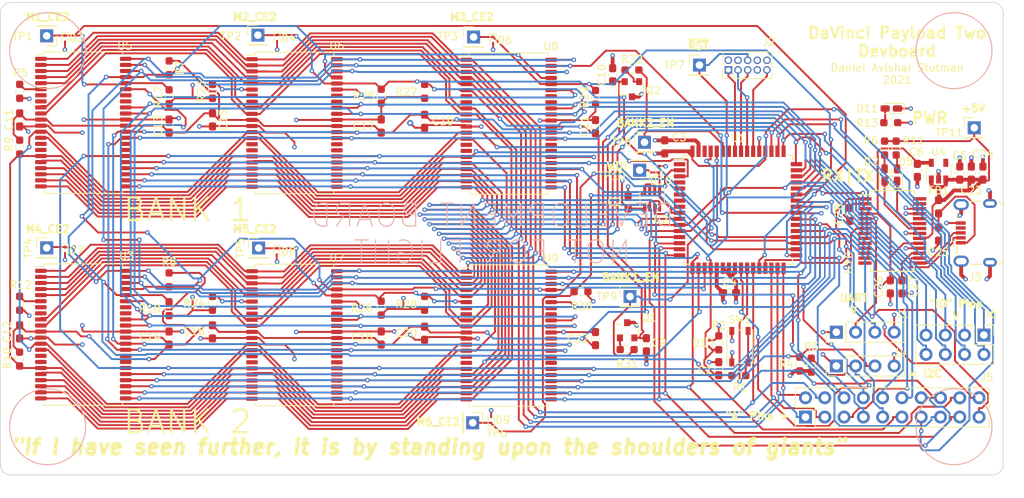
<source format=kicad_pcb>
(kicad_pcb (version 20171130) (host pcbnew 5.1.9-1.fc33)
  (title_block (title "Payload 2 Devboard") (comment 1 "Daniel Avishai Stutman - 2021"))
  (layers (0 F.Cu signal) (1 In1.Cu signal hide) (2 In2.Cu signal hide) (31 B.Cu signal) (34 B.Paste user) (35 F.Paste user) (36 B.SilkS user) (37 F.SilkS user) (38 B.Mask user) (39 F.Mask user) (44 Edge.Cuts user))
  (net 0 "")
  (net 1 /~RST)
  (net 2 GND)
  (net 3 VCC)
  (net 4 +5V)
  (net 5 "Net-(C10-Pad1)")
  (net 6 "Net-(C25-Pad2)")
  (net 7 "Net-(C26-Pad2)")
  (net 8 "Net-(C28-Pad2)")
  (net 9 "Net-(D2-Pad2)")
  (net 10 "Net-(D2-Pad1)")
  (net 11 /M1_CE2)
  (net 12 /M2_CE2)
  (net 13 "Net-(D5-Pad2)")
  (net 14 "Net-(D5-Pad1)")
  (net 15 /M3_CE2)
  (net 16 /M4_CE2)
  (net 17 /M5_CE2)
  (net 18 /M6_CE2)
  (net 19 /WDI)
  (net 20 /UART_RX)
  (net 21 /UART_TX)
  (net 22 /TDI)
  (net 23 /TMS)
  (net 24 /TDO)
  (net 25 /TCK)
  (net 26 "Net-(J3-Pad3)")
  (net 27 "Net-(J3-Pad2)")
  (net 28 /SDA)
  (net 29 /SCL)
  (net 30 /A10)
  (net 31 /A11)
  (net 32 /A12)
  (net 33 /A13)
  (net 34 /A14)
  (net 35 /A15)
  (net 36 /A16)
  (net 37 /A17)
  (net 38 /A18)
  (net 39 /A19)
  (net 40 /A9)
  (net 41 /A8)
  (net 42 /A7)
  (net 43 /A6)
  (net 44 /A5)
  (net 45 /A4)
  (net 46 /A3)
  (net 47 /A2)
  (net 48 /A1)
  (net 49 /A0)
  (net 50 /IO4)
  (net 51 /IO5)
  (net 52 /IO6)
  (net 53 /IO7)
  (net 54 /IO3)
  (net 55 /IO2)
  (net 56 /IO1)
  (net 57 /IO0)
  (net 58 "Net-(Q1-Pad1)")
  (net 59 "Net-(Q2-Pad1)")
  (net 60 "Net-(R1-Pad2)")
  (net 61 "Net-(R5-Pad2)")
  (net 62 /~OE)
  (net 63 /~WE)
  (net 64 "Net-(R12-Pad2)")
  (net 65 "Net-(R23-Pad2)")
  (net 66 "Net-(R24-Pad2)")
  (net 67 "Net-(R27-Pad2)")
  (net 68 "Net-(R28-Pad2)")
  (net 69 /BANK1_EN)
  (net 70 /BANK2_EN)
  (net 71 "Net-(C11-Pad1)")
  (net 72 "Net-(J2-Pad8)")
  (net 73 "Net-(J2-Pad7)")
  (net 74 "Net-(J3-Pad4)")
  (net 75 "Net-(U1-Pad62)")
  (net 76 "Net-(U1-Pad58)")
  (net 77 "Net-(U1-Pad8)")
  (net 78 "Net-(U1-Pad7)")
  (net 79 "Net-(U1-Pad6)")
  (net 80 "Net-(U1-Pad5)")
  (net 81 "Net-(U1-Pad4)")
  (net 82 "Net-(U1-Pad1)")
  (net 83 "Net-(U2-Pad3)")
  (net 84 "Net-(U3-Pad7)")
  (net 85 "Net-(U3-Pad8)")
  (net 86 "Net-(U3-Pad15)")
  (net 87 "Net-(U3-Pad16)")
  (net 88 "Net-(U3-Pad29)")
  (net 89 "Net-(U3-Pad30)")
  (net 90 "Net-(U3-Pad37)")
  (net 91 "Net-(U3-Pad38)")
  (net 92 "Net-(U4-Pad4)")
  (net 93 "Net-(U5-Pad7)")
  (net 94 "Net-(U5-Pad8)")
  (net 95 "Net-(U5-Pad15)")
  (net 96 "Net-(U5-Pad16)")
  (net 97 "Net-(U5-Pad29)")
  (net 98 "Net-(U5-Pad30)")
  (net 99 "Net-(U5-Pad37)")
  (net 100 "Net-(U5-Pad38)")
  (net 101 "Net-(U6-Pad38)")
  (net 102 "Net-(U6-Pad37)")
  (net 103 "Net-(U6-Pad30)")
  (net 104 "Net-(U6-Pad29)")
  (net 105 "Net-(U6-Pad16)")
  (net 106 "Net-(U6-Pad15)")
  (net 107 "Net-(U6-Pad8)")
  (net 108 "Net-(U6-Pad7)")
  (net 109 "Net-(U7-Pad7)")
  (net 110 "Net-(U7-Pad8)")
  (net 111 "Net-(U7-Pad15)")
  (net 112 "Net-(U7-Pad16)")
  (net 113 "Net-(U7-Pad29)")
  (net 114 "Net-(U7-Pad30)")
  (net 115 "Net-(U7-Pad37)")
  (net 116 "Net-(U7-Pad38)")
  (net 117 "Net-(U8-Pad7)")
  (net 118 "Net-(U8-Pad8)")
  (net 119 "Net-(U8-Pad15)")
  (net 120 "Net-(U8-Pad16)")
  (net 121 "Net-(U8-Pad29)")
  (net 122 "Net-(U8-Pad30)")
  (net 123 "Net-(U8-Pad37)")
  (net 124 "Net-(U8-Pad38)")
  (net 125 "Net-(U9-Pad7)")
  (net 126 "Net-(U9-Pad8)")
  (net 127 "Net-(U9-Pad15)")
  (net 128 "Net-(U9-Pad16)")
  (net 129 "Net-(U9-Pad29)")
  (net 130 "Net-(U9-Pad30)")
  (net 131 "Net-(U9-Pad37)")
  (net 132 "Net-(U9-Pad38)")
  (net 133 "Net-(U10-Pad28)")
  (net 134 "Net-(U10-Pad27)")
  (net 135 "Net-(U10-Pad14)")
  (net 136 "Net-(U10-Pad13)")
  (net 137 "Net-(U10-Pad12)")
  (net 138 "Net-(U10-Pad11)")
  (net 139 "Net-(U10-Pad10)")
  (net 140 "Net-(U10-Pad9)")
  (net 141 "Net-(U10-Pad6)")
  (net 142 "Net-(U10-Pad3)")
  (net 143 "Net-(D11-Pad2)")
  (module Resistor_SMD:R_0603_1608Metric_Pad0.98x0.95mm_HandSolder (layer F.Cu) (at 197.415 81.24)
    (fp_text reference R13 (at -3.105 0.04) (layer F.SilkS))
    (fp_text value 1k)
    (pad 2 smd roundrect (at 0.9125 0) (size 0.975 0.95) (layers F.Cu F.Paste F.Mask) (net 3 VCC))
    (pad 1 smd roundrect (at -0.9125 0) (size 0.975 0.95) (layers F.Cu F.Paste F.Mask) (net 143 "Net-(D11-Pad2)"))
  )
  (module LED_SMD:LED_0603_1608Metric_Castellated (layer F.Cu) (at 197.485 79.375 180)
    (fp_text reference D11 (at 3.175 0) (layer F.SilkS))
    (fp_text value PWRLED)
    (pad 2 smd roundrect (at 0.8125 0 180) (size 1.225 0.85) (layers F.Cu F.Paste F.Mask) (net 143 "Net-(D11-Pad2)"))
    (pad 1 smd roundrect (at -0.8125 0 180) (size 1.225 0.85) (layers F.Cu F.Paste F.Mask) (net 2 GND))
  )
  (module Package_QFP:TQFP-64_14x14mm_P0.8mm (layer F.Cu) (at 177.292 92.71)
    (fp_text reference U1 (at 0 -9.45) (layer F.SilkS))
    (fp_text value ATmega128L-8AU)
    (pad 64 smd rect (at -6 -7.7 90) (size 1.5 0.55) (layers F.Cu F.Paste F.Mask) (net 3 VCC))
    (pad 63 smd rect (at -5.2 -7.7 90) (size 1.5 0.55) (layers F.Cu F.Paste F.Mask) (net 2 GND))
    (pad 62 smd rect (at -4.4 -7.7 90) (size 1.5 0.55) (layers F.Cu F.Paste F.Mask) (net 75 "Net-(U1-Pad62)"))
    (pad 61 smd rect (at -3.6 -7.7 90) (size 1.5 0.55) (layers F.Cu F.Paste F.Mask) (net 18 /M6_CE2))
    (pad 60 smd rect (at -2.8 -7.7 90) (size 1.5 0.55) (layers F.Cu F.Paste F.Mask) (net 69 /BANK1_EN))
    (pad 59 smd rect (at -2 -7.7 90) (size 1.5 0.55) (layers F.Cu F.Paste F.Mask) (net 70 /BANK2_EN))
    (pad 58 smd rect (at -1.2 -7.7 90) (size 1.5 0.55) (layers F.Cu F.Paste F.Mask) (net 76 "Net-(U1-Pad58)"))
    (pad 57 smd rect (at -0.4 -7.7 90) (size 1.5 0.55) (layers F.Cu F.Paste F.Mask) (net 25 /TCK))
    (pad 56 smd rect (at 0.4 -7.7 90) (size 1.5 0.55) (layers F.Cu F.Paste F.Mask) (net 23 /TMS))
    (pad 55 smd rect (at 1.2 -7.7 90) (size 1.5 0.55) (layers F.Cu F.Paste F.Mask) (net 24 /TDO))
    (pad 54 smd rect (at 2 -7.7 90) (size 1.5 0.55) (layers F.Cu F.Paste F.Mask) (net 22 /TDI))
    (pad 53 smd rect (at 2.8 -7.7 90) (size 1.5 0.55) (layers F.Cu F.Paste F.Mask) (net 2 GND))
    (pad 52 smd rect (at 3.6 -7.7 90) (size 1.5 0.55) (layers F.Cu F.Paste F.Mask) (net 3 VCC))
    (pad 51 smd rect (at 4.4 -7.7 90) (size 1.5 0.55) (layers F.Cu F.Paste F.Mask) (net 57 /IO0))
    (pad 50 smd rect (at 5.2 -7.7 90) (size 1.5 0.55) (layers F.Cu F.Paste F.Mask) (net 56 /IO1))
    (pad 49 smd rect (at 6 -7.7 90) (size 1.5 0.55) (layers F.Cu F.Paste F.Mask) (net 55 /IO2))
    (pad 48 smd rect (at 7.7 -6) (size 1.5 0.55) (layers F.Cu F.Paste F.Mask) (net 54 /IO3))
    (pad 47 smd rect (at 7.7 -5.2) (size 1.5 0.55) (layers F.Cu F.Paste F.Mask) (net 50 /IO4))
    (pad 46 smd rect (at 7.7 -4.4) (size 1.5 0.55) (layers F.Cu F.Paste F.Mask) (net 51 /IO5))
    (pad 45 smd rect (at 7.7 -3.6) (size 1.5 0.55) (layers F.Cu F.Paste F.Mask) (net 52 /IO6))
    (pad 44 smd rect (at 7.7 -2.8) (size 1.5 0.55) (layers F.Cu F.Paste F.Mask) (net 53 /IO7))
    (pad 43 smd rect (at 7.7 -2) (size 1.5 0.55) (layers F.Cu F.Paste F.Mask) (net 15 /M3_CE2))
    (pad 42 smd rect (at 7.7 -1.2) (size 1.5 0.55) (layers F.Cu F.Paste F.Mask) (net 45 /A4))
    (pad 41 smd rect (at 7.7 -0.4) (size 1.5 0.55) (layers F.Cu F.Paste F.Mask) (net 44 /A5))
    (pad 40 smd rect (at 7.7 0.4) (size 1.5 0.55) (layers F.Cu F.Paste F.Mask) (net 43 /A6))
    (pad 39 smd rect (at 7.7 1.2) (size 1.5 0.55) (layers F.Cu F.Paste F.Mask) (net 42 /A7))
    (pad 38 smd rect (at 7.7 2) (size 1.5 0.55) (layers F.Cu F.Paste F.Mask) (net 41 /A8))
    (pad 37 smd rect (at 7.7 2.8) (size 1.5 0.55) (layers F.Cu F.Paste F.Mask) (net 40 /A9))
    (pad 36 smd rect (at 7.7 3.6) (size 1.5 0.55) (layers F.Cu F.Paste F.Mask) (net 30 /A10))
    (pad 35 smd rect (at 7.7 4.4) (size 1.5 0.55) (layers F.Cu F.Paste F.Mask) (net 31 /A11))
    (pad 34 smd rect (at 7.7 5.2) (size 1.5 0.55) (layers F.Cu F.Paste F.Mask) (net 12 /M2_CE2))
    (pad 33 smd rect (at 7.7 6) (size 1.5 0.55) (layers F.Cu F.Paste F.Mask) (net 11 /M1_CE2))
    (pad 32 smd rect (at 6 7.7 90) (size 1.5 0.55) (layers F.Cu F.Paste F.Mask) (net 49 /A0))
    (pad 31 smd rect (at 5.2 7.7 90) (size 1.5 0.55) (layers F.Cu F.Paste F.Mask) (net 48 /A1))
    (pad 30 smd rect (at 4.4 7.7 90) (size 1.5 0.55) (layers F.Cu F.Paste F.Mask) (net 47 /A2))
    (pad 29 smd rect (at 3.6 7.7 90) (size 1.5 0.55) (layers F.Cu F.Paste F.Mask) (net 20 /UART_RX))
    (pad 28 smd rect (at 2.8 7.7 90) (size 1.5 0.55) (layers F.Cu F.Paste F.Mask) (net 21 /UART_TX))
    (pad 27 smd rect (at 2 7.7 90) (size 1.5 0.55) (layers F.Cu F.Paste F.Mask) (net 46 /A3))
    (pad 26 smd rect (at 1.2 7.7 90) (size 1.5 0.55) (layers F.Cu F.Paste F.Mask) (net 28 /SDA))
    (pad 25 smd rect (at 0.4 7.7 90) (size 1.5 0.55) (layers F.Cu F.Paste F.Mask) (net 29 /SCL))
    (pad 24 smd rect (at -0.4 7.7 90) (size 1.5 0.55) (layers F.Cu F.Paste F.Mask) (net 2 GND))
    (pad 23 smd rect (at -1.2 7.7 90) (size 1.5 0.55) (layers F.Cu F.Paste F.Mask) (net 2 GND))
    (pad 22 smd rect (at -2 7.7 90) (size 1.5 0.55) (layers F.Cu F.Paste F.Mask) (net 2 GND))
    (pad 21 smd rect (at -2.8 7.7 90) (size 1.5 0.55) (layers F.Cu F.Paste F.Mask) (net 3 VCC))
    (pad 20 smd rect (at -3.6 7.7 90) (size 1.5 0.55) (layers F.Cu F.Paste F.Mask) (net 1 /~RST))
    (pad 19 smd rect (at -4.4 7.7 90) (size 1.5 0.55) (layers F.Cu F.Paste F.Mask) (net 17 /M5_CE2))
    (pad 18 smd rect (at -5.2 7.7 90) (size 1.5 0.55) (layers F.Cu F.Paste F.Mask) (net 16 /M4_CE2))
    (pad 17 smd rect (at -6 7.7 90) (size 1.5 0.55) (layers F.Cu F.Paste F.Mask) (net 32 /A12))
    (pad 16 smd rect (at -7.7 6) (size 1.5 0.55) (layers F.Cu F.Paste F.Mask) (net 33 /A13))
    (pad 15 smd rect (at -7.7 5.2) (size 1.5 0.55) (layers F.Cu F.Paste F.Mask) (net 34 /A14))
    (pad 14 smd rect (at -7.7 4.4) (size 1.5 0.55) (layers F.Cu F.Paste F.Mask) (net 35 /A15))
    (pad 13 smd rect (at -7.7 3.6) (size 1.5 0.55) (layers F.Cu F.Paste F.Mask) (net 36 /A16))
    (pad 12 smd rect (at -7.7 2.8) (size 1.5 0.55) (layers F.Cu F.Paste F.Mask) (net 37 /A17))
    (pad 11 smd rect (at -7.7 2) (size 1.5 0.55) (layers F.Cu F.Paste F.Mask) (net 38 /A18))
    (pad 10 smd rect (at -7.7 1.2) (size 1.5 0.55) (layers F.Cu F.Paste F.Mask) (net 39 /A19))
    (pad 9 smd rect (at -7.7 0.4) (size 1.5 0.55) (layers F.Cu F.Paste F.Mask) (net 19 /WDI))
    (pad 8 smd rect (at -7.7 -0.4) (size 1.5 0.55) (layers F.Cu F.Paste F.Mask) (net 77 "Net-(U1-Pad8)"))
    (pad 7 smd rect (at -7.7 -1.2) (size 1.5 0.55) (layers F.Cu F.Paste F.Mask) (net 78 "Net-(U1-Pad7)"))
    (pad 6 smd rect (at -7.7 -2) (size 1.5 0.55) (layers F.Cu F.Paste F.Mask) (net 79 "Net-(U1-Pad6)"))
    (pad 5 smd rect (at -7.7 -2.8) (size 1.5 0.55) (layers F.Cu F.Paste F.Mask) (net 80 "Net-(U1-Pad5)"))
    (pad 4 smd rect (at -7.7 -3.6) (size 1.5 0.55) (layers F.Cu F.Paste F.Mask) (net 81 "Net-(U1-Pad4)"))
    (pad 3 smd rect (at -7.7 -4.4) (size 1.5 0.55) (layers F.Cu F.Paste F.Mask) (net 63 /~WE))
    (pad 2 smd rect (at -7.7 -5.2) (size 1.5 0.55) (layers F.Cu F.Paste F.Mask) (net 62 /~OE))
    (pad 1 smd rect (at -7.7 -6) (size 1.5 0.55) (layers F.Cu F.Paste F.Mask) (net 82 "Net-(U1-Pad1)"))
  )
  (module Package_SO:TSOP-II-44_10.16x18.41mm_P0.8mm (layer F.Cu) (at 91.0595 81.235)
    (fp_text reference U5 (at 5.4605 -10.115) (layer F.SilkS))
    (fp_text value CY62158EV30LL-45ZSXIT)
    (pad 1 smd roundrect (at -5.5875 -8.4) (size 1.525 0.55) (layers F.Cu F.Paste F.Mask) (net 45 /A4))
    (pad 2 smd roundrect (at -5.5875 -7.6) (size 1.525 0.55) (layers F.Cu F.Paste F.Mask) (net 46 /A3))
    (pad 3 smd roundrect (at -5.5875 -6.8) (size 1.525 0.55) (layers F.Cu F.Paste F.Mask) (net 47 /A2))
    (pad 4 smd roundrect (at -5.5875 -6) (size 1.525 0.55) (layers F.Cu F.Paste F.Mask) (net 48 /A1))
    (pad 5 smd roundrect (at -5.5875 -5.2) (size 1.525 0.55) (layers F.Cu F.Paste F.Mask) (net 49 /A0))
    (pad 6 smd roundrect (at -5.5875 -4.4) (size 1.525 0.55) (layers F.Cu F.Paste F.Mask) (net 61 "Net-(R5-Pad2)"))
    (pad 7 smd roundrect (at -5.5875 -3.6) (size 1.525 0.55) (layers F.Cu F.Paste F.Mask) (net 93 "Net-(U5-Pad7)"))
    (pad 8 smd roundrect (at -5.5875 -2.8) (size 1.525 0.55) (layers F.Cu F.Paste F.Mask) (net 94 "Net-(U5-Pad8)"))
    (pad 9 smd roundrect (at -5.5875 -2) (size 1.525 0.55) (layers F.Cu F.Paste F.Mask) (net 57 /IO0))
    (pad 10 smd roundrect (at -5.5875 -1.2) (size 1.525 0.55) (layers F.Cu F.Paste F.Mask) (net 56 /IO1))
    (pad 11 smd roundrect (at -5.5875 -0.4) (size 1.525 0.55) (layers F.Cu F.Paste F.Mask) (net 71 "Net-(C11-Pad1)"))
    (pad 12 smd roundrect (at -5.5875 0.4) (size 1.525 0.55) (layers F.Cu F.Paste F.Mask) (net 2 GND))
    (pad 13 smd roundrect (at -5.5875 1.2) (size 1.525 0.55) (layers F.Cu F.Paste F.Mask) (net 55 /IO2))
    (pad 14 smd roundrect (at -5.5875 2) (size 1.525 0.55) (layers F.Cu F.Paste F.Mask) (net 54 /IO3))
    (pad 15 smd roundrect (at -5.5875 2.8) (size 1.525 0.55) (layers F.Cu F.Paste F.Mask) (net 95 "Net-(U5-Pad15)"))
    (pad 16 smd roundrect (at -5.5875 3.6) (size 1.525 0.55) (layers F.Cu F.Paste F.Mask) (net 96 "Net-(U5-Pad16)"))
    (pad 17 smd roundrect (at -5.5875 4.4) (size 1.525 0.55) (layers F.Cu F.Paste F.Mask) (net 63 /~WE))
    (pad 18 smd roundrect (at -5.5875 5.2) (size 1.525 0.55) (layers F.Cu F.Paste F.Mask) (net 39 /A19))
    (pad 19 smd roundrect (at -5.5875 6) (size 1.525 0.55) (layers F.Cu F.Paste F.Mask) (net 38 /A18))
    (pad 20 smd roundrect (at -5.5875 6.8) (size 1.525 0.55) (layers F.Cu F.Paste F.Mask) (net 37 /A17))
    (pad 21 smd roundrect (at -5.5875 7.6) (size 1.525 0.55) (layers F.Cu F.Paste F.Mask) (net 36 /A16))
    (pad 22 smd roundrect (at -5.5875 8.4) (size 1.525 0.55) (layers F.Cu F.Paste F.Mask) (net 35 /A15))
    (pad 23 smd roundrect (at 5.5875 8.4) (size 1.525 0.55) (layers F.Cu F.Paste F.Mask) (net 34 /A14))
    (pad 24 smd roundrect (at 5.5875 7.6) (size 1.525 0.55) (layers F.Cu F.Paste F.Mask) (net 33 /A13))
    (pad 25 smd roundrect (at 5.5875 6.8) (size 1.525 0.55) (layers F.Cu F.Paste F.Mask) (net 32 /A12))
    (pad 26 smd roundrect (at 5.5875 6) (size 1.525 0.55) (layers F.Cu F.Paste F.Mask) (net 31 /A11))
    (pad 27 smd roundrect (at 5.5875 5.2) (size 1.525 0.55) (layers F.Cu F.Paste F.Mask) (net 30 /A10))
    (pad 28 smd roundrect (at 5.5875 4.4) (size 1.525 0.55) (layers F.Cu F.Paste F.Mask) (net 40 /A9))
    (pad 29 smd roundrect (at 5.5875 3.6) (size 1.525 0.55) (layers F.Cu F.Paste F.Mask) (net 97 "Net-(U5-Pad29)"))
    (pad 30 smd roundrect (at 5.5875 2.8) (size 1.525 0.55) (layers F.Cu F.Paste F.Mask) (net 98 "Net-(U5-Pad30)"))
    (pad 31 smd roundrect (at 5.5875 2) (size 1.525 0.55) (layers F.Cu F.Paste F.Mask) (net 50 /IO4))
    (pad 32 smd roundrect (at 5.5875 1.2) (size 1.525 0.55) (layers F.Cu F.Paste F.Mask) (net 51 /IO5))
    (pad 33 smd roundrect (at 5.5875 0.4) (size 1.525 0.55) (layers F.Cu F.Paste F.Mask) (net 71 "Net-(C11-Pad1)"))
    (pad 34 smd roundrect (at 5.5875 -0.4) (size 1.525 0.55) (layers F.Cu F.Paste F.Mask) (net 2 GND))
    (pad 35 smd roundrect (at 5.5875 -1.2) (size 1.525 0.55) (layers F.Cu F.Paste F.Mask) (net 52 /IO6))
    (pad 36 smd roundrect (at 5.5875 -2) (size 1.525 0.55) (layers F.Cu F.Paste F.Mask) (net 53 /IO7))
    (pad 37 smd roundrect (at 5.5875 -2.8) (size 1.525 0.55) (layers F.Cu F.Paste F.Mask) (net 99 "Net-(U5-Pad37)"))
    (pad 38 smd roundrect (at 5.5875 -3.6) (size 1.525 0.55) (layers F.Cu F.Paste F.Mask) (net 100 "Net-(U5-Pad38)"))
    (pad 39 smd roundrect (at 5.5875 -4.4) (size 1.525 0.55) (layers F.Cu F.Paste F.Mask) (net 41 /A8))
    (pad 40 smd roundrect (at 5.5875 -5.2) (size 1.525 0.55) (layers F.Cu F.Paste F.Mask) (net 11 /M1_CE2))
    (pad 41 smd roundrect (at 5.5875 -6) (size 1.525 0.55) (layers F.Cu F.Paste F.Mask) (net 62 /~OE))
    (pad 42 smd roundrect (at 5.5875 -6.8) (size 1.525 0.55) (layers F.Cu F.Paste F.Mask) (net 42 /A7))
    (pad 43 smd roundrect (at 5.5875 -7.6) (size 1.525 0.55) (layers F.Cu F.Paste F.Mask) (net 43 /A6))
    (pad 44 smd roundrect (at 5.5875 -8.4) (size 1.525 0.55) (layers F.Cu F.Paste F.Mask) (net 44 /A5))
  )
  (module Package_SO:TSOP-II-44_10.16x18.41mm_P0.8mm (layer F.Cu) (at 91.055 109.155)
    (fp_text reference U3 (at 5.719 -10.349) (layer F.SilkS))
    (fp_text value CY62158EV30LL-45ZSXIT)
    (pad 44 smd roundrect (at 5.5875 -8.4) (size 1.525 0.55) (layers F.Cu F.Paste F.Mask) (net 44 /A5))
    (pad 43 smd roundrect (at 5.5875 -7.6) (size 1.525 0.55) (layers F.Cu F.Paste F.Mask) (net 43 /A6))
    (pad 42 smd roundrect (at 5.5875 -6.8) (size 1.525 0.55) (layers F.Cu F.Paste F.Mask) (net 42 /A7))
    (pad 41 smd roundrect (at 5.5875 -6) (size 1.525 0.55) (layers F.Cu F.Paste F.Mask) (net 62 /~OE))
    (pad 40 smd roundrect (at 5.5875 -5.2) (size 1.525 0.55) (layers F.Cu F.Paste F.Mask) (net 16 /M4_CE2))
    (pad 39 smd roundrect (at 5.5875 -4.4) (size 1.525 0.55) (layers F.Cu F.Paste F.Mask) (net 41 /A8))
    (pad 38 smd roundrect (at 5.5875 -3.6) (size 1.525 0.55) (layers F.Cu F.Paste F.Mask) (net 91 "Net-(U3-Pad38)"))
    (pad 37 smd roundrect (at 5.5875 -2.8) (size 1.525 0.55) (layers F.Cu F.Paste F.Mask) (net 90 "Net-(U3-Pad37)"))
    (pad 36 smd roundrect (at 5.5875 -2) (size 1.525 0.55) (layers F.Cu F.Paste F.Mask) (net 53 /IO7))
    (pad 35 smd roundrect (at 5.5875 -1.2) (size 1.525 0.55) (layers F.Cu F.Paste F.Mask) (net 52 /IO6))
    (pad 34 smd roundrect (at 5.5875 -0.4) (size 1.525 0.55) (layers F.Cu F.Paste F.Mask) (net 2 GND))
    (pad 33 smd roundrect (at 5.5875 0.4) (size 1.525 0.55) (layers F.Cu F.Paste F.Mask) (net 5 "Net-(C10-Pad1)"))
    (pad 32 smd roundrect (at 5.5875 1.2) (size 1.525 0.55) (layers F.Cu F.Paste F.Mask) (net 51 /IO5))
    (pad 31 smd roundrect (at 5.5875 2) (size 1.525 0.55) (layers F.Cu F.Paste F.Mask) (net 50 /IO4))
    (pad 30 smd roundrect (at 5.5875 2.8) (size 1.525 0.55) (layers F.Cu F.Paste F.Mask) (net 89 "Net-(U3-Pad30)"))
    (pad 29 smd roundrect (at 5.5875 3.6) (size 1.525 0.55) (layers F.Cu F.Paste F.Mask) (net 88 "Net-(U3-Pad29)"))
    (pad 28 smd roundrect (at 5.5875 4.4) (size 1.525 0.55) (layers F.Cu F.Paste F.Mask) (net 40 /A9))
    (pad 27 smd roundrect (at 5.5875 5.2) (size 1.525 0.55) (layers F.Cu F.Paste F.Mask) (net 30 /A10))
    (pad 26 smd roundrect (at 5.5875 6) (size 1.525 0.55) (layers F.Cu F.Paste F.Mask) (net 31 /A11))
    (pad 25 smd roundrect (at 5.5875 6.8) (size 1.525 0.55) (layers F.Cu F.Paste F.Mask) (net 32 /A12))
    (pad 24 smd roundrect (at 5.5875 7.6) (size 1.525 0.55) (layers F.Cu F.Paste F.Mask) (net 33 /A13))
    (pad 23 smd roundrect (at 5.5875 8.4) (size 1.525 0.55) (layers F.Cu F.Paste F.Mask) (net 34 /A14))
    (pad 22 smd roundrect (at -5.5875 8.4) (size 1.525 0.55) (layers F.Cu F.Paste F.Mask) (net 35 /A15))
    (pad 21 smd roundrect (at -5.5875 7.6) (size 1.525 0.55) (layers F.Cu F.Paste F.Mask) (net 36 /A16))
    (pad 20 smd roundrect (at -5.5875 6.8) (size 1.525 0.55) (layers F.Cu F.Paste F.Mask) (net 37 /A17))
    (pad 19 smd roundrect (at -5.5875 6) (size 1.525 0.55) (layers F.Cu F.Paste F.Mask) (net 38 /A18))
    (pad 18 smd roundrect (at -5.5875 5.2) (size 1.525 0.55) (layers F.Cu F.Paste F.Mask) (net 39 /A19))
    (pad 17 smd roundrect (at -5.5875 4.4) (size 1.525 0.55) (layers F.Cu F.Paste F.Mask) (net 63 /~WE))
    (pad 16 smd roundrect (at -5.5875 3.6) (size 1.525 0.55) (layers F.Cu F.Paste F.Mask) (net 87 "Net-(U3-Pad16)"))
    (pad 15 smd roundrect (at -5.5875 2.8) (size 1.525 0.55) (layers F.Cu F.Paste F.Mask) (net 86 "Net-(U3-Pad15)"))
    (pad 14 smd roundrect (at -5.5875 2) (size 1.525 0.55) (layers F.Cu F.Paste F.Mask) (net 54 /IO3))
    (pad 13 smd roundrect (at -5.5875 1.2) (size 1.525 0.55) (layers F.Cu F.Paste F.Mask) (net 55 /IO2))
    (pad 12 smd roundrect (at -5.5875 0.4) (size 1.525 0.55) (layers F.Cu F.Paste F.Mask) (net 2 GND))
    (pad 11 smd roundrect (at -5.5875 -0.4) (size 1.525 0.55) (layers F.Cu F.Paste F.Mask) (net 5 "Net-(C10-Pad1)"))
    (pad 10 smd roundrect (at -5.5875 -1.2) (size 1.525 0.55) (layers F.Cu F.Paste F.Mask) (net 56 /IO1))
    (pad 9 smd roundrect (at -5.5875 -2) (size 1.525 0.55) (layers F.Cu F.Paste F.Mask) (net 57 /IO0))
    (pad 8 smd roundrect (at -5.5875 -2.8) (size 1.525 0.55) (layers F.Cu F.Paste F.Mask) (net 85 "Net-(U3-Pad8)"))
    (pad 7 smd roundrect (at -5.5875 -3.6) (size 1.525 0.55) (layers F.Cu F.Paste F.Mask) (net 84 "Net-(U3-Pad7)"))
    (pad 6 smd roundrect (at -5.5875 -4.4) (size 1.525 0.55) (layers F.Cu F.Paste F.Mask) (net 64 "Net-(R12-Pad2)"))
    (pad 5 smd roundrect (at -5.5875 -5.2) (size 1.525 0.55) (layers F.Cu F.Paste F.Mask) (net 49 /A0))
    (pad 4 smd roundrect (at -5.5875 -6) (size 1.525 0.55) (layers F.Cu F.Paste F.Mask) (net 48 /A1))
    (pad 3 smd roundrect (at -5.5875 -6.8) (size 1.525 0.55) (layers F.Cu F.Paste F.Mask) (net 47 /A2))
    (pad 2 smd roundrect (at -5.5875 -7.6) (size 1.525 0.55) (layers F.Cu F.Paste F.Mask) (net 46 /A3))
    (pad 1 smd roundrect (at -5.5875 -8.4) (size 1.525 0.55) (layers F.Cu F.Paste F.Mask) (net 45 /A4))
  )
  (module Capacitor_SMD:C_0603_1608Metric_Pad1.08x0.95mm_HandSolder (layer F.Cu) (at 102.3575 109.6075 90)
    (fp_text reference C14 (at 0.1335 -2.5355 180) (layer F.SilkS))
    (fp_text value 100n)
    (pad 1 smd roundrect (at -0.8625 0 90) (size 1.075 0.95) (layers F.Cu F.Paste F.Mask) (net 5 "Net-(C10-Pad1)"))
    (pad 2 smd roundrect (at 0.8625 0 90) (size 1.075 0.95) (layers F.Cu F.Paste F.Mask) (net 2 GND))
  )
  (module Capacitor_SMD:C_0603_1608Metric_Pad1.08x0.95mm_HandSolder (layer F.Cu) (at 130.2975 109.6075 90)
    (fp_text reference C18 (at 0.1335 -2.5355 180) (layer F.SilkS))
    (fp_text value 100n)
    (pad 2 smd roundrect (at 0.8625 0 90) (size 1.075 0.95) (layers F.Cu F.Paste F.Mask) (net 2 GND))
    (pad 1 smd roundrect (at -0.8625 0 90) (size 1.075 0.95) (layers F.Cu F.Paste F.Mask) (net 5 "Net-(C10-Pad1)"))
  )
  (module Capacitor_SMD:C_0603_1608Metric_Pad1.08x0.95mm_HandSolder (layer F.Cu) (at 136.0125 108.9725 270)
    (fp_text reference C20 (at -0.0065 2.4085 180) (layer F.SilkS))
    (fp_text value 100n)
    (pad 1 smd roundrect (at -0.8625 0 270) (size 1.075 0.95) (layers F.Cu F.Paste F.Mask) (net 5 "Net-(C10-Pad1)"))
    (pad 2 smd roundrect (at 0.8625 0 270) (size 1.075 0.95) (layers F.Cu F.Paste F.Mask) (net 2 GND))
  )
  (module Capacitor_SMD:C_0603_1608Metric_Pad1.08x0.95mm_HandSolder (layer F.Cu) (at 158.517 109.6837 90)
    (fp_text reference C22 (at 0 -2.307 180) (layer F.SilkS))
    (fp_text value 100n)
    (pad 1 smd roundrect (at -0.8625 0 90) (size 1.075 0.95) (layers F.Cu F.Paste F.Mask) (net 5 "Net-(C10-Pad1)"))
    (pad 2 smd roundrect (at 0.8625 0 90) (size 1.075 0.95) (layers F.Cu F.Paste F.Mask) (net 2 GND))
  )
  (module Resistor_SMD:R_0603_1608Metric_Pad0.98x0.95mm_HandSolder (layer F.Cu) (at 102.3575 105.7475 90)
    (fp_text reference R18 (at 0 -2.5355 180) (layer F.SilkS))
    (fp_text value 40k)
    (pad 1 smd roundrect (at -0.9125 0 90) (size 0.975 0.95) (layers F.Cu F.Paste F.Mask) (net 2 GND))
    (pad 2 smd roundrect (at 0.9125 0 90) (size 0.975 0.95) (layers F.Cu F.Paste F.Mask) (net 16 /M4_CE2))
  )
  (module Resistor_SMD:R_0603_1608Metric_Pad0.98x0.95mm_HandSolder (layer F.Cu) (at 108.0725 105.0325 90)
    (fp_text reference R24 (at 0 -2.4085 180) (layer F.SilkS))
    (fp_text value 40k)
    (pad 2 smd roundrect (at 0.9125 0 90) (size 0.975 0.95) (layers F.Cu F.Paste F.Mask) (net 66 "Net-(R24-Pad2)"))
    (pad 1 smd roundrect (at -0.9125 0 90) (size 0.975 0.95) (layers F.Cu F.Paste F.Mask) (net 2 GND))
  )
  (module Resistor_SMD:R_0603_1608Metric_Pad0.98x0.95mm_HandSolder (layer F.Cu) (at 130.2975 105.6675 90)
    (fp_text reference R26 (at 0.0035 -2.5355 180) (layer F.SilkS))
    (fp_text value 40k)
    (pad 2 smd roundrect (at 0.9125 0 90) (size 0.975 0.95) (layers F.Cu F.Paste F.Mask) (net 17 /M5_CE2))
    (pad 1 smd roundrect (at -0.9125 0 90) (size 0.975 0.95) (layers F.Cu F.Paste F.Mask) (net 2 GND))
  )
  (module Resistor_SMD:R_0603_1608Metric_Pad0.98x0.95mm_HandSolder (layer F.Cu) (at 136.0125 105.0325 90)
    (fp_text reference R28 (at -0.1235 -2.4085 180) (layer F.SilkS))
    (fp_text value 40k)
    (pad 1 smd roundrect (at -0.9125 0 90) (size 0.975 0.95) (layers F.Cu F.Paste F.Mask) (net 2 GND))
    (pad 2 smd roundrect (at 0.9125 0 90) (size 0.975 0.95) (layers F.Cu F.Paste F.Mask) (net 68 "Net-(R28-Pad2)"))
  )
  (module Resistor_SMD:R_0603_1608Metric_Pad0.98x0.95mm_HandSolder (layer F.Cu) (at 156.614 103.505 180)
    (fp_text reference R30 (at -0.104 -1.905) (layer F.SilkS))
    (fp_text value 40k)
    (pad 1 smd roundrect (at -0.9125 0 180) (size 0.975 0.95) (layers F.Cu F.Paste F.Mask) (net 2 GND))
    (pad 2 smd roundrect (at 0.9125 0 180) (size 0.975 0.95) (layers F.Cu F.Paste F.Mask) (net 18 /M6_CE2))
  )
  (module Resistor_SMD:R_0603_1608Metric_Pad0.98x0.95mm_HandSolder (layer F.Cu) (at 82.6725 105.0325 90)
    (fp_text reference R12 (at 2.4165 0.1315 180) (layer F.SilkS))
    (fp_text value 40k)
    (pad 2 smd roundrect (at 0.9125 0 90) (size 0.975 0.95) (layers F.Cu F.Paste F.Mask) (net 64 "Net-(R12-Pad2)"))
    (pad 1 smd roundrect (at -0.9125 0 90) (size 0.975 0.95) (layers F.Cu F.Paste F.Mask) (net 2 GND))
  )
  (module Resistor_SMD:R_0603_1608Metric_Pad0.98x0.95mm_HandSolder (layer F.Cu) (at 102.3575 101.9375 270)
    (fp_text reference R8 (at -2.3695 -0.0045 180) (layer F.SilkS))
    (fp_text value 40k)
    (pad 2 smd roundrect (at 0.9125 0 270) (size 0.975 0.95) (layers F.Cu F.Paste F.Mask) (net 62 /~OE))
    (pad 1 smd roundrect (at -0.9125 0 270) (size 0.975 0.95) (layers F.Cu F.Paste F.Mask) (net 5 "Net-(C10-Pad1)"))
  )
  (module Resistor_SMD:R_0603_1608Metric_Pad0.98x0.95mm_HandSolder (layer F.Cu) (at 82.6725 112.375 270)
    (fp_text reference R10 (at -0.107 1.6465 90) (layer F.SilkS))
    (fp_text value 40k)
    (pad 1 smd roundrect (at -0.9125 0 270) (size 0.975 0.95) (layers F.Cu F.Paste F.Mask) (net 5 "Net-(C10-Pad1)"))
    (pad 2 smd roundrect (at 0.9125 0 270) (size 0.975 0.95) (layers F.Cu F.Paste F.Mask) (net 63 /~WE))
  )
  (module Capacitor_SMD:C_0603_1608Metric_Pad1.08x0.95mm_HandSolder (layer F.Cu) (at 82.6725 108.7925 270)
    (fp_text reference C12 (at 0 1.6465 90) (layer F.SilkS))
    (fp_text value 100n)
    (pad 2 smd roundrect (at 0.8625 0 270) (size 1.075 0.95) (layers F.Cu F.Paste F.Mask) (net 2 GND))
    (pad 1 smd roundrect (at -0.8625 0 270) (size 1.075 0.95) (layers F.Cu F.Paste F.Mask) (net 5 "Net-(C10-Pad1)"))
  )
  (module Capacitor_SMD:C_0603_1608Metric_Pad1.08x0.95mm_HandSolder (layer F.Cu) (at 108.0725 108.7925 270)
    (fp_text reference C16 (at -0.0805 2.4085 180) (layer F.SilkS))
    (fp_text value 100n)
    (pad 2 smd roundrect (at 0.8625 0 270) (size 1.075 0.95) (layers F.Cu F.Paste F.Mask) (net 2 GND))
    (pad 1 smd roundrect (at -0.8625 0 270) (size 1.075 0.95) (layers F.Cu F.Paste F.Mask) (net 5 "Net-(C10-Pad1)"))
  )
  (module Package_SO:TSOP-II-44_10.16x18.41mm_P0.8mm (layer F.Cu) (at 147.087 109.2762)
    (fp_text reference U9 (at 5.567 -10.16) (layer F.SilkS))
    (fp_text value CY62158EV30LL-45ZSXIT)
    (pad 44 smd roundrect (at 5.5875 -8.4) (size 1.525 0.55) (layers F.Cu F.Paste F.Mask) (net 44 /A5))
    (pad 43 smd roundrect (at 5.5875 -7.6) (size 1.525 0.55) (layers F.Cu F.Paste F.Mask) (net 43 /A6))
    (pad 42 smd roundrect (at 5.5875 -6.8) (size 1.525 0.55) (layers F.Cu F.Paste F.Mask) (net 42 /A7))
    (pad 41 smd roundrect (at 5.5875 -6) (size 1.525 0.55) (layers F.Cu F.Paste F.Mask) (net 62 /~OE))
    (pad 40 smd roundrect (at 5.5875 -5.2) (size 1.525 0.55) (layers F.Cu F.Paste F.Mask) (net 18 /M6_CE2))
    (pad 39 smd roundrect (at 5.5875 -4.4) (size 1.525 0.55) (layers F.Cu F.Paste F.Mask) (net 41 /A8))
    (pad 38 smd roundrect (at 5.5875 -3.6) (size 1.525 0.55) (layers F.Cu F.Paste F.Mask) (net 132 "Net-(U9-Pad38)"))
    (pad 37 smd roundrect (at 5.5875 -2.8) (size 1.525 0.55) (layers F.Cu F.Paste F.Mask) (net 131 "Net-(U9-Pad37)"))
    (pad 36 smd roundrect (at 5.5875 -2) (size 1.525 0.55) (layers F.Cu F.Paste F.Mask) (net 53 /IO7))
    (pad 35 smd roundrect (at 5.5875 -1.2) (size 1.525 0.55) (layers F.Cu F.Paste F.Mask) (net 52 /IO6))
    (pad 34 smd roundrect (at 5.5875 -0.4) (size 1.525 0.55) (layers F.Cu F.Paste F.Mask) (net 2 GND))
    (pad 33 smd roundrect (at 5.5875 0.4) (size 1.525 0.55) (layers F.Cu F.Paste F.Mask) (net 5 "Net-(C10-Pad1)"))
    (pad 32 smd roundrect (at 5.5875 1.2) (size 1.525 0.55) (layers F.Cu F.Paste F.Mask) (net 51 /IO5))
    (pad 31 smd roundrect (at 5.5875 2) (size 1.525 0.55) (layers F.Cu F.Paste F.Mask) (net 50 /IO4))
    (pad 30 smd roundrect (at 5.5875 2.8) (size 1.525 0.55) (layers F.Cu F.Paste F.Mask) (net 130 "Net-(U9-Pad30)"))
    (pad 29 smd roundrect (at 5.5875 3.6) (size 1.525 0.55) (layers F.Cu F.Paste F.Mask) (net 129 "Net-(U9-Pad29)"))
    (pad 28 smd roundrect (at 5.5875 4.4) (size 1.525 0.55) (layers F.Cu F.Paste F.Mask) (net 40 /A9))
    (pad 27 smd roundrect (at 5.5875 5.2) (size 1.525 0.55) (layers F.Cu F.Paste F.Mask) (net 30 /A10))
    (pad 26 smd roundrect (at 5.5875 6) (size 1.525 0.55) (layers F.Cu F.Paste F.Mask) (net 31 /A11))
    (pad 25 smd roundrect (at 5.5875 6.8) (size 1.525 0.55) (layers F.Cu F.Paste F.Mask) (net 32 /A12))
    (pad 24 smd roundrect (at 5.5875 7.6) (size 1.525 0.55) (layers F.Cu F.Paste F.Mask) (net 33 /A13))
    (pad 23 smd roundrect (at 5.5875 8.4) (size 1.525 0.55) (layers F.Cu F.Paste F.Mask) (net 34 /A14))
    (pad 22 smd roundrect (at -5.5875 8.4) (size 1.525 0.55) (layers F.Cu F.Paste F.Mask) (net 35 /A15))
    (pad 21 smd roundrect (at -5.5875 7.6) (size 1.525 0.55) (layers F.Cu F.Paste F.Mask) (net 36 /A16))
    (pad 20 smd roundrect (at -5.5875 6.8) (size 1.525 0.55) (layers F.Cu F.Paste F.Mask) (net 37 /A17))
    (pad 19 smd roundrect (at -5.5875 6) (size 1.525 0.55) (layers F.Cu F.Paste F.Mask) (net 38 /A18))
    (pad 18 smd roundrect (at -5.5875 5.2) (size 1.525 0.55) (layers F.Cu F.Paste F.Mask) (net 39 /A19))
    (pad 17 smd roundrect (at -5.5875 4.4) (size 1.525 0.55) (layers F.Cu F.Paste F.Mask) (net 63 /~WE))
    (pad 16 smd roundrect (at -5.5875 3.6) (size 1.525 0.55) (layers F.Cu F.Paste F.Mask) (net 128 "Net-(U9-Pad16)"))
    (pad 15 smd roundrect (at -5.5875 2.8) (size 1.525 0.55) (layers F.Cu F.Paste F.Mask) (net 127 "Net-(U9-Pad15)"))
    (pad 14 smd roundrect (at -5.5875 2) (size 1.525 0.55) (layers F.Cu F.Paste F.Mask) (net 54 /IO3))
    (pad 13 smd roundrect (at -5.5875 1.2) (size 1.525 0.55) (layers F.Cu F.Paste F.Mask) (net 55 /IO2))
    (pad 12 smd roundrect (at -5.5875 0.4) (size 1.525 0.55) (layers F.Cu F.Paste F.Mask) (net 2 GND))
    (pad 11 smd roundrect (at -5.5875 -0.4) (size 1.525 0.55) (layers F.Cu F.Paste F.Mask) (net 5 "Net-(C10-Pad1)"))
    (pad 10 smd roundrect (at -5.5875 -1.2) (size 1.525 0.55) (layers F.Cu F.Paste F.Mask) (net 56 /IO1))
    (pad 9 smd roundrect (at -5.5875 -2) (size 1.525 0.55) (layers F.Cu F.Paste F.Mask) (net 57 /IO0))
    (pad 8 smd roundrect (at -5.5875 -2.8) (size 1.525 0.55) (layers F.Cu F.Paste F.Mask) (net 126 "Net-(U9-Pad8)"))
    (pad 7 smd roundrect (at -5.5875 -3.6) (size 1.525 0.55) (layers F.Cu F.Paste F.Mask) (net 125 "Net-(U9-Pad7)"))
    (pad 6 smd roundrect (at -5.5875 -4.4) (size 1.525 0.55) (layers F.Cu F.Paste F.Mask) (net 68 "Net-(R28-Pad2)"))
    (pad 5 smd roundrect (at -5.5875 -5.2) (size 1.525 0.55) (layers F.Cu F.Paste F.Mask) (net 49 /A0))
    (pad 4 smd roundrect (at -5.5875 -6) (size 1.525 0.55) (layers F.Cu F.Paste F.Mask) (net 48 /A1))
    (pad 3 smd roundrect (at -5.5875 -6.8) (size 1.525 0.55) (layers F.Cu F.Paste F.Mask) (net 47 /A2))
    (pad 2 smd roundrect (at -5.5875 -7.6) (size 1.525 0.55) (layers F.Cu F.Paste F.Mask) (net 46 /A3))
    (pad 1 smd roundrect (at -5.5875 -8.4) (size 1.525 0.55) (layers F.Cu F.Paste F.Mask) (net 45 /A4))
  )
  (module Package_SO:TSOP-II-44_10.16x18.41mm_P0.8mm (layer F.Cu) (at 118.8675 109.2)
    (fp_text reference U7 (at 5.5925 -10.16) (layer F.SilkS))
    (fp_text value CY62158EV30LL-45ZSXIT)
    (pad 1 smd roundrect (at -5.5875 -8.4) (size 1.525 0.55) (layers F.Cu F.Paste F.Mask) (net 45 /A4))
    (pad 2 smd roundrect (at -5.5875 -7.6) (size 1.525 0.55) (layers F.Cu F.Paste F.Mask) (net 46 /A3))
    (pad 3 smd roundrect (at -5.5875 -6.8) (size 1.525 0.55) (layers F.Cu F.Paste F.Mask) (net 47 /A2))
    (pad 4 smd roundrect (at -5.5875 -6) (size 1.525 0.55) (layers F.Cu F.Paste F.Mask) (net 48 /A1))
    (pad 5 smd roundrect (at -5.5875 -5.2) (size 1.525 0.55) (layers F.Cu F.Paste F.Mask) (net 49 /A0))
    (pad 6 smd roundrect (at -5.5875 -4.4) (size 1.525 0.55) (layers F.Cu F.Paste F.Mask) (net 66 "Net-(R24-Pad2)"))
    (pad 7 smd roundrect (at -5.5875 -3.6) (size 1.525 0.55) (layers F.Cu F.Paste F.Mask) (net 109 "Net-(U7-Pad7)"))
    (pad 8 smd roundrect (at -5.5875 -2.8) (size 1.525 0.55) (layers F.Cu F.Paste F.Mask) (net 110 "Net-(U7-Pad8)"))
    (pad 9 smd roundrect (at -5.5875 -2) (size 1.525 0.55) (layers F.Cu F.Paste F.Mask) (net 57 /IO0))
    (pad 10 smd roundrect (at -5.5875 -1.2) (size 1.525 0.55) (layers F.Cu F.Paste F.Mask) (net 56 /IO1))
    (pad 11 smd roundrect (at -5.5875 -0.4) (size 1.525 0.55) (layers F.Cu F.Paste F.Mask) (net 5 "Net-(C10-Pad1)"))
    (pad 12 smd roundrect (at -5.5875 0.4) (size 1.525 0.55) (layers F.Cu F.Paste F.Mask) (net 2 GND))
    (pad 13 smd roundrect (at -5.5875 1.2) (size 1.525 0.55) (layers F.Cu F.Paste F.Mask) (net 55 /IO2))
    (pad 14 smd roundrect (at -5.5875 2) (size 1.525 0.55) (layers F.Cu F.Paste F.Mask) (net 54 /IO3))
    (pad 15 smd roundrect (at -5.5875 2.8) (size 1.525 0.55) (layers F.Cu F.Paste F.Mask) (net 111 "Net-(U7-Pad15)"))
    (pad 16 smd roundrect (at -5.5875 3.6) (size 1.525 0.55) (layers F.Cu F.Paste F.Mask) (net 112 "Net-(U7-Pad16)"))
    (pad 17 smd roundrect (at -5.5875 4.4) (size 1.525 0.55) (layers F.Cu F.Paste F.Mask) (net 63 /~WE))
    (pad 18 smd roundrect (at -5.5875 5.2) (size 1.525 0.55) (layers F.Cu F.Paste F.Mask) (net 39 /A19))
    (pad 19 smd roundrect (at -5.5875 6) (size 1.525 0.55) (layers F.Cu F.Paste F.Mask) (net 38 /A18))
    (pad 20 smd roundrect (at -5.5875 6.8) (size 1.525 0.55) (layers F.Cu F.Paste F.Mask) (net 37 /A17))
    (pad 21 smd roundrect (at -5.5875 7.6) (size 1.525 0.55) (layers F.Cu F.Paste F.Mask) (net 36 /A16))
    (pad 22 smd roundrect (at -5.5875 8.4) (size 1.525 0.55) (layers F.Cu F.Paste F.Mask) (net 35 /A15))
    (pad 23 smd roundrect (at 5.5875 8.4) (size 1.525 0.55) (layers F.Cu F.Paste F.Mask) (net 34 /A14))
    (pad 24 smd roundrect (at 5.5875 7.6) (size 1.525 0.55) (layers F.Cu F.Paste F.Mask) (net 33 /A13))
    (pad 25 smd roundrect (at 5.5875 6.8) (size 1.525 0.55) (layers F.Cu F.Paste F.Mask) (net 32 /A12))
    (pad 26 smd roundrect (at 5.5875 6) (size 1.525 0.55) (layers F.Cu F.Paste F.Mask) (net 31 /A11))
    (pad 27 smd roundrect (at 5.5875 5.2) (size 1.525 0.55) (layers F.Cu F.Paste F.Mask) (net 30 /A10))
    (pad 28 smd roundrect (at 5.5875 4.4) (size 1.525 0.55) (layers F.Cu F.Paste F.Mask) (net 40 /A9))
    (pad 29 smd roundrect (at 5.5875 3.6) (size 1.525 0.55) (layers F.Cu F.Paste F.Mask) (net 113 "Net-(U7-Pad29)"))
    (pad 30 smd roundrect (at 5.5875 2.8) (size 1.525 0.55) (layers F.Cu F.Paste F.Mask) (net 114 "Net-(U7-Pad30)"))
    (pad 31 smd roundrect (at 5.5875 2) (size 1.525 0.55) (layers F.Cu F.Paste F.Mask) (net 50 /IO4))
    (pad 32 smd roundrect (at 5.5875 1.2) (size 1.525 0.55) (layers F.Cu F.Paste F.Mask) (net 51 /IO5))
    (pad 33 smd roundrect (at 5.5875 0.4) (size 1.525 0.55) (layers F.Cu F.Paste F.Mask) (net 5 "Net-(C10-Pad1)"))
    (pad 34 smd roundrect (at 5.5875 -0.4) (size 1.525 0.55) (layers F.Cu F.Paste F.Mask) (net 2 GND))
    (pad 35 smd roundrect (at 5.5875 -1.2) (size 1.525 0.55) (layers F.Cu F.Paste F.Mask) (net 52 /IO6))
    (pad 36 smd roundrect (at 5.5875 -2) (size 1.525 0.55) (layers F.Cu F.Paste F.Mask) (net 53 /IO7))
    (pad 37 smd roundrect (at 5.5875 -2.8) (size 1.525 0.55) (layers F.Cu F.Paste F.Mask) (net 115 "Net-(U7-Pad37)"))
    (pad 38 smd roundrect (at 5.5875 -3.6) (size 1.525 0.55) (layers F.Cu F.Paste F.Mask) (net 116 "Net-(U7-Pad38)"))
    (pad 39 smd roundrect (at 5.5875 -4.4) (size 1.525 0.55) (layers F.Cu F.Paste F.Mask) (net 41 /A8))
    (pad 40 smd roundrect (at 5.5875 -5.2) (size 1.525 0.55) (layers F.Cu F.Paste F.Mask) (net 17 /M5_CE2))
    (pad 41 smd roundrect (at 5.5875 -6) (size 1.525 0.55) (layers F.Cu F.Paste F.Mask) (net 62 /~OE))
    (pad 42 smd roundrect (at 5.5875 -6.8) (size 1.525 0.55) (layers F.Cu F.Paste F.Mask) (net 42 /A7))
    (pad 43 smd roundrect (at 5.5875 -7.6) (size 1.525 0.55) (layers F.Cu F.Paste F.Mask) (net 43 /A6))
    (pad 44 smd roundrect (at 5.5875 -8.4) (size 1.525 0.55) (layers F.Cu F.Paste F.Mask) (net 44 /A5))
  )
  (module Package_SO:SSOP-28_5.3x10.2mm_P0.65mm (layer F.Cu) (at 197.612 95.504)
    (fp_text reference U10 (at -5.715 4.191 90) (layer F.SilkS))
    (fp_text value FT232RL)
    (pad 1 smd rect (at -3.6 -4.225) (size 1.75 0.45) (layers F.Cu F.Paste F.Mask) (net 20 /UART_RX))
    (pad 2 smd rect (at -3.6 -3.575) (size 1.75 0.45) (layers F.Cu F.Paste F.Mask) (net 8 "Net-(C28-Pad2)"))
    (pad 3 smd rect (at -3.6 -2.925) (size 1.75 0.45) (layers F.Cu F.Paste F.Mask) (net 142 "Net-(U10-Pad3)"))
    (pad 4 smd rect (at -3.6 -2.275) (size 1.75 0.45) (layers F.Cu F.Paste F.Mask) (net 3 VCC))
    (pad 5 smd rect (at -3.6 -1.625) (size 1.75 0.45) (layers F.Cu F.Paste F.Mask) (net 21 /UART_TX))
    (pad 6 smd rect (at -3.6 -0.975) (size 1.75 0.45) (layers F.Cu F.Paste F.Mask) (net 141 "Net-(U10-Pad6)"))
    (pad 7 smd rect (at -3.6 -0.325) (size 1.75 0.45) (layers F.Cu F.Paste F.Mask) (net 2 GND))
    (pad 8 smd rect (at -3.6 0.325) (size 1.75 0.45) (layers F.Cu F.Paste F.Mask))
    (pad 9 smd rect (at -3.6 0.975) (size 1.75 0.45) (layers F.Cu F.Paste F.Mask) (net 140 "Net-(U10-Pad9)"))
    (pad 10 smd rect (at -3.6 1.625) (size 1.75 0.45) (layers F.Cu F.Paste F.Mask) (net 139 "Net-(U10-Pad10)"))
    (pad 11 smd rect (at -3.6 2.275) (size 1.75 0.45) (layers F.Cu F.Paste F.Mask) (net 138 "Net-(U10-Pad11)"))
    (pad 12 smd rect (at -3.6 2.925) (size 1.75 0.45) (layers F.Cu F.Paste F.Mask) (net 137 "Net-(U10-Pad12)"))
    (pad 13 smd rect (at -3.6 3.575) (size 1.75 0.45) (layers F.Cu F.Paste F.Mask) (net 136 "Net-(U10-Pad13)"))
    (pad 14 smd rect (at -3.6 4.225) (size 1.75 0.45) (layers F.Cu F.Paste F.Mask) (net 135 "Net-(U10-Pad14)"))
    (pad 15 smd rect (at 3.6 4.225) (size 1.75 0.45) (layers F.Cu F.Paste F.Mask) (net 26 "Net-(J3-Pad3)"))
    (pad 16 smd rect (at 3.6 3.575) (size 1.75 0.45) (layers F.Cu F.Paste F.Mask) (net 27 "Net-(J3-Pad2)"))
    (pad 17 smd rect (at 3.6 2.925) (size 1.75 0.45) (layers F.Cu F.Paste F.Mask) (net 7 "Net-(C26-Pad2)"))
    (pad 18 smd rect (at 3.6 2.275) (size 1.75 0.45) (layers F.Cu F.Paste F.Mask) (net 2 GND))
    (pad 19 smd rect (at 3.6 1.625) (size 1.75 0.45) (layers F.Cu F.Paste F.Mask) (net 3 VCC))
    (pad 20 smd rect (at 3.6 0.975) (size 1.75 0.45) (layers F.Cu F.Paste F.Mask) (net 4 +5V))
    (pad 21 smd rect (at 3.6 0.325) (size 1.75 0.45) (layers F.Cu F.Paste F.Mask) (net 2 GND))
    (pad 22 smd rect (at 3.6 -0.325) (size 1.75 0.45) (layers F.Cu F.Paste F.Mask) (net 10 "Net-(D2-Pad1)"))
    (pad 23 smd rect (at 3.6 -0.975) (size 1.75 0.45) (layers F.Cu F.Paste F.Mask) (net 14 "Net-(D5-Pad1)"))
    (pad 24 smd rect (at 3.6 -1.625) (size 1.75 0.45) (layers F.Cu F.Paste F.Mask))
    (pad 25 smd rect (at 3.6 -2.275) (size 1.75 0.45) (layers F.Cu F.Paste F.Mask) (net 2 GND))
    (pad 26 smd rect (at 3.6 -2.925) (size 1.75 0.45) (layers F.Cu F.Paste F.Mask) (net 2 GND))
    (pad 27 smd rect (at 3.6 -3.575) (size 1.75 0.45) (layers F.Cu F.Paste F.Mask) (net 134 "Net-(U10-Pad27)"))
    (pad 28 smd rect (at 3.6 -4.225) (size 1.75 0.45) (layers F.Cu F.Paste F.Mask) (net 133 "Net-(U10-Pad28)"))
  )
  (module Package_SO:TSOP-II-44_10.16x18.41mm_P0.8mm (layer F.Cu) (at 147.091 81.3562)
    (fp_text reference U8 (at 5.563 -10.16) (layer F.SilkS))
    (fp_text value CY62158EV30LL-45ZSXIT)
    (pad 1 smd roundrect (at -5.5875 -8.4) (size 1.525 0.55) (layers F.Cu F.Paste F.Mask) (net 45 /A4))
    (pad 2 smd roundrect (at -5.5875 -7.6) (size 1.525 0.55) (layers F.Cu F.Paste F.Mask) (net 46 /A3))
    (pad 3 smd roundrect (at -5.5875 -6.8) (size 1.525 0.55) (layers F.Cu F.Paste F.Mask) (net 47 /A2))
    (pad 4 smd roundrect (at -5.5875 -6) (size 1.525 0.55) (layers F.Cu F.Paste F.Mask) (net 48 /A1))
    (pad 5 smd roundrect (at -5.5875 -5.2) (size 1.525 0.55) (layers F.Cu F.Paste F.Mask) (net 49 /A0))
    (pad 6 smd roundrect (at -5.5875 -4.4) (size 1.525 0.55) (layers F.Cu F.Paste F.Mask) (net 67 "Net-(R27-Pad2)"))
    (pad 7 smd roundrect (at -5.5875 -3.6) (size 1.525 0.55) (layers F.Cu F.Paste F.Mask) (net 117 "Net-(U8-Pad7)"))
    (pad 8 smd roundrect (at -5.5875 -2.8) (size 1.525 0.55) (layers F.Cu F.Paste F.Mask) (net 118 "Net-(U8-Pad8)"))
    (pad 9 smd roundrect (at -5.5875 -2) (size 1.525 0.55) (layers F.Cu F.Paste F.Mask) (net 57 /IO0))
    (pad 10 smd roundrect (at -5.5875 -1.2) (size 1.525 0.55) (layers F.Cu F.Paste F.Mask) (net 56 /IO1))
    (pad 11 smd roundrect (at -5.5875 -0.4) (size 1.525 0.55) (layers F.Cu F.Paste F.Mask) (net 71 "Net-(C11-Pad1)"))
    (pad 12 smd roundrect (at -5.5875 0.4) (size 1.525 0.55) (layers F.Cu F.Paste F.Mask) (net 2 GND))
    (pad 13 smd roundrect (at -5.5875 1.2) (size 1.525 0.55) (layers F.Cu F.Paste F.Mask) (net 55 /IO2))
    (pad 14 smd roundrect (at -5.5875 2) (size 1.525 0.55) (layers F.Cu F.Paste F.Mask) (net 54 /IO3))
    (pad 15 smd roundrect (at -5.5875 2.8) (size 1.525 0.55) (layers F.Cu F.Paste F.Mask) (net 119 "Net-(U8-Pad15)"))
    (pad 16 smd roundrect (at -5.5875 3.6) (size 1.525 0.55) (layers F.Cu F.Paste F.Mask) (net 120 "Net-(U8-Pad16)"))
    (pad 17 smd roundrect (at -5.5875 4.4) (size 1.525 0.55) (layers F.Cu F.Paste F.Mask) (net 63 /~WE))
    (pad 18 smd roundrect (at -5.5875 5.2) (size 1.525 0.55) (layers F.Cu F.Paste F.Mask) (net 39 /A19))
    (pad 19 smd roundrect (at -5.5875 6) (size 1.525 0.55) (layers F.Cu F.Paste F.Mask) (net 38 /A18))
    (pad 20 smd roundrect (at -5.5875 6.8) (size 1.525 0.55) (layers F.Cu F.Paste F.Mask) (net 37 /A17))
    (pad 21 smd roundrect (at -5.5875 7.6) (size 1.525 0.55) (layers F.Cu F.Paste F.Mask) (net 36 /A16))
    (pad 22 smd roundrect (at -5.5875 8.4) (size 1.525 0.55) (layers F.Cu F.Paste F.Mask) (net 35 /A15))
    (pad 23 smd roundrect (at 5.5875 8.4) (size 1.525 0.55) (layers F.Cu F.Paste F.Mask) (net 34 /A14))
    (pad 24 smd roundrect (at 5.5875 7.6) (size 1.525 0.55) (layers F.Cu F.Paste F.Mask) (net 33 /A13))
    (pad 25 smd roundrect (at 5.5875 6.8) (size 1.525 0.55) (layers F.Cu F.Paste F.Mask) (net 32 /A12))
    (pad 26 smd roundrect (at 5.5875 6) (size 1.525 0.55) (layers F.Cu F.Paste F.Mask) (net 31 /A11))
    (pad 27 smd roundrect (at 5.5875 5.2) (size 1.525 0.55) (layers F.Cu F.Paste F.Mask) (net 30 /A10))
    (pad 28 smd roundrect (at 5.5875 4.4) (size 1.525 0.55) (layers F.Cu F.Paste F.Mask) (net 40 /A9))
    (pad 29 smd roundrect (at 5.5875 3.6) (size 1.525 0.55) (layers F.Cu F.Paste F.Mask) (net 121 "Net-(U8-Pad29)"))
    (pad 30 smd roundrect (at 5.5875 2.8) (size 1.525 0.55) (layers F.Cu F.Paste F.Mask) (net 122 "Net-(U8-Pad30)"))
    (pad 31 smd roundrect (at 5.5875 2) (size 1.525 0.55) (layers F.Cu F.Paste F.Mask) (net 50 /IO4))
    (pad 32 smd roundrect (at 5.5875 1.2) (size 1.525 0.55) (layers F.Cu F.Paste F.Mask) (net 51 /IO5))
    (pad 33 smd roundrect (at 5.5875 0.4) (size 1.525 0.55) (layers F.Cu F.Paste F.Mask) (net 71 "Net-(C11-Pad1)"))
    (pad 34 smd roundrect (at 5.5875 -0.4) (size 1.525 0.55) (layers F.Cu F.Paste F.Mask) (net 2 GND))
    (pad 35 smd roundrect (at 5.5875 -1.2) (size 1.525 0.55) (layers F.Cu F.Paste F.Mask) (net 52 /IO6))
    (pad 36 smd roundrect (at 5.5875 -2) (size 1.525 0.55) (layers F.Cu F.Paste F.Mask) (net 53 /IO7))
    (pad 37 smd roundrect (at 5.5875 -2.8) (size 1.525 0.55) (layers F.Cu F.Paste F.Mask) (net 123 "Net-(U8-Pad37)"))
    (pad 38 smd roundrect (at 5.5875 -3.6) (size 1.525 0.55) (layers F.Cu F.Paste F.Mask) (net 124 "Net-(U8-Pad38)"))
    (pad 39 smd roundrect (at 5.5875 -4.4) (size 1.525 0.55) (layers F.Cu F.Paste F.Mask) (net 41 /A8))
    (pad 40 smd roundrect (at 5.5875 -5.2) (size 1.525 0.55) (layers F.Cu F.Paste F.Mask) (net 15 /M3_CE2))
    (pad 41 smd roundrect (at 5.5875 -6) (size 1.525 0.55) (layers F.Cu F.Paste F.Mask) (net 62 /~OE))
    (pad 42 smd roundrect (at 5.5875 -6.8) (size 1.525 0.55) (layers F.Cu F.Paste F.Mask) (net 42 /A7))
    (pad 43 smd roundrect (at 5.5875 -7.6) (size 1.525 0.55) (layers F.Cu F.Paste F.Mask) (net 43 /A6))
    (pad 44 smd roundrect (at 5.5875 -8.4) (size 1.525 0.55) (layers F.Cu F.Paste F.Mask) (net 44 /A5))
  )
  (module Package_SO:TSOP-II-44_10.16x18.41mm_P0.8mm (layer F.Cu) (at 118.872 81.28)
    (fp_text reference U6 (at 5.588 -10.16) (layer F.SilkS))
    (fp_text value CY62158EV30LL-45ZSXIT)
    (pad 44 smd roundrect (at 5.5875 -8.4) (size 1.525 0.55) (layers F.Cu F.Paste F.Mask) (net 44 /A5))
    (pad 43 smd roundrect (at 5.5875 -7.6) (size 1.525 0.55) (layers F.Cu F.Paste F.Mask) (net 43 /A6))
    (pad 42 smd roundrect (at 5.5875 -6.8) (size 1.525 0.55) (layers F.Cu F.Paste F.Mask) (net 42 /A7))
    (pad 41 smd roundrect (at 5.5875 -6) (size 1.525 0.55) (layers F.Cu F.Paste F.Mask) (net 62 /~OE))
    (pad 40 smd roundrect (at 5.5875 -5.2) (size 1.525 0.55) (layers F.Cu F.Paste F.Mask) (net 12 /M2_CE2))
    (pad 39 smd roundrect (at 5.5875 -4.4) (size 1.525 0.55) (layers F.Cu F.Paste F.Mask) (net 41 /A8))
    (pad 38 smd roundrect (at 5.5875 -3.6) (size 1.525 0.55) (layers F.Cu F.Paste F.Mask) (net 101 "Net-(U6-Pad38)"))
    (pad 37 smd roundrect (at 5.5875 -2.8) (size 1.525 0.55) (layers F.Cu F.Paste F.Mask) (net 102 "Net-(U6-Pad37)"))
    (pad 36 smd roundrect (at 5.5875 -2) (size 1.525 0.55) (layers F.Cu F.Paste F.Mask) (net 53 /IO7))
    (pad 35 smd roundrect (at 5.5875 -1.2) (size 1.525 0.55) (layers F.Cu F.Paste F.Mask) (net 52 /IO6))
    (pad 34 smd roundrect (at 5.5875 -0.4) (size 1.525 0.55) (layers F.Cu F.Paste F.Mask) (net 2 GND))
    (pad 33 smd roundrect (at 5.5875 0.4) (size 1.525 0.55) (layers F.Cu F.Paste F.Mask) (net 71 "Net-(C11-Pad1)"))
    (pad 32 smd roundrect (at 5.5875 1.2) (size 1.525 0.55) (layers F.Cu F.Paste F.Mask) (net 51 /IO5))
    (pad 31 smd roundrect (at 5.5875 2) (size 1.525 0.55) (layers F.Cu F.Paste F.Mask) (net 50 /IO4))
    (pad 30 smd roundrect (at 5.5875 2.8) (size 1.525 0.55) (layers F.Cu F.Paste F.Mask) (net 103 "Net-(U6-Pad30)"))
    (pad 29 smd roundrect (at 5.5875 3.6) (size 1.525 0.55) (layers F.Cu F.Paste F.Mask) (net 104 "Net-(U6-Pad29)"))
    (pad 28 smd roundrect (at 5.5875 4.4) (size 1.525 0.55) (layers F.Cu F.Paste F.Mask) (net 40 /A9))
    (pad 27 smd roundrect (at 5.5875 5.2) (size 1.525 0.55) (layers F.Cu F.Paste F.Mask) (net 30 /A10))
    (pad 26 smd roundrect (at 5.5875 6) (size 1.525 0.55) (layers F.Cu F.Paste F.Mask) (net 31 /A11))
    (pad 25 smd roundrect (at 5.5875 6.8) (size 1.525 0.55) (layers F.Cu F.Paste F.Mask) (net 32 /A12))
    (pad 24 smd roundrect (at 5.5875 7.6) (size 1.525 0.55) (layers F.Cu F.Paste F.Mask) (net 33 /A13))
    (pad 23 smd roundrect (at 5.5875 8.4) (size 1.525 0.55) (layers F.Cu F.Paste F.Mask) (net 34 /A14))
    (pad 22 smd roundrect (at -5.5875 8.4) (size 1.525 0.55) (layers F.Cu F.Paste F.Mask) (net 35 /A15))
    (pad 21 smd roundrect (at -5.5875 7.6) (size 1.525 0.55) (layers F.Cu F.Paste F.Mask) (net 36 /A16))
    (pad 20 smd roundrect (at -5.5875 6.8) (size 1.525 0.55) (layers F.Cu F.Paste F.Mask) (net 37 /A17))
    (pad 19 smd roundrect (at -5.5875 6) (size 1.525 0.55) (layers F.Cu F.Paste F.Mask) (net 38 /A18))
    (pad 18 smd roundrect (at -5.5875 5.2) (size 1.525 0.55) (layers F.Cu F.Paste F.Mask) (net 39 /A19))
    (pad 17 smd roundrect (at -5.5875 4.4) (size 1.525 0.55) (layers F.Cu F.Paste F.Mask) (net 63 /~WE))
    (pad 16 smd roundrect (at -5.5875 3.6) (size 1.525 0.55) (layers F.Cu F.Paste F.Mask) (net 105 "Net-(U6-Pad16)"))
    (pad 15 smd roundrect (at -5.5875 2.8) (size 1.525 0.55) (layers F.Cu F.Paste F.Mask) (net 106 "Net-(U6-Pad15)"))
    (pad 14 smd roundrect (at -5.5875 2) (size 1.525 0.55) (layers F.Cu F.Paste F.Mask) (net 54 /IO3))
    (pad 13 smd roundrect (at -5.5875 1.2) (size 1.525 0.55) (layers F.Cu F.Paste F.Mask) (net 55 /IO2))
    (pad 12 smd roundrect (at -5.5875 0.4) (size 1.525 0.55) (layers F.Cu F.Paste F.Mask) (net 2 GND))
    (pad 11 smd roundrect (at -5.5875 -0.4) (size 1.525 0.55) (layers F.Cu F.Paste F.Mask) (net 71 "Net-(C11-Pad1)"))
    (pad 10 smd roundrect (at -5.5875 -1.2) (size 1.525 0.55) (layers F.Cu F.Paste F.Mask) (net 56 /IO1))
    (pad 9 smd roundrect (at -5.5875 -2) (size 1.525 0.55) (layers F.Cu F.Paste F.Mask) (net 57 /IO0))
    (pad 8 smd roundrect (at -5.5875 -2.8) (size 1.525 0.55) (layers F.Cu F.Paste F.Mask) (net 107 "Net-(U6-Pad8)"))
    (pad 7 smd roundrect (at -5.5875 -3.6) (size 1.525 0.55) (layers F.Cu F.Paste F.Mask) (net 108 "Net-(U6-Pad7)"))
    (pad 6 smd roundrect (at -5.5875 -4.4) (size 1.525 0.55) (layers F.Cu F.Paste F.Mask) (net 65 "Net-(R23-Pad2)"))
    (pad 5 smd roundrect (at -5.5875 -5.2) (size 1.525 0.55) (layers F.Cu F.Paste F.Mask) (net 49 /A0))
    (pad 4 smd roundrect (at -5.5875 -6) (size 1.525 0.55) (layers F.Cu F.Paste F.Mask) (net 48 /A1))
    (pad 3 smd roundrect (at -5.5875 -6.8) (size 1.525 0.55) (layers F.Cu F.Paste F.Mask) (net 47 /A2))
    (pad 2 smd roundrect (at -5.5875 -7.6) (size 1.525 0.55) (layers F.Cu F.Paste F.Mask) (net 46 /A3))
    (pad 1 smd roundrect (at -5.5875 -8.4) (size 1.525 0.55) (layers F.Cu F.Paste F.Mask) (net 45 /A4))
  )
  (module Package_TO_SOT_SMD:SOT-23-5 (layer F.Cu) (at 203.708 87.63 90)
    (fp_text reference U4 (at 2.54 0 180) (layer F.SilkS))
    (fp_text value AP2112K-3.3)
    (pad 5 smd rect (at 1.1 -0.95 90) (size 1.06 0.65) (layers F.Cu F.Paste F.Mask) (net 3 VCC))
    (pad 4 smd rect (at 1.1 0.95 90) (size 1.06 0.65) (layers F.Cu F.Paste F.Mask) (net 92 "Net-(U4-Pad4)"))
    (pad 3 smd rect (at -1.1 0.95 90) (size 1.06 0.65) (layers F.Cu F.Paste F.Mask) (net 4 +5V))
    (pad 2 smd rect (at -1.1 0 90) (size 1.06 0.65) (layers F.Cu F.Paste F.Mask) (net 2 GND))
    (pad 1 smd rect (at -1.1 -0.95 90) (size 1.06 0.65) (layers F.Cu F.Paste F.Mask) (net 4 +5V))
  )
  (module Package_TO_SOT_SMD:SOT-23-8 (layer F.Cu) (at 165.989 91.313 270)
    (fp_text reference U2 (at 2.667 -1.143 180) (layer F.SilkS))
    (fp_text value MAX6371)
    (pad 8 smd rect (at 1.1 -0.98 270) (size 1.06 0.4) (layers F.Cu F.Paste F.Mask) (net 3 VCC))
    (pad 7 smd rect (at 1.1 -0.33 270) (size 1.06 0.4) (layers F.Cu F.Paste F.Mask) (net 1 /~RST))
    (pad 6 smd rect (at 1.1 0.33 270) (size 1.06 0.4) (layers F.Cu F.Paste F.Mask) (net 3 VCC))
    (pad 5 smd rect (at 1.1 0.98 270) (size 1.06 0.4) (layers F.Cu F.Paste F.Mask) (net 3 VCC))
    (pad 4 smd rect (at -1.1 0.98 270) (size 1.06 0.4) (layers F.Cu F.Paste F.Mask) (net 2 GND))
    (pad 3 smd rect (at -1.1 0.33 270) (size 1.06 0.4) (layers F.Cu F.Paste F.Mask) (net 83 "Net-(U2-Pad3)"))
    (pad 2 smd rect (at -1.1 -0.33 270) (size 1.06 0.4) (layers F.Cu F.Paste F.Mask) (net 2 GND))
    (pad 1 smd rect (at -1.1 -0.98 270) (size 1.06 0.4) (layers F.Cu F.Paste F.Mask) (net 19 /WDI))
  )
  (module Connector_PinHeader_2.54mm:PinHeader_1x01_P2.54mm_Vertical (layer F.Cu) (at 208.407 81.915)
    (fp_text reference TP11 (at -3.302 0.635) (layer F.SilkS))
    (fp_text value TestPoint)
    (pad 1 thru_hole rect (at 0 0) (size 1.7 1.7) (drill 1) (layers *.Cu *.Mask) (net 4 +5V))
  )
  (module Connector_PinHeader_2.54mm:PinHeader_1x01_P2.54mm_Vertical (layer F.Cu) (at 164.338 87.503 180)
    (fp_text reference TP10 (at 3.683 -0.762) (layer F.SilkS))
    (fp_text value TestPoint)
    (pad 1 thru_hole rect (at 0 0 180) (size 1.7 1.7) (drill 1) (layers *.Cu *.Mask) (net 19 /WDI))
  )
  (module Connector_PinHeader_2.54mm:PinHeader_1x01_P2.54mm_Vertical (layer F.Cu) (at 163.068 104.14)
    (fp_text reference TP9 (at -3.048 0) (layer F.SilkS))
    (fp_text value TestPoint)
    (pad 1 thru_hole rect (at 0 0) (size 1.7 1.7) (drill 1) (layers *.Cu *.Mask) (net 69 /BANK1_EN))
  )
  (module Connector_PinHeader_2.54mm:PinHeader_1x01_P2.54mm_Vertical (layer F.Cu) (at 164.973 83.82)
    (fp_text reference TP8 (at -3.048 0) (layer F.SilkS))
    (fp_text value TestPoint)
    (pad 1 thru_hole rect (at 0 0) (size 1.7 1.7) (drill 1) (layers *.Cu *.Mask) (net 70 /BANK2_EN))
  )
  (module Connector_PinHeader_2.54mm:PinHeader_1x01_P2.54mm_Vertical (layer F.Cu) (at 172.212 73.66)
    (fp_text reference TP7 (at -3.302 0) (layer F.SilkS))
    (fp_text value TestPoint)
    (pad 1 thru_hole rect (at 0 0) (size 1.7 1.7) (drill 1) (layers *.Cu *.Mask) (net 1 /~RST))
  )
  (module Connector_PinHeader_2.54mm:PinHeader_1x01_P2.54mm_Vertical (layer F.Cu) (at 142.3435 120.7688 270)
    (fp_text reference TP6 (at 1.4052 -3.1985 180) (layer F.SilkS))
    (fp_text value TestPoint)
    (pad 1 thru_hole rect (at 0 0 270) (size 1.7 1.7) (drill 1) (layers *.Cu *.Mask) (net 18 /M6_CE2))
  )
  (module Connector_PinHeader_2.54mm:PinHeader_1x01_P2.54mm_Vertical (layer F.Cu) (at 114.1552 97.7487)
    (fp_text reference TP5 (at -2.3952 0.0413 90) (layer F.SilkS))
    (fp_text value TestPoint)
    (pad 1 thru_hole rect (at 0 0) (size 1.7 1.7) (drill 1) (layers *.Cu *.Mask) (net 17 /M5_CE2))
  )
  (module Connector_PinHeader_2.54mm:PinHeader_1x01_P2.54mm_Vertical (layer F.Cu) (at 86.2402 97.7268)
    (fp_text reference TP4 (at -2.4202 0.0632 90) (layer F.SilkS))
    (fp_text value TestPoint)
    (pad 1 thru_hole rect (at 0 0) (size 1.7 1.7) (drill 1) (layers *.Cu *.Mask) (net 16 /M4_CE2))
  )
  (module Connector_PinHeader_2.54mm:PinHeader_1x01_P2.54mm_Vertical (layer F.Cu) (at 142.469 69.9602)
    (fp_text reference TP3 (at -3.404 -0.1102) (layer F.SilkS))
    (fp_text value TestPoint)
    (pad 1 thru_hole rect (at 0 0) (size 1.7 1.7) (drill 1) (layers *.Cu *.Mask) (net 15 /M3_CE2))
  )
  (module Connector_PinHeader_2.54mm:PinHeader_1x01_P2.54mm_Vertical (layer F.Cu) (at 114.0556 69.7129)
    (fp_text reference TP2 (at -3.5656 0.1371) (layer F.SilkS))
    (fp_text value TestPoint)
    (pad 1 thru_hole rect (at 0 0) (size 1.7 1.7) (drill 1) (layers *.Cu *.Mask) (net 12 /M2_CE2))
  )
  (module Connector_PinHeader_2.54mm:PinHeader_1x01_P2.54mm_Vertical (layer F.Cu) (at 86.2354 69.8009 180)
    (fp_text reference TP1 (at 3.1774 -0.0491 180) (layer F.SilkS))
    (fp_text value TestPoint)
    (pad 1 thru_hole rect (at 0 0 180) (size 1.7 1.7) (drill 1) (layers *.Cu *.Mask) (net 11 /M1_CE2))
  )
  (module Button_Switch_SMD:SW_SPST_PTS810 (layer F.Cu) (at 177.546 110.744 90)
    (fp_text reference SW1 (at 3.556 0 180) (layer F.SilkS))
    (fp_text value SW_SPST)
    (pad 2 smd rect (at 2.075 1.075 90) (size 1.05 0.65) (layers F.Cu F.Paste F.Mask) (net 60 "Net-(R1-Pad2)"))
    (pad 2 smd rect (at -2.075 1.075 90) (size 1.05 0.65) (layers F.Cu F.Paste F.Mask) (net 60 "Net-(R1-Pad2)"))
    (pad 1 smd rect (at 2.075 -1.075 90) (size 1.05 0.65) (layers F.Cu F.Paste F.Mask) (net 2 GND))
    (pad 1 smd rect (at -2.075 -1.075 90) (size 1.05 0.65) (layers F.Cu F.Paste F.Mask) (net 2 GND))
  )
  (module Resistor_SMD:R_0603_1608Metric_Pad0.98x0.95mm_HandSolder (layer F.Cu) (at 163.322 74.295 180)
    (fp_text reference R32 (at 0 1.397) (layer F.SilkS))
    (fp_text value 4.7k)
    (pad 2 smd roundrect (at 0.9125 0 180) (size 0.975 0.95) (layers F.Cu F.Paste F.Mask) (net 59 "Net-(Q2-Pad1)"))
    (pad 1 smd roundrect (at -0.9125 0 180) (size 0.975 0.95) (layers F.Cu F.Paste F.Mask) (net 70 /BANK2_EN))
  )
  (module Resistor_SMD:R_0603_1608Metric_Pad0.98x0.95mm_HandSolder (layer F.Cu) (at 162.687 111.125 180)
    (fp_text reference R31 (at 0 -1.905) (layer F.SilkS))
    (fp_text value 4.7k)
    (pad 2 smd roundrect (at 0.9125 0 180) (size 0.975 0.95) (layers F.Cu F.Paste F.Mask) (net 58 "Net-(Q1-Pad1)"))
    (pad 1 smd roundrect (at -0.9125 0 180) (size 0.975 0.95) (layers F.Cu F.Paste F.Mask) (net 69 /BANK1_EN))
  )
  (module Resistor_SMD:R_0603_1608Metric_Pad0.98x0.95mm_HandSolder (layer F.Cu) (at 158.521 77.9037 90)
    (fp_text reference R29 (at 0 -1.43 90) (layer F.SilkS))
    (fp_text value 40k)
    (pad 2 smd roundrect (at 0.9125 0 90) (size 0.975 0.95) (layers F.Cu F.Paste F.Mask) (net 15 /M3_CE2))
    (pad 1 smd roundrect (at -0.9125 0 90) (size 0.975 0.95) (layers F.Cu F.Paste F.Mask) (net 2 GND))
  )
  (module Resistor_SMD:R_0603_1608Metric_Pad0.98x0.95mm_HandSolder (layer F.Cu) (at 136.017 77.1125 90)
    (fp_text reference R27 (at -0.1035 -2.413 180) (layer F.SilkS))
    (fp_text value 40k)
    (pad 2 smd roundrect (at 0.9125 0 90) (size 0.975 0.95) (layers F.Cu F.Paste F.Mask) (net 67 "Net-(R27-Pad2)"))
    (pad 1 smd roundrect (at -0.9125 0 90) (size 0.975 0.95) (layers F.Cu F.Paste F.Mask) (net 2 GND))
  )
  (module Resistor_SMD:R_0603_1608Metric_Pad0.98x0.95mm_HandSolder (layer F.Cu) (at 130.302 77.7475 90)
    (fp_text reference R25 (at 0 -2.286 180) (layer F.SilkS))
    (fp_text value 40k)
    (pad 1 smd roundrect (at -0.9125 0 90) (size 0.975 0.95) (layers F.Cu F.Paste F.Mask) (net 2 GND))
    (pad 2 smd roundrect (at 0.9125 0 90) (size 0.975 0.95) (layers F.Cu F.Paste F.Mask) (net 12 /M2_CE2))
  )
  (module Resistor_SMD:R_0603_1608Metric_Pad0.98x0.95mm_HandSolder (layer F.Cu) (at 108.077 77.1125 90)
    (fp_text reference R23 (at 0 -1.43 90) (layer F.SilkS))
    (fp_text value 40k)
    (pad 1 smd roundrect (at -0.9125 0 90) (size 0.975 0.95) (layers F.Cu F.Paste F.Mask) (net 2 GND))
    (pad 2 smd roundrect (at 0.9125 0 90) (size 0.975 0.95) (layers F.Cu F.Paste F.Mask) (net 65 "Net-(R23-Pad2)"))
  )
  (module Resistor_SMD:R_0603_1608Metric_Pad0.98x0.95mm_HandSolder (layer F.Cu) (at 102.362 77.8275 90)
    (fp_text reference R17 (at 0 -1.43 90) (layer F.SilkS))
    (fp_text value 40k)
    (pad 2 smd roundrect (at 0.9125 0 90) (size 0.975 0.95) (layers F.Cu F.Paste F.Mask) (net 11 /M1_CE2))
    (pad 1 smd roundrect (at -0.9125 0 90) (size 0.975 0.95) (layers F.Cu F.Paste F.Mask) (net 2 GND))
  )
  (module Resistor_SMD:R_0603_1608Metric_Pad0.98x0.95mm_HandSolder (layer F.Cu) (at 196.596 84.582 270)
    (fp_text reference R11 (at -1.016 -3.81 180) (layer F.SilkS))
    (fp_text value 1k)
    (pad 2 smd roundrect (at 0.9125 0 270) (size 0.975 0.95) (layers F.Cu F.Paste F.Mask) (net 9 "Net-(D2-Pad2)"))
    (pad 1 smd roundrect (at -0.9125 0 270) (size 0.975 0.95) (layers F.Cu F.Paste F.Mask) (net 4 +5V))
  )
  (module Resistor_SMD:R_0603_1608Metric_Pad0.98x0.95mm_HandSolder (layer F.Cu) (at 82.677 84.455 270)
    (fp_text reference R9 (at -0.381 1.397 90) (layer F.SilkS))
    (fp_text value 40k)
    (pad 2 smd roundrect (at 0.9125 0 270) (size 0.975 0.95) (layers F.Cu F.Paste F.Mask) (net 63 /~WE))
    (pad 1 smd roundrect (at -0.9125 0 270) (size 0.975 0.95) (layers F.Cu F.Paste F.Mask) (net 71 "Net-(C11-Pad1)"))
  )
  (module Resistor_SMD:R_0603_1608Metric_Pad0.98x0.95mm_HandSolder (layer F.Cu) (at 102.362 74.0175 270)
    (fp_text reference R7 (at 0 -1.43 90) (layer F.SilkS))
    (fp_text value 40k)
    (pad 2 smd roundrect (at 0.9125 0 270) (size 0.975 0.95) (layers F.Cu F.Paste F.Mask) (net 62 /~OE))
    (pad 1 smd roundrect (at -0.9125 0 270) (size 0.975 0.95) (layers F.Cu F.Paste F.Mask) (net 71 "Net-(C11-Pad1)"))
  )
  (module Resistor_SMD:R_0603_1608Metric_Pad0.98x0.95mm_HandSolder (layer F.Cu) (at 198.12 84.582 90)
    (fp_text reference R6 (at 1.016 -3.302 180) (layer F.SilkS))
    (fp_text value 1k)
    (pad 2 smd roundrect (at 0.9125 0 90) (size 0.975 0.95) (layers F.Cu F.Paste F.Mask) (net 4 +5V))
    (pad 1 smd roundrect (at -0.9125 0 90) (size 0.975 0.95) (layers F.Cu F.Paste F.Mask) (net 13 "Net-(D5-Pad2)"))
  )
  (module Resistor_SMD:R_0603_1608Metric_Pad0.98x0.95mm_HandSolder (layer F.Cu) (at 82.677 77.1125 90)
    (fp_text reference R5 (at 2.4365 0.127 180) (layer F.SilkS))
    (fp_text value 40k)
    (pad 2 smd roundrect (at 0.9125 0 90) (size 0.975 0.95) (layers F.Cu F.Paste F.Mask) (net 61 "Net-(R5-Pad2)"))
    (pad 1 smd roundrect (at -0.9125 0 90) (size 0.975 0.95) (layers F.Cu F.Paste F.Mask) (net 2 GND))
  )
  (module Resistor_SMD:R_0603_1608Metric_Pad0.98x0.95mm_HandSolder (layer F.Cu) (at 185.42 113.03 90)
    (fp_text reference R4 (at 0 -1.778) (layer F.SilkS))
    (fp_text value 10k)
    (pad 2 smd roundrect (at 0.9125 0 90) (size 0.975 0.95) (layers F.Cu F.Paste F.Mask) (net 28 /SDA))
    (pad 1 smd roundrect (at -0.9125 0 90) (size 0.975 0.95) (layers F.Cu F.Paste F.Mask) (net 3 VCC))
  )
  (module Resistor_SMD:R_0603_1608Metric_Pad0.98x0.95mm_HandSolder (layer F.Cu) (at 186.944 113.1805 90)
    (fp_text reference R3 (at 2.4365 0) (layer F.SilkS))
    (fp_text value 10k)
    (pad 2 smd roundrect (at 0.9125 0 90) (size 0.975 0.95) (layers F.Cu F.Paste F.Mask) (net 29 /SCL))
    (pad 1 smd roundrect (at -0.9125 0 90) (size 0.975 0.95) (layers F.Cu F.Paste F.Mask) (net 3 VCC))
  )
  (module Resistor_SMD:R_0603_1608Metric_Pad0.98x0.95mm_HandSolder (layer F.Cu) (at 174.752 110.236 270)
    (fp_text reference R2 (at -2.286 0) (layer F.SilkS))
    (fp_text value 10k)
    (pad 2 smd roundrect (at 0.9125 0 270) (size 0.975 0.95) (layers F.Cu F.Paste F.Mask) (net 1 /~RST))
    (pad 1 smd roundrect (at -0.9125 0 270) (size 0.975 0.95) (layers F.Cu F.Paste F.Mask) (net 3 VCC))
  )
  (module Resistor_SMD:R_0603_1608Metric_Pad0.98x0.95mm_HandSolder (layer F.Cu) (at 177.396 114.554)
    (fp_text reference R1 (at 0.15 1.524) (layer F.SilkS))
    (fp_text value 330)
    (pad 2 smd roundrect (at 0.9125 0) (size 0.975 0.95) (layers F.Cu F.Paste F.Mask) (net 60 "Net-(R1-Pad2)"))
    (pad 1 smd roundrect (at -0.9125 0) (size 0.975 0.95) (layers F.Cu F.Paste F.Mask) (net 1 /~RST))
  )
  (module Package_TO_SOT_SMD:SOT-23 (layer F.Cu) (at 163.322 76.835 270)
    (fp_text reference Q2 (at 0.127 -2.794 180) (layer F.SilkS))
    (fp_text value Q_NPN_BEC)
    (pad 3 smd rect (at 1 0 270) (size 0.9 0.8) (layers F.Cu F.Paste F.Mask) (net 3 VCC))
    (pad 2 smd rect (at -1 0.95 270) (size 0.9 0.8) (layers F.Cu F.Paste F.Mask) (net 5 "Net-(C10-Pad1)"))
    (pad 1 smd rect (at -1 -0.95 270) (size 0.9 0.8) (layers F.Cu F.Paste F.Mask) (net 59 "Net-(Q2-Pad1)"))
  )
  (module Package_TO_SOT_SMD:SOT-23 (layer F.Cu) (at 162.687 108.585 90)
    (fp_text reference Q1 (at 1.651 2.921 180) (layer F.SilkS))
    (fp_text value Q_NPN_BEC)
    (pad 3 smd rect (at 1 0 90) (size 0.9 0.8) (layers F.Cu F.Paste F.Mask) (net 3 VCC))
    (pad 2 smd rect (at -1 0.95 90) (size 0.9 0.8) (layers F.Cu F.Paste F.Mask) (net 71 "Net-(C11-Pad1)"))
    (pad 1 smd rect (at -1 -0.95 90) (size 0.9 0.8) (layers F.Cu F.Paste F.Mask) (net 58 "Net-(Q1-Pad1)"))
  )
  (module Connector_PinHeader_2.54mm:PinHeader_2x04_P2.54mm_Vertical (layer F.Cu) (at 209.677 109.22 270)
    (fp_text reference J6 (at -2.794 -0.889 180) (layer F.SilkS))
    (fp_text value Conn_02x04_Counter_Clockwise)
    (pad 8 thru_hole oval (at 2.54 7.62 270) (size 1.7 1.7) (drill 1) (layers *.Cu *.Mask) (net 50 /IO4))
    (pad 7 thru_hole oval (at 0 7.62 270) (size 1.7 1.7) (drill 1) (layers *.Cu *.Mask) (net 51 /IO5))
    (pad 6 thru_hole oval (at 2.54 5.08 270) (size 1.7 1.7) (drill 1) (layers *.Cu *.Mask) (net 52 /IO6))
    (pad 5 thru_hole oval (at 0 5.08 270) (size 1.7 1.7) (drill 1) (layers *.Cu *.Mask) (net 53 /IO7))
    (pad 4 thru_hole oval (at 2.54 2.54 270) (size 1.7 1.7) (drill 1) (layers *.Cu *.Mask) (net 54 /IO3))
    (pad 3 thru_hole oval (at 0 2.54 270) (size 1.7 1.7) (drill 1) (layers *.Cu *.Mask) (net 55 /IO2))
    (pad 2 thru_hole oval (at 2.54 0 270) (size 1.7 1.7) (drill 1) (layers *.Cu *.Mask) (net 56 /IO1))
    (pad 1 thru_hole rect (at 0 0 270) (size 1.7 1.7) (drill 1) (layers *.Cu *.Mask) (net 57 /IO0))
  )
  (module Connector_PinHeader_2.54mm:PinHeader_2x10_P2.54mm_Vertical (layer F.Cu) (at 186.182 120.015 90)
    (fp_text reference J5 (at 5.207 23.876 180) (layer F.SilkS))
    (fp_text value Conn_02x10_Counter_Clockwise)
    (pad 20 thru_hole oval (at 2.54 22.86 90) (size 1.7 1.7) (drill 1) (layers *.Cu *.Mask) (net 30 /A10))
    (pad 19 thru_hole oval (at 0 22.86 90) (size 1.7 1.7) (drill 1) (layers *.Cu *.Mask) (net 31 /A11))
    (pad 18 thru_hole oval (at 2.54 20.32 90) (size 1.7 1.7) (drill 1) (layers *.Cu *.Mask) (net 32 /A12))
    (pad 17 thru_hole oval (at 0 20.32 90) (size 1.7 1.7) (drill 1) (layers *.Cu *.Mask) (net 33 /A13))
    (pad 16 thru_hole oval (at 2.54 17.78 90) (size 1.7 1.7) (drill 1) (layers *.Cu *.Mask) (net 34 /A14))
    (pad 15 thru_hole oval (at 0 17.78 90) (size 1.7 1.7) (drill 1) (layers *.Cu *.Mask) (net 35 /A15))
    (pad 14 thru_hole oval (at 2.54 15.24 90) (size 1.7 1.7) (drill 1) (layers *.Cu *.Mask) (net 36 /A16))
    (pad 13 thru_hole oval (at 0 15.24 90) (size 1.7 1.7) (drill 1) (layers *.Cu *.Mask) (net 37 /A17))
    (pad 12 thru_hole oval (at 2.54 12.7 90) (size 1.7 1.7) (drill 1) (layers *.Cu *.Mask) (net 38 /A18))
    (pad 11 thru_hole oval (at 0 12.7 90) (size 1.7 1.7) (drill 1) (layers *.Cu *.Mask) (net 39 /A19))
    (pad 10 thru_hole oval (at 2.54 10.16 90) (size 1.7 1.7) (drill 1) (layers *.Cu *.Mask) (net 40 /A9))
    (pad 9 thru_hole oval (at 0 10.16 90) (size 1.7 1.7) (drill 1) (layers *.Cu *.Mask) (net 41 /A8))
    (pad 8 thru_hole oval (at 2.54 7.62 90) (size 1.7 1.7) (drill 1) (layers *.Cu *.Mask) (net 42 /A7))
    (pad 7 thru_hole oval (at 0 7.62 90) (size 1.7 1.7) (drill 1) (layers *.Cu *.Mask) (net 43 /A6))
    (pad 6 thru_hole oval (at 2.54 5.08 90) (size 1.7 1.7) (drill 1) (layers *.Cu *.Mask) (net 44 /A5))
    (pad 5 thru_hole oval (at 0 5.08 90) (size 1.7 1.7) (drill 1) (layers *.Cu *.Mask) (net 45 /A4))
    (pad 4 thru_hole oval (at 2.54 2.54 90) (size 1.7 1.7) (drill 1) (layers *.Cu *.Mask) (net 46 /A3))
    (pad 3 thru_hole oval (at 0 2.54 90) (size 1.7 1.7) (drill 1) (layers *.Cu *.Mask) (net 47 /A2))
    (pad 2 thru_hole oval (at 2.54 0 90) (size 1.7 1.7) (drill 1) (layers *.Cu *.Mask) (net 48 /A1))
    (pad 1 thru_hole rect (at 0 0 90) (size 1.7 1.7) (drill 1) (layers *.Cu *.Mask) (net 49 /A0))
  )
  (module Connector_PinHeader_2.54mm:PinHeader_1x04_P2.54mm_Vertical (layer F.Cu) (at 190.246 113.284 90)
    (fp_text reference J4 (at 1.778 8.382 180) (layer F.SilkS))
    (fp_text value Conn_01x04)
    (pad 4 thru_hole oval (at 0 7.62 90) (size 1.7 1.7) (drill 1) (layers *.Cu *.Mask) (net 2 GND))
    (pad 3 thru_hole oval (at 0 5.08 90) (size 1.7 1.7) (drill 1) (layers *.Cu *.Mask) (net 28 /SDA))
    (pad 2 thru_hole oval (at 0 2.54 90) (size 1.7 1.7) (drill 1) (layers *.Cu *.Mask) (net 29 /SCL))
    (pad 1 thru_hole rect (at 0 0 90) (size 1.7 1.7) (drill 1) (layers *.Cu *.Mask) (net 3 VCC))
  )
  (module Connector_USB:USB_Micro-B_Wuerth_629105150521 (layer F.Cu) (at 208.534 95.758 90)
    (fp_text reference J3 (at -5.842 0 180) (layer F.SilkS))
    (fp_text value USB_B_Micro)
    (pad 1 smd rect (at -1.3 -1.9 90) (size 0.45 1.3) (layers F.Cu F.Paste F.Mask) (net 6 "Net-(C25-Pad2)"))
    (pad 2 smd rect (at -0.65 -1.9 90) (size 0.45 1.3) (layers F.Cu F.Paste F.Mask) (net 27 "Net-(J3-Pad2)"))
    (pad 3 smd rect (at 0 -1.9 90) (size 0.45 1.3) (layers F.Cu F.Paste F.Mask) (net 26 "Net-(J3-Pad3)"))
    (pad 4 smd rect (at 0.65 -1.9 90) (size 0.45 1.3) (layers F.Cu F.Paste F.Mask) (net 74 "Net-(J3-Pad4)"))
    (pad 5 smd rect (at 1.3 -1.9 90) (size 0.45 1.3) (layers F.Cu F.Paste F.Mask) (net 2 GND))
    (pad 6 thru_hole oval (at -3.725 -1.85 90) (size 1.45 2) (drill oval 0.85 1.4) (layers *.Cu *.Mask) (net 2 GND))
    (pad 6 thru_hole oval (at 3.725 -1.85 90) (size 1.45 2) (drill oval 0.85 1.4) (layers *.Cu *.Mask) (net 2 GND))
    (pad 6 thru_hole oval (at -3.875 1.95 90) (size 1.15 1.8) (drill oval 0.55 1.2) (layers *.Cu *.Mask) (net 2 GND))
    (pad 6 thru_hole oval (at 3.875 1.95 90) (size 1.15 1.8) (drill oval 0.55 1.2) (layers *.Cu *.Mask) (net 2 GND))
    (pad "" np_thru_hole oval (at -2.5 -0.8 90) (size 0.8 0.8) (drill 0.8) (layers *.Cu *.Mask))
    (pad "" np_thru_hole oval (at 2.5 -0.8 90) (size 0.8 0.8) (drill 0.8) (layers *.Cu *.Mask))
  )
  (module Connector_PinHeader_1.27mm:PinHeader_2x05_P1.27mm_Vertical (layer F.Cu) (at 176.022 74.295 90)
    (fp_text reference J2 (at 3.683 5.334 180) (layer F.SilkS))
    (fp_text value Conn_02x05_Odd_Even)
    (pad 10 thru_hole oval (at 1.27 5.08 90) (size 1 1) (drill 0.65) (layers *.Cu *.Mask) (net 2 GND))
    (pad 9 thru_hole oval (at 0 5.08 90) (size 1 1) (drill 0.65) (layers *.Cu *.Mask) (net 22 /TDI))
    (pad 8 thru_hole oval (at 1.27 3.81 90) (size 1 1) (drill 0.65) (layers *.Cu *.Mask) (net 72 "Net-(J2-Pad8)"))
    (pad 7 thru_hole oval (at 0 3.81 90) (size 1 1) (drill 0.65) (layers *.Cu *.Mask) (net 73 "Net-(J2-Pad7)"))
    (pad 6 thru_hole oval (at 1.27 2.54 90) (size 1 1) (drill 0.65) (layers *.Cu *.Mask) (net 1 /~RST))
    (pad 5 thru_hole oval (at 0 2.54 90) (size 1 1) (drill 0.65) (layers *.Cu *.Mask) (net 23 /TMS))
    (pad 4 thru_hole oval (at 1.27 1.27 90) (size 1 1) (drill 0.65) (layers *.Cu *.Mask) (net 3 VCC))
    (pad 3 thru_hole oval (at 0 1.27 90) (size 1 1) (drill 0.65) (layers *.Cu *.Mask) (net 24 /TDO))
    (pad 2 thru_hole oval (at 1.27 0 90) (size 1 1) (drill 0.65) (layers *.Cu *.Mask) (net 2 GND))
    (pad 1 thru_hole rect (at 0 0 90) (size 1 1) (drill 0.65) (layers *.Cu *.Mask) (net 25 /TCK))
  )
  (module Connector_PinHeader_2.54mm:PinHeader_1x04_P2.54mm_Vertical (layer F.Cu) (at 190.246 108.839 90)
    (fp_text reference J1 (at 2.413 8.636 180) (layer F.SilkS))
    (fp_text value Conn_01x04)
    (pad 1 thru_hole rect (at 0 0 90) (size 1.7 1.7) (drill 1) (layers *.Cu *.Mask) (net 3 VCC))
    (pad 2 thru_hole oval (at 0 2.54 90) (size 1.7 1.7) (drill 1) (layers *.Cu *.Mask) (net 21 /UART_TX))
    (pad 3 thru_hole oval (at 0 5.08 90) (size 1.7 1.7) (drill 1) (layers *.Cu *.Mask) (net 20 /UART_RX))
    (pad 4 thru_hole oval (at 0 7.62 90) (size 1.7 1.7) (drill 1) (layers *.Cu *.Mask) (net 2 GND))
  )
  (module Inductor_SMD:L_0603_1608Metric_Pad1.05x0.95mm_HandSolder (layer F.Cu) (at 203.708 92.315 270)
    (fp_text reference FB1 (at -2.145 0 180) (layer F.SilkS))
    (fp_text value 500mA)
    (pad 2 smd roundrect (at 0.875 0 270) (size 1.05 0.95) (layers F.Cu F.Paste F.Mask) (net 6 "Net-(C25-Pad2)"))
    (pad 1 smd roundrect (at -0.875 0 270) (size 1.05 0.95) (layers F.Cu F.Paste F.Mask) (net 4 +5V))
  )
  (module Diode_SMD:D_SOD-923 (layer F.Cu) (at 166.878 87.376 90)
    (fp_text reference D10 (at -1.524 0.254 180) (layer F.SilkS))
    (fp_text value "3.3 VRW")
    (pad 2 smd rect (at 0.42 0 270) (size 0.36 0.25) (layers F.Cu F.Paste F.Mask) (net 2 GND))
    (pad 1 smd rect (at -0.42 0 270) (size 0.36 0.25) (layers F.Cu F.Paste F.Mask) (net 19 /WDI))
  )
  (module Diode_SMD:D_SOD-923 (layer F.Cu) (at 144.78 120.396 90)
    (fp_text reference D9 (at 0 1.524 180) (layer F.SilkS))
    (fp_text value "3.3 VRW")
    (pad 2 smd rect (at 0.42 0 270) (size 0.36 0.25) (layers F.Cu F.Paste F.Mask) (net 2 GND))
    (pad 1 smd rect (at -0.42 0 270) (size 0.36 0.25) (layers F.Cu F.Paste F.Mask) (net 18 /M6_CE2))
  )
  (module Diode_SMD:D_SOD-923 (layer F.Cu) (at 116.5352 98.21 270)
    (fp_text reference D8 (at 0 -1.5748 180) (layer F.SilkS))
    (fp_text value "3.3 VRW")
    (pad 2 smd rect (at 0.42 0 90) (size 0.36 0.25) (layers F.Cu F.Paste F.Mask) (net 2 GND))
    (pad 1 smd rect (at -0.42 0 90) (size 0.36 0.25) (layers F.Cu F.Paste F.Mask) (net 17 /M5_CE2))
  )
  (module Diode_SMD:D_SOD-923 (layer F.Cu) (at 88.646 98.044 270)
    (fp_text reference D7 (at 0 -1.524 180) (layer F.SilkS))
    (fp_text value "3.3 VRW")
    (pad 2 smd rect (at 0.42 0 90) (size 0.36 0.25) (layers F.Cu F.Paste F.Mask) (net 2 GND))
    (pad 1 smd rect (at -0.42 0 90) (size 0.36 0.25) (layers F.Cu F.Paste F.Mask) (net 16 /M4_CE2))
  )
  (module Diode_SMD:D_SOD-923 (layer F.Cu) (at 145.034 70.358 270)
    (fp_text reference D6 (at 0 -1.524 180) (layer F.SilkS))
    (fp_text value "3.3 VRW")
    (pad 2 smd rect (at 0.42 0 90) (size 0.36 0.25) (layers F.Cu F.Paste F.Mask) (net 2 GND))
    (pad 1 smd rect (at -0.42 0 90) (size 0.36 0.25) (layers F.Cu F.Paste F.Mask) (net 15 /M3_CE2))
  )
  (module LED_SMD:LED_0603_1608Metric_Castellated (layer F.Cu) (at 198.247 88.138 90)
    (fp_text reference D5 (at 1.778 1.143) (layer F.SilkS))
    (fp_text value TXLED)
    (pad 2 smd roundrect (at 0.8125 0 90) (size 1.225 0.85) (layers F.Cu F.Paste F.Mask) (net 13 "Net-(D5-Pad2)"))
    (pad 1 smd roundrect (at -0.8125 0 90) (size 1.225 0.85) (layers F.Cu F.Paste F.Mask) (net 14 "Net-(D5-Pad1)"))
  )
  (module Diode_SMD:D_SOD-923 (layer F.Cu) (at 116.586 70.104 270)
    (fp_text reference D4 (at 0 -1.524 180) (layer F.SilkS))
    (fp_text value "3.3 VRW")
    (pad 2 smd rect (at 0.42 0 90) (size 0.36 0.25) (layers F.Cu F.Paste F.Mask) (net 2 GND))
    (pad 1 smd rect (at -0.42 0 90) (size 0.36 0.25) (layers F.Cu F.Paste F.Mask) (net 12 /M2_CE2))
  )
  (module Diode_SMD:D_SOD-923 (layer F.Cu) (at 88.646 70.182 270)
    (fp_text reference D3 (at -0.078 -1.524 180) (layer F.SilkS))
    (fp_text value "3.3 VRW")
    (pad 1 smd rect (at -0.42 0 90) (size 0.36 0.25) (layers F.Cu F.Paste F.Mask) (net 11 /M1_CE2))
    (pad 2 smd rect (at 0.42 0 90) (size 0.36 0.25) (layers F.Cu F.Paste F.Mask) (net 2 GND))
  )
  (module LED_SMD:LED_0603_1608Metric_Castellated (layer F.Cu) (at 196.596 88.138 90)
    (fp_text reference D2 (at 1.778 -1.778 180) (layer F.SilkS))
    (fp_text value RXLED)
    (pad 2 smd roundrect (at 0.8125 0 90) (size 1.225 0.85) (layers F.Cu F.Paste F.Mask) (net 9 "Net-(D2-Pad2)"))
    (pad 1 smd roundrect (at -0.8125 0 90) (size 1.225 0.85) (layers F.Cu F.Paste F.Mask) (net 10 "Net-(D2-Pad1)"))
  )
  (module Diode_SMD:D_SOD-923 (layer F.Cu) (at 173.482 110.324 270)
    (fp_text reference D1 (at -0.088 1.27 180) (layer F.SilkS))
    (fp_text value "3.3 VRW")
    (pad 2 smd rect (at 0.42 0 90) (size 0.36 0.25) (layers F.Cu F.Paste F.Mask) (net 1 /~RST))
    (pad 1 smd rect (at -0.42 0 90) (size 0.36 0.25) (layers F.Cu F.Paste F.Mask) (net 3 VCC))
  )
  (module Capacitor_SMD:C_0603_1608Metric_Pad1.08x0.95mm_HandSolder (layer F.Cu) (at 192.024 93.3185 90)
    (fp_text reference C28 (at 0 -1.43 90) (layer F.SilkS))
    (fp_text value 100n)
    (pad 2 smd roundrect (at 0.8625 0 90) (size 1.075 0.95) (layers F.Cu F.Paste F.Mask) (net 8 "Net-(C28-Pad2)"))
    (pad 1 smd roundrect (at -0.8625 0 90) (size 1.075 0.95) (layers F.Cu F.Paste F.Mask) (net 1 /~RST))
  )
  (module Capacitor_SMD:C_0603_1608Metric_Pad1.08x0.95mm_HandSolder (layer F.Cu) (at 197.358 102.87 270)
    (fp_text reference C27 (at 0 -3.048 90) (layer F.SilkS))
    (fp_text value 100n)
    (pad 2 smd roundrect (at 0.8625 0 270) (size 1.075 0.95) (layers F.Cu F.Paste F.Mask) (net 2 GND))
    (pad 1 smd roundrect (at -0.8625 0 270) (size 1.075 0.95) (layers F.Cu F.Paste F.Mask) (net 3 VCC))
  )
  (module Capacitor_SMD:C_0603_1608Metric_Pad1.08x0.95mm_HandSolder (layer F.Cu) (at 198.882 102.87 90)
    (fp_text reference C26 (at 0 -3.048 90) (layer F.SilkS))
    (fp_text value 100n)
    (pad 2 smd roundrect (at 0.8625 0 90) (size 1.075 0.95) (layers F.Cu F.Paste F.Mask) (net 7 "Net-(C26-Pad2)"))
    (pad 1 smd roundrect (at -0.8625 0 90) (size 1.075 0.95) (layers F.Cu F.Paste F.Mask) (net 2 GND))
  )
  (module Capacitor_SMD:C_0603_1608Metric_Pad1.08x0.95mm_HandSolder (layer F.Cu) (at 203.708 95.9115 90)
    (fp_text reference C25 (at -2.3865 0) (layer F.SilkS))
    (fp_text value 10n)
    (pad 2 smd roundrect (at 0.8625 0 90) (size 1.075 0.95) (layers F.Cu F.Paste F.Mask) (net 6 "Net-(C25-Pad2)"))
    (pad 1 smd roundrect (at -0.8625 0 90) (size 1.075 0.95) (layers F.Cu F.Paste F.Mask) (net 2 GND))
  )
  (module Capacitor_SMD:C_0603_1608Metric_Pad1.08x0.95mm_HandSolder (layer F.Cu) (at 209.55 87.8829 90)
    (fp_text reference C24 (at 2.5389 0) (layer F.SilkS))
    (fp_text value 10u)
    (pad 2 smd roundrect (at 0.8625 0 90) (size 1.075 0.95) (layers F.Cu F.Paste F.Mask) (net 2 GND))
    (pad 1 smd roundrect (at -0.8625 0 90) (size 1.075 0.95) (layers F.Cu F.Paste F.Mask) (net 4 +5V))
  )
  (module Capacitor_SMD:C_0603_1608Metric_Pad1.08x0.95mm_HandSolder (layer F.Cu) (at 208.026 87.884 90)
    (fp_text reference C23 (at -2.286 0 180) (layer F.SilkS))
    (fp_text value 100n)
    (pad 2 smd roundrect (at 0.8625 0 90) (size 1.075 0.95) (layers F.Cu F.Paste F.Mask) (net 2 GND))
    (pad 1 smd roundrect (at -0.8625 0 90) (size 1.075 0.95) (layers F.Cu F.Paste F.Mask) (net 4 +5V))
  )
  (module Capacitor_SMD:C_0603_1608Metric_Pad1.08x0.95mm_HandSolder (layer F.Cu) (at 158.521 81.7637 90)
    (fp_text reference C21 (at 0 -1.43 90) (layer F.SilkS))
    (fp_text value 100n)
    (pad 2 smd roundrect (at 0.8625 0 90) (size 1.075 0.95) (layers F.Cu F.Paste F.Mask) (net 2 GND))
    (pad 1 smd roundrect (at -0.8625 0 90) (size 1.075 0.95) (layers F.Cu F.Paste F.Mask) (net 71 "Net-(C11-Pad1)"))
  )
  (module Capacitor_SMD:C_0603_1608Metric_Pad1.08x0.95mm_HandSolder (layer F.Cu) (at 136.017 81.0525 270)
    (fp_text reference C19 (at 0 -2.413 180) (layer F.SilkS))
    (fp_text value 100n)
    (pad 2 smd roundrect (at 0.8625 0 270) (size 1.075 0.95) (layers F.Cu F.Paste F.Mask) (net 2 GND))
    (pad 1 smd roundrect (at -0.8625 0 270) (size 1.075 0.95) (layers F.Cu F.Paste F.Mask) (net 71 "Net-(C11-Pad1)"))
  )
  (module Capacitor_SMD:C_0603_1608Metric_Pad1.08x0.95mm_HandSolder (layer F.Cu) (at 130.302 81.6875 90)
    (fp_text reference C17 (at 0 -2.286 180) (layer F.SilkS))
    (fp_text value 100n)
    (pad 1 smd roundrect (at -0.8625 0 90) (size 1.075 0.95) (layers F.Cu F.Paste F.Mask) (net 71 "Net-(C11-Pad1)"))
    (pad 2 smd roundrect (at 0.8625 0 90) (size 1.075 0.95) (layers F.Cu F.Paste F.Mask) (net 2 GND))
  )
  (module Capacitor_SMD:C_0603_1608Metric_Pad1.08x0.95mm_HandSolder (layer F.Cu) (at 108.077 80.8725 270)
    (fp_text reference C15 (at 0 -1.43 90) (layer F.SilkS))
    (fp_text value 100n)
    (pad 1 smd roundrect (at -0.8625 0 270) (size 1.075 0.95) (layers F.Cu F.Paste F.Mask) (net 71 "Net-(C11-Pad1)"))
    (pad 2 smd roundrect (at 0.8625 0 270) (size 1.075 0.95) (layers F.Cu F.Paste F.Mask) (net 2 GND))
  )
  (module Capacitor_SMD:C_0603_1608Metric_Pad1.08x0.95mm_HandSolder (layer F.Cu) (at 102.362 81.6875 90)
    (fp_text reference C13 (at 0 -1.43 90) (layer F.SilkS))
    (fp_text value 100n)
    (pad 2 smd roundrect (at 0.8625 0 90) (size 1.075 0.95) (layers F.Cu F.Paste F.Mask) (net 2 GND))
    (pad 1 smd roundrect (at -0.8625 0 90) (size 1.075 0.95) (layers F.Cu F.Paste F.Mask) (net 71 "Net-(C11-Pad1)"))
  )
  (module Capacitor_SMD:C_0603_1608Metric_Pad1.08x0.95mm_HandSolder (layer F.Cu) (at 82.677 80.8725 270)
    (fp_text reference C11 (at 0 1.397 270) (layer F.SilkS))
    (fp_text value 100n)
    (pad 2 smd roundrect (at 0.8625 0 270) (size 1.075 0.95) (layers F.Cu F.Paste F.Mask) (net 2 GND))
    (pad 1 smd roundrect (at -0.8625 0 270) (size 1.075 0.95) (layers F.Cu F.Paste F.Mask) (net 71 "Net-(C11-Pad1)"))
  )
  (module Capacitor_SMD:C_0603_1608Metric_Pad1.08x0.95mm_HandSolder (layer F.Cu) (at 160.782 74.93 90)
    (fp_text reference C10 (at 0 -1.43 90) (layer F.SilkS))
    (fp_text value 10u)
    (pad 2 smd roundrect (at 0.8625 0 90) (size 1.075 0.95) (layers F.Cu F.Paste F.Mask) (net 2 GND))
    (pad 1 smd roundrect (at -0.8625 0 90) (size 1.075 0.95) (layers F.Cu F.Paste F.Mask) (net 5 "Net-(C10-Pad1)"))
  )
  (module Capacitor_SMD:C_0603_1608Metric_Pad1.08x0.95mm_HandSolder (layer F.Cu) (at 165.227 110.49 270)
    (fp_text reference C9 (at -0.254 -1.651 180) (layer F.SilkS))
    (fp_text value 10u)
    (pad 2 smd roundrect (at 0.8625 0 270) (size 1.075 0.95) (layers F.Cu F.Paste F.Mask) (net 2 GND))
    (pad 1 smd roundrect (at -0.8625 0 270) (size 1.075 0.95) (layers F.Cu F.Paste F.Mask) (net 71 "Net-(C11-Pad1)"))
  )
  (module Capacitor_SMD:C_0603_1608Metric_Pad1.08x0.95mm_HandSolder (layer F.Cu) (at 200.914 87.5295 270)
    (fp_text reference C6 (at -2.4395 0.127 180) (layer F.SilkS))
    (fp_text value 1u)
    (pad 2 smd roundrect (at 0.8625 0 270) (size 1.075 0.95) (layers F.Cu F.Paste F.Mask) (net 2 GND))
    (pad 1 smd roundrect (at -0.8625 0 270) (size 1.075 0.95) (layers F.Cu F.Paste F.Mask) (net 3 VCC))
  )
  (module Capacitor_SMD:C_0603_1608Metric_Pad1.08x0.95mm_HandSolder (layer F.Cu) (at 206.502 87.884 90)
    (fp_text reference C5 (at 2.286 0 180) (layer F.SilkS))
    (fp_text value 1u)
    (pad 2 smd roundrect (at 0.8625 0 90) (size 1.075 0.95) (layers F.Cu F.Paste F.Mask) (net 2 GND))
    (pad 1 smd roundrect (at -0.8625 0 90) (size 1.075 0.95) (layers F.Cu F.Paste F.Mask) (net 4 +5V))
  )
  (module Capacitor_SMD:C_0603_1608Metric_Pad1.08x0.95mm_HandSolder (layer F.Cu) (at 176.176 103.632)
    (fp_text reference C4 (at 0 -1.43) (layer F.SilkS))
    (fp_text value 100n)
    (pad 2 smd roundrect (at 0.8625 0) (size 1.075 0.95) (layers F.Cu F.Paste F.Mask) (net 2 GND))
    (pad 1 smd roundrect (at -0.8625 0) (size 1.075 0.95) (layers F.Cu F.Paste F.Mask) (net 3 VCC))
  )
  (module Capacitor_SMD:C_0603_1608Metric_Pad1.08x0.95mm_HandSolder (layer F.Cu) (at 167.64 84.4285 90)
    (fp_text reference C3 (at 1.2435 1.905 180) (layer F.SilkS))
    (fp_text value 100n)
    (pad 2 smd roundrect (at 0.8625 0 90) (size 1.075 0.95) (layers F.Cu F.Paste F.Mask) (net 2 GND))
    (pad 1 smd roundrect (at -0.8625 0 90) (size 1.075 0.95) (layers F.Cu F.Paste F.Mask) (net 3 VCC))
  )
  (module Capacitor_SMD:C_0603_1608Metric_Pad1.08x0.95mm_HandSolder (layer F.Cu) (at 162.814 91.694 90)
    (fp_text reference C2 (at 0 -1.778 180) (layer F.SilkS))
    (fp_text value 100n)
    (pad 2 smd roundrect (at 0.8625 0 90) (size 1.075 0.95) (layers F.Cu F.Paste F.Mask) (net 2 GND))
    (pad 1 smd roundrect (at -0.8625 0 90) (size 1.075 0.95) (layers F.Cu F.Paste F.Mask) (net 3 VCC))
  )
  (module Capacitor_SMD:C_0603_1608Metric_Pad1.08x0.95mm_HandSolder (layer F.Cu) (at 174.752 113.6385 270)
    (fp_text reference C1 (at 0.1535 1.778 180) (layer F.SilkS))
    (fp_text value 100n)
    (pad 2 smd roundrect (at 0.8625 0 270) (size 1.075 0.95) (layers F.Cu F.Paste F.Mask) (net 1 /~RST))
    (pad 1 smd roundrect (at -0.8625 0 270) (size 1.075 0.95) (layers F.Cu F.Paste F.Mask) (net 2 GND))
  )
  (gr_text "BANK 2" (at 104.775 120.65) (layer F.SilkS) (effects (font (size 3 3) (thickness 0.3))))
  (gr_text "BANK 1" (at 104.775 92.71) (layer F.SilkS) (effects (font (size 3 3) (thickness 0.3))))
  (gr_text ~RST (at 172.085 71.12) (layer F.SilkS) (effects (font (size 1 1) (thickness 0.25))))
  (gr_text WDI (at 161.29 86.995) (layer F.SilkS) (effects (font (size 1 1) (thickness 0.25))))
  (gr_text +5V (at 208.28 79.375) (layer F.SilkS) (effects (font (size 1 1) (thickness 0.25))))
  (gr_text BANK2_EN (at 165.1 81.28) (layer F.SilkS) (effects (font (size 1 1) (thickness 0.25))))
  (gr_text BANK1_EN (at 163.195 101.6) (layer F.SilkS) (effects (font (size 1 1) (thickness 0.25))))
  (gr_text M6_CE2 (at 137.795 120.65) (layer F.SilkS) (effects (font (size 1 1) (thickness 0.25))))
  (gr_text M5_CE2 (at 113.665 95.25) (layer F.SilkS) (effects (font (size 1 1) (thickness 0.25))))
  (gr_text M4_CE2 (at 86.36 95.25) (layer F.SilkS) (effects (font (size 1 1) (thickness 0.25))))
  (gr_text M1_CE2 (at 86.36 67.31) (layer F.SilkS) (effects (font (size 1 1) (thickness 0.25))))
  (gr_text M2_CE2 (at 113.665 67.31) (layer F.SilkS) (effects (font (size 1 1) (thickness 0.25))))
  (gr_text M3_CE2 (at 142.24 67.31) (layer F.SilkS) (effects (font (size 1 1) (thickness 0.25))))
  (gr_text PWR (at 202.565 80.645) (layer F.SilkS) (effects (font (size 1.5 1.5) (thickness 0.3))))
  (gr_text RX|TX (at 191.77 88.265) (layer F.SilkS) (effects (font (size 1.5 1.5) (thickness 0.3))))
  (gr_circle (center 86.36 121.285) (end 91.36 121.405) (layer B.SilkS) (width 0.15))
  (gr_circle (center 205.74 121.285) (end 210.74 121.405) (layer B.SilkS) (width 0.15))
  (gr_circle (center 205.74 71.755) (end 210.74 71.875) (layer B.SilkS) (width 0.15))
  (gr_circle (center 86.36 71.755) (end 91.36 71.875) (layer B.SilkS) (width 0.15))
  (gr_arc (start 81.534 66.802) (end 81.534 65.405) (angle -90) (layer Edge.Cuts) (width 0.1))
  (gr_arc (start 81.534 126.238) (end 80.137 126.238) (angle -90) (layer Edge.Cuts) (width 0.1))
  (gr_arc (start 210.82 126.238) (end 210.82 127.635) (angle -90) (layer Edge.Cuts) (width 0.1))
  (gr_arc (start 210.82 66.802) (end 212.217 66.802) (angle -90) (layer Edge.Cuts) (width 0.1))
  (gr_text "< I2C" (at 201.93 114.3) (layer F.SilkS) (effects (font (size 1 1) (thickness 0.25))))
  (gr_text "UART\nV" (at 192.532 105.156) (layer F.SilkS) (effects (font (size 1 1) (thickness 0.25))))
  (gr_text "\"IO\" Pins\nV" (at 205.994 105.918) (layer F.SilkS) (effects (font (size 1 1) (thickness 0.25))))
  (gr_text "\"A\" Pins >" (at 179.832 119.888) (layer F.SilkS) (effects (font (size 1 1) (thickness 0.25))))
  (gr_text "DEVELOPMENT BOARD\nNOT FOR FLIGHT" (at 144.907 95.885) (layer B.SilkS) (effects (font (size 3 3)) (justify mirror)))
  (gr_text "Daniel Avishai Stutman\n2021" (at 198.247 74.803) (layer F.SilkS) (effects (font (size 1 1))))
  (gr_line (start 212.217 126.238) (end 212.217 66.802) (layer Edge.Cuts) (width 0.1))
  (gr_line (start 81.534 65.405) (end 210.82 65.405) (layer Edge.Cuts) (width 0.1))
  (gr_line (start 81.534 127.635) (end 210.82 127.635) (layer Edge.Cuts) (width 0.1))
  (gr_line (start 80.137 66.802) (end 80.137 126.238) (layer Edge.Cuts) (width 0.1))
  (gr_text "DaVinci Payload Two\nDevboard" (at 198.247 70.612) (layer F.SilkS) (effects (font (size 1.5 1.5) (thickness 0.3))))
  (gr_text "\"If I have seen further, it is by standing upon the shoulders of giants\"" (at 136.652 123.952) (layer F.SilkS) (effects (font (size 2 2) (thickness 0.5) italic)))
  (segment (start 175.8601 91.0856) (end 184.5323 91.0856) (width 0.25) (layer B.Cu) (net 1))
  (segment (start 184.5323 91.0856) (end 186.0243 89.5936) (width 0.25) (layer B.Cu) (net 1))
  (segment (start 186.0243 89.5936) (end 188.3986 89.5936) (width 0.25) (layer B.Cu) (net 1))
  (segment (start 188.3986 89.5936) (end 190.8455 92.0405) (width 0.25) (layer B.Cu) (net 1))
  (segment (start 190.8455 92.0405) (end 190.8455 93.4266) (width 0.25) (layer B.Cu) (net 1))
  (segment (start 175.8038 82.9264) (end 175.8038 89.8661) (width 0.25) (layer B.Cu) (net 1))
  (segment (start 175.8038 89.8661) (end 175.4686 90.2013) (width 0.25) (layer B.Cu) (net 1))
  (segment (start 175.4686 90.2013) (end 175.4686 90.7193) (width 0.25) (layer B.Cu) (net 1))
  (segment (start 175.4686 90.7193) (end 175.8349 91.0856) (width 0.25) (layer B.Cu) (net 1))
  (segment (start 175.8349 91.0856) (end 175.8601 91.0856) (width 0.25) (layer B.Cu) (net 1))
  (segment (start 173.3398 98.6458) (end 173.526 98.6458) (width 0.25) (layer B.Cu) (net 1))
  (segment (start 173.526 98.6458) (end 175.8601 96.3117) (width 0.25) (layer B.Cu) (net 1))
  (segment (start 175.8601 96.3117) (end 175.8601 91.0856) (width 0.25) (layer B.Cu) (net 1))
  (segment (start 173.3398 98.6458) (end 173.3398 99.128) (width 0.25) (layer B.Cu) (net 1))
  (segment (start 167.8885 93.2683) (end 173.266 98.6458) (width 0.25) (layer B.Cu) (net 1))
  (segment (start 173.266 98.6458) (end 173.3398 98.6458) (width 0.25) (layer B.Cu) (net 1))
  (segment (start 190.8455 93.4266) (end 191.2696 93.4266) (width 0.25) (layer F.Cu) (net 1))
  (segment (start 191.2696 93.4266) (end 192.024 94.181) (width 0.25) (layer F.Cu) (net 1))
  (segment (start 166.319 93.2683) (end 167.8885 93.2683) (width 0.25) (layer F.Cu) (net 1))
  (segment (start 172.212 73.66) (end 172.212 74.8353) (width 0.25) (layer F.Cu) (net 1))
  (segment (start 175.8038 82.9264) (end 175.8038 78.4271) (width 0.25) (layer F.Cu) (net 1))
  (segment (start 175.8038 78.4271) (end 172.212 74.8353) (width 0.25) (layer F.Cu) (net 1))
  (segment (start 173.3398 99.128) (end 173.5465 99.3347) (width 0.25) (layer F.Cu) (net 1))
  (segment (start 173.5465 99.3347) (end 173.692 99.3347) (width 0.25) (layer F.Cu) (net 1))
  (segment (start 178.562 72.1997) (end 174.8476 72.1997) (width 0.25) (layer B.Cu) (net 1))
  (segment (start 174.8476 72.1997) (end 173.3873 73.66) (width 0.25) (layer B.Cu) (net 1))
  (segment (start 178.562 73.025) (end 178.562 72.1997) (width 0.25) (layer B.Cu) (net 1))
  (segment (start 173.692 100.41) (end 173.692 99.3347) (width 0.25) (layer F.Cu) (net 1))
  (segment (start 166.319 92.413) (end 166.319 93.2683) (width 0.25) (layer F.Cu) (net 1))
  (segment (start 173.019 112.3135) (end 173.019 108.9205) (width 0.25) (layer F.Cu) (net 1))
  (segment (start 173.019 108.9205) (end 173.692 108.248) (width 0.25) (layer F.Cu) (net 1))
  (segment (start 173.692 108.248) (end 173.692 100.41) (width 0.25) (layer F.Cu) (net 1))
  (segment (start 172.212 73.66) (end 173.3873 73.66) (width 0.25) (layer B.Cu) (net 1))
  (segment (start 174.805 114.554) (end 174.752 114.501) (width 0.25) (layer F.Cu) (net 1))
  (segment (start 174.752 111.1485) (end 174.184 111.1485) (width 0.25) (layer F.Cu) (net 1))
  (segment (start 173.019 112.3135) (end 174.184 111.1485) (width 0.25) (layer F.Cu) (net 1))
  (segment (start 174.752 114.501) (end 174.277 114.501) (width 0.25) (layer F.Cu) (net 1))
  (segment (start 174.277 114.501) (end 172.857 113.081) (width 0.25) (layer F.Cu) (net 1))
  (segment (start 172.857 113.081) (end 172.857 112.476) (width 0.25) (layer F.Cu) (net 1))
  (segment (start 172.857 112.476) (end 173.019 112.3135) (width 0.25) (layer F.Cu) (net 1))
  (segment (start 174.184 111.1485) (end 173.886 111.1485) (width 0.25) (layer F.Cu) (net 1))
  (segment (start 173.886 111.1485) (end 173.482 110.744) (width 0.25) (layer F.Cu) (net 1))
  (via (at 190.8455 93.4266) (size 0.6) (layers F.Cu B.Cu) (net 1))
  (via (at 175.8038 82.9264) (size 0.6) (layers F.Cu B.Cu) (net 1))
  (via (at 167.8885 93.2683) (size 0.6) (layers F.Cu B.Cu) (net 1))
  (via (at 173.3398 99.128) (size 0.6) (layers F.Cu B.Cu) (net 1))
  (segment (start 174.752 114.501) (end 176.4305 114.501) (width 0.25) (layer F.Cu) (net 1))
  (segment (start 197.866 113.284) (end 197.866 111.76) (width 0.25) (layer F.Cu) (net 2))
  (segment (start 85.472 81.635) (end 86.3981 81.635) (width 0.25) (layer F.Cu) (net 2))
  (segment (start 86.3981 81.635) (end 87.3131 82.55) (width 0.25) (layer F.Cu) (net 2))
  (segment (start 87.3131 82.55) (end 90.932 82.55) (width 0.25) (layer F.Cu) (net 2))
  (segment (start 82.677 78.025) (end 83.867 78.025) (width 0.25) (layer F.Cu) (net 2))
  (segment (start 197.358 103.7325) (end 197.358 105.156) (width 0.25) (layer F.Cu) (net 2))
  (segment (start 197.866 108.839) (end 197.866 106.553) (width 0.25) (layer F.Cu) (net 2))
  (segment (start 141.5039 81.7215) (end 141.5035 81.7219) (width 0.25) (layer F.Cu) (net 2))
  (segment (start 141.5035 81.7219) (end 141.5035 81.7562) (width 0.25) (layer F.Cu) (net 2))
  (segment (start 141.5039 81.7215) (end 141.5039 81.7562) (width 0.25) (layer F.Cu) (net 2))
  (segment (start 141.5039 81.7562) (end 143.4782 81.7562) (width 0.25) (layer F.Cu) (net 2))
  (segment (start 136.017 81.915) (end 136.3758 81.5562) (width 0.25) (layer F.Cu) (net 2))
  (segment (start 136.3758 81.5562) (end 141.3732 81.5562) (width 0.25) (layer F.Cu) (net 2))
  (segment (start 141.3732 81.5562) (end 141.5039 81.6869) (width 0.25) (layer F.Cu) (net 2))
  (segment (start 141.5039 81.6869) (end 141.5039 81.7215) (width 0.25) (layer F.Cu) (net 2))
  (segment (start 152.6731 80.9616) (end 152.6785 80.9562) (width 0.25) (layer F.Cu) (net 2))
  (segment (start 152.6731 80.9616) (end 151.194 80.9616) (width 0.25) (layer F.Cu) (net 2))
  (segment (start 152.674 80.9616) (end 152.6731 80.9616) (width 0.25) (layer F.Cu) (net 2))
  (segment (start 152.6745 108.8757) (end 152.6745 108.8762) (width 0.25) (layer F.Cu) (net 2))
  (segment (start 158.517 108.8212) (end 154.3228 108.8212) (width 0.25) (layer F.Cu) (net 2))
  (segment (start 152.729 108.8212) (end 152.6745 108.8757) (width 0.25) (layer F.Cu) (net 2))
  (segment (start 152.6745 108.8757) (end 152.674 108.8762) (width 0.25) (layer F.Cu) (net 2))
  (segment (start 157.3876 80.9012) (end 158.521 79.7678) (width 0.25) (layer F.Cu) (net 2))
  (segment (start 158.521 79.7678) (end 158.521 78.8162) (width 0.25) (layer F.Cu) (net 2))
  (segment (start 157.3876 80.9012) (end 152.734 80.9012) (width 0.25) (layer F.Cu) (net 2))
  (segment (start 152.734 80.9012) (end 152.679 80.9562) (width 0.25) (layer F.Cu) (net 2))
  (segment (start 158.521 80.9012) (end 157.3876 80.9012) (width 0.25) (layer F.Cu) (net 2))
  (segment (start 177.038 103.5238) (end 177.0385 103.5243) (width 0.25) (layer F.Cu) (net 2))
  (segment (start 177.0385 103.5243) (end 177.0385 103.632) (width 0.25) (layer F.Cu) (net 2))
  (segment (start 177.038 103.5238) (end 177.038 104.8916) (width 0.5) (layer F.Cu) (net 2))
  (segment (start 176.376 101.4945) (end 177.038 102.156) (width 0.5) (layer F.Cu) (net 2))
  (segment (start 177.038 102.156) (end 177.038 103.5238) (width 0.5) (layer F.Cu) (net 2))
  (segment (start 152.6785 80.9562) (end 152.679 80.9562) (width 0.25) (layer F.Cu) (net 2))
  (segment (start 130.59 80.825) (end 130.302 80.537) (width 0.25) (layer F.Cu) (net 2))
  (segment (start 130.302 80.537) (end 130.302 78.66) (width 0.25) (layer F.Cu) (net 2))
  (segment (start 130.302 80.825) (end 130.59 80.825) (width 0.25) (layer F.Cu) (net 2))
  (segment (start 131.102 77.86) (end 135.852 77.86) (width 0.25) (layer F.Cu) (net 2))
  (segment (start 135.852 77.86) (end 136.017 78.025) (width 0.25) (layer F.Cu) (net 2))
  (segment (start 130.302 78.66) (end 131.102 77.86) (width 0.25) (layer F.Cu) (net 2))
  (segment (start 105.457 78.025) (end 103.077 78.025) (width 0.25) (layer F.Cu) (net 2))
  (segment (start 103.077 78.025) (end 102.362 78.74) (width 0.25) (layer F.Cu) (net 2))
  (segment (start 108.077 78.025) (end 105.457 78.025) (width 0.25) (layer F.Cu) (net 2))
  (segment (start 136.0125 109.835) (end 136.3713 109.4762) (width 0.25) (layer F.Cu) (net 2))
  (segment (start 136.3713 109.4762) (end 141.3687 109.4762) (width 0.25) (layer F.Cu) (net 2))
  (segment (start 141.3687 109.4762) (end 141.4994 109.6069) (width 0.25) (layer F.Cu) (net 2))
  (segment (start 141.4994 109.6069) (end 141.4994 109.6762) (width 0.25) (layer F.Cu) (net 2))
  (segment (start 141.4994 109.6762) (end 141.4995 109.6762) (width 0.25) (layer F.Cu) (net 2))
  (segment (start 165.009 90.213) (end 165.009 89.548) (width 0.25) (layer F.Cu) (net 2))
  (segment (start 165.009 89.548) (end 165.199 89.358) (width 0.25) (layer F.Cu) (net 2))
  (segment (start 165.199 89.358) (end 166.119 89.358) (width 0.25) (layer F.Cu) (net 2))
  (segment (start 166.119 89.358) (end 166.319 89.558) (width 0.25) (layer F.Cu) (net 2))
  (segment (start 166.319 89.558) (end 166.319 90.213) (width 0.25) (layer F.Cu) (net 2))
  (segment (start 162.814 90.8315) (end 164.39 90.8315) (width 0.25) (layer F.Cu) (net 2))
  (segment (start 164.39 90.8315) (end 165.009 90.213) (width 0.25) (layer F.Cu) (net 2))
  (segment (start 116.5352 98.63) (end 116.5352 99.5172) (width 0.25) (layer F.Cu) (net 2))
  (segment (start 116.5352 99.5172) (end 116.586 99.568) (width 0.25) (layer F.Cu) (net 2))
  (segment (start 145.034 70.778) (end 145.034 71.628) (width 0.25) (layer F.Cu) (net 2))
  (segment (start 88.646 70.602) (end 88.646 71.628) (width 0.25) (layer F.Cu) (net 2))
  (segment (start 116.586 70.524) (end 116.586 71.628) (width 0.25) (layer F.Cu) (net 2))
  (segment (start 144.78 119.976) (end 144.78 119.126) (width 0.25) (layer F.Cu) (net 2))
  (segment (start 88.646 98.464) (end 88.646 99.314) (width 0.25) (layer F.Cu) (net 2))
  (segment (start 162.814 90.8315) (end 162.814 89.662) (width 0.25) (layer F.Cu) (net 2))
  (segment (start 203.708 96.774) (end 203.708 97.282) (width 0.25) (layer F.Cu) (net 2))
  (segment (start 203.708 97.282) (end 202.946 98.044) (width 0.25) (layer F.Cu) (net 2))
  (segment (start 208.026 87.0215) (end 208.026 85.852) (width 0.5) (layer F.Cu) (net 2))
  (segment (start 167.64 83.566) (end 166.37 83.566) (width 0.5) (layer F.Cu) (net 2))
  (segment (start 167.64 83.566) (end 171.683 83.566) (width 0.5) (layer F.Cu) (net 2))
  (segment (start 171.683 83.566) (end 172.092 83.975) (width 0.5) (layer F.Cu) (net 2))
  (segment (start 172.092 83.975) (end 172.092 85.01) (width 0.5) (layer F.Cu) (net 2))
  (segment (start 209.55 87.0204) (end 209.55 85.7504) (width 0.5) (layer F.Cu) (net 2))
  (segment (start 160.782 74.0675) (end 160.782 72.39) (width 0.5) (layer F.Cu) (net 2))
  (segment (start 165.227 111.3525) (end 165.227 113.03) (width 0.5) (layer F.Cu) (net 2))
  (segment (start 176.092 100.41) (end 176.092 101.21) (width 0.5) (layer F.Cu) (net 2))
  (segment (start 176.092 101.21) (end 176.376 101.4945) (width 0.5) (layer F.Cu) (net 2))
  (segment (start 176.892 100.41) (end 176.892 100.979) (width 0.5) (layer F.Cu) (net 2))
  (segment (start 176.892 100.979) (end 176.376 101.4945) (width 0.5) (layer F.Cu) (net 2))
  (segment (start 176.376 101.4945) (end 175.292 100.41) (width 0.5) (layer F.Cu) (net 2))
  (segment (start 176.471 108.669) (end 176.471 109.923) (width 0.25) (layer F.Cu) (net 2))
  (segment (start 176.471 109.923) (end 176.53 109.982) (width 0.25) (layer F.Cu) (net 2))
  (segment (start 176.471 112.819) (end 176.471 111.565) (width 0.25) (layer F.Cu) (net 2))
  (segment (start 176.471 111.565) (end 176.53 111.506) (width 0.25) (layer F.Cu) (net 2))
  (segment (start 174.752 112.776) (end 173.482 112.776) (width 0.25) (layer F.Cu) (net 2))
  (segment (start 198.882 103.7325) (end 200.052 103.7325) (width 0.25) (layer F.Cu) (net 2))
  (segment (start 200.052 103.7325) (end 200.152 103.632) (width 0.25) (layer F.Cu) (net 2))
  (segment (start 201.212 97.779) (end 199.401 97.779) (width 0.25) (layer F.Cu) (net 2))
  (segment (start 199.401 97.779) (end 199.39 97.79) (width 0.25) (layer F.Cu) (net 2))
  (segment (start 201.212 92.579) (end 199.513 92.579) (width 0.25) (layer F.Cu) (net 2))
  (segment (start 199.513 92.579) (end 199.39 92.456) (width 0.25) (layer F.Cu) (net 2))
  (segment (start 201.212 93.229) (end 199.401 93.229) (width 0.25) (layer F.Cu) (net 2))
  (segment (start 199.401 93.229) (end 199.39 93.218) (width 0.25) (layer F.Cu) (net 2))
  (segment (start 201.212 95.829) (end 199.461 95.829) (width 0.25) (layer F.Cu) (net 2))
  (segment (start 199.461 95.829) (end 199.39 95.758) (width 0.25) (layer F.Cu) (net 2))
  (segment (start 206.634 94.458) (end 204.754 94.458) (width 0.25) (layer F.Cu) (net 2))
  (segment (start 200.914 88.392) (end 200.914 89.662) (width 0.5) (layer F.Cu) (net 2))
  (segment (start 206.502 87.0215) (end 206.502 85.852) (width 0.5) (layer F.Cu) (net 2))
  (segment (start 203.708 88.73) (end 203.708 87.63) (width 0.5) (layer F.Cu) (net 2))
  (segment (start 180.092 85.01) (end 180.092 83.318) (width 0.25) (layer F.Cu) (net 2))
  (segment (start 91.123 80.835) (end 91.122 80.835) (width 0.25) (layer F.Cu) (net 2))
  (segment (start 106.499 109.655) (end 106.3475 109.655) (width 0.25) (layer F.Cu) (net 2))
  (segment (start 136.017 81.915) (end 134.747 81.915) (width 0.25) (layer F.Cu) (net 2))
  (segment (start 134.747 81.915) (end 134.112 81.28) (width 0.25) (layer F.Cu) (net 2))
  (segment (start 105.457 78.025) (end 105.457 76.28) (width 0.25) (layer F.Cu) (net 2))
  (segment (start 108.077 81.735) (end 106.352 81.735) (width 0.25) (layer F.Cu) (net 2))
  (segment (start 82.677 81.735) (end 82.677 81.915) (width 0.25) (layer F.Cu) (net 2))
  (segment (start 113.2845 81.68) (end 114.2106 81.68) (width 0.25) (layer F.Cu) (net 2))
  (segment (start 114.2106 81.68) (end 115.0806 82.55) (width 0.25) (layer F.Cu) (net 2))
  (segment (start 115.0806 82.55) (end 117.602 82.55) (width 0.25) (layer F.Cu) (net 2))
  (segment (start 117.602 82.55) (end 118.872 83.82) (width 0.25) (layer F.Cu) (net 2))
  (segment (start 118.872 83.82) (end 118.872 84.455) (width 0.25) (layer F.Cu) (net 2))
  (segment (start 124.4595 80.88) (end 119.107 80.88) (width 0.25) (layer F.Cu) (net 2))
  (segment (start 96.647 80.835) (end 91.123 80.835) (width 0.25) (layer F.Cu) (net 2))
  (segment (start 82.677 81.735) (end 85.372 81.735) (width 0.25) (layer F.Cu) (net 2))
  (segment (start 85.372 81.735) (end 85.472 81.635) (width 0.25) (layer F.Cu) (net 2))
  (segment (start 130.302 80.825) (end 124.5145 80.825) (width 0.25) (layer F.Cu) (net 2))
  (segment (start 124.5145 80.825) (end 124.4595 80.88) (width 0.25) (layer F.Cu) (net 2))
  (segment (start 113.2845 81.68) (end 108.132 81.68) (width 0.25) (layer F.Cu) (net 2))
  (segment (start 108.132 81.68) (end 108.077 81.735) (width 0.25) (layer F.Cu) (net 2))
  (segment (start 102.362 80.825) (end 96.657 80.825) (width 0.25) (layer F.Cu) (net 2))
  (segment (start 96.657 80.825) (end 96.647 80.835) (width 0.25) (layer F.Cu) (net 2))
  (segment (start 136.0125 109.835) (end 134.7425 109.835) (width 0.25) (layer F.Cu) (net 2))
  (segment (start 134.7425 109.835) (end 134.1075 109.2) (width 0.25) (layer F.Cu) (net 2))
  (segment (start 102.3575 108.745) (end 104.0825 108.745) (width 0.25) (layer F.Cu) (net 2))
  (segment (start 82.6725 105.945) (end 83.2275 105.945) (width 0.25) (layer F.Cu) (net 2))
  (segment (start 83.2275 105.945) (end 83.9425 106.66) (width 0.25) (layer F.Cu) (net 2))
  (segment (start 130.2975 106.58) (end 131.0975 105.78) (width 0.25) (layer F.Cu) (net 2))
  (segment (start 131.0975 105.78) (end 133.2275 105.78) (width 0.25) (layer F.Cu) (net 2))
  (segment (start 96.6425 108.755) (end 91.1175 108.755) (width 0.25) (layer F.Cu) (net 2))
  (segment (start 85.4675 109.555) (end 86.3936 109.555) (width 0.25) (layer F.Cu) (net 2))
  (segment (start 86.3936 109.555) (end 87.3086 110.47) (width 0.25) (layer F.Cu) (net 2))
  (segment (start 87.3086 110.47) (end 90.9275 110.47) (width 0.25) (layer F.Cu) (net 2))
  (segment (start 133.2275 105.78) (end 133.2275 104.365) (width 0.25) (layer F.Cu) (net 2))
  (segment (start 108.0725 109.655) (end 106.499 109.655) (width 0.25) (layer F.Cu) (net 2))
  (segment (start 124.455 108.8) (end 119.1025 108.8) (width 0.25) (layer F.Cu) (net 2))
  (segment (start 113.28 109.6) (end 114.2061 109.6) (width 0.25) (layer F.Cu) (net 2))
  (segment (start 114.2061 109.6) (end 115.0761 110.47) (width 0.25) (layer F.Cu) (net 2))
  (segment (start 115.0761 110.47) (end 117.5975 110.47) (width 0.25) (layer F.Cu) (net 2))
  (segment (start 117.5975 110.47) (end 118.8675 111.74) (width 0.25) (layer F.Cu) (net 2))
  (segment (start 118.8675 111.74) (end 118.8675 112.375) (width 0.25) (layer F.Cu) (net 2))
  (segment (start 130.2975 108.745) (end 132.0225 108.745) (width 0.25) (layer F.Cu) (net 2))
  (segment (start 133.2275 105.78) (end 135.8475 105.78) (width 0.25) (layer F.Cu) (net 2))
  (segment (start 135.8475 105.78) (end 136.0125 105.945) (width 0.25) (layer F.Cu) (net 2))
  (segment (start 113.28 109.6) (end 108.1275 109.6) (width 0.25) (layer F.Cu) (net 2))
  (segment (start 108.1275 109.6) (end 108.0725 109.655) (width 0.25) (layer F.Cu) (net 2))
  (segment (start 102.3575 108.745) (end 96.6525 108.745) (width 0.25) (layer F.Cu) (net 2))
  (segment (start 96.6525 108.745) (end 96.6425 108.755) (width 0.25) (layer F.Cu) (net 2))
  (segment (start 105.4525 105.945) (end 105.4525 104.2) (width 0.25) (layer F.Cu) (net 2))
  (segment (start 108.0725 105.945) (end 105.4525 105.945) (width 0.25) (layer F.Cu) (net 2))
  (segment (start 82.6725 109.655) (end 84.147 109.655) (width 0.25) (layer F.Cu) (net 2))
  (segment (start 85.3675 109.655) (end 85.4675 109.555) (width 0.25) (layer F.Cu) (net 2))
  (segment (start 130.2975 108.745) (end 124.51 108.745) (width 0.25) (layer F.Cu) (net 2))
  (segment (start 124.51 108.745) (end 124.455 108.8) (width 0.25) (layer F.Cu) (net 2))
  (via (at 116.586 99.568) (size 0.6) (layers F.Cu B.Cu) (net 2))
  (via (at 145.034 71.628) (size 0.6) (layers F.Cu B.Cu) (net 2))
  (via (at 88.646 71.628) (size 0.6) (layers F.Cu B.Cu) (net 2))
  (via (at 116.586 71.628) (size 0.6) (layers F.Cu B.Cu) (net 2))
  (via (at 144.78 119.126) (size 0.6) (layers F.Cu B.Cu) (net 2))
  (via (at 88.646 99.314) (size 0.6) (layers F.Cu B.Cu) (net 2))
  (via (at 197.866 111.76) (size 0.6) (layers F.Cu B.Cu) (net 2))
  (via (at 197.866 106.553) (size 0.6) (layers F.Cu B.Cu) (net 2))
  (via (at 162.814 89.662) (size 0.6) (layers F.Cu B.Cu) (net 2))
  (via (at 177.038 104.8916) (size 0.6) (layers F.Cu B.Cu) (net 2))
  (via (at 202.946 98.044) (size 0.6) (layers F.Cu B.Cu) (net 2))
  (via (at 208.026 85.852) (size 0.6) (layers F.Cu B.Cu) (net 2))
  (via (at 166.37 83.566) (size 0.6) (layers F.Cu B.Cu) (net 2))
  (via (at 209.55 85.7504) (size 0.6) (layers F.Cu B.Cu) (net 2))
  (via (at 160.782 72.39) (size 0.6) (layers F.Cu B.Cu) (net 2))
  (via (at 165.227 113.03) (size 0.6) (layers F.Cu B.Cu) (net 2))
  (via (at 176.53 109.982) (size 0.6) (layers F.Cu B.Cu) (net 2))
  (via (at 176.53 111.506) (size 0.6) (layers F.Cu B.Cu) (net 2))
  (via (at 173.482 112.776) (size 0.6) (layers F.Cu B.Cu) (net 2))
  (via (at 197.358 105.156) (size 0.6) (layers F.Cu B.Cu) (net 2))
  (via (at 200.152 103.632) (size 0.6) (layers F.Cu B.Cu) (net 2))
  (via (at 199.39 97.79) (size 0.6) (layers F.Cu B.Cu) (net 2))
  (via (at 199.39 92.456) (size 0.6) (layers F.Cu B.Cu) (net 2))
  (via (at 199.39 93.218) (size 0.6) (layers F.Cu B.Cu) (net 2))
  (via (at 199.39 95.758) (size 0.6) (layers F.Cu B.Cu) (net 2))
  (via (at 204.754 94.458) (size 0.6) (layers F.Cu B.Cu) (net 2))
  (via (at 200.914 89.662) (size 0.6) (layers F.Cu B.Cu) (net 2))
  (via (at 206.502 85.852) (size 0.6) (layers F.Cu B.Cu) (net 2))
  (via (at 203.708 87.63) (size 0.6) (layers F.Cu B.Cu) (net 2))
  (via (at 180.092 83.318) (size 0.6) (layers F.Cu B.Cu) (net 2))
  (via (at 103.632 80.645) (size 0.6) (layers F.Cu B.Cu) (net 2))
  (via (at 106.352 81.735) (size 0.6) (layers F.Cu B.Cu) (net 2))
  (via (at 105.457 76.28) (size 0.6) (layers F.Cu B.Cu) (net 2))
  (via (at 118.872 84.455) (size 0.6) (layers F.Cu B.Cu) (net 2))
  (via (at 119.107 80.88) (size 0.6) (layers F.Cu B.Cu) (net 2))
  (via (at 143.4782 81.7562) (size 0.6) (layers F.Cu B.Cu) (net 2))
  (via (at 151.194 80.9616) (size 0.6) (layers F.Cu B.Cu) (net 2))
  (via (at 90.932 82.55) (size 0.6) (layers F.Cu B.Cu) (net 2))
  (via (at 91.123 80.835) (size 0.6) (layers F.Cu B.Cu) (net 2))
  (via (at 83.9425 106.66) (size 0.6) (layers F.Cu B.Cu) (net 2))
  (via (at 90.9275 110.47) (size 0.6) (layers F.Cu B.Cu) (net 2))
  (via (at 90.932 107.95) (size 0.6) (layers F.Cu B.Cu) (net 2))
  (via (at 106.499 109.655) (size 0.6) (layers F.Cu B.Cu) (net 2))
  (via (at 104.0825 108.745) (size 0.6) (layers F.Cu B.Cu) (net 2))
  (via (at 105.4525 104.2) (size 0.6) (layers F.Cu B.Cu) (net 2))
  (via (at 119.1025 108.8) (size 0.6) (layers F.Cu B.Cu) (net 2))
  (via (at 118.8675 112.375) (size 0.6) (layers F.Cu B.Cu) (net 2))
  (via (at 132.0225 108.745) (size 0.6) (layers F.Cu B.Cu) (net 2))
  (via (at 134.1075 109.2) (size 0.6) (layers F.Cu B.Cu) (net 2))
  (via (at 133.2275 104.365) (size 0.6) (layers F.Cu B.Cu) (net 2))
  (via (at 143.002 109.6762) (size 0.6) (layers F.Cu B.Cu) (net 2))
  (via (at 134.112 81.28) (size 0.8) (drill 0.4) (layers F.Cu B.Cu) (net 2))
  (via (at 191.463 100.33) (size 0.6) (drill 0.3) (layers F.Cu B.Cu) (net 2))
  (segment (start 192.161701 95.904299) (end 192.161701 99.631299) (width 0.25) (layer F.Cu) (net 2))
  (segment (start 192.887 95.179) (end 192.161701 95.904299) (width 0.25) (layer F.Cu) (net 2))
  (segment (start 192.161701 99.631299) (end 191.463 100.33) (width 0.25) (layer F.Cu) (net 2))
  (segment (start 194.012 95.179) (end 192.887 95.179) (width 0.25) (layer F.Cu) (net 2))
  (via (at 167.767 86.995) (size 0.6) (drill 0.3) (layers F.Cu B.Cu) (net 2))
  (segment (start 167.728 86.956) (end 167.767 86.995) (width 0.25) (layer F.Cu) (net 2))
  (segment (start 166.878 86.956) (end 167.728 86.956) (width 0.25) (layer F.Cu) (net 2))
  (via (at 158.242 104.775) (size 0.6) (drill 0.3) (layers F.Cu B.Cu) (net 2))
  (segment (start 157.5265 104.0595) (end 158.242 104.775) (width 0.25) (layer F.Cu) (net 2))
  (segment (start 157.5265 103.505) (end 157.5265 104.0595) (width 0.25) (layer F.Cu) (net 2))
  (segment (start 82.6725 109.655) (end 82.6725 109.835) (width 0.25) (layer F.Cu) (net 2))
  (segment (start 84.147 109.655) (end 85.3675 109.655) (width 0.25) (layer F.Cu) (net 2))
  (via (at 84.147 109.655) (size 0.6) (drill 0.3) (layers F.Cu B.Cu) (net 2))
  (via (at 83.947 78.105) (size 0.6) (drill 0.3) (layers F.Cu B.Cu) (net 2))
  (segment (start 83.867 78.025) (end 83.947 78.105) (width 0.25) (layer F.Cu) (net 2))
  (via (at 83.822558 82.425558) (size 0.6) (drill 0.3) (layers F.Cu B.Cu) (net 2))
  (segment (start 83.132 81.735) (end 83.822558 82.425558) (width 0.25) (layer F.Cu) (net 2))
  (segment (start 82.677 81.735) (end 83.132 81.735) (width 0.25) (layer F.Cu) (net 2))
  (segment (start 90.932 108.5695) (end 91.1175 108.755) (width 0.25) (layer F.Cu) (net 2))
  (segment (start 90.932 107.95) (end 90.932 108.5695) (width 0.25) (layer F.Cu) (net 2))
  (segment (start 141.4995 109.6762) (end 143.002 109.6762) (width 0.25) (layer F.Cu) (net 2))
  (segment (start 102.542 80.645) (end 102.362 80.825) (width 0.25) (layer F.Cu) (net 2))
  (segment (start 103.632 80.645) (end 102.542 80.645) (width 0.25) (layer F.Cu) (net 2))
  (via (at 210.312 90.17) (size 0.6) (drill 0.3) (layers F.Cu B.Cu) (net 2))
  (segment (start 210.484 90.342) (end 210.312 90.17) (width 0.5) (layer F.Cu) (net 2))
  (segment (start 210.484 91.883) (end 210.484 90.342) (width 0.5) (layer F.Cu) (net 2))
  (segment (start 206.684 92.033) (end 206.684 93.29) (width 0.5) (layer F.Cu) (net 2))
  (segment (start 206.684 93.29) (end 206.502 93.472) (width 0.5) (layer F.Cu) (net 2))
  (via (at 206.502 93.472) (size 0.6) (layers F.Cu B.Cu) (net 2))
  (via (at 210.058 101.854) (size 0.6) (drill 0.3) (layers F.Cu B.Cu) (net 2))
  (segment (start 210.484 101.428) (end 210.058 101.854) (width 0.5) (layer F.Cu) (net 2))
  (segment (start 210.484 99.633) (end 210.484 101.428) (width 0.5) (layer F.Cu) (net 2))
  (via (at 207.264 101.854) (size 0.6) (drill 0.3) (layers F.Cu B.Cu) (net 2))
  (segment (start 206.684 101.274) (end 207.264 101.854) (width 0.5) (layer F.Cu) (net 2))
  (segment (start 206.684 99.483) (end 206.684 101.274) (width 0.5) (layer F.Cu) (net 2))
  (segment (start 154.3228 108.8212) (end 152.729 108.8212) (width 0.25) (layer F.Cu) (net 2))
  (via (at 154.3228 108.8212) (size 0.6) (drill 0.3) (layers F.Cu B.Cu) (net 2))
  (segment (start 104.7375 106.66) (end 105.4525 105.945) (width 0.25) (layer F.Cu) (net 2))
  (segment (start 102.3575 106.66) (end 104.7375 106.66) (width 0.25) (layer F.Cu) (net 2))
  (segment (start 198.2975 79.375) (end 200.025 79.375) (width 0.25) (layer F.Cu) (net 2))
  (via (at 200.025 79.375) (size 0.6) (drill 0.3) (layers F.Cu B.Cu) (net 2))
  (segment (start 180.892 85.01) (end 180.892 86.0853) (width 0.25) (layer F.Cu) (net 3))
  (segment (start 170.5449 85.01) (end 171.274 85.7391) (width 0.25) (layer F.Cu) (net 3))
  (segment (start 171.274 85.7391) (end 171.274 86.1088) (width 0.25) (layer F.Cu) (net 3))
  (segment (start 171.274 86.1088) (end 172.1008 86.9356) (width 0.25) (layer F.Cu) (net 3))
  (segment (start 172.1008 86.9356) (end 180.0417 86.9356) (width 0.25) (layer F.Cu) (net 3))
  (segment (start 180.0417 86.9356) (end 180.892 86.0853) (width 0.25) (layer F.Cu) (net 3))
  (segment (start 170.5449 85.01) (end 167.921 85.01) (width 0.5) (layer F.Cu) (net 3))
  (segment (start 167.921 85.01) (end 167.64 85.291) (width 0.5) (layer F.Cu) (net 3))
  (segment (start 171.292 85.01) (end 170.5449 85.01) (width 0.5) (layer F.Cu) (net 3))
  (segment (start 195.6914 93.229) (end 194.012 93.229) (width 0.25) (layer F.Cu) (net 3))
  (segment (start 197.358 98.897) (end 197.358 94.8956) (width 0.25) (layer F.Cu) (net 3))
  (segment (start 197.358 94.8956) (end 195.6914 93.229) (width 0.25) (layer F.Cu) (net 3))
  (segment (start 195.6914 93.229) (end 195.6914 85.0877) (width 0.25) (layer F.Cu) (net 3))
  (segment (start 195.6914 85.0877) (end 196.1356 84.6435) (width 0.25) (layer F.Cu) (net 3))
  (segment (start 196.1356 84.6435) (end 199.0597 84.6435) (width 0.25) (layer F.Cu) (net 3))
  (segment (start 199.0597 84.6435) (end 200.9986 86.5824) (width 0.25) (layer F.Cu) (net 3))
  (segment (start 200.9986 86.5824) (end 200.914 86.667) (width 0.5) (layer F.Cu) (net 3))
  (segment (start 202.758 86.53) (end 201.051 86.53) (width 0.5) (layer F.Cu) (net 3))
  (segment (start 201.051 86.53) (end 200.9986 86.5824) (width 0.5) (layer F.Cu) (net 3))
  (segment (start 197.358 98.897) (end 197.358 102.0075) (width 0.25) (layer F.Cu) (net 3))
  (segment (start 201.212 97.129) (end 199.126 97.129) (width 0.25) (layer F.Cu) (net 3))
  (segment (start 199.126 97.129) (end 197.358 98.897) (width 0.25) (layer F.Cu) (net 3))
  (segment (start 174.9025 103.2215) (end 174.903 103.2215) (width 0.25) (layer F.Cu) (net 3))
  (segment (start 174.903 103.2215) (end 175.3135 103.632) (width 0.25) (layer F.Cu) (net 3))
  (segment (start 174.9025 103.2215) (end 175.313 103.632) (width 0.5) (layer F.Cu) (net 3))
  (segment (start 175.313 103.632) (end 175.313 104.6906) (width 0.5) (layer F.Cu) (net 3))
  (segment (start 175.313 104.6906) (end 175.514 104.8916) (width 0.5) (layer F.Cu) (net 3))
  (segment (start 174.492 100.41) (end 174.492 102.811) (width 0.5) (layer F.Cu) (net 3))
  (segment (start 174.492 102.811) (end 174.9025 103.2215) (width 0.5) (layer F.Cu) (net 3))
  (segment (start 167.587 85.291) (end 166.423 85.291) (width 0.5) (layer F.Cu) (net 3))
  (segment (start 166.423 85.291) (end 166.37 85.344) (width 0.5) (layer F.Cu) (net 3))
  (segment (start 167.64 85.291) (end 167.587 85.291) (width 0.5) (layer F.Cu) (net 3))
  (segment (start 165.659 92.413) (end 165.659 91.758) (width 0.25) (layer F.Cu) (net 3))
  (segment (start 165.659 91.758) (end 165.859 91.558) (width 0.25) (layer F.Cu) (net 3))
  (segment (start 165.859 91.558) (end 166.779 91.558) (width 0.25) (layer F.Cu) (net 3))
  (segment (start 166.779 91.558) (end 166.969 91.748) (width 0.25) (layer F.Cu) (net 3))
  (segment (start 166.969 91.748) (end 166.969 92.413) (width 0.25) (layer F.Cu) (net 3))
  (segment (start 165.009 92.413) (end 165.659 92.413) (width 0.25) (layer F.Cu) (net 3))
  (segment (start 162.814 92.5565) (end 164.866 92.5565) (width 0.25) (layer F.Cu) (net 3))
  (segment (start 164.866 92.5565) (end 165.009 92.413) (width 0.25) (layer F.Cu) (net 3))
  (segment (start 190.246 108.839) (end 188.468 108.839) (width 0.25) (layer F.Cu) (net 3))
  (segment (start 190.246 113.284) (end 189.992 113.284) (width 0.25) (layer F.Cu) (net 3))
  (segment (start 189.992 113.284) (end 188.468 111.76) (width 0.25) (layer F.Cu) (net 3))
  (segment (start 162.814 92.5565) (end 162.014 91.7565) (width 0.25) (layer F.Cu) (net 3))
  (segment (start 162.014 91.7565) (end 162.014 88.938) (width 0.25) (layer F.Cu) (net 3))
  (segment (start 162.014 88.938) (end 162.052 88.9) (width 0.25) (layer F.Cu) (net 3))
  (segment (start 185.42 113.9425) (end 186.794 113.9425) (width 0.5) (layer F.Cu) (net 3))
  (segment (start 186.794 113.9425) (end 186.944 114.093) (width 0.5) (layer F.Cu) (net 3))
  (segment (start 185.42 113.9425) (end 184.762 113.9425) (width 0.5) (layer F.Cu) (net 3))
  (segment (start 184.762 113.9425) (end 184.15 114.554) (width 0.5) (layer F.Cu) (net 3))
  (segment (start 163.322 77.835) (end 164.227 77.835) (width 0.5) (layer F.Cu) (net 3))
  (segment (start 164.227 77.835) (end 164.592 77.47) (width 0.5) (layer F.Cu) (net 3))
  (segment (start 162.687 107.585) (end 163.592 107.585) (width 0.5) (layer F.Cu) (net 3))
  (segment (start 163.592 107.585) (end 163.957 107.95) (width 0.5) (layer F.Cu) (net 3))
  (segment (start 173.482 109.904) (end 174.172 109.904) (width 0.25) (layer F.Cu) (net 3))
  (segment (start 174.172 109.904) (end 174.752 109.3235) (width 0.25) (layer F.Cu) (net 3))
  (segment (start 174.752 109.3235) (end 174.752 107.95) (width 0.25) (layer F.Cu) (net 3))
  (via (at 188.468 111.76) (size 0.6) (layers F.Cu B.Cu) (net 3))
  (via (at 188.468 108.839) (size 0.6) (layers F.Cu B.Cu) (net 3))
  (via (at 162.052 88.9) (size 0.6) (layers F.Cu B.Cu) (net 3))
  (via (at 184.15 114.554) (size 0.6) (layers F.Cu B.Cu) (net 3))
  (via (at 175.514 104.8916) (size 0.6) (layers F.Cu B.Cu) (net 3))
  (via (at 166.37 85.344) (size 0.6) (layers F.Cu B.Cu) (net 3))
  (via (at 164.592 77.47) (size 0.6) (layers F.Cu B.Cu) (net 3))
  (via (at 163.957 107.95) (size 0.6) (layers F.Cu B.Cu) (net 3))
  (via (at 174.752 107.95) (size 0.6) (layers F.Cu B.Cu) (net 3))
  (segment (start 196.963 102.0075) (end 196.1005 102.87) (width 0.25) (layer F.Cu) (net 3))
  (via (at 196.1005 102.87) (size 0.6) (drill 0.3) (layers F.Cu B.Cu) (net 3))
  (segment (start 197.358 102.0075) (end 196.963 102.0075) (width 0.25) (layer F.Cu) (net 3))
  (segment (start 199.985 81.24) (end 200.025 81.28) (width 0.25) (layer F.Cu) (net 3))
  (segment (start 198.3275 81.24) (end 199.985 81.24) (width 0.25) (layer F.Cu) (net 3))
  (via (at 200.025 81.28) (size 0.6) (drill 0.3) (layers F.Cu B.Cu) (net 3))
  (segment (start 198.12 83.6695) (end 207.8278 83.6695) (width 0.25) (layer F.Cu) (net 4))
  (segment (start 207.8278 83.6695) (end 208.407 83.0903) (width 0.25) (layer F.Cu) (net 4))
  (segment (start 196.596 83.6695) (end 198.12 83.6695) (width 0.25) (layer F.Cu) (net 4))
  (segment (start 208.407 81.915) (end 208.407 83.0903) (width 0.25) (layer F.Cu) (net 4))
  (segment (start 208.8375 89.4577) (end 209.4266 88.8686) (width 0.25) (layer F.Cu) (net 4))
  (segment (start 209.4266 88.8686) (end 210.2782 88.8686) (width 0.25) (layer F.Cu) (net 4))
  (segment (start 210.2782 88.8686) (end 210.3513 88.7955) (width 0.25) (layer F.Cu) (net 4))
  (segment (start 210.3513 88.7955) (end 210.3513 85.0346) (width 0.25) (layer F.Cu) (net 4))
  (segment (start 210.3513 85.0346) (end 208.407 83.0903) (width 0.25) (layer F.Cu) (net 4))
  (segment (start 208.8375 89.4577) (end 209.55 88.7454) (width 0.5) (layer F.Cu) (net 4))
  (segment (start 207.772 90.17) (end 208.125 90.17) (width 0.5) (layer F.Cu) (net 4))
  (segment (start 208.125 90.17) (end 208.8375 89.4577) (width 0.5) (layer F.Cu) (net 4))
  (segment (start 203.756 89.71) (end 203.023 89.71) (width 0.5) (layer F.Cu) (net 4))
  (segment (start 203.023 89.71) (end 202.758 89.445) (width 0.5) (layer F.Cu) (net 4))
  (segment (start 202.758 89.445) (end 202.758 88.73) (width 0.5) (layer F.Cu) (net 4))
  (segment (start 204.658 88.73) (end 204.658 89.445) (width 0.5) (layer F.Cu) (net 4))
  (segment (start 204.658 89.445) (end 204.393 89.71) (width 0.5) (layer F.Cu) (net 4))
  (segment (start 204.393 89.71) (end 203.756 89.71) (width 0.5) (layer F.Cu) (net 4))
  (segment (start 201.212 96.479) (end 201.312 96.379) (width 0.25) (layer F.Cu) (net 4))
  (segment (start 201.312 96.379) (end 202.347 96.379) (width 0.25) (layer F.Cu) (net 4))
  (segment (start 202.347 96.379) (end 202.908 95.818) (width 0.25) (layer F.Cu) (net 4))
  (segment (start 202.908 95.818) (end 202.908 92.24) (width 0.25) (layer F.Cu) (net 4))
  (segment (start 202.908 92.24) (end 203.708 91.44) (width 0.25) (layer F.Cu) (net 4))
  (segment (start 203.708 91.44) (end 204.47 91.44) (width 0.5) (layer F.Cu) (net 4))
  (segment (start 204.47 91.44) (end 205.74 90.17) (width 0.5) (layer F.Cu) (net 4))
  (segment (start 205.74 90.17) (end 207.772 90.17) (width 0.5) (layer F.Cu) (net 4))
  (segment (start 207.772 90.17) (end 207.772 89.0005) (width 0.5) (layer F.Cu) (net 4))
  (segment (start 207.772 89.0005) (end 208.026 88.7465) (width 0.5) (layer F.Cu) (net 4))
  (segment (start 206.502 88.7465) (end 208.026 88.7465) (width 0.5) (layer F.Cu) (net 4))
  (segment (start 208.026 88.7465) (end 209.549 88.7465) (width 0.5) (layer F.Cu) (net 4))
  (segment (start 209.549 88.7465) (end 209.55 88.7454) (width 0.5) (layer F.Cu) (net 4))
  (segment (start 203.756 89.71) (end 203.756 91.392) (width 0.5) (layer F.Cu) (net 4))
  (segment (start 203.756 91.392) (end 203.708 91.44) (width 0.5) (layer F.Cu) (net 4))
  (segment (start 206.502 88.7465) (end 204.674 88.7465) (width 0.5) (layer F.Cu) (net 4))
  (segment (start 204.674 88.7465) (end 204.658 88.73) (width 0.5) (layer F.Cu) (net 4))
  (segment (start 161.6467 75.835) (end 161.6467 82.7059) (width 0.25) (layer F.Cu) (net 5))
  (segment (start 161.6467 82.7059) (end 160.147 84.2056) (width 0.25) (layer F.Cu) (net 5))
  (segment (start 160.147 84.2056) (end 160.147 97.4734) (width 0.25) (layer F.Cu) (net 5))
  (segment (start 160.147 97.4734) (end 165.0569 102.3833) (width 0.25) (layer F.Cu) (net 5))
  (segment (start 165.0569 102.3833) (end 165.0569 105.9384) (width 0.25) (layer F.Cu) (net 5))
  (segment (start 165.0569 105.9384) (end 165.2821 106.1636) (width 0.25) (layer F.Cu) (net 5))
  (segment (start 156.746 109.6762) (end 160.2586 106.1636) (width 0.25) (layer B.Cu) (net 5))
  (segment (start 160.2586 106.1636) (end 165.2821 106.1636) (width 0.25) (layer B.Cu) (net 5))
  (segment (start 144.2487 108.8762) (end 145.0487 109.6762) (width 0.25) (layer B.Cu) (net 5))
  (segment (start 145.0487 109.6762) (end 156.746 109.6762) (width 0.25) (layer B.Cu) (net 5))
  (segment (start 162.372 75.835) (end 161.6467 75.835) (width 0.25) (layer F.Cu) (net 5))
  (segment (start 158.517 110.5462) (end 158.042 110.5462) (width 0.25) (layer F.Cu) (net 5))
  (segment (start 158.042 110.5462) (end 157.172 109.6762) (width 0.25) (layer F.Cu) (net 5))
  (segment (start 157.172 109.6762) (end 156.746 109.6762) (width 0.25) (layer F.Cu) (net 5))
  (segment (start 160.782 75.7925) (end 161.6042 75.7925) (width 0.25) (layer F.Cu) (net 5))
  (segment (start 161.6042 75.7925) (end 161.6467 75.835) (width 0.25) (layer F.Cu) (net 5))
  (segment (start 102.3575 110.47) (end 100.4457 112.3818) (width 0.25) (layer F.Cu) (net 5))
  (segment (start 100.4457 112.3818) (end 99.7157 112.3818) (width 0.25) (layer F.Cu) (net 5))
  (segment (start 91.8239 109.3826) (end 94.8231 112.3818) (width 0.25) (layer B.Cu) (net 5))
  (segment (start 94.8231 112.3818) (end 99.7157 112.3818) (width 0.25) (layer B.Cu) (net 5))
  (segment (start 141.4994 108.8762) (end 141.4995 108.8762) (width 0.25) (layer F.Cu) (net 5))
  (segment (start 136.0125 108.11) (end 136.7787 108.8762) (width 0.25) (layer F.Cu) (net 5))
  (segment (start 136.7787 108.8762) (end 141.4994 108.8762) (width 0.25) (layer F.Cu) (net 5))
  (segment (start 85.4675 108.755) (end 90.1445 108.755) (width 0.25) (layer F.Cu) (net 5))
  (segment (start 90.1445 108.755) (end 90.7721 109.3826) (width 0.25) (layer F.Cu) (net 5))
  (segment (start 90.7721 109.3826) (end 91.8239 109.3826) (width 0.25) (layer F.Cu) (net 5))
  (segment (start 82.6725 107.93) (end 83.4975 108.755) (width 0.25) (layer F.Cu) (net 5))
  (segment (start 83.4975 108.755) (end 85.4675 108.755) (width 0.25) (layer F.Cu) (net 5))
  (segment (start 141.4995 108.8762) (end 144.2487 108.8762) (width 0.25) (layer F.Cu) (net 5))
  (segment (start 156.746 109.6762) (end 152.6745 109.6762) (width 0.25) (layer F.Cu) (net 5))
  (segment (start 152.6745 109.6762) (end 152.674 109.6762) (width 0.25) (layer F.Cu) (net 5))
  (segment (start 130.2975 110.47) (end 131.7645 110.47) (width 0.25) (layer F.Cu) (net 5))
  (segment (start 131.7645 110.47) (end 134.1245 108.11) (width 0.25) (layer F.Cu) (net 5))
  (segment (start 134.1245 108.11) (end 136.0125 108.11) (width 0.25) (layer F.Cu) (net 5))
  (segment (start 124.455 109.6) (end 114.8425 109.6) (width 0.25) (layer F.Cu) (net 5))
  (segment (start 114.8425 109.6) (end 114.0425 108.8) (width 0.25) (layer F.Cu) (net 5))
  (segment (start 114.0425 108.8) (end 113.28 108.8) (width 0.25) (layer F.Cu) (net 5))
  (segment (start 102.3575 110.47) (end 104.4595 110.47) (width 0.25) (layer F.Cu) (net 5))
  (segment (start 106.9995 107.93) (end 108.0725 107.93) (width 0.25) (layer F.Cu) (net 5))
  (segment (start 130.2975 110.47) (end 129.4275 109.6) (width 0.25) (layer F.Cu) (net 5))
  (segment (start 129.4275 109.6) (end 124.455 109.6) (width 0.25) (layer F.Cu) (net 5))
  (segment (start 108.0725 107.93) (end 108.9425 108.8) (width 0.25) (layer F.Cu) (net 5))
  (segment (start 108.9425 108.8) (end 113.28 108.8) (width 0.25) (layer F.Cu) (net 5))
  (segment (start 102.3575 110.47) (end 101.4425 109.555) (width 0.25) (layer F.Cu) (net 5))
  (segment (start 101.4425 109.555) (end 96.6425 109.555) (width 0.25) (layer F.Cu) (net 5))
  (via (at 165.2821 106.1636) (size 0.6) (layers F.Cu B.Cu) (net 5))
  (via (at 99.7157 112.3818) (size 0.6) (layers F.Cu B.Cu) (net 5))
  (via (at 91.8239 109.3826) (size 0.6) (layers F.Cu B.Cu) (net 5))
  (via (at 144.2487 108.8762) (size 0.6) (layers F.Cu B.Cu) (net 5))
  (via (at 156.746 109.6762) (size 0.6) (layers F.Cu B.Cu) (net 5))
  (segment (start 81.87249 108.73001) (end 82.6725 107.93) (width 0.25) (layer F.Cu) (net 5))
  (segment (start 81.87249 110.66249) (end 81.87249 108.73001) (width 0.25) (layer F.Cu) (net 5))
  (segment (start 82.6725 111.4625) (end 81.87249 110.66249) (width 0.25) (layer F.Cu) (net 5))
  (segment (start 102.04049 107.88249) (end 104.32649 107.88249) (width 0.25) (layer F.Cu) (net 5))
  (segment (start 101.55749 107.39949) (end 102.04049 107.88249) (width 0.25) (layer F.Cu) (net 5))
  (segment (start 101.887 105.84749) (end 101.55749 106.177) (width 0.25) (layer F.Cu) (net 5))
  (segment (start 102.62802 105.84749) (end 101.887 105.84749) (width 0.25) (layer F.Cu) (net 5))
  (segment (start 104.900511 103.574999) (end 102.62802 105.84749) (width 0.25) (layer F.Cu) (net 5))
  (segment (start 105.795903 103.574999) (end 104.900511 103.574999) (width 0.25) (layer F.Cu) (net 5))
  (segment (start 101.55749 106.177) (end 101.55749 107.39949) (width 0.25) (layer F.Cu) (net 5))
  (segment (start 107.055901 102.315001) (end 105.795903 103.574999) (width 0.25) (layer F.Cu) (net 5))
  (segment (start 107.055901 101.714999) (end 107.055901 102.315001) (width 0.25) (layer F.Cu) (net 5))
  (segment (start 104.32649 107.88249) (end 105.68675 109.24275) (width 0.25) (layer F.Cu) (net 5))
  (segment (start 106.365902 101.025) (end 107.055901 101.714999) (width 0.25) (layer F.Cu) (net 5))
  (segment (start 102.3575 101.025) (end 106.365902 101.025) (width 0.25) (layer F.Cu) (net 5))
  (segment (start 105.68675 109.24275) (end 106.9995 107.93) (width 0.25) (layer F.Cu) (net 5))
  (segment (start 104.4595 110.47) (end 105.68675 109.24275) (width 0.25) (layer F.Cu) (net 5))
  (segment (start 203.708 93.19) (end 203.708 95.049) (width 0.25) (layer F.Cu) (net 6))
  (segment (start 203.708 93.19) (end 205.915 90.983) (width 0.25) (layer F.Cu) (net 6))
  (segment (start 205.915 90.983) (end 207.394 90.983) (width 0.25) (layer F.Cu) (net 6))
  (segment (start 207.394 90.983) (end 208.459 92.0481) (width 0.25) (layer F.Cu) (net 6))
  (segment (start 208.459 92.0481) (end 208.459 96.043) (width 0.25) (layer F.Cu) (net 6))
  (segment (start 208.459 96.043) (end 207.444 97.058) (width 0.25) (layer F.Cu) (net 6))
  (segment (start 207.444 97.058) (end 206.634 97.058) (width 0.25) (layer F.Cu) (net 6))
  (segment (start 198.882 102.0075) (end 198.882 99.724) (width 0.25) (layer F.Cu) (net 7))
  (segment (start 198.882 99.724) (end 200.177 98.429) (width 0.25) (layer F.Cu) (net 7))
  (segment (start 200.177 98.429) (end 201.212 98.429) (width 0.25) (layer F.Cu) (net 7))
  (segment (start 192.024 92.456) (end 192.551 91.929) (width 0.25) (layer F.Cu) (net 8))
  (segment (start 192.551 91.929) (end 194.012 91.929) (width 0.25) (layer F.Cu) (net 8))
  (segment (start 196.596 87.3255) (end 196.596 85.4945) (width 0.25) (layer F.Cu) (net 9))
  (segment (start 201.212 95.179) (end 199.7729 95.179) (width 0.25) (layer F.Cu) (net 10))
  (segment (start 199.7729 95.179) (end 196.596 92.0021) (width 0.25) (layer F.Cu) (net 10))
  (segment (start 196.596 92.0021) (end 196.596 88.9505) (width 0.25) (layer F.Cu) (net 10))
  (segment (start 187.3332 90.6724) (end 191.4791 86.5265) (width 0.25) (layer F.Cu) (net 11))
  (segment (start 191.4791 86.5265) (end 191.4791 80.1453) (width 0.25) (layer F.Cu) (net 11))
  (segment (start 191.4791 80.1453) (end 179.8371 68.5033) (width 0.25) (layer F.Cu) (net 11))
  (segment (start 179.8371 68.5033) (end 91.1608 68.5033) (width 0.25) (layer F.Cu) (net 11))
  (segment (start 91.1608 68.5033) (end 89.9021 69.762) (width 0.25) (layer F.Cu) (net 11))
  (segment (start 183.7366 98.6727) (end 183.7366 94.269) (width 0.25) (layer B.Cu) (net 11))
  (segment (start 183.7366 94.269) (end 187.3332 90.6724) (width 0.25) (layer B.Cu) (net 11))
  (segment (start 184.992 98.71) (end 183.9167 98.71) (width 0.25) (layer F.Cu) (net 11))
  (segment (start 183.7366 98.6727) (end 183.8794 98.6727) (width 0.25) (layer F.Cu) (net 11))
  (segment (start 183.8794 98.6727) (end 183.9167 98.71) (width 0.25) (layer F.Cu) (net 11))
  (segment (start 89.9021 69.762) (end 90.844 69.762) (width 0.25) (layer F.Cu) (net 11))
  (segment (start 90.844 69.762) (end 90.932 69.85) (width 0.25) (layer F.Cu) (net 11))
  (segment (start 88.646 69.762) (end 89.9021 69.762) (width 0.25) (layer F.Cu) (net 11))
  (segment (start 91.186 76.2) (end 96.482 76.2) (width 0.25) (layer F.Cu) (net 11))
  (segment (start 96.482 76.2) (end 96.647 76.035) (width 0.25) (layer F.Cu) (net 11))
  (segment (start 90.932 69.85) (end 90.932 75.946) (width 0.25) (layer B.Cu) (net 11))
  (segment (start 90.932 75.946) (end 91.186 76.2) (width 0.25) (layer B.Cu) (net 11))
  (segment (start 88.646 69.762) (end 86.2744 69.762) (width 0.25) (layer F.Cu) (net 11))
  (segment (start 86.2744 69.762) (end 86.2354 69.8009) (width 0.25) (layer F.Cu) (net 11))
  (segment (start 96.647 76.035) (end 101.482 76.035) (width 0.25) (layer F.Cu) (net 11))
  (segment (start 101.482 76.035) (end 102.362 76.915) (width 0.25) (layer F.Cu) (net 11))
  (via (at 183.7366 98.6727) (size 0.6) (layers F.Cu B.Cu) (net 11))
  (via (at 187.3332 90.6724) (size 0.6) (layers F.Cu B.Cu) (net 11))
  (via (at 91.186 76.2) (size 0.6) (layers F.Cu B.Cu) (net 11))
  (via (at 90.932 69.85) (size 0.6) (layers F.Cu B.Cu) (net 11))
  (segment (start 164.9636 85.3161) (end 173.6332 93.9857) (width 0.25) (layer B.Cu) (net 12))
  (segment (start 173.6332 93.9857) (end 173.6332 94.9463) (width 0.25) (layer B.Cu) (net 12))
  (segment (start 173.6332 94.9463) (end 173.8036 95.1167) (width 0.25) (layer B.Cu) (net 12))
  (segment (start 184.992 97.91) (end 174.0462 97.91) (width 0.25) (layer F.Cu) (net 12))
  (segment (start 174.0462 97.91) (end 173.165 97.0288) (width 0.25) (layer F.Cu) (net 12))
  (segment (start 173.165 97.0288) (end 173.165 95.7553) (width 0.25) (layer F.Cu) (net 12))
  (segment (start 173.165 95.7553) (end 173.8036 95.1167) (width 0.25) (layer F.Cu) (net 12))
  (segment (start 162.2844 77.9235) (end 162.2844 83.3496) (width 0.25) (layer F.Cu) (net 12))
  (segment (start 162.2844 83.3496) (end 164.2509 85.3161) (width 0.25) (layer F.Cu) (net 12))
  (segment (start 164.2509 85.3161) (end 164.9636 85.3161) (width 0.25) (layer F.Cu) (net 12))
  (segment (start 135.0272 75.8335) (end 156.4593 75.8335) (width 0.25) (layer B.Cu) (net 12))
  (segment (start 156.4593 75.8335) (end 158.5493 77.9235) (width 0.25) (layer B.Cu) (net 12))
  (segment (start 158.5493 77.9235) (end 162.2844 77.9235) (width 0.25) (layer B.Cu) (net 12))
  (segment (start 130.302 76.835) (end 131.3035 75.8335) (width 0.25) (layer F.Cu) (net 12))
  (segment (start 131.3035 75.8335) (end 135.0272 75.8335) (width 0.25) (layer F.Cu) (net 12))
  (segment (start 116.586 69.684) (end 118.96 69.684) (width 0.25) (layer F.Cu) (net 12))
  (segment (start 118.96 69.684) (end 119.126 69.85) (width 0.25) (layer F.Cu) (net 12))
  (segment (start 130.302 76.835) (end 129.547 76.08) (width 0.25) (layer F.Cu) (net 12))
  (segment (start 129.547 76.08) (end 124.4595 76.08) (width 0.25) (layer F.Cu) (net 12))
  (segment (start 121.158 74.422) (end 122.816 76.08) (width 0.25) (layer F.Cu) (net 12))
  (segment (start 122.816 76.08) (end 124.4595 76.08) (width 0.25) (layer F.Cu) (net 12))
  (segment (start 119.126 69.85) (end 121.158 71.882) (width 0.25) (layer B.Cu) (net 12))
  (segment (start 121.158 71.882) (end 121.158 74.422) (width 0.25) (layer B.Cu) (net 12))
  (segment (start 114.0556 69.7129) (end 116.5571 69.7129) (width 0.25) (layer F.Cu) (net 12))
  (segment (start 116.5571 69.7129) (end 116.586 69.684) (width 0.25) (layer F.Cu) (net 12))
  (via (at 135.0272 75.8335) (size 0.6) (layers F.Cu B.Cu) (net 12))
  (via (at 162.2844 77.9235) (size 0.6) (layers F.Cu B.Cu) (net 12))
  (via (at 164.9636 85.3161) (size 0.6) (layers F.Cu B.Cu) (net 12))
  (via (at 173.8036 95.1167) (size 0.6) (layers F.Cu B.Cu) (net 12))
  (via (at 121.158 74.422) (size 0.6) (layers F.Cu B.Cu) (net 12))
  (via (at 119.126 69.85) (size 0.6) (layers F.Cu B.Cu) (net 12))
  (segment (start 198.247 87.3255) (end 198.247 85.6215) (width 0.25) (layer F.Cu) (net 13))
  (segment (start 198.247 85.6215) (end 198.12 85.4945) (width 0.25) (layer F.Cu) (net 13))
  (segment (start 198.247 88.9505) (end 198.247 92.9606) (width 0.25) (layer F.Cu) (net 14))
  (segment (start 198.247 92.9606) (end 199.8154 94.529) (width 0.25) (layer F.Cu) (net 14))
  (segment (start 199.8154 94.529) (end 201.212 94.529) (width 0.25) (layer F.Cu) (net 14))
  (segment (start 189.5395 83.4787) (end 189.3853 83.3245) (width 0.25) (layer B.Cu) (net 15))
  (segment (start 189.3853 83.3245) (end 189.3853 80.059) (width 0.25) (layer B.Cu) (net 15))
  (segment (start 189.3853 80.059) (end 181.0484 71.7221) (width 0.25) (layer B.Cu) (net 15))
  (segment (start 181.0484 71.7221) (end 165.2599 71.7221) (width 0.25) (layer B.Cu) (net 15))
  (segment (start 165.2599 71.7221) (end 160.8258 76.1562) (width 0.25) (layer B.Cu) (net 15))
  (segment (start 160.8258 76.1562) (end 157.686 76.1562) (width 0.25) (layer B.Cu) (net 15))
  (segment (start 186.0673 90.71) (end 189.5395 87.2378) (width 0.25) (layer F.Cu) (net 15))
  (segment (start 189.5395 87.2378) (end 189.5395 83.4787) (width 0.25) (layer F.Cu) (net 15))
  (segment (start 184.992 90.71) (end 186.0673 90.71) (width 0.25) (layer F.Cu) (net 15))
  (segment (start 157.686 76.1562) (end 158.521 76.9912) (width 0.25) (layer F.Cu) (net 15))
  (segment (start 152.6785 76.1562) (end 157.686 76.1562) (width 0.25) (layer F.Cu) (net 15))
  (segment (start 145.034 69.938) (end 151.252 76.1562) (width 0.25) (layer F.Cu) (net 15))
  (segment (start 151.252 76.1562) (end 152.6785 76.1562) (width 0.25) (layer F.Cu) (net 15))
  (segment (start 142.469 69.9602) (end 145.012 69.9602) (width 0.25) (layer F.Cu) (net 15))
  (segment (start 145.012 69.9602) (end 145.034 69.938) (width 0.25) (layer F.Cu) (net 15))
  (via (at 157.686 76.1562) (size 0.6) (layers F.Cu B.Cu) (net 15))
  (via (at 189.5395 83.4787) (size 0.6) (layers F.Cu B.Cu) (net 15))
  (segment (start 172.2421 106.1577) (end 166.4628 111.937) (width 0.25) (layer B.Cu) (net 16))
  (segment (start 166.4628 111.937) (end 126.1827 111.937) (width 0.25) (layer B.Cu) (net 16))
  (segment (start 126.1827 111.937) (end 125.9667 111.721) (width 0.25) (layer B.Cu) (net 16))
  (segment (start 125.9667 111.721) (end 99.4455 111.721) (width 0.25) (layer B.Cu) (net 16))
  (segment (start 99.4455 111.721) (end 99.3403 111.8262) (width 0.25) (layer B.Cu) (net 16))
  (segment (start 99.3403 111.8262) (end 95.3411 111.8262) (width 0.25) (layer B.Cu) (net 16))
  (segment (start 95.3411 111.8262) (end 93.5706 110.0557) (width 0.25) (layer B.Cu) (net 16))
  (segment (start 93.5706 110.0557) (end 93.5706 102.3904) (width 0.25) (layer B.Cu) (net 16))
  (segment (start 93.5706 102.3904) (end 93.726 102.235) (width 0.25) (layer B.Cu) (net 16))
  (segment (start 172.092 100.41) (end 172.092 106.0076) (width 0.25) (layer F.Cu) (net 16))
  (segment (start 172.092 106.0076) (end 172.2421 106.1577) (width 0.25) (layer F.Cu) (net 16))
  (segment (start 89.789 97.663) (end 88.685 97.663) (width 0.25) (layer F.Cu) (net 16))
  (segment (start 88.685 97.663) (end 88.646 97.624) (width 0.25) (layer F.Cu) (net 16))
  (segment (start 93.726 102.235) (end 89.789 98.298) (width 0.25) (layer B.Cu) (net 16))
  (segment (start 89.789 98.298) (end 89.789 97.663) (width 0.25) (layer B.Cu) (net 16))
  (segment (start 96.6425 103.955) (end 95.446 103.955) (width 0.25) (layer F.Cu) (net 16))
  (segment (start 95.446 103.955) (end 93.726 102.235) (width 0.25) (layer F.Cu) (net 16))
  (segment (start 88.646 97.624) (end 86.343 97.624) (width 0.25) (layer F.Cu) (net 16))
  (segment (start 86.343 97.624) (end 86.2402 97.7268) (width 0.25) (layer F.Cu) (net 16))
  (segment (start 96.6425 103.955) (end 101.4775 103.955) (width 0.25) (layer F.Cu) (net 16))
  (segment (start 101.4775 103.955) (end 102.3575 104.835) (width 0.25) (layer F.Cu) (net 16))
  (via (at 172.2421 106.1577) (size 0.6) (layers F.Cu B.Cu) (net 16))
  (via (at 89.789 97.663) (size 0.6) (layers F.Cu B.Cu) (net 16))
  (via (at 93.726 102.235) (size 0.6) (layers F.Cu B.Cu) (net 16))
  (segment (start 172.892 100.41) (end 172.892 103.0047) (width 0.25) (layer F.Cu) (net 17))
  (segment (start 172.892 103.0047) (end 172.7575 103.1392) (width 0.25) (layer F.Cu) (net 17))
  (segment (start 134.8549 103.6504) (end 135.1172 103.9127) (width 0.25) (layer B.Cu) (net 17))
  (segment (start 135.1172 103.9127) (end 153.7537 103.9127) (width 0.25) (layer B.Cu) (net 17))
  (segment (start 153.7537 103.9127) (end 154.7018 102.9646) (width 0.25) (layer B.Cu) (net 17))
  (segment (start 154.7018 102.9646) (end 172.5829 102.9646) (width 0.25) (layer B.Cu) (net 17))
  (segment (start 172.5829 102.9646) (end 172.7575 103.1392) (width 0.25) (layer B.Cu) (net 17))
  (segment (start 134.8549 103.6504) (end 130.7409 103.6504) (width 0.25) (layer F.Cu) (net 17))
  (segment (start 130.7409 103.6504) (end 129.9669 104.4244) (width 0.25) (layer F.Cu) (net 17))
  (segment (start 129.9669 104.4244) (end 129.5425 104) (width 0.25) (layer F.Cu) (net 17))
  (segment (start 129.5425 104) (end 124.455 104) (width 0.25) (layer F.Cu) (net 17))
  (segment (start 130.2975 104.755) (end 129.9669 104.4244) (width 0.25) (layer F.Cu) (net 17))
  (segment (start 119.126 97.79) (end 119.126 100.076) (width 0.25) (layer B.Cu) (net 17))
  (segment (start 119.126 100.076) (end 121.412 102.362) (width 0.25) (layer B.Cu) (net 17))
  (segment (start 121.412 102.362) (end 123.05 104) (width 0.25) (layer F.Cu) (net 17))
  (segment (start 123.05 104) (end 124.455 104) (width 0.25) (layer F.Cu) (net 17))
  (segment (start 116.5352 97.79) (end 119.126 97.79) (width 0.25) (layer F.Cu) (net 17))
  (segment (start 116.5352 97.79) (end 114.1966 97.79) (width 0.25) (layer F.Cu) (net 17))
  (segment (start 114.1966 97.79) (end 114.1552 97.7487) (width 0.25) (layer F.Cu) (net 17))
  (via (at 134.8549 103.6504) (size 0.6) (layers F.Cu B.Cu) (net 17))
  (via (at 172.7575 103.1392) (size 0.6) (layers F.Cu B.Cu) (net 17))
  (via (at 121.412 102.362) (size 0.6) (layers F.Cu B.Cu) (net 17))
  (via (at 119.126 97.79) (size 0.6) (layers F.Cu B.Cu) (net 17))
  (segment (start 173.14 86.2963) (end 174.0835 87.2398) (width 0.25) (layer B.Cu) (net 18))
  (segment (start 174.0835 87.2398) (end 174.0835 94.5119) (width 0.25) (layer B.Cu) (net 18))
  (segment (start 174.0835 94.5119) (end 174.5338 94.9622) (width 0.25) (layer B.Cu) (net 18))
  (segment (start 174.5338 94.9622) (end 174.5338 96.9107) (width 0.25) (layer B.Cu) (net 18))
  (segment (start 174.5338 96.9107) (end 174.0494 97.3951) (width 0.25) (layer B.Cu) (net 18))
  (segment (start 174.0494 97.3951) (end 173.5313 97.3951) (width 0.25) (layer B.Cu) (net 18))
  (segment (start 173.5313 97.3951) (end 166.9666 90.8304) (width 0.25) (layer B.Cu) (net 18))
  (segment (start 166.9666 90.8304) (end 157.9547 90.8304) (width 0.25) (layer B.Cu) (net 18))
  (segment (start 157.9547 90.8304) (end 157.9249 90.8006) (width 0.25) (layer B.Cu) (net 18))
  (segment (start 155.5593 103.6478) (end 157.9249 101.2822) (width 0.25) (layer F.Cu) (net 18))
  (segment (start 157.9249 101.2822) (end 157.9249 90.8006) (width 0.25) (layer F.Cu) (net 18))
  (segment (start 173.14 86.2963) (end 173.351 86.0853) (width 0.25) (layer F.Cu) (net 18))
  (segment (start 173.351 86.0853) (end 173.692 86.0853) (width 0.25) (layer F.Cu) (net 18))
  (segment (start 173.692 85.01) (end 173.692 86.0853) (width 0.25) (layer F.Cu) (net 18))
  (segment (start 155.4165 103.7906) (end 155.702 103.505) (width 0.25) (layer F.Cu) (net 18))
  (segment (start 155.5593 103.6478) (end 155.7015 103.5056) (width 0.25) (layer F.Cu) (net 18))
  (segment (start 155.7015 103.5056) (end 155.7015 103.505) (width 0.25) (layer F.Cu) (net 18))
  (segment (start 155.4165 103.7906) (end 155.5593 103.6478) (width 0.25) (layer F.Cu) (net 18))
  (segment (start 152.6745 104.0762) (end 155.131 104.0762) (width 0.25) (layer F.Cu) (net 18))
  (segment (start 155.131 104.0762) (end 155.4165 103.7906) (width 0.25) (layer F.Cu) (net 18))
  (segment (start 142.3435 120.7688) (end 144.733 120.7688) (width 0.25) (layer F.Cu) (net 18))
  (segment (start 144.733 120.7688) (end 144.78 120.816) (width 0.25) (layer F.Cu) (net 18))
  (via (at 173.14 86.2963) (size 0.6) (layers F.Cu B.Cu) (net 18))
  (via (at 157.9249 90.8006) (size 0.6) (layers F.Cu B.Cu) (net 18))
  (segment (start 145.874 121.91) (end 144.78 120.816) (width 0.25) (layer F.Cu) (net 18))
  (segment (start 149.977 121.91) (end 145.874 121.91) (width 0.25) (layer F.Cu) (net 18))
  (segment (start 151.587 118.0053) (end 151.882 118.3004) (width 0.25) (layer F.Cu) (net 18))
  (segment (start 151.587 104.5471) (end 151.587 118.0053) (width 0.25) (layer F.Cu) (net 18))
  (segment (start 151.882 120.005) (end 149.977 121.91) (width 0.25) (layer F.Cu) (net 18))
  (segment (start 151.882 118.3004) (end 151.882 120.005) (width 0.25) (layer F.Cu) (net 18))
  (segment (start 152.0579 104.0762) (end 151.587 104.5471) (width 0.25) (layer F.Cu) (net 18))
  (segment (start 152.6745 104.0762) (end 152.0579 104.0762) (width 0.25) (layer F.Cu) (net 18))
  (segment (start 166.969 90.213) (end 166.969 91.0683) (width 0.25) (layer F.Cu) (net 19))
  (segment (start 166.969 91.0683) (end 168.5167 92.616) (width 0.25) (layer F.Cu) (net 19))
  (segment (start 168.5167 92.616) (end 168.5167 93.11) (width 0.25) (layer F.Cu) (net 19))
  (segment (start 169.592 93.11) (end 168.5167 93.11) (width 0.25) (layer F.Cu) (net 19))
  (segment (start 166.969 90.213) (end 166.969 88.3923) (width 0.25) (layer F.Cu) (net 19))
  (segment (start 166.969 88.3923) (end 166.878 88.3013) (width 0.25) (layer F.Cu) (net 19))
  (segment (start 166.878 87.796) (end 166.878 88.3013) (width 0.25) (layer F.Cu) (net 19))
  (segment (start 165.5133 87.503) (end 165.8063 87.796) (width 0.25) (layer F.Cu) (net 19))
  (segment (start 165.8063 87.796) (end 166.878 87.796) (width 0.25) (layer F.Cu) (net 19))
  (segment (start 164.338 87.503) (end 165.5133 87.503) (width 0.25) (layer F.Cu) (net 19))
  (segment (start 195.326 107.6637) (end 194.9577 107.6637) (width 0.25) (layer B.Cu) (net 20))
  (segment (start 194.9577 107.6637) (end 192.5383 105.2443) (width 0.25) (layer B.Cu) (net 20))
  (segment (start 192.5383 105.2443) (end 192.5383 98.5309) (width 0.25) (layer B.Cu) (net 20))
  (segment (start 192.5383 98.5309) (end 191.5367 97.5293) (width 0.25) (layer B.Cu) (net 20))
  (segment (start 191.5367 97.5293) (end 191.5367 99.0995) (width 0.25) (layer F.Cu) (net 20))
  (segment (start 191.5367 99.0995) (end 190.9269 99.7093) (width 0.25) (layer F.Cu) (net 20))
  (segment (start 190.9269 99.7093) (end 185.7725 99.7093) (width 0.25) (layer F.Cu) (net 20))
  (segment (start 185.7725 99.7093) (end 185.3979 99.3347) (width 0.25) (layer F.Cu) (net 20))
  (segment (start 185.3979 99.3347) (end 180.892 99.3347) (width 0.25) (layer F.Cu) (net 20))
  (segment (start 194.012 91.279) (end 191.8675 91.279) (width 0.25) (layer F.Cu) (net 20))
  (segment (start 191.8675 91.279) (end 190.2202 92.9263) (width 0.25) (layer F.Cu) (net 20))
  (segment (start 190.2202 92.9263) (end 190.2202 95.1884) (width 0.25) (layer F.Cu) (net 20))
  (segment (start 190.2202 95.1884) (end 191.5367 96.5049) (width 0.25) (layer F.Cu) (net 20))
  (segment (start 191.5367 96.5049) (end 191.5367 97.5293) (width 0.25) (layer F.Cu) (net 20))
  (segment (start 180.892 100.41) (end 180.892 99.3347) (width 0.25) (layer F.Cu) (net 20))
  (segment (start 195.326 108.839) (end 195.326 107.6637) (width 0.25) (layer B.Cu) (net 20))
  (via (at 191.5367 97.5293) (size 0.6) (layers F.Cu B.Cu) (net 20))
  (segment (start 195.2123 93.879) (end 195.2308 93.8975) (width 0.25) (layer F.Cu) (net 21))
  (segment (start 195.2308 93.8975) (end 195.4755 93.8975) (width 0.25) (layer F.Cu) (net 21))
  (segment (start 193.7362 90.5146) (end 193.7362 92.1582) (width 0.25) (layer B.Cu) (net 21))
  (segment (start 188.4684 90.555) (end 188.5088 90.5146) (width 0.25) (layer F.Cu) (net 21))
  (segment (start 188.5088 90.5146) (end 193.7362 90.5146) (width 0.25) (layer F.Cu) (net 21))
  (segment (start 180.8077 98.67) (end 180.8077 96.2923) (width 0.25) (layer B.Cu) (net 21))
  (segment (start 180.8077 96.2923) (end 187.0561 90.0439) (width 0.25) (layer B.Cu) (net 21))
  (segment (start 187.0561 90.0439) (end 187.9573 90.0439) (width 0.25) (layer B.Cu) (net 21))
  (segment (start 187.9573 90.0439) (end 188.4684 90.555) (width 0.25) (layer B.Cu) (net 21))
  (segment (start 180.092 100.41) (end 180.092 99.3347) (width 0.25) (layer F.Cu) (net 21))
  (segment (start 180.092 99.3347) (end 180.143 99.3347) (width 0.25) (layer F.Cu) (net 21))
  (segment (start 180.143 99.3347) (end 180.8077 98.67) (width 0.25) (layer F.Cu) (net 21))
  (segment (start 194.012 93.879) (end 195.2123 93.879) (width 0.25) (layer F.Cu) (net 21))
  (via (at 193.7362 90.5146) (size 0.6) (layers F.Cu B.Cu) (net 21))
  (via (at 188.4684 90.555) (size 0.6) (layers F.Cu B.Cu) (net 21))
  (via (at 180.8077 98.67) (size 0.6) (layers F.Cu B.Cu) (net 21))
  (segment (start 192.786 107.6637) (end 195.4755 104.9742) (width 0.25) (layer F.Cu) (net 21))
  (segment (start 192.786 108.839) (end 192.786 107.6637) (width 0.25) (layer F.Cu) (net 21))
  (segment (start 193.7362 92.1582) (end 195.4755 93.8975) (width 0.25) (layer B.Cu) (net 21))
  (via (at 195.4755 93.8975) (size 0.6) (layers F.Cu B.Cu) (net 21))
  (segment (start 195.4755 104.9742) (end 195.4755 93.8975) (width 0.25) (layer F.Cu) (net 21))
  (segment (start 181.102 74.295) (end 181.102 75.1203) (width 0.25) (layer F.Cu) (net 22))
  (segment (start 181.102 75.1203) (end 179.292 76.9303) (width 0.25) (layer F.Cu) (net 22))
  (segment (start 179.292 76.9303) (end 179.292 85.01) (width 0.25) (layer F.Cu) (net 22))
  (segment (start 178.562 74.295) (end 178.562 75.1203) (width 0.25) (layer F.Cu) (net 23))
  (segment (start 178.562 75.1203) (end 177.692 75.9903) (width 0.25) (layer F.Cu) (net 23))
  (segment (start 177.692 75.9903) (end 177.692 85.01) (width 0.25) (layer F.Cu) (net 23))
  (segment (start 178.492 85.01) (end 178.492 77.9315) (width 0.25) (layer F.Cu) (net 24))
  (segment (start 177.292 74.295) (end 177.292 76.7315) (width 0.25) (layer B.Cu) (net 24))
  (segment (start 177.292 76.7315) (end 178.492 77.9315) (width 0.25) (layer B.Cu) (net 24))
  (via (at 178.492 77.9315) (size 0.6) (layers F.Cu B.Cu) (net 24))
  (segment (start 176.892 85.01) (end 176.892 75.9903) (width 0.25) (layer F.Cu) (net 25))
  (segment (start 176.892 75.9903) (end 176.022 75.1203) (width 0.25) (layer F.Cu) (net 25))
  (segment (start 176.022 74.295) (end 176.022 75.1203) (width 0.25) (layer F.Cu) (net 25))
  (segment (start 201.212 99.729) (end 202.247 99.729) (width 0.25) (layer F.Cu) (net 26))
  (segment (start 202.247 99.729) (end 205.209 96.767) (width 0.25) (layer F.Cu) (net 26))
  (segment (start 205.209 96.767) (end 205.209 96.283) (width 0.25) (layer F.Cu) (net 26))
  (segment (start 205.209 96.283) (end 205.734 95.758) (width 0.25) (layer F.Cu) (net 26))
  (segment (start 205.734 95.758) (end 206.634 95.758) (width 0.25) (layer F.Cu) (net 26))
  (segment (start 206.634 96.408) (end 205.734 96.408) (width 0.25) (layer F.Cu) (net 27))
  (segment (start 205.734 96.408) (end 205.659 96.483) (width 0.25) (layer F.Cu) (net 27))
  (segment (start 205.659 96.483) (end 205.659 96.967) (width 0.25) (layer F.Cu) (net 27))
  (segment (start 205.659 96.967) (end 202.347 100.279) (width 0.25) (layer F.Cu) (net 27))
  (segment (start 202.347 100.279) (end 200.077 100.279) (width 0.25) (layer F.Cu) (net 27))
  (segment (start 200.077 100.279) (end 200.012 100.214) (width 0.25) (layer F.Cu) (net 27))
  (segment (start 200.012 100.214) (end 200.012 99.244) (width 0.25) (layer F.Cu) (net 27))
  (segment (start 200.012 99.244) (end 200.177 99.079) (width 0.25) (layer F.Cu) (net 27))
  (segment (start 200.177 99.079) (end 201.212 99.079) (width 0.25) (layer F.Cu) (net 27))
  (segment (start 185.42 112.1175) (end 186.41 111.1275) (width 0.25) (layer F.Cu) (net 28))
  (segment (start 186.41 111.1275) (end 192.3615 111.1275) (width 0.25) (layer F.Cu) (net 28))
  (segment (start 192.3615 111.1275) (end 194.1507 112.9167) (width 0.25) (layer F.Cu) (net 28))
  (segment (start 194.1507 112.9167) (end 194.1507 113.284) (width 0.25) (layer F.Cu) (net 28))
  (segment (start 178.492 100.41) (end 178.492 106.5786) (width 0.25) (layer F.Cu) (net 28))
  (segment (start 178.492 106.5786) (end 177.4947 107.5759) (width 0.25) (layer F.Cu) (net 28))
  (segment (start 177.4947 107.5759) (end 177.4947 115.2954) (width 0.25) (layer F.Cu) (net 28))
  (segment (start 183.9345 112.0129) (end 180.7772 112.0129) (width 0.25) (layer B.Cu) (net 28))
  (segment (start 180.7772 112.0129) (end 177.4947 115.2954) (width 0.25) (layer B.Cu) (net 28))
  (segment (start 185.42 112.1175) (end 185.3154 112.0129) (width 0.25) (layer F.Cu) (net 28))
  (segment (start 185.3154 112.0129) (end 183.9345 112.0129) (width 0.25) (layer F.Cu) (net 28))
  (segment (start 195.326 113.284) (end 194.1507 113.284) (width 0.25) (layer F.Cu) (net 28))
  (via (at 183.9345 112.0129) (size 0.6) (layers F.Cu B.Cu) (net 28))
  (via (at 177.4947 115.2954) (size 0.6) (layers F.Cu B.Cu) (net 28))
  (segment (start 192.786 113.284) (end 192.786 114.4593) (width 0.25) (layer B.Cu) (net 29))
  (segment (start 194.5751 115.8463) (end 194.2691 116.1523) (width 0.25) (layer F.Cu) (net 29))
  (segment (start 194.2691 116.1523) (end 190.9055 116.1523) (width 0.25) (layer F.Cu) (net 29))
  (segment (start 190.9055 116.1523) (end 189.992 117.0658) (width 0.25) (layer F.Cu) (net 29))
  (segment (start 189.992 117.0658) (end 189.992 120.4263) (width 0.25) (layer F.Cu) (net 29))
  (segment (start 189.992 120.4263) (end 189.2165 121.2018) (width 0.25) (layer F.Cu) (net 29))
  (segment (start 189.2165 121.2018) (end 184.8042 121.2018) (width 0.25) (layer F.Cu) (net 29))
  (segment (start 184.8042 121.2018) (end 179.9375 116.3351) (width 0.25) (layer F.Cu) (net 29))
  (segment (start 179.9375 116.3351) (end 179.9375 109.4873) (width 0.25) (layer F.Cu) (net 29))
  (segment (start 177.7182 106.1752) (end 179.9375 108.3945) (width 0.25) (layer B.Cu) (net 29))
  (segment (start 179.9375 108.3945) (end 179.9375 109.4873) (width 0.25) (layer B.Cu) (net 29))
  (segment (start 177.7182 106.1752) (end 177.9045 105.9889) (width 0.25) (layer F.Cu) (net 29))
  (segment (start 177.9045 105.9889) (end 177.9045 102.2088) (width 0.25) (layer F.Cu) (net 29))
  (segment (start 177.9045 102.2088) (end 177.692 101.9963) (width 0.25) (layer F.Cu) (net 29))
  (segment (start 177.692 101.9963) (end 177.692 100.41) (width 0.25) (layer F.Cu) (net 29))
  (segment (start 192.786 114.4593) (end 193.1881 114.4593) (width 0.25) (layer B.Cu) (net 29))
  (segment (start 193.1881 114.4593) (end 194.5751 115.8463) (width 0.25) (layer B.Cu) (net 29))
  (segment (start 186.944 112.268) (end 189.1354 114.4594) (width 0.25) (layer F.Cu) (net 29))
  (segment (start 189.1354 114.4594) (end 191.2434 114.4594) (width 0.25) (layer F.Cu) (net 29))
  (segment (start 191.2434 114.4594) (end 191.6107 114.0921) (width 0.25) (layer F.Cu) (net 29))
  (segment (start 191.6107 114.0921) (end 191.6107 113.284) (width 0.25) (layer F.Cu) (net 29))
  (segment (start 192.786 113.284) (end 191.6107 113.284) (width 0.25) (layer F.Cu) (net 29))
  (via (at 177.7182 106.1752) (size 0.6) (layers F.Cu B.Cu) (net 29))
  (via (at 179.9375 109.4873) (size 0.6) (layers F.Cu B.Cu) (net 29))
  (via (at 194.5751 115.8463) (size 0.6) (layers F.Cu B.Cu) (net 29))
  (segment (start 196.596 108.1942) (end 196.596 107.5333) (width 0.25) (layer B.Cu) (net 30))
  (segment (start 196.596 107.5333) (end 195.2662 106.2035) (width 0.25) (layer B.Cu) (net 30))
  (segment (start 195.2662 106.2035) (end 195.2662 99.6104) (width 0.25) (layer B.Cu) (net 30))
  (segment (start 195.2662 99.6104) (end 191.5408 95.885) (width 0.25) (layer B.Cu) (net 30))
  (segment (start 191.5408 95.885) (end 189.357 95.885) (width 0.25) (layer B.Cu) (net 30))
  (segment (start 157.684 86.562) (end 161.2369 86.562) (width 0.25) (layer B.Cu) (net 30))
  (segment (start 161.2369 86.562) (end 163.3532 88.6783) (width 0.25) (layer B.Cu) (net 30))
  (segment (start 163.3532 88.6783) (end 167.6395 88.6783) (width 0.25) (layer B.Cu) (net 30))
  (segment (start 167.6395 88.6783) (end 173.1783 94.2171) (width 0.25) (layer B.Cu) (net 30))
  (segment (start 173.1783 94.2171) (end 173.1783 95.3757) (width 0.25) (layer B.Cu) (net 30))
  (segment (start 173.1783 95.3757) (end 173.7719 95.9693) (width 0.25) (layer B.Cu) (net 30))
  (segment (start 173.7719 95.9693) (end 173.8699 95.9693) (width 0.25) (layer B.Cu) (net 30))
  (segment (start 173.8699 95.9693) (end 173.8699 95.9694) (width 0.25) (layer B.Cu) (net 30))
  (segment (start 184.992 96.31) (end 174.7333 96.31) (width 0.25) (layer F.Cu) (net 30))
  (segment (start 174.7333 96.31) (end 174.3927 95.9694) (width 0.25) (layer F.Cu) (net 30))
  (segment (start 174.3927 95.9694) (end 173.8699 95.9694) (width 0.25) (layer F.Cu) (net 30))
  (segment (start 196.596 108.1942) (end 196.596 109.2402) (width 0.25) (layer F.Cu) (net 30))
  (segment (start 196.596 109.2402) (end 200.2912 112.9354) (width 0.25) (layer F.Cu) (net 30))
  (segment (start 200.2912 112.9354) (end 203.6944 112.9354) (width 0.25) (layer F.Cu) (net 30))
  (segment (start 203.6944 112.9354) (end 207.8667 117.1077) (width 0.25) (layer F.Cu) (net 30))
  (segment (start 207.8667 117.1077) (end 207.8667 117.475) (width 0.25) (layer F.Cu) (net 30))
  (segment (start 209.042 117.475) (end 207.8667 117.475) (width 0.25) (layer F.Cu) (net 30))
  (segment (start 184.992 96.31) (end 188.932 96.31) (width 0.25) (layer F.Cu) (net 30))
  (segment (start 188.932 96.31) (end 189.357 95.885) (width 0.25) (layer F.Cu) (net 30))
  (segment (start 124.455 114.4) (end 124.4555 114.3995) (width 0.25) (layer F.Cu) (net 30))
  (segment (start 124.4555 114.3995) (end 124.4555 114.3804) (width 0.25) (layer F.Cu) (net 30))
  (segment (start 124.4595 86.48) (end 124.46 86.4795) (width 0.25) (layer F.Cu) (net 30))
  (segment (start 124.46 86.4795) (end 124.46 86.4604) (width 0.25) (layer F.Cu) (net 30))
  (segment (start 101.6475 114.355) (end 101.6729 114.3804) (width 0.25) (layer F.Cu) (net 30))
  (segment (start 96.6425 114.355) (end 101.6475 114.355) (width 0.25) (layer F.Cu) (net 30))
  (segment (start 152.6843 86.562) (end 152.6785 86.5562) (width 0.25) (layer F.Cu) (net 30))
  (segment (start 152.6843 86.562) (end 157.684 86.562) (width 0.25) (layer F.Cu) (net 30))
  (segment (start 152.679 86.562) (end 152.6843 86.562) (width 0.25) (layer F.Cu) (net 30))
  (segment (start 152.6803 114.482) (end 152.6745 114.4762) (width 0.25) (layer F.Cu) (net 30))
  (segment (start 152.6803 114.482) (end 157.68 114.482) (width 0.25) (layer F.Cu) (net 30))
  (segment (start 152.675 114.482) (end 152.6803 114.482) (width 0.25) (layer F.Cu) (net 30))
  (segment (start 189.357 95.885) (end 189.357 101.6042) (width 0.25) (layer B.Cu) (net 30))
  (segment (start 189.357 101.6042) (end 176.479 114.482) (width 0.25) (layer B.Cu) (net 30))
  (segment (start 176.479 114.482) (end 157.68 114.482) (width 0.25) (layer B.Cu) (net 30))
  (segment (start 157.684 86.562) (end 129.5666 86.562) (width 0.25) (layer B.Cu) (net 30))
  (segment (start 129.5666 86.562) (end 129.465 86.4604) (width 0.25) (layer B.Cu) (net 30))
  (segment (start 129.465 86.4604) (end 101.6774 86.4604) (width 0.25) (layer B.Cu) (net 30))
  (segment (start 101.6774 86.4604) (end 101.652 86.435) (width 0.25) (layer B.Cu) (net 30))
  (segment (start 96.647 86.435) (end 101.652 86.435) (width 0.25) (layer F.Cu) (net 30))
  (segment (start 124.46 86.4604) (end 129.465 86.4604) (width 0.25) (layer F.Cu) (net 30))
  (segment (start 157.68 114.482) (end 129.5621 114.482) (width 0.25) (layer B.Cu) (net 30))
  (segment (start 129.5621 114.482) (end 129.4605 114.3804) (width 0.25) (layer B.Cu) (net 30))
  (segment (start 129.4605 114.3804) (end 101.6729 114.3804) (width 0.25) (layer B.Cu) (net 30))
  (segment (start 101.6729 114.3804) (end 101.6475 114.355) (width 0.25) (layer B.Cu) (net 30))
  (segment (start 124.4555 114.3804) (end 129.4605 114.3804) (width 0.25) (layer F.Cu) (net 30))
  (via (at 196.596 108.1942) (size 0.6) (layers F.Cu B.Cu) (net 30))
  (via (at 173.8699 95.9694) (size 0.6) (layers F.Cu B.Cu) (net 30))
  (via (at 101.6729 114.3804) (size 0.6) (layers F.Cu B.Cu) (net 30))
  (via (at 129.4605 114.3804) (size 0.6) (layers F.Cu B.Cu) (net 30))
  (via (at 157.68 114.482) (size 0.6) (layers F.Cu B.Cu) (net 30))
  (via (at 157.684 86.562) (size 0.6) (layers F.Cu B.Cu) (net 30))
  (via (at 129.465 86.4604) (size 0.6) (layers F.Cu B.Cu) (net 30))
  (via (at 101.652 86.435) (size 0.6) (layers F.Cu B.Cu) (net 30))
  (via (at 189.357 95.885) (size 0.6) (layers F.Cu B.Cu) (net 30))
  (segment (start 194.9569 106.7786) (end 194.0387 105.8604) (width 0.25) (layer B.Cu) (net 31))
  (segment (start 194.0387 105.8604) (end 194.0387 99.0858) (width 0.25) (layer B.Cu) (net 31))
  (segment (start 194.0387 99.0858) (end 191.4729 96.52) (width 0.25) (layer B.Cu) (net 31))
  (segment (start 191.4729 96.52) (end 189.992 96.52) (width 0.25) (layer B.Cu) (net 31))
  (segment (start 194.9569 106.7786) (end 195.8321 105.9034) (width 0.25) (layer F.Cu) (net 31))
  (segment (start 195.8321 105.9034) (end 202.9458 105.9034) (width 0.25) (layer F.Cu) (net 31))
  (segment (start 202.9458 105.9034) (end 205.867 108.8246) (width 0.25) (layer F.Cu) (net 31))
  (segment (start 205.867 108.8246) (end 205.867 112.6023) (width 0.25) (layer F.Cu) (net 31))
  (segment (start 205.867 112.6023) (end 210.2448 116.9801) (width 0.25) (layer F.Cu) (net 31))
  (segment (start 210.2448 116.9801) (end 210.2448 118.0042) (width 0.25) (layer F.Cu) (net 31))
  (segment (start 210.2448 118.0042) (end 209.4093 118.8397) (width 0.25) (layer F.Cu) (net 31))
  (segment (start 209.4093 118.8397) (end 209.042 118.8397) (width 0.25) (layer F.Cu) (net 31))
  (segment (start 156.729 87.362) (end 159.747 90.38) (width 0.25) (layer B.Cu) (net 31))
  (segment (start 159.747 90.38) (end 167.3962 90.38) (width 0.25) (layer B.Cu) (net 31))
  (segment (start 167.3962 90.38) (end 173.7859 96.7697) (width 0.25) (layer B.Cu) (net 31))
  (segment (start 173.7859 96.7697) (end 173.7903 96.7697) (width 0.25) (layer B.Cu) (net 31))
  (segment (start 173.7903 96.7697) (end 173.7903 96.7698) (width 0.25) (layer B.Cu) (net 31))
  (segment (start 173.7903 96.7698) (end 183.5765 96.7698) (width 0.25) (layer F.Cu) (net 31))
  (segment (start 183.5765 96.7698) (end 183.9167 97.11) (width 0.25) (layer F.Cu) (net 31))
  (segment (start 209.042 120.015) (end 209.042 118.8397) (width 0.25) (layer F.Cu) (net 31))
  (segment (start 184.992 97.11) (end 183.9167 97.11) (width 0.25) (layer F.Cu) (net 31))
  (segment (start 189.992 96.52) (end 189.402 97.11) (width 0.25) (layer F.Cu) (net 31))
  (segment (start 189.402 97.11) (end 184.992 97.11) (width 0.25) (layer F.Cu) (net 31))
  (segment (start 100.6925 115.155) (end 100.745 115.155) (width 0.25) (layer B.Cu) (net 31))
  (segment (start 128.4547 115.1804) (end 128.4801 115.155) (width 0.25) (layer F.Cu) (net 31))
  (segment (start 128.4547 115.1804) (end 128.5055 115.1804) (width 0.25) (layer F.Cu) (net 31))
  (segment (start 124.4746 115.1804) (end 128.4547 115.1804) (width 0.25) (layer F.Cu) (net 31))
  (segment (start 128.4592 87.2604) (end 128.4846 87.235) (width 0.25) (layer F.Cu) (net 31))
  (segment (start 128.4592 87.2604) (end 128.51 87.2604) (width 0.25) (layer F.Cu) (net 31))
  (segment (start 124.4791 87.2604) (end 128.4592 87.2604) (width 0.25) (layer F.Cu) (net 31))
  (segment (start 124.4746 115.1804) (end 124.455 115.2) (width 0.25) (layer F.Cu) (net 31))
  (segment (start 124.4555 115.1804) (end 124.4746 115.1804) (width 0.25) (layer F.Cu) (net 31))
  (segment (start 96.6425 115.155) (end 100.745 115.155) (width 0.25) (layer F.Cu) (net 31))
  (segment (start 124.4791 87.2604) (end 124.4595 87.28) (width 0.25) (layer F.Cu) (net 31))
  (segment (start 124.46 87.2604) (end 124.4791 87.2604) (width 0.25) (layer F.Cu) (net 31))
  (segment (start 152.6843 87.362) (end 152.6785 87.3562) (width 0.25) (layer F.Cu) (net 31))
  (segment (start 152.6843 87.362) (end 156.729 87.362) (width 0.25) (layer F.Cu) (net 31))
  (segment (start 152.679 87.362) (end 152.6843 87.362) (width 0.25) (layer F.Cu) (net 31))
  (segment (start 152.6803 115.282) (end 152.6745 115.2762) (width 0.25) (layer F.Cu) (net 31))
  (segment (start 152.6803 115.282) (end 156.725 115.282) (width 0.25) (layer F.Cu) (net 31))
  (segment (start 152.675 115.282) (end 152.6803 115.282) (width 0.25) (layer F.Cu) (net 31))
  (segment (start 156.725 115.282) (end 176.316 115.282) (width 0.25) (layer B.Cu) (net 31))
  (segment (start 176.316 115.282) (end 189.992 101.6056) (width 0.25) (layer B.Cu) (net 31))
  (segment (start 189.992 101.6056) (end 189.992 96.52) (width 0.25) (layer B.Cu) (net 31))
  (segment (start 100.745 115.155) (end 128.4801 115.155) (width 0.25) (layer B.Cu) (net 31))
  (segment (start 128.4846 87.235) (end 128.51 87.2604) (width 0.25) (layer B.Cu) (net 31))
  (segment (start 128.51 87.2604) (end 156.628 87.2604) (width 0.25) (layer B.Cu) (net 31))
  (segment (start 156.628 87.2604) (end 156.729 87.362) (width 0.25) (layer B.Cu) (net 31))
  (segment (start 100.697 87.235) (end 128.4846 87.235) (width 0.25) (layer B.Cu) (net 31))
  (segment (start 96.647 87.235) (end 100.697 87.235) (width 0.25) (layer F.Cu) (net 31))
  (segment (start 128.4801 115.155) (end 128.5055 115.1804) (width 0.25) (layer B.Cu) (net 31))
  (segment (start 128.5055 115.1804) (end 156.623 115.1804) (width 0.25) (layer B.Cu) (net 31))
  (segment (start 156.623 115.1804) (end 156.725 115.282) (width 0.25) (layer B.Cu) (net 31))
  (via (at 194.9569 106.7786) (size 0.6) (layers F.Cu B.Cu) (net 31))
  (via (at 173.7903 96.7698) (size 0.6) (layers F.Cu B.Cu) (net 31))
  (via (at 100.745 115.155) (size 0.6) (layers F.Cu B.Cu) (net 31))
  (via (at 128.4801 115.155) (size 0.6) (layers F.Cu B.Cu) (net 31))
  (via (at 156.725 115.282) (size 0.6) (layers F.Cu B.Cu) (net 31))
  (via (at 156.729 87.362) (size 0.6) (layers F.Cu B.Cu) (net 31))
  (via (at 128.4846 87.235) (size 0.6) (layers F.Cu B.Cu) (net 31))
  (via (at 100.697 87.235) (size 0.6) (layers F.Cu B.Cu) (net 31))
  (via (at 189.992 96.52) (size 0.6) (layers F.Cu B.Cu) (net 31))
  (segment (start 205.3267 117.475) (end 205.3267 117.8424) (width 0.25) (layer F.Cu) (net 32))
  (segment (start 205.3267 117.8424) (end 204.5188 118.6503) (width 0.25) (layer F.Cu) (net 32))
  (segment (start 204.5188 118.6503) (end 201.0857 118.6503) (width 0.25) (layer F.Cu) (net 32))
  (segment (start 201.0857 118.6503) (end 200.152 119.584) (width 0.25) (layer F.Cu) (net 32))
  (segment (start 200.152 119.584) (end 200.152 120.4549) (width 0.25) (layer F.Cu) (net 32))
  (segment (start 200.152 120.4549) (end 198.5045 122.1024) (width 0.25) (layer F.Cu) (net 32))
  (segment (start 198.5045 122.1024) (end 176.8394 122.1024) (width 0.25) (layer F.Cu) (net 32))
  (segment (start 176.8394 122.1024) (end 170.819 116.082) (width 0.25) (layer F.Cu) (net 32))
  (segment (start 152.6843 88.162) (end 152.6785 88.1562) (width 0.25) (layer F.Cu) (net 32))
  (segment (start 152.6843 88.162) (end 156.084 88.162) (width 0.25) (layer F.Cu) (net 32))
  (segment (start 152.679 88.162) (end 152.6843 88.162) (width 0.25) (layer F.Cu) (net 32))
  (segment (start 128.1371 116.082) (end 156.206 116.082) (width 0.25) (layer B.Cu) (net 32))
  (segment (start 127.8142 88.0604) (end 127.8396 88.035) (width 0.25) (layer F.Cu) (net 32))
  (segment (start 127.8142 88.0604) (end 127.865 88.0604) (width 0.25) (layer F.Cu) (net 32))
  (segment (start 124.4791 88.0604) (end 127.8142 88.0604) (width 0.25) (layer F.Cu) (net 32))
  (segment (start 206.502 117.475) (end 205.3267 117.475) (width 0.25) (layer F.Cu) (net 32))
  (segment (start 124.4791 88.0604) (end 124.4595 88.08) (width 0.25) (layer F.Cu) (net 32))
  (segment (start 124.46 88.0604) (end 124.4791 88.0604) (width 0.25) (layer F.Cu) (net 32))
  (segment (start 124.4746 115.9804) (end 124.455 116) (width 0.25) (layer F.Cu) (net 32))
  (segment (start 124.4746 115.9804) (end 128.0355 115.9804) (width 0.25) (layer F.Cu) (net 32))
  (segment (start 124.4555 115.9804) (end 124.4746 115.9804) (width 0.25) (layer F.Cu) (net 32))
  (segment (start 128.1371 116.082) (end 128.0355 115.9804) (width 0.25) (layer B.Cu) (net 32))
  (segment (start 128.1371 116.082) (end 127.9621 116.082) (width 0.25) (layer B.Cu) (net 32))
  (segment (start 127.9621 116.082) (end 127.8351 115.955) (width 0.25) (layer B.Cu) (net 32))
  (segment (start 127.8351 115.955) (end 100.0475 115.955) (width 0.25) (layer B.Cu) (net 32))
  (segment (start 152.6803 116.082) (end 152.6745 116.0762) (width 0.25) (layer F.Cu) (net 32))
  (segment (start 152.6803 116.082) (end 156.206 116.082) (width 0.25) (layer F.Cu) (net 32))
  (segment (start 152.675 116.082) (end 152.6803 116.082) (width 0.25) (layer F.Cu) (net 32))
  (segment (start 100.0475 115.955) (end 100.2225 115.955) (width 0.25) (layer F.Cu) (net 32))
  (segment (start 96.6425 115.955) (end 100.0475 115.955) (width 0.25) (layer F.Cu) (net 32))
  (segment (start 171.958 98.552) (end 171.958 99.06) (width 0.25) (layer F.Cu) (net 32))
  (segment (start 171.958 99.06) (end 171.832 99.06) (width 0.25) (layer F.Cu) (net 32))
  (segment (start 171.832 99.06) (end 171.292 99.6) (width 0.25) (layer F.Cu) (net 32))
  (segment (start 171.292 99.6) (end 171.292 100.41) (width 0.25) (layer F.Cu) (net 32))
  (segment (start 155.702 99.06) (end 171.196 99.06) (width 0.25) (layer B.Cu) (net 32))
  (segment (start 171.196 99.06) (end 171.704 98.552) (width 0.25) (layer B.Cu) (net 32))
  (segment (start 171.704 98.552) (end 171.958 98.552) (width 0.25) (layer B.Cu) (net 32))
  (segment (start 170.819 116.082) (end 171.331 115.57) (width 0.25) (layer F.Cu) (net 32))
  (segment (start 171.331 115.57) (end 171.331 101.211) (width 0.25) (layer F.Cu) (net 32))
  (segment (start 171.331 101.211) (end 171.292 101.172) (width 0.25) (layer F.Cu) (net 32))
  (segment (start 171.292 101.172) (end 171.292 100.41) (width 0.25) (layer F.Cu) (net 32))
  (segment (start 156.206 116.082) (end 170.819 116.082) (width 0.25) (layer B.Cu) (net 32))
  (segment (start 171.196 100.314) (end 171.292 100.41) (width 0.25) (layer F.Cu) (net 32))
  (segment (start 156.084 88.162) (end 156.084 98.6776) (width 0.25) (layer F.Cu) (net 32))
  (segment (start 156.084 98.6776) (end 155.702 99.06) (width 0.25) (layer F.Cu) (net 32))
  (segment (start 156.206 116.082) (end 156.255 116.082) (width 0.25) (layer F.Cu) (net 32))
  (segment (start 127.8396 88.035) (end 127.9666 88.162) (width 0.25) (layer B.Cu) (net 32))
  (segment (start 127.9666 88.162) (end 156.084 88.162) (width 0.25) (layer B.Cu) (net 32))
  (segment (start 100.052 88.035) (end 100.227 88.035) (width 0.25) (layer F.Cu) (net 32))
  (segment (start 100.052 88.035) (end 127.8396 88.035) (width 0.25) (layer B.Cu) (net 32))
  (segment (start 96.647 88.035) (end 100.052 88.035) (width 0.25) (layer F.Cu) (net 32))
  (via (at 171.958 98.552) (size 0.6) (layers F.Cu B.Cu) (net 32))
  (via (at 170.819 116.082) (size 0.6) (layers F.Cu B.Cu) (net 32))
  (via (at 155.702 99.06) (size 0.6) (layers F.Cu B.Cu) (net 32))
  (via (at 100.0475 115.955) (size 0.6) (layers F.Cu B.Cu) (net 32))
  (via (at 128.0355 115.9804) (size 0.6) (layers F.Cu B.Cu) (net 32))
  (via (at 156.206 116.082) (size 0.6) (layers F.Cu B.Cu) (net 32))
  (via (at 156.084 88.162) (size 0.6) (layers F.Cu B.Cu) (net 32))
  (via (at 127.8396 88.035) (size 0.6) (layers F.Cu B.Cu) (net 32))
  (via (at 100.052 88.035) (size 0.6) (layers F.Cu B.Cu) (net 32))
  (segment (start 167.725 116.882) (end 173.4557 122.6127) (width 0.25) (layer F.Cu) (net 33))
  (segment (start 173.4557 122.6127) (end 203.0963 122.6127) (width 0.25) (layer F.Cu) (net 33))
  (segment (start 203.0963 122.6127) (end 205.3267 120.3823) (width 0.25) (layer F.Cu) (net 33))
  (segment (start 205.3267 120.3823) (end 205.3267 120.015) (width 0.25) (layer F.Cu) (net 33))
  (segment (start 152.6843 88.962) (end 152.6785 88.9562) (width 0.25) (layer F.Cu) (net 33))
  (segment (start 152.6843 88.962) (end 155.154 88.962) (width 0.25) (layer F.Cu) (net 33))
  (segment (start 152.679 88.962) (end 152.6843 88.962) (width 0.25) (layer F.Cu) (net 33))
  (segment (start 124.455 116.8) (end 124.4555 116.7995) (width 0.25) (layer F.Cu) (net 33))
  (segment (start 124.4555 116.7995) (end 124.4555 116.7804) (width 0.25) (layer F.Cu) (net 33))
  (segment (start 124.4595 88.88) (end 124.46 88.8795) (width 0.25) (layer F.Cu) (net 33))
  (segment (start 124.46 88.8795) (end 124.46 88.8604) (width 0.25) (layer F.Cu) (net 33))
  (segment (start 206.502 120.015) (end 205.3267 120.015) (width 0.25) (layer F.Cu) (net 33))
  (segment (start 99.1175 116.755) (end 99.1429 116.7804) (width 0.25) (layer F.Cu) (net 33))
  (segment (start 96.6425 116.755) (end 99.1175 116.755) (width 0.25) (layer F.Cu) (net 33))
  (segment (start 152.6803 116.882) (end 152.6745 116.8762) (width 0.25) (layer F.Cu) (net 33))
  (segment (start 152.6803 116.882) (end 155.15 116.882) (width 0.25) (layer F.Cu) (net 33))
  (segment (start 152.675 116.882) (end 152.6803 116.882) (width 0.25) (layer F.Cu) (net 33))
  (segment (start 167.725 116.882) (end 167.725 98.467) (width 0.25) (layer F.Cu) (net 33))
  (segment (start 167.725 98.467) (end 167.767 98.425) (width 0.25) (layer F.Cu) (net 33))
  (segment (start 155.15 116.882) (end 167.725 116.882) (width 0.25) (layer B.Cu) (net 33))
  (segment (start 167.767 98.425) (end 168.052 98.71) (width 0.25) (layer F.Cu) (net 33))
  (segment (start 168.052 98.71) (end 169.592 98.71) (width 0.25) (layer F.Cu) (net 33))
  (segment (start 167.767 98.425) (end 155.067 98.425) (width 0.25) (layer B.Cu) (net 33))
  (segment (start 155.154 88.962) (end 155.154 98.3376) (width 0.25) (layer F.Cu) (net 33))
  (segment (start 155.154 98.3376) (end 155.067 98.425) (width 0.25) (layer F.Cu) (net 33))
  (segment (start 99.1429 116.7804) (end 99.1175 116.755) (width 0.25) (layer B.Cu) (net 33))
  (segment (start 126.935 88.8604) (end 154.656 88.8604) (width 0.25) (layer B.Cu) (net 33))
  (segment (start 154.656 88.8604) (end 154.757 88.962) (width 0.25) (layer B.Cu) (net 33))
  (segment (start 154.757 88.962) (end 155.154 88.962) (width 0.25) (layer B.Cu) (net 33))
  (segment (start 126.935 88.8604) (end 99.1474 88.8604) (width 0.25) (layer B.Cu) (net 33))
  (segment (start 99.1474 88.8604) (end 99.122 88.835) (width 0.25) (layer B.Cu) (net 33))
  (segment (start 96.647 88.835) (end 99.122 88.835) (width 0.25) (layer F.Cu) (net 33))
  (segment (start 124.46 88.8604) (end 126.935 88.8604) (width 0.25) (layer F.Cu) (net 33))
  (segment (start 126.9305 116.7804) (end 154.651 116.7804) (width 0.25) (layer B.Cu) (net 33))
  (segment (start 154.651 116.7804) (end 154.753 116.882) (width 0.25) (layer B.Cu) (net 33))
  (segment (start 154.753 116.882) (end 155.15 116.882) (width 0.25) (layer B.Cu) (net 33))
  (segment (start 126.9305 116.7804) (end 99.1429 116.7804) (width 0.25) (layer B.Cu) (net 33))
  (segment (start 124.4555 116.7804) (end 126.9305 116.7804) (width 0.25) (layer F.Cu) (net 33))
  (via (at 167.725 116.882) (size 0.6) (layers F.Cu B.Cu) (net 33))
  (via (at 167.767 98.425) (size 0.6) (layers F.Cu B.Cu) (net 33))
  (via (at 99.1429 116.7804) (size 0.6) (layers F.Cu B.Cu) (net 33))
  (via (at 126.9305 116.7804) (size 0.6) (layers F.Cu B.Cu) (net 33))
  (via (at 155.15 116.882) (size 0.6) (layers F.Cu B.Cu) (net 33))
  (via (at 155.154 88.962) (size 0.6) (layers F.Cu B.Cu) (net 33))
  (via (at 126.935 88.8604) (size 0.6) (layers F.Cu B.Cu) (net 33))
  (via (at 99.122 88.835) (size 0.6) (layers F.Cu B.Cu) (net 33))
  (via (at 155.067 98.425) (size 0.6) (layers F.Cu B.Cu) (net 33))
  (segment (start 202.7867 117.475) (end 202.7867 117.1077) (width 0.25) (layer F.Cu) (net 34))
  (segment (start 202.7867 117.1077) (end 200.9 115.221) (width 0.25) (layer F.Cu) (net 34))
  (segment (start 200.9 115.221) (end 194.3161 115.221) (width 0.25) (layer F.Cu) (net 34))
  (segment (start 194.3161 115.221) (end 193.9299 115.6072) (width 0.25) (layer F.Cu) (net 34))
  (segment (start 193.9299 115.6072) (end 193.9299 115.6073) (width 0.25) (layer F.Cu) (net 34))
  (segment (start 193.9299 115.6073) (end 187.306 115.6073) (width 0.25) (layer F.Cu) (net 34))
  (segment (start 166.925 117.682) (end 176.5784 117.682) (width 0.25) (layer B.Cu) (net 34))
  (segment (start 176.5784 117.682) (end 180.3439 113.9165) (width 0.25) (layer B.Cu) (net 34))
  (segment (start 180.3439 113.9165) (end 185.6152 113.9165) (width 0.25) (layer B.Cu) (net 34))
  (segment (start 185.6152 113.9165) (end 187.306 115.6073) (width 0.25) (layer B.Cu) (net 34))
  (segment (start 203.962 117.475) (end 202.7867 117.475) (width 0.25) (layer F.Cu) (net 34))
  (segment (start 152.6843 89.762) (end 152.6785 89.7562) (width 0.25) (layer F.Cu) (net 34))
  (segment (start 152.6843 89.762) (end 154.484 89.762) (width 0.25) (layer F.Cu) (net 34))
  (segment (start 152.679 89.762) (end 152.6843 89.762) (width 0.25) (layer F.Cu) (net 34))
  (segment (start 124.455 117.6) (end 124.4555 117.5995) (width 0.25) (layer F.Cu) (net 34))
  (segment (start 124.4555 117.5995) (end 124.4555 117.5804) (width 0.25) (layer F.Cu) (net 34))
  (segment (start 124.4595 89.68) (end 124.46 89.6795) (width 0.25) (layer F.Cu) (net 34))
  (segment (start 124.46 89.6795) (end 124.46 89.6604) (width 0.25) (layer F.Cu) (net 34))
  (segment (start 126.2396 89.6604) (end 126.2523 89.6477) (width 0.25) (layer F.Cu) (net 34))
  (segment (start 126.2396 89.6604) (end 126.265 89.6604) (width 0.25) (layer F.Cu) (net 34))
  (segment (start 124.46 89.6604) (end 126.2396 89.6604) (width 0.25) (layer F.Cu) (net 34))
  (segment (start 152.6803 117.682) (end 152.6745 117.6762) (width 0.25) (layer F.Cu) (net 34))
  (segment (start 152.6803 117.682) (end 154.48 117.682) (width 0.25) (layer F.Cu) (net 34))
  (segment (start 152.675 117.682) (end 152.6803 117.682) (width 0.25) (layer F.Cu) (net 34))
  (segment (start 126.2986 117.6185) (end 126.2977 117.6185) (width 0.25) (layer B.Cu) (net 34))
  (segment (start 126.2977 117.6185) (end 126.2596 117.5804) (width 0.25) (layer B.Cu) (net 34))
  (segment (start 126.2986 117.6185) (end 126.2351 117.555) (width 0.25) (layer B.Cu) (net 34))
  (segment (start 126.2351 117.555) (end 98.4475 117.555) (width 0.25) (layer B.Cu) (net 34))
  (segment (start 154.48 117.682) (end 126.3621 117.682) (width 0.25) (layer B.Cu) (net 34))
  (segment (start 126.3621 117.682) (end 126.2986 117.6185) (width 0.25) (layer B.Cu) (net 34))
  (segment (start 166.925 117.682) (end 166.925 97.997) (width 0.25) (layer F.Cu) (net 34))
  (segment (start 166.925 97.997) (end 167.132 97.79) (width 0.25) (layer F.Cu) (net 34))
  (segment (start 154.48 117.682) (end 166.925 117.682) (width 0.25) (layer B.Cu) (net 34))
  (segment (start 167.132 97.79) (end 169.472 97.79) (width 0.25) (layer F.Cu) (net 34))
  (segment (start 169.472 97.79) (end 169.592 97.91) (width 0.25) (layer F.Cu) (net 34))
  (segment (start 154.432 97.79) (end 167.132 97.79) (width 0.25) (layer B.Cu) (net 34))
  (segment (start 154.484 89.762) (end 154.484 97.7376) (width 0.25) (layer F.Cu) (net 34))
  (segment (start 154.484 97.7376) (end 154.432 97.79) (width 0.25) (layer F.Cu) (net 34))
  (segment (start 126.2596 117.5804) (end 126.2605 117.5804) (width 0.25) (layer F.Cu) (net 34))
  (segment (start 126.2523 89.6477) (end 126.3666 89.762) (width 0.25) (layer B.Cu) (net 34))
  (segment (start 126.3666 89.762) (end 154.484 89.762) (width 0.25) (layer B.Cu) (net 34))
  (segment (start 98.452 89.635) (end 126.2396 89.635) (width 0.25) (layer B.Cu) (net 34))
  (segment (start 126.2396 89.635) (end 126.2523 89.6477) (width 0.25) (layer B.Cu) (net 34))
  (segment (start 96.647 89.635) (end 98.452 89.635) (width 0.25) (layer F.Cu) (net 34))
  (segment (start 96.6425 117.555) (end 98.4475 117.555) (width 0.25) (layer F.Cu) (net 34))
  (segment (start 124.4555 117.5804) (end 126.2596 117.5804) (width 0.25) (layer F.Cu) (net 34))
  (via (at 187.306 115.6073) (size 0.6) (layers F.Cu B.Cu) (net 34))
  (via (at 166.925 117.682) (size 0.6) (layers F.Cu B.Cu) (net 34))
  (via (at 167.132 97.79) (size 0.6) (layers F.Cu B.Cu) (net 34))
  (via (at 98.4475 117.555) (size 0.6) (layers F.Cu B.Cu) (net 34))
  (via (at 126.2596 117.5804) (size 0.6) (layers F.Cu B.Cu) (net 34))
  (via (at 154.48 117.682) (size 0.6) (layers F.Cu B.Cu) (net 34))
  (via (at 154.484 89.762) (size 0.6) (layers F.Cu B.Cu) (net 34))
  (via (at 126.2523 89.6477) (size 0.6) (layers F.Cu B.Cu) (net 34))
  (via (at 98.452 89.635) (size 0.6) (layers F.Cu B.Cu) (net 34))
  (via (at 154.432 97.79) (size 0.6) (layers F.Cu B.Cu) (net 34))
  (segment (start 184.404 110.49) (end 184.404 111.1268) (width 0.25) (layer B.Cu) (net 35))
  (segment (start 184.404 111.1268) (end 189.992 116.7148) (width 0.25) (layer B.Cu) (net 35))
  (segment (start 189.992 116.7148) (end 189.992 120.4715) (width 0.25) (layer B.Cu) (net 35))
  (segment (start 189.992 120.4715) (end 190.7227 121.2022) (width 0.25) (layer B.Cu) (net 35))
  (segment (start 190.7227 121.2022) (end 201.9669 121.2022) (width 0.25) (layer B.Cu) (net 35))
  (segment (start 201.9669 121.2022) (end 202.7867 120.3824) (width 0.25) (layer B.Cu) (net 35))
  (segment (start 202.7867 120.3824) (end 202.7867 120.015) (width 0.25) (layer B.Cu) (net 35))
  (segment (start 203.962 120.015) (end 202.7867 120.015) (width 0.25) (layer B.Cu) (net 35))
  (segment (start 113.2805 117.6058) (end 116.7881 117.6058) (width 0.25) (layer F.Cu) (net 35))
  (segment (start 116.7881 117.6058) (end 120.7632 121.5808) (width 0.25) (layer F.Cu) (net 35))
  (segment (start 120.7632 121.5808) (end 133.8189 121.5808) (width 0.25) (layer F.Cu) (net 35))
  (segment (start 133.8189 121.5808) (end 137.749 117.6508) (width 0.25) (layer F.Cu) (net 35))
  (segment (start 137.749 117.6508) (end 141.093 117.6508) (width 0.25) (layer F.Cu) (net 35))
  (segment (start 113.2747 117.6) (end 113.2805 117.6058) (width 0.25) (layer F.Cu) (net 35))
  (segment (start 113.2747 117.6) (end 113.28 117.6) (width 0.25) (layer F.Cu) (net 35))
  (segment (start 85.4675 117.555) (end 88.9751 117.555) (width 0.25) (layer F.Cu) (net 35))
  (segment (start 88.9751 117.555) (end 92.9502 121.53) (width 0.25) (layer F.Cu) (net 35))
  (segment (start 92.9502 121.53) (end 106.0059 121.53) (width 0.25) (layer F.Cu) (net 35))
  (segment (start 106.0059 121.53) (end 109.936 117.6) (width 0.25) (layer F.Cu) (net 35))
  (segment (start 109.936 117.6) (end 113.2747 117.6) (width 0.25) (layer F.Cu) (net 35))
  (segment (start 141.0975 89.7308) (end 141.4781 89.7308) (width 0.25) (layer F.Cu) (net 35))
  (segment (start 141.4781 89.7308) (end 141.5035 89.7562) (width 0.25) (layer F.Cu) (net 35))
  (segment (start 113.285 89.6858) (end 116.7926 89.6858) (width 0.25) (layer F.Cu) (net 35))
  (segment (start 116.7926 89.6858) (end 120.7677 93.6608) (width 0.25) (layer F.Cu) (net 35))
  (segment (start 120.7677 93.6608) (end 133.8234 93.6608) (width 0.25) (layer F.Cu) (net 35))
  (segment (start 133.8234 93.6608) (end 137.7535 89.7308) (width 0.25) (layer F.Cu) (net 35))
  (segment (start 137.7535 89.7308) (end 141.0975 89.7308) (width 0.25) (layer F.Cu) (net 35))
  (segment (start 113.2792 89.68) (end 113.285 89.6858) (width 0.25) (layer F.Cu) (net 35))
  (segment (start 113.2792 89.68) (end 113.2845 89.68) (width 0.25) (layer F.Cu) (net 35))
  (segment (start 85.472 89.635) (end 88.9796 89.635) (width 0.25) (layer F.Cu) (net 35))
  (segment (start 88.9796 89.635) (end 92.9547 93.61) (width 0.25) (layer F.Cu) (net 35))
  (segment (start 92.9547 93.61) (end 106.0104 93.61) (width 0.25) (layer F.Cu) (net 35))
  (segment (start 106.0104 93.61) (end 109.9405 89.68) (width 0.25) (layer F.Cu) (net 35))
  (segment (start 109.9405 89.68) (end 113.2792 89.68) (width 0.25) (layer F.Cu) (net 35))
  (segment (start 141.5108 89.7562) (end 141.5035 89.7562) (width 0.25) (layer F.Cu) (net 35))
  (segment (start 141.5108 89.7562) (end 142.5882 89.7562) (width 0.25) (layer F.Cu) (net 35))
  (segment (start 142.5882 89.7562) (end 143.637 90.805) (width 0.25) (layer F.Cu) (net 35))
  (segment (start 143.637 90.805) (end 143.637 91.44) (width 0.25) (layer F.Cu) (net 35))
  (segment (start 184.531 104.013) (end 184.531 110.363) (width 0.25) (layer F.Cu) (net 35))
  (segment (start 184.531 110.363) (end 184.404 110.49) (width 0.25) (layer F.Cu) (net 35))
  (segment (start 166.3 103.886) (end 184.404 103.886) (width 0.25) (layer B.Cu) (net 35))
  (segment (start 184.404 103.886) (end 184.531 104.013) (width 0.25) (layer B.Cu) (net 35))
  (segment (start 166.497 97.155) (end 166.37 97.282) (width 0.25) (layer F.Cu) (net 35))
  (segment (start 166.37 97.282) (end 166.37 103.816) (width 0.25) (layer F.Cu) (net 35))
  (segment (start 166.37 103.816) (end 166.3 103.886) (width 0.25) (layer F.Cu) (net 35))
  (segment (start 166.497 97.155) (end 169.547 97.155) (width 0.25) (layer F.Cu) (net 35))
  (segment (start 169.547 97.155) (end 169.592 97.11) (width 0.25) (layer F.Cu) (net 35))
  (segment (start 136.652 92.075) (end 143.002 92.075) (width 0.25) (layer B.Cu) (net 35))
  (segment (start 143.002 92.075) (end 143.637 91.44) (width 0.25) (layer B.Cu) (net 35))
  (via (at 184.404 110.49) (size 0.6) (layers F.Cu B.Cu) (net 35))
  (via (at 184.531 104.013) (size 0.6) (layers F.Cu B.Cu) (net 35))
  (via (at 166.3 103.886) (size 0.6) (layers F.Cu B.Cu) (net 35))
  (via (at 136.652 92.075) (size 0.6) (layers F.Cu B.Cu) (net 35))
  (via (at 143.637 91.44) (size 0.6) (layers F.Cu B.Cu) (net 35))
  (via (at 166.497 97.155) (size 0.6) (layers F.Cu B.Cu) (net 35))
  (segment (start 142.262 117.6762) (end 141.4995 117.6762) (width 0.25) (layer F.Cu) (net 35))
  (segment (start 147.537 112.4012) (end 142.262 117.6762) (width 0.25) (layer F.Cu) (net 35))
  (segment (start 147.537 97.5745) (end 147.537 112.4012) (width 0.25) (layer F.Cu) (net 35))
  (segment (start 142.0375 92.075) (end 147.537 97.5745) (width 0.25) (layer F.Cu) (net 35))
  (segment (start 136.652 92.075) (end 142.0375 92.075) (width 0.25) (layer F.Cu) (net 35))
  (segment (start 165.862 91.44) (end 166.497 92.075) (width 0.25) (layer B.Cu) (net 35))
  (segment (start 143.637 91.44) (end 165.862 91.44) (width 0.25) (layer B.Cu) (net 35))
  (segment (start 166.497 94.615) (end 166.497 97.155) (width 0.25) (layer B.Cu) (net 35))
  (segment (start 166.497 92.075) (end 166.497 94.615) (width 0.25) (layer B.Cu) (net 35))
  (segment (start 166.497 94.3208) (end 166.497 94.615) (width 0.25) (layer B.Cu) (net 35))
  (segment (start 201.422 117.475) (end 202.5973 117.475) (width 0.25) (layer B.Cu) (net 36))
  (segment (start 165.862 96.52) (end 165.6527 96.7293) (width 0.25) (layer F.Cu) (net 36))
  (segment (start 165.6527 96.7293) (end 165.6527 104.9415) (width 0.25) (layer F.Cu) (net 36))
  (segment (start 165.6527 104.9415) (end 166.2794 105.5682) (width 0.25) (layer F.Cu) (net 36))
  (segment (start 166.2794 105.5682) (end 166.2794 117.9578) (width 0.25) (layer F.Cu) (net 36))
  (segment (start 166.2794 117.9578) (end 172.0896 123.768) (width 0.25) (layer F.Cu) (net 36))
  (segment (start 172.0896 123.768) (end 201.9693 123.768) (width 0.25) (layer F.Cu) (net 36))
  (segment (start 202.5973 117.475) (end 202.5973 117.8424) (width 0.25) (layer B.Cu) (net 36))
  (segment (start 202.5973 117.8424) (end 203.4052 118.6503) (width 0.25) (layer B.Cu) (net 36))
  (segment (start 203.4052 118.6503) (end 204.2983 118.6503) (width 0.25) (layer B.Cu) (net 36))
  (segment (start 204.2983 118.6503) (end 205.1548 119.5068) (width 0.25) (layer B.Cu) (net 36))
  (segment (start 205.1548 119.5068) (end 205.1548 120.5825) (width 0.25) (layer B.Cu) (net 36))
  (segment (start 205.1548 120.5825) (end 201.9693 123.768) (width 0.25) (layer B.Cu) (net 36))
  (segment (start 169.592 96.31) (end 166.072 96.31) (width 0.25) (layer F.Cu) (net 36))
  (segment (start 166.072 96.31) (end 165.862 96.52) (width 0.25) (layer F.Cu) (net 36))
  (segment (start 141.093 116.8508) (end 141.474 116.8508) (width 0.25) (layer F.Cu) (net 36))
  (segment (start 141.474 116.8508) (end 141.4994 116.8762) (width 0.25) (layer F.Cu) (net 36))
  (segment (start 113.2805 116.8058) (end 116.6245 116.8058) (width 0.25) (layer F.Cu) (net 36))
  (segment (start 116.6245 116.8058) (end 120.9496 121.1308) (width 0.25) (layer F.Cu) (net 36))
  (segment (start 120.9496 121.1308) (end 133.6325 121.1308) (width 0.25) (layer F.Cu) (net 36))
  (segment (start 133.6325 121.1308) (end 137.9126 116.8508) (width 0.25) (layer F.Cu) (net 36))
  (segment (start 137.9126 116.8508) (end 141.093 116.8508) (width 0.25) (layer F.Cu) (net 36))
  (segment (start 113.2747 116.8) (end 113.2805 116.8058) (width 0.25) (layer F.Cu) (net 36))
  (segment (start 113.2747 116.8) (end 113.28 116.8) (width 0.25) (layer F.Cu) (net 36))
  (segment (start 85.4675 116.755) (end 88.8115 116.755) (width 0.25) (layer F.Cu) (net 36))
  (segment (start 88.8115 116.755) (end 93.1366 121.08) (width 0.25) (layer F.Cu) (net 36))
  (segment (start 93.1366 121.08) (end 105.8195 121.08) (width 0.25) (layer F.Cu) (net 36))
  (segment (start 105.8195 121.08) (end 110.0996 116.8) (width 0.25) (layer F.Cu) (net 36))
  (segment (start 110.0996 116.8) (end 113.2747 116.8) (width 0.25) (layer F.Cu) (net 36))
  (segment (start 141.0975 88.9308) (end 141.4781 88.9308) (width 0.25) (layer F.Cu) (net 36))
  (segment (start 141.4781 88.9308) (end 141.5035 88.9562) (width 0.25) (layer F.Cu) (net 36))
  (segment (start 113.285 88.8858) (end 116.629 88.8858) (width 0.25) (layer F.Cu) (net 36))
  (segment (start 116.629 88.8858) (end 120.9541 93.2108) (width 0.25) (layer F.Cu) (net 36))
  (segment (start 120.9541 93.2108) (end 133.637 93.2108) (width 0.25) (layer F.Cu) (net 36))
  (segment (start 133.637 93.2108) (end 137.9171 88.9308) (width 0.25) (layer F.Cu) (net 36))
  (segment (start 137.9171 88.9308) (end 141.0975 88.9308) (width 0.25) (layer F.Cu) (net 36))
  (segment (start 113.2792 88.88) (end 113.285 88.8858) (width 0.25) (layer F.Cu) (net 36))
  (segment (start 113.2792 88.88) (end 113.2845 88.88) (width 0.25) (layer F.Cu) (net 36))
  (segment (start 85.472 88.835) (end 88.816 88.835) (width 0.25) (layer F.Cu) (net 36))
  (segment (start 88.816 88.835) (end 93.1411 93.16) (width 0.25) (layer F.Cu) (net 36))
  (segment (start 93.1411 93.16) (end 105.824 93.16) (width 0.25) (layer F.Cu) (net 36))
  (segment (start 105.824 93.16) (end 110.1041 88.88) (width 0.25) (layer F.Cu) (net 36))
  (segment (start 110.1041 88.88) (end 113.2792 88.88) (width 0.25) (layer F.Cu) (net 36))
  (segment (start 141.5039 88.9562) (end 141.5035 88.9562) (width 0.25) (layer F.Cu) (net 36))
  (segment (start 141.5039 88.9562) (end 142.4246 88.9562) (width 0.25) (layer F.Cu) (net 36))
  (segment (start 142.4246 88.9562) (end 144.272 90.8036) (width 0.25) (layer F.Cu) (net 36))
  (segment (start 144.272 90.8036) (end 144.272 92.075) (width 0.25) (layer F.Cu) (net 36))
  (segment (start 141.4994 116.8762) (end 141.4995 116.8762) (width 0.25) (layer F.Cu) (net 36))
  (segment (start 144.272 92.075) (end 143.637 92.71) (width 0.25) (layer B.Cu) (net 36))
  (segment (start 143.637 92.71) (end 136.017 92.71) (width 0.25) (layer B.Cu) (net 36))
  (segment (start 141.4995 116.8762) (end 142.2619 116.8762) (width 0.25) (layer F.Cu) (net 36))
  (segment (start 142.2619 116.8762) (end 147.087 112.0511) (width 0.25) (layer F.Cu) (net 36))
  (segment (start 147.087 112.0511) (end 147.087 97.7609) (width 0.25) (layer F.Cu) (net 36))
  (segment (start 147.087 97.7609) (end 142.0361 92.71) (width 0.25) (layer F.Cu) (net 36))
  (segment (start 142.0361 92.71) (end 136.017 92.71) (width 0.25) (layer F.Cu) (net 36))
  (via (at 201.9693 123.768) (size 0.6) (layers F.Cu B.Cu) (net 36))
  (via (at 165.862 96.52) (size 0.6) (layers F.Cu B.Cu) (net 36))
  (via (at 136.017 92.71) (size 0.6) (layers F.Cu B.Cu) (net 36))
  (via (at 144.272 92.075) (size 0.6) (layers F.Cu B.Cu) (net 36))
  (segment (start 165.862 92.71) (end 165.862 96.52) (width 0.25) (layer B.Cu) (net 36))
  (segment (start 165.227 92.075) (end 165.862 92.71) (width 0.25) (layer B.Cu) (net 36))
  (segment (start 144.272 92.075) (end 165.227 92.075) (width 0.25) (layer B.Cu) (net 36))
  (segment (start 180.9795 82.9724) (end 180.9795 82.3969) (width 0.25) (layer F.Cu) (net 37))
  (segment (start 180.9795 82.3969) (end 183.8988 79.4776) (width 0.25) (layer F.Cu) (net 37))
  (segment (start 183.8988 79.4776) (end 189.927 79.4776) (width 0.25) (layer F.Cu) (net 37))
  (segment (start 176.0939 90.4603) (end 180.9795 85.5747) (width 0.25) (layer B.Cu) (net 37))
  (segment (start 180.9795 85.5747) (end 180.9795 82.9724) (width 0.25) (layer B.Cu) (net 37))
  (segment (start 201.422 121.8605) (end 201.422 120.015) (width 0.25) (layer F.Cu) (net 37))
  (segment (start 189.927 79.4776) (end 190.422 79.4776) (width 0.25) (layer B.Cu) (net 37))
  (segment (start 190.422 79.4776) (end 199.8735 88.9291) (width 0.25) (layer B.Cu) (net 37))
  (segment (start 199.8735 88.9291) (end 199.8735 90.5791) (width 0.25) (layer B.Cu) (net 37))
  (segment (start 199.8735 90.5791) (end 205.0883 95.7939) (width 0.25) (layer B.Cu) (net 37))
  (segment (start 205.0883 95.7939) (end 205.0883 99.8136) (width 0.25) (layer B.Cu) (net 37))
  (segment (start 205.0883 99.8136) (end 205.3866 100.1119) (width 0.25) (layer B.Cu) (net 37))
  (segment (start 205.3866 100.1119) (end 205.3866 100.9369) (width 0.25) (layer B.Cu) (net 37))
  (segment (start 205.3866 100.9369) (end 209.8091 105.3594) (width 0.25) (layer B.Cu) (net 37))
  (segment (start 209.8091 105.3594) (end 209.8888 105.3594) (width 0.25) (layer B.Cu) (net 37))
  (segment (start 209.8888 105.3594) (end 210.904 106.3746) (width 0.25) (layer B.Cu) (net 37))
  (segment (start 210.904 106.3746) (end 210.904 112.774) (width 0.25) (layer B.Cu) (net 37))
  (segment (start 210.904 112.774) (end 207.772 115.906) (width 0.25) (layer B.Cu) (net 37))
  (segment (start 207.772 115.906) (end 207.772 120.4085) (width 0.25) (layer B.Cu) (net 37))
  (segment (start 207.772 120.4085) (end 203.7871 124.3934) (width 0.25) (layer B.Cu) (net 37))
  (segment (start 203.7871 124.3934) (end 201.6963 124.3934) (width 0.25) (layer B.Cu) (net 37))
  (segment (start 201.6963 124.3934) (end 201.3439 124.041) (width 0.25) (layer B.Cu) (net 37))
  (segment (start 201.3439 124.041) (end 201.3439 121.9386) (width 0.25) (layer B.Cu) (net 37))
  (segment (start 201.3439 121.9386) (end 201.422 121.8605) (width 0.25) (layer B.Cu) (net 37))
  (segment (start 169.592 95.51) (end 171.0442 95.51) (width 0.25) (layer F.Cu) (net 37))
  (segment (start 171.0442 95.51) (end 176.0939 90.4603) (width 0.25) (layer F.Cu) (net 37))
  (segment (start 165.227 95.885) (end 165.602 95.51) (width 0.25) (layer F.Cu) (net 37))
  (segment (start 165.602 95.51) (end 169.592 95.51) (width 0.25) (layer F.Cu) (net 37))
  (segment (start 141.093 116.0508) (end 141.474 116.0508) (width 0.25) (layer F.Cu) (net 37))
  (segment (start 141.474 116.0508) (end 141.4994 116.0762) (width 0.25) (layer F.Cu) (net 37))
  (segment (start 113.2805 116.0058) (end 116.461 116.0058) (width 0.25) (layer F.Cu) (net 37))
  (segment (start 116.461 116.0058) (end 121.136 120.6808) (width 0.25) (layer F.Cu) (net 37))
  (segment (start 121.136 120.6808) (end 133.4461 120.6808) (width 0.25) (layer F.Cu) (net 37))
  (segment (start 133.4461 120.6808) (end 138.0761 116.0508) (width 0.25) (layer F.Cu) (net 37))
  (segment (start 138.0761 116.0508) (end 141.093 116.0508) (width 0.25) (layer F.Cu) (net 37))
  (segment (start 113.2747 116) (end 113.2805 116.0058) (width 0.25) (layer F.Cu) (net 37))
  (segment (start 113.2747 116) (end 113.28 116) (width 0.25) (layer F.Cu) (net 37))
  (segment (start 85.4675 115.955) (end 88.648 115.955) (width 0.25) (layer F.Cu) (net 37))
  (segment (start 88.648 115.955) (end 93.323 120.63) (width 0.25) (layer F.Cu) (net 37))
  (segment (start 93.323 120.63) (end 105.6331 120.63) (width 0.25) (layer F.Cu) (net 37))
  (segment (start 105.6331 120.63) (end 110.2631 116) (width 0.25) (layer F.Cu) (net 37))
  (segment (start 110.2631 116) (end 113.2747 116) (width 0.25) (layer F.Cu) (net 37))
  (segment (start 141.0975 88.1308) (end 141.4781 88.1308) (width 0.25) (layer F.Cu) (net 37))
  (segment (start 141.4781 88.1308) (end 141.5035 88.1562) (width 0.25) (layer F.Cu) (net 37))
  (segment (start 113.285 88.0858) (end 116.4655 88.0858) (width 0.25) (layer F.Cu) (net 37))
  (segment (start 116.4655 88.0858) (end 121.1405 92.7608) (width 0.25) (layer F.Cu) (net 37))
  (segment (start 121.1405 92.7608) (end 133.4506 92.7608) (width 0.25) (layer F.Cu) (net 37))
  (segment (start 133.4506 92.7608) (end 138.0806 88.1308) (width 0.25) (layer F.Cu) (net 37))
  (segment (start 138.0806 88.1308) (end 141.0975 88.1308) (width 0.25) (layer F.Cu) (net 37))
  (segment (start 113.2792 88.08) (end 113.285 88.0858) (width 0.25) (layer F.Cu) (net 37))
  (segment (start 113.2792 88.08) (end 113.2845 88.08) (width 0.25) (layer F.Cu) (net 37))
  (segment (start 85.472 88.035) (end 88.6525 88.035) (width 0.25) (layer F.Cu) (net 37))
  (segment (start 88.6525 88.035) (end 93.3275 92.71) (width 0.25) (layer F.Cu) (net 37))
  (segment (start 93.3275 92.71) (end 105.6376 92.71) (width 0.25) (layer F.Cu) (net 37))
  (segment (start 105.6376 92.71) (end 110.2676 88.08) (width 0.25) (layer F.Cu) (net 37))
  (segment (start 110.2676 88.08) (end 113.2792 88.08) (width 0.25) (layer F.Cu) (net 37))
  (segment (start 141.5039 88.1562) (end 141.5035 88.1562) (width 0.25) (layer F.Cu) (net 37))
  (segment (start 144.907 92.71) (end 144.907 90.8022) (width 0.25) (layer F.Cu) (net 37))
  (segment (start 144.907 90.8022) (end 142.261 88.1562) (width 0.25) (layer F.Cu) (net 37))
  (segment (start 142.261 88.1562) (end 141.5039 88.1562) (width 0.25) (layer F.Cu) (net 37))
  (segment (start 141.4994 116.0762) (end 141.4995 116.0762) (width 0.25) (layer F.Cu) (net 37))
  (segment (start 135.382 93.345) (end 144.272 93.345) (width 0.25) (layer B.Cu) (net 37))
  (segment (start 144.272 93.345) (end 144.907 92.71) (width 0.25) (layer B.Cu) (net 37))
  (segment (start 141.4995 116.0762) (end 142.2619 116.0762) (width 0.25) (layer F.Cu) (net 37))
  (segment (start 142.2619 116.0762) (end 146.637 111.7011) (width 0.25) (layer F.Cu) (net 37))
  (segment (start 146.637 111.7011) (end 146.637 97.9473) (width 0.25) (layer F.Cu) (net 37))
  (segment (start 146.637 97.9473) (end 142.0347 93.345) (width 0.25) (layer F.Cu) (net 37))
  (segment (start 142.0347 93.345) (end 135.382 93.345) (width 0.25) (layer F.Cu) (net 37))
  (via (at 201.422 121.8605) (size 0.6) (layers F.Cu B.Cu) (net 37))
  (via (at 189.927 79.4776) (size 0.6) (layers F.Cu B.Cu) (net 37))
  (via (at 180.9795 82.9724) (size 0.6) (layers F.Cu B.Cu) (net 37))
  (via (at 176.0939 90.4603) (size 0.6) (layers F.Cu B.Cu) (net 37))
  (via (at 135.382 93.345) (size 0.6) (layers F.Cu B.Cu) (net 37))
  (via (at 144.907 92.71) (size 0.6) (layers F.Cu B.Cu) (net 37))
  (via (at 165.227 95.885) (size 0.6) (layers F.Cu B.Cu) (net 37))
  (segment (start 164.592 92.71) (end 163.322 92.71) (width 0.25) (layer B.Cu) (net 37))
  (segment (start 165.227 93.345) (end 164.592 92.71) (width 0.25) (layer B.Cu) (net 37))
  (segment (start 165.227 95.885) (end 165.227 93.345) (width 0.25) (layer B.Cu) (net 37))
  (segment (start 163.322 92.71) (end 144.907 92.71) (width 0.25) (layer B.Cu) (net 37))
  (segment (start 163.613 92.71) (end 163.322 92.71) (width 0.25) (layer B.Cu) (net 37))
  (segment (start 183.4944 89.835) (end 175.5423 89.835) (width 0.25) (layer F.Cu) (net 38))
  (segment (start 175.5423 89.835) (end 170.6673 94.71) (width 0.25) (layer F.Cu) (net 38))
  (segment (start 200.0573 117.475) (end 200.2445 117.2878) (width 0.25) (layer B.Cu) (net 38))
  (segment (start 200.2445 117.2878) (end 200.2445 104.8753) (width 0.25) (layer B.Cu) (net 38))
  (segment (start 200.2445 104.8753) (end 199.5266 104.1574) (width 0.25) (layer B.Cu) (net 38))
  (segment (start 199.5266 104.1574) (end 199.5266 101.4503) (width 0.25) (layer B.Cu) (net 38))
  (segment (start 199.5266 101.4503) (end 191.4847 93.4084) (width 0.25) (layer B.Cu) (net 38))
  (segment (start 191.4847 93.4084) (end 191.4847 92.0428) (width 0.25) (layer B.Cu) (net 38))
  (segment (start 191.4847 92.0428) (end 188.5852 89.1433) (width 0.25) (layer B.Cu) (net 38))
  (segment (start 188.5852 89.1433) (end 184.1861 89.1433) (width 0.25) (layer B.Cu) (net 38))
  (segment (start 184.1861 89.1433) (end 183.4944 89.835) (width 0.25) (layer B.Cu) (net 38))
  (segment (start 169.592 94.71) (end 170.6673 94.71) (width 0.25) (layer F.Cu) (net 38))
  (segment (start 198.882 117.475) (end 200.0573 117.475) (width 0.25) (layer B.Cu) (net 38))
  (segment (start 169.592 94.71) (end 165.132 94.71) (width 0.25) (layer F.Cu) (net 38))
  (segment (start 165.132 94.71) (end 164.592 95.25) (width 0.25) (layer F.Cu) (net 38))
  (segment (start 141.093 115.2508) (end 141.474 115.2508) (width 0.25) (layer F.Cu) (net 38))
  (segment (start 141.474 115.2508) (end 141.4994 115.2762) (width 0.25) (layer F.Cu) (net 38))
  (segment (start 113.2805 115.2058) (end 116.2974 115.2058) (width 0.25) (layer F.Cu) (net 38))
  (segment (start 116.2974 115.2058) (end 121.2224 120.1308) (width 0.25) (layer F.Cu) (net 38))
  (segment (start 121.2224 120.1308) (end 133.3597 120.1308) (width 0.25) (layer F.Cu) (net 38))
  (segment (start 133.3597 120.1308) (end 138.2397 115.2508) (width 0.25) (layer F.Cu) (net 38))
  (segment (start 138.2397 115.2508) (end 141.093 115.2508) (width 0.25) (layer F.Cu) (net 38))
  (segment (start 113.2747 115.2) (end 113.2805 115.2058) (width 0.25) (layer F.Cu) (net 38))
  (segment (start 113.2747 115.2) (end 113.28 115.2) (width 0.25) (layer F.Cu) (net 38))
  (segment (start 85.4675 115.155) (end 88.4844 115.155) (width 0.25) (layer F.Cu) (net 38))
  (segment (start 88.4844 115.155) (end 93.4094 120.08) (width 0.25) (layer F.Cu) (net 38))
  (segment (start 93.4094 120.08) (end 105.5467 120.08) (width 0.25) (layer F.Cu) (net 38))
  (segment (start 105.5467 120.08) (end 110.4267 115.2) (width 0.25) (layer F.Cu) (net 38))
  (segment (start 110.4267 115.2) (end 113.2747 115.2) (width 0.25) (layer F.Cu) (net 38))
  (segment (start 141.0975 87.3308) (end 141.4781 87.3308) (width 0.25) (layer F.Cu) (net 38))
  (segment (start 141.4781 87.3308) (end 141.5035 87.3562) (width 0.25) (layer F.Cu) (net 38))
  (segment (start 113.285 87.2858) (end 116.3019 87.2858) (width 0.25) (layer F.Cu) (net 38))
  (segment (start 116.3019 87.2858) (end 121.2269 92.2108) (width 0.25) (layer F.Cu) (net 38))
  (segment (start 121.2269 92.2108) (end 133.3642 92.2108) (width 0.25) (layer F.Cu) (net 38))
  (segment (start 133.3642 92.2108) (end 138.2442 87.3308) (width 0.25) (layer F.Cu) (net 38))
  (segment (start 138.2442 87.3308) (end 141.0975 87.3308) (width 0.25) (layer F.Cu) (net 38))
  (segment (start 113.2792 87.28) (end 113.285 87.2858) (width 0.25) (layer F.Cu) (net 38))
  (segment (start 113.2792 87.28) (end 113.2845 87.28) (width 0.25) (layer F.Cu) (net 38))
  (segment (start 85.472 87.235) (end 88.4889 87.235) (width 0.25) (layer F.Cu) (net 38))
  (segment (start 88.4889 87.235) (end 93.4139 92.16) (width 0.25) (layer F.Cu) (net 38))
  (segment (start 93.4139 92.16) (end 105.5512 92.16) (width 0.25) (layer F.Cu) (net 38))
  (segment (start 105.5512 92.16) (end 110.4312 87.28) (width 0.25) (layer F.Cu) (net 38))
  (segment (start 110.4312 87.28) (end 113.2792 87.28) (width 0.25) (layer F.Cu) (net 38))
  (segment (start 141.8122 87.3562) (end 141.5039 87.3562) (width 0.25) (layer F.Cu) (net 38))
  (segment (start 141.5039 87.3562) (end 141.5039 87.4019) (width 0.25) (layer F.Cu) (net 38))
  (segment (start 145.542 93.345) (end 145.542 90.7777) (width 0.25) (layer F.Cu) (net 38))
  (segment (start 145.542 90.7777) (end 142.1205 87.3562) (width 0.25) (layer F.Cu) (net 38))
  (segment (start 142.1205 87.3562) (end 141.8122 87.3562) (width 0.25) (layer F.Cu) (net 38))
  (segment (start 141.8122 87.3562) (end 141.5035 87.3562) (width 0.25) (layer F.Cu) (net 38))
  (segment (start 141.4994 115.2762) (end 141.4995 115.2762) (width 0.25) (layer F.Cu) (net 38))
  (segment (start 145.542 93.345) (end 144.907 93.98) (width 0.25) (layer B.Cu) (net 38))
  (segment (start 144.907 93.98) (end 136.017 93.98) (width 0.25) (layer B.Cu) (net 38))
  (segment (start 141.4995 115.2762) (end 142.2619 115.2762) (width 0.25) (layer F.Cu) (net 38))
  (segment (start 142.2619 115.2762) (end 146.187 111.3511) (width 0.25) (layer F.Cu) (net 38))
  (segment (start 146.187 111.3511) (end 146.187 98.1337) (width 0.25) (layer F.Cu) (net 38))
  (segment (start 146.187 98.1337) (end 142.0333 93.98) (width 0.25) (layer F.Cu) (net 38))
  (segment (start 142.0333 93.98) (end 136.017 93.98) (width 0.25) (layer F.Cu) (net 38))
  (via (at 183.4944 89.835) (size 0.6) (layers F.Cu B.Cu) (net 38))
  (via (at 136.017 93.98) (size 0.6) (layers F.Cu B.Cu) (net 38))
  (via (at 145.542 93.345) (size 0.6) (layers F.Cu B.Cu) (net 38))
  (via (at 164.592 95.25) (size 0.6) (layers F.Cu B.Cu) (net 38))
  (segment (start 163.957 93.345) (end 145.542 93.345) (width 0.25) (layer B.Cu) (net 38))
  (segment (start 164.592 93.98) (end 163.957 93.345) (width 0.25) (layer B.Cu) (net 38))
  (segment (start 164.592 95.25) (end 164.592 93.98) (width 0.25) (layer B.Cu) (net 38))
  (segment (start 172.094 113.031) (end 172.094 113.1843) (width 0.25) (layer F.Cu) (net 39))
  (segment (start 172.094 113.1843) (end 180.5618 121.6521) (width 0.25) (layer F.Cu) (net 39))
  (segment (start 180.5618 121.6521) (end 196.3773 121.6521) (width 0.25) (layer F.Cu) (net 39))
  (segment (start 196.3773 121.6521) (end 197.7067 120.3227) (width 0.25) (layer F.Cu) (net 39))
  (segment (start 197.7067 120.3227) (end 197.7067 120.015) (width 0.25) (layer F.Cu) (net 39))
  (segment (start 143.8989 112.8392) (end 143.8989 112.7407) (width 0.25) (layer F.Cu) (net 39))
  (segment (start 172.094 113.031) (end 171.4676 112.4046) (width 0.25) (layer B.Cu) (net 39))
  (segment (start 171.4676 112.4046) (end 144.235 112.4046) (width 0.25) (layer B.Cu) (net 39))
  (segment (start 144.235 112.4046) (end 143.8989 112.7407) (width 0.25) (layer B.Cu) (net 39))
  (segment (start 198.882 120.015) (end 197.7067 120.015) (width 0.25) (layer F.Cu) (net 39))
  (segment (start 143.8989 112.8392) (end 145.737 111.0011) (width 0.25) (layer F.Cu) (net 39))
  (segment (start 145.737 111.0011) (end 145.737 98.3201) (width 0.25) (layer F.Cu) (net 39))
  (segment (start 145.737 98.3201) (end 142.0319 94.615) (width 0.25) (layer F.Cu) (net 39))
  (segment (start 142.0319 94.615) (end 136.652 94.615) (width 0.25) (layer F.Cu) (net 39))
  (segment (start 141.4995 114.4762) (end 142.2619 114.4762) (width 0.25) (layer F.Cu) (net 39))
  (segment (start 142.2619 114.4762) (end 143.8989 112.8392) (width 0.25) (layer F.Cu) (net 39))
  (segment (start 163.957 94.615) (end 164.662 93.91) (width 0.25) (layer F.Cu) (net 39))
  (segment (start 164.662 93.91) (end 169.592 93.91) (width 0.25) (layer F.Cu) (net 39))
  (segment (start 141.093 114.4508) (end 141.474 114.4508) (width 0.25) (layer F.Cu) (net 39))
  (segment (start 141.474 114.4508) (end 141.4994 114.4762) (width 0.25) (layer F.Cu) (net 39))
  (segment (start 113.2805 114.4058) (end 113.4805 114.2058) (width 0.25) (layer F.Cu) (net 39))
  (segment (start 113.4805 114.2058) (end 115.9338 114.2058) (width 0.25) (layer F.Cu) (net 39))
  (segment (start 115.9338 114.2058) (end 121.4088 119.6808) (width 0.25) (layer F.Cu) (net 39))
  (segment (start 121.4088 119.6808) (end 133.1733 119.6808) (width 0.25) (layer F.Cu) (net 39))
  (segment (start 133.1733 119.6808) (end 138.4033 114.4508) (width 0.25) (layer F.Cu) (net 39))
  (segment (start 138.4033 114.4508) (end 141.093 114.4508) (width 0.25) (layer F.Cu) (net 39))
  (segment (start 113.2747 114.4) (end 113.2805 114.4058) (width 0.25) (layer F.Cu) (net 39))
  (segment (start 113.2747 114.4) (end 110.5903 114.4) (width 0.25) (layer F.Cu) (net 39))
  (segment (start 110.5903 114.4) (end 105.3603 119.63) (width 0.25) (layer F.Cu) (net 39))
  (segment (start 105.3603 119.63) (end 93.5958 119.63) (width 0.25) (layer F.Cu) (net 39))
  (segment (start 93.5958 119.63) (end 88.1208 114.155) (width 0.25) (layer F.Cu) (net 39))
  (segment (start 88.1208 114.155) (end 85.6675 114.155) (width 0.25) (layer F.Cu) (net 39))
  (segment (start 85.6675 114.155) (end 85.4675 114.355) (width 0.25) (layer F.Cu) (net 39))
  (segment (start 113.28 114.4) (end 113.2747 114.4) (width 0.25) (layer F.Cu) (net 39))
  (segment (start 141.0975 86.5308) (end 141.4781 86.5308) (width 0.25) (layer F.Cu) (net 39))
  (segment (start 141.4781 86.5308) (end 141.5035 86.5562) (width 0.25) (layer F.Cu) (net 39))
  (segment (start 113.285 86.4858) (end 113.485 86.2858) (width 0.25) (layer F.Cu) (net 39))
  (segment (start 113.485 86.2858) (end 115.9383 86.2858) (width 0.25) (layer F.Cu) (net 39))
  (segment (start 115.9383 86.2858) (end 121.4133 91.7608) (width 0.25) (layer F.Cu) (net 39))
  (segment (start 121.4133 91.7608) (end 133.1778 91.7608) (width 0.25) (layer F.Cu) (net 39))
  (segment (start 133.1778 91.7608) (end 138.4078 86.5308) (width 0.25) (layer F.Cu) (net 39))
  (segment (start 138.4078 86.5308) (end 141.0975 86.5308) (width 0.25) (layer F.Cu) (net 39))
  (segment (start 113.2792 86.48) (end 113.285 86.4858) (width 0.25) (layer F.Cu) (net 39))
  (segment (start 113.2792 86.48) (end 110.5948 86.48) (width 0.25) (layer F.Cu) (net 39))
  (segment (start 110.5948 86.48) (end 105.3648 91.71) (width 0.25) (layer F.Cu) (net 39))
  (segment (start 105.3648 91.71) (end 93.6003 91.71) (width 0.25) (layer F.Cu) (net 39))
  (segment (start 93.6003 91.71) (end 88.1253 86.235) (width 0.25) (layer F.Cu) (net 39))
  (segment (start 88.1253 86.235) (end 85.672 86.235) (width 0.25) (layer F.Cu) (net 39))
  (segment (start 85.672 86.235) (end 85.472 86.435) (width 0.25) (layer F.Cu) (net 39))
  (segment (start 113.2845 86.48) (end 113.2792 86.48) (width 0.25) (layer F.Cu) (net 39))
  (segment (start 141.5039 86.5562) (end 141.5035 86.5562) (width 0.25) (layer F.Cu) (net 39))
  (segment (start 146.177 93.98) (end 146.177 90.4668) (width 0.25) (layer F.Cu) (net 39))
  (segment (start 146.177 90.4668) (end 142.2664 86.5562) (width 0.25) (layer F.Cu) (net 39))
  (segment (start 142.2664 86.5562) (end 141.5039 86.5562) (width 0.25) (layer F.Cu) (net 39))
  (segment (start 141.4994 114.4762) (end 141.4995 114.4762) (width 0.25) (layer F.Cu) (net 39))
  (segment (start 146.177 93.98) (end 163.322 93.98) (width 0.25) (layer B.Cu) (net 39))
  (segment (start 163.322 93.98) (end 163.957 94.615) (width 0.25) (layer B.Cu) (net 39))
  (segment (start 169.522 93.98) (end 169.592 93.91) (width 0.25) (layer F.Cu) (net 39))
  (segment (start 136.652 94.615) (end 145.542 94.615) (width 0.25) (layer B.Cu) (net 39))
  (segment (start 145.542 94.615) (end 146.177 93.98) (width 0.25) (layer B.Cu) (net 39))
  (via (at 172.094 113.031) (size 0.6) (layers F.Cu B.Cu) (net 39))
  (via (at 143.8989 112.7407) (size 0.6) (layers F.Cu B.Cu) (net 39))
  (via (at 136.652 94.615) (size 0.6) (layers F.Cu B.Cu) (net 39))
  (via (at 146.177 93.98) (size 0.6) (layers F.Cu B.Cu) (net 39))
  (via (at 163.957 94.615) (size 0.6) (layers F.Cu B.Cu) (net 39))
  (segment (start 196.342 116.2997) (end 196.5624 116.2997) (width 0.25) (layer B.Cu) (net 40))
  (segment (start 196.5624 116.2997) (end 199.0576 113.8045) (width 0.25) (layer B.Cu) (net 40))
  (segment (start 199.0576 113.8045) (end 199.0576 106.6906) (width 0.25) (layer B.Cu) (net 40))
  (segment (start 199.0576 106.6906) (end 198.223 105.856) (width 0.25) (layer B.Cu) (net 40))
  (segment (start 198.223 105.856) (end 198.223 101.8774) (width 0.25) (layer B.Cu) (net 40))
  (segment (start 198.223 101.8774) (end 191.5956 95.25) (width 0.25) (layer B.Cu) (net 40))
  (segment (start 191.5956 95.25) (end 188.722 95.25) (width 0.25) (layer B.Cu) (net 40))
  (segment (start 96.647 85.635) (end 91.1233 85.635) (width 0.25) (layer F.Cu) (net 40))
  (segment (start 102.2675 113.555) (end 93.0953 113.555) (width 0.25) (layer B.Cu) (net 40))
  (segment (start 93.0953 113.555) (end 88.0105 108.4702) (width 0.25) (layer B.Cu) (net 40))
  (segment (start 88.0105 108.4702) (end 88.0105 88.7478) (width 0.25) (layer B.Cu) (net 40))
  (segment (start 88.0105 88.7478) (end 91.1233 85.635) (width 0.25) (layer B.Cu) (net 40))
  (segment (start 196.342 117.475) (end 196.342 116.2997) (width 0.25) (layer B.Cu) (net 40))
  (segment (start 130.0297 113.5804) (end 130.0551 113.555) (width 0.25) (layer F.Cu) (net 40))
  (segment (start 130.0297 113.5804) (end 130.0805 113.5804) (width 0.25) (layer F.Cu) (net 40))
  (segment (start 124.4746 113.5804) (end 130.0297 113.5804) (width 0.25) (layer F.Cu) (net 40))
  (segment (start 124.4595 85.68) (end 124.46 85.6795) (width 0.25) (layer F.Cu) (net 40))
  (segment (start 124.46 85.6795) (end 124.46 85.6604) (width 0.25) (layer F.Cu) (net 40))
  (segment (start 124.4746 113.5804) (end 124.455 113.6) (width 0.25) (layer F.Cu) (net 40))
  (segment (start 124.4555 113.5804) (end 124.4746 113.5804) (width 0.25) (layer F.Cu) (net 40))
  (segment (start 152.6843 85.762) (end 152.6785 85.7562) (width 0.25) (layer F.Cu) (net 40))
  (segment (start 152.6843 85.762) (end 158.304 85.762) (width 0.25) (layer F.Cu) (net 40))
  (segment (start 152.679 85.762) (end 152.6843 85.762) (width 0.25) (layer F.Cu) (net 40))
  (segment (start 152.6803 113.682) (end 152.6745 113.6762) (width 0.25) (layer F.Cu) (net 40))
  (segment (start 152.6803 113.682) (end 158.3 113.682) (width 0.25) (layer F.Cu) (net 40))
  (segment (start 152.675 113.682) (end 152.6803 113.682) (width 0.25) (layer F.Cu) (net 40))
  (segment (start 188.722 95.25) (end 188.462 95.51) (width 0.25) (layer F.Cu) (net 40))
  (segment (start 188.462 95.51) (end 184.992 95.51) (width 0.25) (layer F.Cu) (net 40))
  (segment (start 130.085 85.6604) (end 158.203 85.6604) (width 0.25) (layer B.Cu) (net 40))
  (segment (start 158.203 85.6604) (end 158.304 85.762) (width 0.25) (layer B.Cu) (net 40))
  (segment (start 102.272 85.635) (end 130.0596 85.635) (width 0.25) (layer B.Cu) (net 40))
  (segment (start 130.0596 85.635) (end 130.085 85.6604) (width 0.25) (layer B.Cu) (net 40))
  (segment (start 96.647 85.635) (end 102.272 85.635) (width 0.25) (layer F.Cu) (net 40))
  (segment (start 124.46 85.6604) (end 130.085 85.6604) (width 0.25) (layer F.Cu) (net 40))
  (segment (start 130.0551 113.555) (end 130.0805 113.5804) (width 0.25) (layer B.Cu) (net 40))
  (segment (start 130.0805 113.5804) (end 158.198 113.5804) (width 0.25) (layer B.Cu) (net 40))
  (segment (start 158.198 113.5804) (end 158.3 113.682) (width 0.25) (layer B.Cu) (net 40))
  (segment (start 102.2675 113.555) (end 130.0551 113.555) (width 0.25) (layer B.Cu) (net 40))
  (segment (start 96.6425 113.555) (end 102.2675 113.555) (width 0.25) (layer F.Cu) (net 40))
  (via (at 91.1233 85.635) (size 0.6) (layers F.Cu B.Cu) (net 40))
  (via (at 102.2675 113.555) (size 0.6) (layers F.Cu B.Cu) (net 40))
  (via (at 130.0551 113.555) (size 0.6) (layers F.Cu B.Cu) (net 40))
  (via (at 158.3 113.682) (size 0.6) (layers F.Cu B.Cu) (net 40))
  (via (at 158.304 85.762) (size 0.6) (layers F.Cu B.Cu) (net 40))
  (via (at 130.085 85.6604) (size 0.6) (layers F.Cu B.Cu) (net 40))
  (via (at 102.272 85.635) (size 0.6) (layers F.Cu B.Cu) (net 40))
  (via (at 188.722 95.25) (size 0.6) (layers F.Cu B.Cu) (net 40))
  (segment (start 176.630802 113.682) (end 158.3 113.682) (width 0.2) (layer B.Cu) (net 40))
  (segment (start 188.722 101.590802) (end 176.630802 113.682) (width 0.2) (layer B.Cu) (net 40))
  (segment (start 188.722 95.25) (end 188.722 101.590802) (width 0.2) (layer B.Cu) (net 40))
  (segment (start 196.342 118.8397) (end 195.9746 118.8397) (width 0.25) (layer B.Cu) (net 41))
  (segment (start 195.9746 118.8397) (end 195.1667 118.0318) (width 0.25) (layer B.Cu) (net 41))
  (segment (start 195.1667 118.0318) (end 195.1667 116.1391) (width 0.25) (layer B.Cu) (net 41))
  (segment (start 195.1667 116.1391) (end 195.2004 116.1054) (width 0.25) (layer B.Cu) (net 41))
  (segment (start 195.2004 116.1054) (end 195.2004 115.2214) (width 0.25) (layer B.Cu) (net 41))
  (segment (start 195.2004 115.2214) (end 193.9614 113.9824) (width 0.25) (layer B.Cu) (net 41))
  (segment (start 193.9614 113.9824) (end 193.9614 107.3043) (width 0.25) (layer B.Cu) (net 41))
  (segment (start 193.9614 107.3043) (end 192.088 105.4309) (width 0.25) (layer B.Cu) (net 41))
  (segment (start 192.088 105.4309) (end 192.088 99.3869) (width 0.25) (layer B.Cu) (net 41))
  (segment (start 192.088 99.3869) (end 190.6356 97.9345) (width 0.25) (layer B.Cu) (net 41))
  (segment (start 188.087 94.615) (end 188.9998 94.615) (width 0.25) (layer F.Cu) (net 41))
  (segment (start 188.9998 94.615) (end 190.6355 96.2507) (width 0.25) (layer F.Cu) (net 41))
  (segment (start 190.6355 96.2507) (end 190.6355 97.9345) (width 0.25) (layer F.Cu) (net 41))
  (segment (start 190.6355 97.9345) (end 190.6356 97.9345) (width 0.25) (layer F.Cu) (net 41))
  (segment (start 196.342 120.015) (end 196.342 118.8397) (width 0.25) (layer B.Cu) (net 41))
  (segment (start 188.087 94.615) (end 188.087 101.6014) (width 0.25) (layer B.Cu) (net 41))
  (segment (start 188.087 101.6014) (end 184.172 105.5166) (width 0.25) (layer B.Cu) (net 41))
  (segment (start 184.172 105.5166) (end 155.8496 105.5166) (width 0.25) (layer B.Cu) (net 41))
  (segment (start 127.5913 105.4016) (end 127.5913 105.48) (width 0.25) (layer F.Cu) (net 41))
  (segment (start 127.5913 105.4016) (end 127.6305 105.4408) (width 0.25) (layer F.Cu) (net 41))
  (segment (start 124.4608 104.8058) (end 126.9955 104.8058) (width 0.25) (layer F.Cu) (net 41))
  (segment (start 126.9955 104.8058) (end 127.5913 105.4016) (width 0.25) (layer F.Cu) (net 41))
  (segment (start 127 76.8858) (end 127.6731 77.5589) (width 0.25) (layer F.Cu) (net 41))
  (segment (start 124.4653 76.8858) (end 127 76.8858) (width 0.25) (layer F.Cu) (net 41))
  (segment (start 124.4608 104.8058) (end 124.455 104.8) (width 0.25) (layer F.Cu) (net 41))
  (segment (start 124.4555 104.8058) (end 124.4608 104.8058) (width 0.25) (layer F.Cu) (net 41))
  (segment (start 152.6843 76.962) (end 152.6785 76.9562) (width 0.25) (layer F.Cu) (net 41))
  (segment (start 152.6843 76.962) (end 155.219 76.962) (width 0.25) (layer F.Cu) (net 41))
  (segment (start 155.219 76.962) (end 155.842 77.585) (width 0.25) (layer F.Cu) (net 41))
  (segment (start 152.679 76.962) (end 152.6843 76.962) (width 0.25) (layer F.Cu) (net 41))
  (segment (start 124.4653 76.8858) (end 124.4595 76.88) (width 0.25) (layer F.Cu) (net 41))
  (segment (start 124.46 76.8858) (end 124.4653 76.8858) (width 0.25) (layer F.Cu) (net 41))
  (segment (start 152.6803 104.882) (end 152.6745 104.8762) (width 0.25) (layer F.Cu) (net 41))
  (segment (start 152.6803 104.882) (end 155.215 104.882) (width 0.25) (layer F.Cu) (net 41))
  (segment (start 155.215 104.882) (end 155.849 105.5166) (width 0.25) (layer F.Cu) (net 41))
  (segment (start 152.675 104.882) (end 152.6803 104.882) (width 0.25) (layer F.Cu) (net 41))
  (segment (start 155.842 77.585) (end 155.854 77.597) (width 0.25) (layer F.Cu) (net 41))
  (segment (start 155.842 77.5843) (end 155.842 77.585) (width 0.25) (layer F.Cu) (net 41))
  (segment (start 127.2858 77.87) (end 127.635 77.5208) (width 0.25) (layer B.Cu) (net 41))
  (segment (start 99.822 77.47) (end 100.222 77.87) (width 0.25) (layer B.Cu) (net 41))
  (segment (start 100.222 77.87) (end 127.2858 77.87) (width 0.25) (layer B.Cu) (net 41))
  (segment (start 155.8496 105.5166) (end 155.849 105.5166) (width 0.25) (layer B.Cu) (net 41))
  (segment (start 155.774 105.4408) (end 155.8496 105.5166) (width 0.25) (layer B.Cu) (net 41))
  (segment (start 184.992 94.71) (end 187.992 94.71) (width 0.25) (layer F.Cu) (net 41))
  (segment (start 187.992 94.71) (end 188.087 94.615) (width 0.25) (layer F.Cu) (net 41))
  (segment (start 127.6731 77.5589) (end 128.035 77.9208) (width 0.25) (layer B.Cu) (net 41))
  (segment (start 128.035 77.9208) (end 155.531 77.9208) (width 0.25) (layer B.Cu) (net 41))
  (segment (start 155.531 77.9208) (end 155.854 77.597) (width 0.25) (layer B.Cu) (net 41))
  (segment (start 155.854 77.597) (end 155.842 77.5843) (width 0.25) (layer B.Cu) (net 41))
  (segment (start 99.8175 105.39) (end 104.1355 105.39) (width 0.25) (layer B.Cu) (net 41))
  (segment (start 104.1355 105.39) (end 104.2255 105.48) (width 0.25) (layer B.Cu) (net 41))
  (segment (start 104.2255 105.48) (end 127.5913 105.48) (width 0.25) (layer B.Cu) (net 41))
  (segment (start 127.5913 105.48) (end 127.6305 105.4408) (width 0.25) (layer B.Cu) (net 41))
  (segment (start 127.6305 105.4408) (end 127.7067 105.517) (width 0.25) (layer B.Cu) (net 41))
  (segment (start 127.7067 105.517) (end 155.85 105.517) (width 0.25) (layer B.Cu) (net 41))
  (segment (start 155.85 105.517) (end 155.8496 105.5166) (width 0.25) (layer B.Cu) (net 41))
  (segment (start 155.849 105.5166) (end 155.85 105.517) (width 0.25) (layer F.Cu) (net 41))
  (segment (start 127.635 77.5208) (end 127.6731 77.5589) (width 0.25) (layer B.Cu) (net 41))
  (segment (start 155.778 77.5208) (end 155.842 77.5843) (width 0.25) (layer B.Cu) (net 41))
  (segment (start 96.647 76.835) (end 99.187 76.835) (width 0.25) (layer F.Cu) (net 41))
  (segment (start 99.187 76.835) (end 99.822 77.47) (width 0.25) (layer F.Cu) (net 41))
  (segment (start 96.6425 104.755) (end 99.1825 104.755) (width 0.25) (layer F.Cu) (net 41))
  (segment (start 99.1825 104.755) (end 99.8175 105.39) (width 0.25) (layer F.Cu) (net 41))
  (via (at 190.6356 97.9345) (size 0.6) (layers F.Cu B.Cu) (net 41))
  (via (at 127.6731 77.5589) (size 0.6) (layers F.Cu B.Cu) (net 41))
  (via (at 155.842 77.5843) (size 0.6) (layers F.Cu B.Cu) (net 41))
  (via (at 99.822 77.47) (size 0.6) (layers F.Cu B.Cu) (net 41))
  (via (at 99.8175 105.39) (size 0.6) (layers F.Cu B.Cu) (net 41))
  (via (at 127.5913 105.48) (size 0.6) (layers F.Cu B.Cu) (net 41))
  (via (at 155.849 105.5166) (size 0.6) (layers F.Cu B.Cu) (net 41))
  (via (at 188.087 94.615) (size 0.6) (layers F.Cu B.Cu) (net 41))
  (segment (start 99.822 77.47) (end 99.822 77.5898) (width 0.25) (layer F.Cu) (net 41))
  (segment (start 99.0549 81.5513) (end 103.931558 81.5513) (width 0.25) (layer B.Cu) (net 41))
  (segment (start 99.0549 81.5513) (end 97.812 82.7942) (width 0.25) (layer B.Cu) (net 41))
  (segment (start 97.812 82.7942) (end 97.812 103.3845) (width 0.25) (layer B.Cu) (net 41))
  (segment (start 97.812 103.3845) (end 99.8175 105.39) (width 0.25) (layer B.Cu) (net 41))
  (via (at 104.241058 81.8608) (size 0.6) (drill 0.3) (layers F.Cu B.Cu) (net 41))
  (segment (start 103.931558 81.5513) (end 104.241058 81.8608) (width 0.25) (layer B.Cu) (net 41))
  (segment (start 104.541057 81.560801) (end 104.241058 81.8608) (width 0.25) (layer F.Cu) (net 41))
  (segment (start 103.464512 79.55251) (end 104.541057 80.629055) (width 0.25) (layer F.Cu) (net 41))
  (segment (start 101.8915 79.55251) (end 103.464512 79.55251) (width 0.25) (layer F.Cu) (net 41))
  (segment (start 101.56199 79.223) (end 101.8915 79.55251) (width 0.25) (layer F.Cu) (net 41))
  (segment (start 104.541057 80.629055) (end 104.541057 81.560801) (width 0.25) (layer F.Cu) (net 41))
  (segment (start 101.56199 79.20999) (end 101.56199 79.223) (width 0.25) (layer F.Cu) (net 41))
  (segment (start 99.822 77.47) (end 101.56199 79.20999) (width 0.25) (layer F.Cu) (net 41))
  (segment (start 189.5692 110.422) (end 189.1374 110.422) (width 0.25) (layer F.Cu) (net 42))
  (segment (start 189.1374 110.422) (end 185.9207 107.2053) (width 0.25) (layer F.Cu) (net 42))
  (segment (start 185.9207 107.2053) (end 185.9207 102.8636) (width 0.25) (layer F.Cu) (net 42))
  (segment (start 186.0196 102.482) (end 185.9207 102.5809) (width 0.25) (layer B.Cu) (net 42))
  (segment (start 185.9207 102.5809) (end 185.9207 102.8636) (width 0.25) (layer B.Cu) (net 42))
  (segment (start 93.7193 96.6751) (end 98.451 96.6751) (width 0.25) (layer F.Cu) (net 42))
  (segment (start 98.6875 102.355) (end 98.451 102.1185) (width 0.25) (layer B.Cu) (net 42))
  (segment (start 98.451 102.1185) (end 98.451 96.6751) (width 0.25) (layer B.Cu) (net 42))
  (segment (start 193.802 117.475) (end 193.802 116.2997) (width 0.25) (layer B.Cu) (net 42))
  (segment (start 193.802 116.2997) (end 191.6106 114.1083) (width 0.25) (layer B.Cu) (net 42))
  (segment (start 191.6106 114.1083) (end 191.6106 112.4634) (width 0.25) (layer B.Cu) (net 42))
  (segment (start 191.6106 112.4634) (end 189.5692 110.422) (width 0.25) (layer B.Cu) (net 42))
  (segment (start 186.0196 102.482) (end 186.57 102.482) (width 0.25) (layer B.Cu) (net 42))
  (segment (start 186.57 102.482) (end 187.459 101.593) (width 0.25) (layer B.Cu) (net 42))
  (segment (start 187.459 101.593) (end 187.459 93.973) (width 0.25) (layer B.Cu) (net 42))
  (segment (start 154.185 102.482) (end 186.0196 102.482) (width 0.25) (layer B.Cu) (net 42))
  (segment (start 98.692 74.435) (end 93.7193 79.4077) (width 0.25) (layer B.Cu) (net 42))
  (segment (start 93.7193 79.4077) (end 93.7193 96.6751) (width 0.25) (layer B.Cu) (net 42))
  (segment (start 126.4288 74.4858) (end 126.4796 74.435) (width 0.25) (layer F.Cu) (net 42))
  (segment (start 126.4288 74.4858) (end 126.5304 74.4858) (width 0.25) (layer F.Cu) (net 42))
  (segment (start 124.4854 74.4858) (end 126.4288 74.4858) (width 0.25) (layer F.Cu) (net 42))
  (segment (start 124.4809 102.4058) (end 124.4608 102.4058) (width 0.25) (layer F.Cu) (net 42))
  (segment (start 124.4608 102.4058) (end 124.455 102.4) (width 0.25) (layer F.Cu) (net 42))
  (segment (start 124.4809 102.4058) (end 126.4871 102.4058) (width 0.25) (layer F.Cu) (net 42))
  (segment (start 124.4854 74.4858) (end 124.4653 74.4858) (width 0.25) (layer F.Cu) (net 42))
  (segment (start 124.4653 74.4858) (end 124.4595 74.48) (width 0.25) (layer F.Cu) (net 42))
  (segment (start 152.6843 74.562) (end 152.6785 74.5562) (width 0.25) (layer F.Cu) (net 42))
  (segment (start 152.6843 74.562) (end 154.724 74.562) (width 0.25) (layer F.Cu) (net 42))
  (segment (start 152.679 74.562) (end 152.6843 74.562) (width 0.25) (layer F.Cu) (net 42))
  (segment (start 126.4871 102.4058) (end 126.5259 102.4058) (width 0.25) (layer F.Cu) (net 42))
  (segment (start 126.4871 102.3669) (end 126.4871 102.4058) (width 0.25) (layer F.Cu) (net 42))
  (segment (start 152.674 102.4762) (end 152.6745 102.4762) (width 0.25) (layer F.Cu) (net 42))
  (segment (start 126.4871 102.3669) (end 123.9471 102.3669) (width 0.25) (layer B.Cu) (net 42))
  (segment (start 123.9471 102.3669) (end 122.184 104.13) (width 0.25) (layer B.Cu) (net 42))
  (segment (start 122.184 104.13) (end 106.436 104.13) (width 0.25) (layer B.Cu) (net 42))
  (segment (start 106.436 104.13) (end 105.881 103.575) (width 0.25) (layer B.Cu) (net 42))
  (segment (start 105.881 103.575) (end 99.765 103.575) (width 0.25) (layer B.Cu) (net 42))
  (segment (start 99.765 103.575) (end 98.6875 102.4975) (width 0.25) (layer B.Cu) (net 42))
  (segment (start 98.6875 102.4975) (end 98.6875 102.355) (width 0.25) (layer B.Cu) (net 42))
  (segment (start 126.4796 74.435) (end 123.939 74.435) (width 0.25) (layer B.Cu) (net 42))
  (segment (start 123.939 74.435) (end 122.174 76.2) (width 0.25) (layer B.Cu) (net 42))
  (segment (start 122.174 76.2) (end 106.68 76.2) (width 0.25) (layer B.Cu) (net 42))
  (segment (start 106.68 76.2) (end 106.135 75.655) (width 0.25) (layer B.Cu) (net 42))
  (segment (start 106.135 75.655) (end 99.912 75.655) (width 0.25) (layer B.Cu) (net 42))
  (segment (start 99.912 75.655) (end 98.692 74.435) (width 0.25) (layer B.Cu) (net 42))
  (segment (start 187.459 93.973) (end 185.055 93.973) (width 0.25) (layer F.Cu) (net 42))
  (segment (start 185.055 93.973) (end 184.992 93.91) (width 0.25) (layer F.Cu) (net 42))
  (segment (start 126.4871 102.3669) (end 126.5259 102.4058) (width 0.25) (layer B.Cu) (net 42))
  (segment (start 126.5259 102.4058) (end 127.0916 102.4058) (width 0.25) (layer B.Cu) (net 42))
  (segment (start 127.0916 102.4058) (end 127.1678 102.482) (width 0.25) (layer B.Cu) (net 42))
  (segment (start 127.1678 102.482) (end 154.185 102.482) (width 0.25) (layer B.Cu) (net 42))
  (segment (start 152.6745 102.4762) (end 154.179 102.4762) (width 0.25) (layer F.Cu) (net 42))
  (segment (start 154.179 102.4762) (end 154.185 102.482) (width 0.25) (layer F.Cu) (net 42))
  (segment (start 126.4796 74.435) (end 126.5304 74.4858) (width 0.25) (layer B.Cu) (net 42))
  (segment (start 126.5304 74.4858) (end 127.0961 74.4858) (width 0.25) (layer B.Cu) (net 42))
  (segment (start 127.0961 74.4858) (end 127.1723 74.562) (width 0.25) (layer B.Cu) (net 42))
  (segment (start 127.1723 74.562) (end 154.724 74.562) (width 0.25) (layer B.Cu) (net 42))
  (segment (start 96.647 74.435) (end 98.692 74.435) (width 0.25) (layer F.Cu) (net 42))
  (segment (start 126.4751 102.355) (end 126.4871 102.3669) (width 0.25) (layer B.Cu) (net 42))
  (segment (start 96.6425 102.355) (end 98.6875 102.355) (width 0.25) (layer F.Cu) (net 42))
  (via (at 185.9207 102.8636) (size 0.6) (layers F.Cu B.Cu) (net 42))
  (via (at 189.5692 110.422) (size 0.6) (layers F.Cu B.Cu) (net 42))
  (via (at 98.451 96.6751) (size 0.6) (layers F.Cu B.Cu) (net 42))
  (via (at 93.7193 96.6751) (size 0.6) (layers F.Cu B.Cu) (net 42))
  (via (at 98.692 74.435) (size 0.6) (layers F.Cu B.Cu) (net 42))
  (via (at 126.4796 74.435) (size 0.6) (layers F.Cu B.Cu) (net 42))
  (via (at 154.724 74.562) (size 0.6) (layers F.Cu B.Cu) (net 42))
  (via (at 98.6875 102.355) (size 0.6) (layers F.Cu B.Cu) (net 42))
  (via (at 126.4871 102.3669) (size 0.6) (layers F.Cu B.Cu) (net 42))
  (via (at 154.185 102.482) (size 0.6) (layers F.Cu B.Cu) (net 42))
  (via (at 187.459 93.973) (size 0.6) (layers F.Cu B.Cu) (net 42))
  (segment (start 174.9964 82.9429) (end 175.1139 83.0604) (width 0.25) (layer B.Cu) (net 43))
  (segment (start 175.1139 83.0604) (end 175.1139 89.9191) (width 0.25) (layer B.Cu) (net 43))
  (segment (start 175.1139 89.9191) (end 175.0183 90.0147) (width 0.25) (layer B.Cu) (net 43))
  (segment (start 175.0183 90.0147) (end 175.0183 92.8988) (width 0.25) (layer B.Cu) (net 43))
  (segment (start 175.0183 92.8988) (end 175.2295 93.11) (width 0.25) (layer B.Cu) (net 43))
  (segment (start 190.6219 99.0484) (end 190.6219 102.6756) (width 0.25) (layer B.Cu) (net 43))
  (segment (start 190.6219 102.6756) (end 187.7932 105.5043) (width 0.25) (layer B.Cu) (net 43))
  (segment (start 187.7932 105.5043) (end 187.7932 113.0137) (width 0.25) (layer B.Cu) (net 43))
  (segment (start 187.7932 113.0137) (end 189.3885 114.609) (width 0.25) (layer B.Cu) (net 43))
  (segment (start 189.3885 114.609) (end 190.1237 114.609) (width 0.25) (layer B.Cu) (net 43))
  (segment (start 190.1237 114.609) (end 192.6267 117.112) (width 0.25) (layer B.Cu) (net 43))
  (segment (start 192.6267 117.112) (end 192.6267 118.0318) (width 0.25) (layer B.Cu) (net 43))
  (segment (start 192.6267 118.0318) (end 193.4346 118.8397) (width 0.25) (layer B.Cu) (net 43))
  (segment (start 193.4346 118.8397) (end 193.802 118.8397) (width 0.25) (layer B.Cu) (net 43))
  (segment (start 184.992 93.11) (end 175.2295 93.11) (width 0.25) (layer F.Cu) (net 43))
  (segment (start 174.9964 82.9429) (end 163.8158 71.7623) (width 0.25) (layer F.Cu) (net 43))
  (segment (start 163.8158 71.7623) (end 159.8764 71.7623) (width 0.25) (layer F.Cu) (net 43))
  (segment (start 159.8764 71.7623) (end 157.8767 73.762) (width 0.25) (layer F.Cu) (net 43))
  (segment (start 157.8767 73.762) (end 155.194 73.762) (width 0.25) (layer F.Cu) (net 43))
  (segment (start 184.992 93.11) (end 185.312 93.11) (width 0.25) (layer F.Cu) (net 43))
  (segment (start 185.312 93.11) (end 185.375 93.173) (width 0.25) (layer F.Cu) (net 43))
  (segment (start 185.375 93.173) (end 188.259 93.173) (width 0.25) (layer F.Cu) (net 43))
  (segment (start 193.802 120.015) (end 193.802 118.8397) (width 0.25) (layer B.Cu) (net 43))
  (segment (start 186.8205 99.0484) (end 190.6219 99.0484) (width 0.25) (layer F.Cu) (net 43))
  (segment (start 154.985 101.682) (end 186.1 101.682) (width 0.25) (layer B.Cu) (net 43))
  (segment (start 186.1 101.682) (end 186.817 100.965) (width 0.25) (layer B.Cu) (net 43))
  (segment (start 186.817 100.965) (end 186.817 100.3319) (width 0.25) (layer B.Cu) (net 43))
  (segment (start 186.817 100.3319) (end 186.817 93.69) (width 0.25) (layer B.Cu) (net 43))
  (segment (start 186.817 93.69) (end 187.334 93.173) (width 0.25) (layer B.Cu) (net 43))
  (segment (start 187.334 93.173) (end 188.259 93.173) (width 0.25) (layer B.Cu) (net 43))
  (segment (start 186.8205 99.0484) (end 186.8205 100.3284) (width 0.25) (layer B.Cu) (net 43))
  (segment (start 186.8205 100.3284) (end 186.817 100.3319) (width 0.25) (layer B.Cu) (net 43))
  (segment (start 100.732 75.205) (end 99.162 73.635) (width 0.25) (layer B.Cu) (net 43))
  (segment (start 124.455 101.6) (end 124.4608 101.6058) (width 0.25) (layer F.Cu) (net 43))
  (segment (start 124.4608 101.6058) (end 124.4809 101.6058) (width 0.25) (layer F.Cu) (net 43))
  (segment (start 124.4595 73.68) (end 124.4796 73.68) (width 0.25) (layer F.Cu) (net 43))
  (segment (start 124.4796 73.68) (end 124.4854 73.6858) (width 0.25) (layer F.Cu) (net 43))
  (segment (start 152.6803 101.682) (end 152.6745 101.6762) (width 0.25) (layer F.Cu) (net 43))
  (segment (start 152.6803 101.682) (end 154.985 101.682) (width 0.25) (layer F.Cu) (net 43))
  (segment (start 152.675 101.682) (end 152.6803 101.682) (width 0.25) (layer F.Cu) (net 43))
  (segment (start 152.6843 73.762) (end 152.6785 73.7562) (width 0.25) (layer F.Cu) (net 43))
  (segment (start 152.6843 73.762) (end 155.194 73.762) (width 0.25) (layer F.Cu) (net 43))
  (segment (start 152.679 73.762) (end 152.6843 73.762) (width 0.25) (layer F.Cu) (net 43))
  (segment (start 127.0004 73.6858) (end 123.92 73.6858) (width 0.25) (layer B.Cu) (net 43))
  (segment (start 123.92 73.6858) (end 121.8558 75.75) (width 0.25) (layer B.Cu) (net 43))
  (segment (start 121.8558 75.75) (end 106.8664 75.75) (width 0.25) (layer B.Cu) (net 43))
  (segment (start 106.8664 75.75) (end 106.3214 75.205) (width 0.25) (layer B.Cu) (net 43))
  (segment (start 106.3214 75.205) (end 100.732 75.205) (width 0.25) (layer B.Cu) (net 43))
  (segment (start 100.7275 103.125) (end 99.1575 101.555) (width 0.25) (layer B.Cu) (net 43))
  (segment (start 126.9959 101.6058) (end 124.0718 101.6058) (width 0.25) (layer B.Cu) (net 43))
  (segment (start 124.0718 101.6058) (end 121.9976 103.68) (width 0.25) (layer B.Cu) (net 43))
  (segment (start 121.9976 103.68) (end 106.6224 103.68) (width 0.25) (layer B.Cu) (net 43))
  (segment (start 106.6224 103.68) (end 106.0674 103.125) (width 0.25) (layer B.Cu) (net 43))
  (segment (start 106.0674 103.125) (end 100.7275 103.125) (width 0.25) (layer B.Cu) (net 43))
  (segment (start 154.985 101.682) (end 155.19 101.682) (width 0.25) (layer F.Cu) (net 43))
  (segment (start 154.985 101.682) (end 127.0721 101.682) (width 0.25) (layer B.Cu) (net 43))
  (segment (start 127.0721 101.682) (end 126.9959 101.6058) (width 0.25) (layer B.Cu) (net 43))
  (segment (start 155.194 73.762) (end 127.0766 73.762) (width 0.25) (layer B.Cu) (net 43))
  (segment (start 127.0766 73.762) (end 127.0004 73.6858) (width 0.25) (layer B.Cu) (net 43))
  (segment (start 96.647 73.635) (end 99.162 73.635) (width 0.25) (layer F.Cu) (net 43))
  (segment (start 124.4854 73.6858) (end 127.0004 73.6858) (width 0.25) (layer F.Cu) (net 43))
  (segment (start 96.6425 101.555) (end 99.1575 101.555) (width 0.25) (layer F.Cu) (net 43))
  (segment (start 124.4809 101.6058) (end 126.9959 101.6058) (width 0.25) (layer F.Cu) (net 43))
  (via (at 174.9964 82.9429) (size 0.6) (layers F.Cu B.Cu) (net 43))
  (via (at 175.2295 93.11) (size 0.6) (layers F.Cu B.Cu) (net 43))
  (via (at 186.8205 99.0484) (size 0.6) (layers F.Cu B.Cu) (net 43))
  (via (at 190.6219 99.0484) (size 0.6) (layers F.Cu B.Cu) (net 43))
  (via (at 99.162 73.635) (size 0.6) (layers F.Cu B.Cu) (net 43))
  (via (at 127.0004 73.6858) (size 0.6) (layers F.Cu B.Cu) (net 43))
  (via (at 155.194 73.762) (size 0.6) (layers F.Cu B.Cu) (net 43))
  (via (at 99.1575 101.555) (size 0.6) (layers F.Cu B.Cu) (net 43))
  (via (at 126.9959 101.6058) (size 0.6) (layers F.Cu B.Cu) (net 43))
  (via (at 154.985 101.682) (size 0.6) (layers F.Cu B.Cu) (net 43))
  (via (at 188.259 93.173) (size 0.6) (layers F.Cu B.Cu) (net 43))
  (segment (start 185.2174 107.2655) (end 185.2174 101.4217) (width 0.25) (layer F.Cu) (net 44))
  (segment (start 185.2174 101.4217) (end 185.5866 101.0525) (width 0.25) (layer F.Cu) (net 44))
  (segment (start 185.906 100.606) (end 185.906 100.7331) (width 0.25) (layer B.Cu) (net 44))
  (segment (start 185.906 100.7331) (end 185.5866 101.0525) (width 0.25) (layer B.Cu) (net 44))
  (segment (start 92.7503 102.1796) (end 89.137 98.5663) (width 0.25) (layer B.Cu) (net 44))
  (segment (start 89.137 98.5663) (end 89.137 96.2223) (width 0.25) (layer B.Cu) (net 44))
  (segment (start 89.137 96.2223) (end 92.2568 93.1025) (width 0.25) (layer B.Cu) (net 44))
  (segment (start 92.2568 93.1025) (end 92.2568 79.6465) (width 0.25) (layer B.Cu) (net 44))
  (segment (start 92.2568 79.6465) (end 99.0683 72.835) (width 0.25) (layer B.Cu) (net 44))
  (segment (start 99.0683 72.835) (end 99.631 72.835) (width 0.25) (layer B.Cu) (net 44))
  (segment (start 191.262 117.475) (end 191.262 117.2684) (width 0.25) (layer B.Cu) (net 44))
  (segment (start 191.262 117.2684) (end 185.2174 111.2238) (width 0.25) (layer B.Cu) (net 44))
  (segment (start 185.2174 111.2238) (end 185.2174 107.2655) (width 0.25) (layer B.Cu) (net 44))
  (segment (start 155.66 100.882) (end 185.63 100.882) (width 0.25) (layer B.Cu) (net 44))
  (segment (start 185.63 100.882) (end 185.906 100.606) (width 0.25) (layer B.Cu) (net 44))
  (segment (start 96.6425 100.755) (end 94.1749 100.755) (width 0.25) (layer F.Cu) (net 44))
  (segment (start 94.1749 100.755) (end 92.7503 102.1796) (width 0.25) (layer F.Cu) (net 44))
  (segment (start 127.3643 100.8058) (end 127.4151 100.755) (width 0.25) (layer F.Cu) (net 44))
  (segment (start 127.3643 100.8058) (end 127.4659 100.8058) (width 0.25) (layer F.Cu) (net 44))
  (segment (start 124.4809 100.8058) (end 127.3643 100.8058) (width 0.25) (layer F.Cu) (net 44))
  (segment (start 127.4704 72.8858) (end 127.4953 72.9107) (width 0.25) (layer F.Cu) (net 44))
  (segment (start 124.4854 72.8858) (end 127.4704 72.8858) (width 0.25) (layer F.Cu) (net 44))
  (segment (start 124.4809 100.8058) (end 124.4608 100.8058) (width 0.25) (layer F.Cu) (net 44))
  (segment (start 124.4608 100.8058) (end 124.455 100.8) (width 0.25) (layer F.Cu) (net 44))
  (segment (start 124.4854 72.8858) (end 124.4653 72.8858) (width 0.25) (layer F.Cu) (net 44))
  (segment (start 124.4653 72.8858) (end 124.4595 72.88) (width 0.25) (layer F.Cu) (net 44))
  (segment (start 152.6843 72.962) (end 152.6785 72.9562) (width 0.25) (layer F.Cu) (net 44))
  (segment (start 152.6843 72.962) (end 155.664 72.962) (width 0.25) (layer F.Cu) (net 44))
  (segment (start 152.679 72.962) (end 152.6843 72.962) (width 0.25) (layer F.Cu) (net 44))
  (segment (start 152.6803 100.882) (end 152.6745 100.8762) (width 0.25) (layer F.Cu) (net 44))
  (segment (start 152.6803 100.882) (end 155.66 100.882) (width 0.25) (layer F.Cu) (net 44))
  (segment (start 152.675 100.882) (end 152.6803 100.882) (width 0.25) (layer F.Cu) (net 44))
  (segment (start 127.4151 100.755) (end 124.2862 100.755) (width 0.25) (layer B.Cu) (net 44))
  (segment (start 124.2862 100.755) (end 121.8112 103.23) (width 0.25) (layer B.Cu) (net 44))
  (segment (start 121.8112 103.23) (end 106.8088 103.23) (width 0.25) (layer B.Cu) (net 44))
  (segment (start 106.8088 103.23) (end 106.2538 102.675) (width 0.25) (layer B.Cu) (net 44))
  (segment (start 106.2538 102.675) (end 101.5475 102.675) (width 0.25) (layer B.Cu) (net 44))
  (segment (start 101.5475 102.675) (end 99.6275 100.755) (width 0.25) (layer B.Cu) (net 44))
  (segment (start 127.4953 72.9107) (end 124.0587 72.9107) (width 0.25) (layer B.Cu) (net 44))
  (segment (start 124.0587 72.9107) (end 121.6694 75.3) (width 0.25) (layer B.Cu) (net 44))
  (segment (start 121.6694 75.3) (end 107.0528 75.3) (width 0.25) (layer B.Cu) (net 44))
  (segment (start 107.0528 75.3) (end 106.5078 74.755) (width 0.25) (layer B.Cu) (net 44))
  (segment (start 106.5078 74.755) (end 101.551 74.755) (width 0.25) (layer B.Cu) (net 44))
  (segment (start 101.551 74.755) (end 99.631 72.835) (width 0.25) (layer B.Cu) (net 44))
  (segment (start 184.992 92.31) (end 188.871 92.31) (width 0.25) (layer F.Cu) (net 44))
  (segment (start 188.871 92.31) (end 188.934 92.373) (width 0.25) (layer F.Cu) (net 44))
  (segment (start 99.631 72.835) (end 99.632 72.835) (width 0.25) (layer F.Cu) (net 44))
  (segment (start 127.4953 72.9107) (end 127.4196 72.835) (width 0.25) (layer B.Cu) (net 44))
  (segment (start 155.664 72.962) (end 127.5466 72.962) (width 0.25) (layer B.Cu) (net 44))
  (segment (start 127.5466 72.962) (end 127.4953 72.9107) (width 0.25) (layer B.Cu) (net 44))
  (segment (start 96.647 72.835) (end 99.631 72.835) (width 0.25) (layer F.Cu) (net 44))
  (segment (start 127.4151 100.755) (end 127.4659 100.8058) (width 0.25) (layer B.Cu) (net 44))
  (segment (start 127.4659 100.8058) (end 155.584 100.8058) (width 0.25) (layer B.Cu) (net 44))
  (segment (start 155.584 100.8058) (end 155.66 100.882) (width 0.25) (layer B.Cu) (net 44))
  (segment (start 96.6425 100.755) (end 99.6275 100.755) (width 0.25) (layer F.Cu) (net 44))
  (via (at 185.2174 107.2655) (size 0.6) (layers F.Cu B.Cu) (net 44))
  (via (at 185.5866 101.0525) (size 0.6) (layers F.Cu B.Cu) (net 44))
  (via (at 92.7503 102.1796) (size 0.6) (layers F.Cu B.Cu) (net 44))
  (via (at 188.934 92.373) (size 0.6) (layers F.Cu B.Cu) (net 44))
  (via (at 99.631 72.835) (size 0.6) (layers F.Cu B.Cu) (net 44))
  (via (at 127.4953 72.9107) (size 0.6) (layers F.Cu B.Cu) (net 44))
  (via (at 155.664 72.962) (size 0.6) (layers F.Cu B.Cu) (net 44))
  (via (at 99.6275 100.755) (size 0.6) (layers F.Cu B.Cu) (net 44))
  (via (at 127.4151 100.755) (size 0.6) (layers F.Cu B.Cu) (net 44))
  (via (at 155.66 100.882) (size 0.6) (layers F.Cu B.Cu) (net 44))
  (segment (start 187.154 92.373) (end 188.934 92.373) (width 0.25) (layer B.Cu) (net 44))
  (segment (start 186.182 93.345) (end 187.154 92.373) (width 0.25) (layer B.Cu) (net 44))
  (segment (start 186.182 100.33) (end 186.182 93.345) (width 0.25) (layer B.Cu) (net 44))
  (segment (start 185.906 100.606) (end 186.182 100.33) (width 0.25) (layer B.Cu) (net 44))
  (segment (start 199.5758 116.2555) (end 199.5758 105.3692) (width 0.25) (layer B.Cu) (net 45))
  (segment (start 199.5758 105.3692) (end 199.0763 104.8697) (width 0.25) (layer B.Cu) (net 45))
  (segment (start 199.0763 104.8697) (end 199.0763 101.9807) (width 0.25) (layer B.Cu) (net 45))
  (segment (start 199.0763 101.9807) (end 191.1475 94.0519) (width 0.25) (layer B.Cu) (net 45))
  (segment (start 191.1475 94.0519) (end 190.5865 94.0519) (width 0.25) (layer B.Cu) (net 45))
  (segment (start 190.5865 94.0519) (end 189.611 93.0764) (width 0.25) (layer B.Cu) (net 45))
  (segment (start 189.611 93.0764) (end 189.611 91.694) (width 0.25) (layer B.Cu) (net 45))
  (segment (start 192.4373 120.015) (end 192.4373 119.6476) (width 0.25) (layer F.Cu) (net 45))
  (segment (start 192.4373 119.6476) (end 193.2452 118.8397) (width 0.25) (layer F.Cu) (net 45))
  (segment (start 193.2452 118.8397) (end 194.1383 118.8397) (width 0.25) (layer F.Cu) (net 45))
  (segment (start 194.1383 118.8397) (end 195.072 117.906) (width 0.25) (layer F.Cu) (net 45))
  (segment (start 195.072 117.906) (end 195.072 117.0473) (width 0.25) (layer F.Cu) (net 45))
  (segment (start 195.072 117.0473) (end 195.8638 116.2555) (width 0.25) (layer F.Cu) (net 45))
  (segment (start 195.8638 116.2555) (end 199.5758 116.2555) (width 0.25) (layer F.Cu) (net 45))
  (segment (start 191.262 120.015) (end 192.4373 120.015) (width 0.25) (layer F.Cu) (net 45))
  (segment (start 113.28 100.8) (end 113.6557 100.8) (width 0.25) (layer F.Cu) (net 45))
  (segment (start 113.6557 100.8) (end 113.6869 100.8312) (width 0.25) (layer F.Cu) (net 45))
  (segment (start 108.8562 97.32) (end 112.3362 100.8) (width 0.25) (layer F.Cu) (net 45))
  (segment (start 112.3362 100.8) (end 113.28 100.8) (width 0.25) (layer F.Cu) (net 45))
  (segment (start 113.2845 72.88) (end 113.6602 72.88) (width 0.25) (layer F.Cu) (net 45))
  (segment (start 113.6602 72.88) (end 113.6914 72.9112) (width 0.25) (layer F.Cu) (net 45))
  (segment (start 141.0275 100.8762) (end 140.5556 100.8762) (width 0.25) (layer F.Cu) (net 45))
  (segment (start 140.5556 100.8762) (end 137.0756 97.3962) (width 0.25) (layer F.Cu) (net 45))
  (segment (start 137.0756 97.3962) (end 120.9564 97.3962) (width 0.25) (layer F.Cu) (net 45))
  (segment (start 120.9564 97.3962) (end 117.5214 100.8312) (width 0.25) (layer F.Cu) (net 45))
  (segment (start 117.5214 100.8312) (end 113.6869 100.8312) (width 0.25) (layer F.Cu) (net 45))
  (segment (start 141.732 99.695) (end 141.732 100.6436) (width 0.25) (layer F.Cu) (net 45))
  (segment (start 141.732 100.6436) (end 141.4994 100.8762) (width 0.25) (layer F.Cu) (net 45))
  (segment (start 141.4994 100.8762) (end 141.0275 100.8762) (width 0.25) (layer F.Cu) (net 45))
  (segment (start 141.0275 100.8762) (end 141.4995 100.8762) (width 0.25) (layer F.Cu) (net 45))
  (segment (start 141.5035 72.9562) (end 140.5601 72.9562) (width 0.25) (layer F.Cu) (net 45))
  (segment (start 140.5601 72.9562) (end 137.0801 69.4762) (width 0.25) (layer F.Cu) (net 45))
  (segment (start 137.0801 69.4762) (end 120.9609 69.4762) (width 0.25) (layer F.Cu) (net 45))
  (segment (start 120.9609 69.4762) (end 117.5259 72.9112) (width 0.25) (layer F.Cu) (net 45))
  (segment (start 117.5259 72.9112) (end 113.6914 72.9112) (width 0.25) (layer F.Cu) (net 45))
  (segment (start 151.257 99.06) (end 151.257 81.9492) (width 0.25) (layer F.Cu) (net 45))
  (segment (start 151.257 81.9492) (end 151.062 81.7542) (width 0.25) (layer F.Cu) (net 45))
  (segment (start 151.062 81.7542) (end 151.062 81.7518) (width 0.25) (layer F.Cu) (net 45))
  (segment (start 151.062 81.7518) (end 142.2664 72.9562) (width 0.25) (layer F.Cu) (net 45))
  (segment (start 142.2664 72.9562) (end 141.5035 72.9562) (width 0.25) (layer F.Cu) (net 45))
  (segment (start 189.611 91.694) (end 185.176 91.694) (width 0.25) (layer F.Cu) (net 45))
  (segment (start 185.176 91.694) (end 184.992 91.51) (width 0.25) (layer F.Cu) (net 45))
  (segment (start 141.732 99.695) (end 150.622 99.695) (width 0.25) (layer B.Cu) (net 45))
  (segment (start 150.622 99.695) (end 151.257 99.06) (width 0.25) (layer B.Cu) (net 45))
  (via (at 199.5758 116.2555) (size 0.6) (layers F.Cu B.Cu) (net 45))
  (via (at 141.732 99.695) (size 0.6) (layers F.Cu B.Cu) (net 45))
  (via (at 151.257 99.06) (size 0.6) (layers F.Cu B.Cu) (net 45))
  (via (at 189.611 91.694) (size 0.6) (layers F.Cu B.Cu) (net 45))
  (segment (start 184.985 100.257) (end 152.454 100.257) (width 0.25) (layer B.Cu) (net 45))
  (segment (start 185.547 99.695) (end 184.985 100.257) (width 0.25) (layer B.Cu) (net 45))
  (segment (start 185.547 93.34359) (end 185.547 99.695) (width 0.25) (layer B.Cu) (net 45))
  (segment (start 187.19659 91.694) (end 185.547 93.34359) (width 0.25) (layer B.Cu) (net 45))
  (segment (start 152.454 100.257) (end 151.257 99.06) (width 0.25) (layer B.Cu) (net 45))
  (segment (start 189.611 91.694) (end 187.19659 91.694) (width 0.25) (layer B.Cu) (net 45))
  (segment (start 108.8562 97.32) (end 92.037 97.32) (width 0.25) (layer F.Cu) (net 45))
  (segment (start 88.602 100.755) (end 85.4675 100.755) (width 0.25) (layer F.Cu) (net 45))
  (segment (start 92.037 97.32) (end 88.602 100.755) (width 0.25) (layer F.Cu) (net 45))
  (segment (start 108.8607 69.4) (end 92.387 69.4) (width 0.25) (layer F.Cu) (net 45))
  (segment (start 112.3407 72.88) (end 108.8607 69.4) (width 0.25) (layer F.Cu) (net 45))
  (segment (start 88.952 72.835) (end 85.472 72.835) (width 0.25) (layer F.Cu) (net 45))
  (segment (start 92.387 69.4) (end 88.952 72.835) (width 0.25) (layer F.Cu) (net 45))
  (segment (start 113.2845 72.88) (end 112.3407 72.88) (width 0.25) (layer F.Cu) (net 45))
  (segment (start 188.722 117.475) (end 187.5467 117.475) (width 0.25) (layer B.Cu) (net 46))
  (segment (start 179.197 118.11) (end 181.7836 115.5234) (width 0.25) (layer B.Cu) (net 46))
  (segment (start 181.7836 115.5234) (end 185.9624 115.5234) (width 0.25) (layer B.Cu) (net 46))
  (segment (start 185.9624 115.5234) (end 187.5467 117.1077) (width 0.25) (layer B.Cu) (net 46))
  (segment (start 187.5467 117.1077) (end 187.5467 117.475) (width 0.25) (layer B.Cu) (net 46))
  (segment (start 113.6869 101.6312) (end 113.3112 101.6312) (width 0.25) (layer F.Cu) (net 46))
  (segment (start 113.3112 101.6312) (end 113.28 101.6) (width 0.25) (layer F.Cu) (net 46))
  (segment (start 141.4995 101.6762) (end 140.7192 101.6762) (width 0.25) (layer F.Cu) (net 46))
  (segment (start 140.7192 101.6762) (end 136.8892 97.8462) (width 0.25) (layer F.Cu) (net 46))
  (segment (start 136.8892 97.8462) (end 121.1429 97.8462) (width 0.25) (layer F.Cu) (net 46))
  (segment (start 121.1429 97.8462) (end 117.3579 101.6312) (width 0.25) (layer F.Cu) (net 46))
  (segment (start 117.3579 101.6312) (end 113.6869 101.6312) (width 0.25) (layer F.Cu) (net 46))
  (segment (start 113.6914 73.7112) (end 113.3157 73.7112) (width 0.25) (layer F.Cu) (net 46))
  (segment (start 113.3157 73.7112) (end 113.2845 73.68) (width 0.25) (layer F.Cu) (net 46))
  (segment (start 141.5035 73.7562) (end 140.7237 73.7562) (width 0.25) (layer F.Cu) (net 46))
  (segment (start 140.7237 73.7562) (end 136.8937 69.9262) (width 0.25) (layer F.Cu) (net 46))
  (segment (start 136.8937 69.9262) (end 121.1474 69.9262) (width 0.25) (layer F.Cu) (net 46))
  (segment (start 121.1474 69.9262) (end 117.3624 73.7112) (width 0.25) (layer F.Cu) (net 46))
  (segment (start 117.3624 73.7112) (end 113.6914 73.7112) (width 0.25) (layer F.Cu) (net 46))
  (segment (start 150.622 98.425) (end 150.622 82.2577) (width 0.25) (layer F.Cu) (net 46))
  (segment (start 150.622 82.2577) (end 142.1205 73.7562) (width 0.25) (layer F.Cu) (net 46))
  (segment (start 142.1205 73.7562) (end 141.5035 73.7562) (width 0.25) (layer F.Cu) (net 46))
  (segment (start 151.257 119.38) (end 177.927 119.38) (width 0.25) (layer B.Cu) (net 46))
  (segment (start 177.927 119.38) (end 179.197 118.11) (width 0.25) (layer B.Cu) (net 46))
  (segment (start 179.292 100.41) (end 179.292 118.015) (width 0.25) (layer F.Cu) (net 46))
  (segment (start 179.292 118.015) (end 179.197 118.11) (width 0.25) (layer F.Cu) (net 46))
  (segment (start 150.622 98.425) (end 150.322 98.725) (width 0.25) (layer F.Cu) (net 46))
  (segment (start 150.322 98.725) (end 150.322 118.445) (width 0.25) (layer F.Cu) (net 46))
  (segment (start 150.322 118.445) (end 151.257 119.38) (width 0.25) (layer F.Cu) (net 46))
  (segment (start 150.622 98.425) (end 149.987 99.06) (width 0.25) (layer B.Cu) (net 46))
  (segment (start 149.987 99.06) (end 141.097 99.06) (width 0.25) (layer B.Cu) (net 46))
  (segment (start 113.2845 73.68) (end 112.5043 73.68) (width 0.25) (layer F.Cu) (net 46))
  (segment (start 112.5043 73.68) (end 108.6743 69.85) (width 0.25) (layer F.Cu) (net 46))
  (segment (start 108.6743 69.85) (end 92.9279 69.85) (width 0.25) (layer F.Cu) (net 46))
  (segment (start 92.9279 69.85) (end 89.1429 73.635) (width 0.25) (layer F.Cu) (net 46))
  (segment (start 89.1429 73.635) (end 85.472 73.635) (width 0.25) (layer F.Cu) (net 46))
  (segment (start 113.28 101.6) (end 112.4998 101.6) (width 0.25) (layer F.Cu) (net 46))
  (segment (start 112.4998 101.6) (end 108.6698 97.77) (width 0.25) (layer F.Cu) (net 46))
  (segment (start 108.6698 97.77) (end 92.9234 97.77) (width 0.25) (layer F.Cu) (net 46))
  (segment (start 92.9234 97.77) (end 89.1384 101.555) (width 0.25) (layer F.Cu) (net 46))
  (segment (start 89.1384 101.555) (end 85.4675 101.555) (width 0.25) (layer F.Cu) (net 46))
  (via (at 179.197 118.11) (size 0.6) (layers F.Cu B.Cu) (net 46))
  (via (at 151.257 119.38) (size 0.6) (layers F.Cu B.Cu) (net 46))
  (via (at 141.097 99.06) (size 0.6) (layers F.Cu B.Cu) (net 46))
  (via (at 150.622 98.425) (size 0.6) (layers F.Cu B.Cu) (net 46))
  (segment (start 141.985002 99.06) (end 142.549902 99.6249) (width 0.2) (layer F.Cu) (net 46))
  (segment (start 141.097 99.06) (end 141.985002 99.06) (width 0.2) (layer F.Cu) (net 46))
  (segment (start 142.56201 100.557476) (end 142.56201 101.40499) (width 0.2) (layer F.Cu) (net 46))
  (segment (start 142.549902 100.545368) (end 142.56201 100.557476) (width 0.2) (layer F.Cu) (net 46))
  (segment (start 142.549902 99.6249) (end 142.549902 100.545368) (width 0.2) (layer F.Cu) (net 46))
  (segment (start 142.56201 101.40499) (end 142.367 101.6) (width 0.2) (layer F.Cu) (net 46))
  (segment (start 141.5757 101.6) (end 141.4995 101.6762) (width 0.2) (layer F.Cu) (net 46))
  (segment (start 142.367 101.6) (end 141.5757 101.6) (width 0.2) (layer F.Cu) (net 46))
  (segment (start 188.722 120.015) (end 187.5467 120.015) (width 0.25) (layer F.Cu) (net 47))
  (segment (start 181.991 117.475) (end 183.3557 118.8397) (width 0.25) (layer F.Cu) (net 47))
  (segment (start 183.3557 118.8397) (end 187.1795 118.8397) (width 0.25) (layer F.Cu) (net 47))
  (segment (start 187.1795 118.8397) (end 187.5467 119.2069) (width 0.25) (layer F.Cu) (net 47))
  (segment (start 187.5467 119.2069) (end 187.5467 120.015) (width 0.25) (layer F.Cu) (net 47))
  (segment (start 115.4406 102.4312) (end 115.4094 102.4) (width 0.25) (layer F.Cu) (net 47))
  (segment (start 115.4094 102.4) (end 113.28 102.4) (width 0.25) (layer F.Cu) (net 47))
  (segment (start 115.4406 102.4312) (end 117.1943 102.4312) (width 0.25) (layer F.Cu) (net 47))
  (segment (start 117.1943 102.4312) (end 121.3193 98.3062) (width 0.25) (layer F.Cu) (net 47))
  (segment (start 121.3193 98.3062) (end 136.7128 98.3062) (width 0.25) (layer F.Cu) (net 47))
  (segment (start 136.7128 98.3062) (end 140.8828 102.4762) (width 0.25) (layer F.Cu) (net 47))
  (segment (start 140.8828 102.4762) (end 141.4995 102.4762) (width 0.25) (layer F.Cu) (net 47))
  (segment (start 113.6869 102.4312) (end 115.4406 102.4312) (width 0.25) (layer F.Cu) (net 47))
  (segment (start 115.4451 74.5112) (end 115.4139 74.48) (width 0.25) (layer F.Cu) (net 47))
  (segment (start 115.4139 74.48) (end 113.2845 74.48) (width 0.25) (layer F.Cu) (net 47))
  (segment (start 140.8873 74.5562) (end 141.5035 74.5562) (width 0.25) (layer F.Cu) (net 47))
  (segment (start 113.6914 74.5112) (end 115.4451 74.5112) (width 0.25) (layer F.Cu) (net 47))
  (segment (start 141.5035 74.5562) (end 142.2664 74.5562) (width 0.25) (layer F.Cu) (net 47))
  (segment (start 142.2664 74.5562) (end 149.987 82.2768) (width 0.25) (layer F.Cu) (net 47))
  (segment (start 149.987 82.2768) (end 149.987 97.79) (width 0.25) (layer F.Cu) (net 47))
  (segment (start 181.991 117.475) (end 179.451 120.015) (width 0.25) (layer B.Cu) (net 47))
  (segment (start 179.451 120.015) (end 150.622 120.015) (width 0.25) (layer B.Cu) (net 47))
  (segment (start 181.991 117.475) (end 181.692 117.176) (width 0.25) (layer F.Cu) (net 47))
  (segment (start 181.692 117.176) (end 181.692 100.41) (width 0.25) (layer F.Cu) (net 47))
  (segment (start 149.987 97.79) (end 149.687 98.09) (width 0.25) (layer F.Cu) (net 47))
  (segment (start 149.687 98.09) (end 149.687 119.08) (width 0.25) (layer F.Cu) (net 47))
  (segment (start 149.687 119.08) (end 150.622 120.015) (width 0.25) (layer F.Cu) (net 47))
  (segment (start 140.462 98.425) (end 149.352 98.425) (width 0.25) (layer B.Cu) (net 47))
  (segment (start 149.352 98.425) (end 149.987 97.79) (width 0.25) (layer B.Cu) (net 47))
  (segment (start 141.4995 102.4762) (end 142.2619 102.4762) (width 0.25) (layer F.Cu) (net 47))
  (segment (start 142.2619 102.4762) (end 143.0369 101.7012) (width 0.25) (layer F.Cu) (net 47))
  (segment (start 143.0369 101.7012) (end 143.0369 99.4385) (width 0.25) (layer F.Cu) (net 47))
  (segment (start 143.0369 99.4385) (end 142.0234 98.425) (width 0.25) (layer F.Cu) (net 47))
  (segment (start 142.0234 98.425) (end 140.462 98.425) (width 0.25) (layer F.Cu) (net 47))
  (segment (start 85.472 74.435) (end 88.9794 74.435) (width 0.25) (layer F.Cu) (net 47))
  (segment (start 88.9794 74.435) (end 93.1044 70.31) (width 0.25) (layer F.Cu) (net 47))
  (segment (start 93.1044 70.31) (end 108.4979 70.31) (width 0.25) (layer F.Cu) (net 47))
  (segment (start 108.4979 70.31) (end 112.6679 74.48) (width 0.25) (layer F.Cu) (net 47))
  (segment (start 112.6679 74.48) (end 113.2845 74.48) (width 0.25) (layer F.Cu) (net 47))
  (segment (start 85.4675 102.355) (end 88.9749 102.355) (width 0.25) (layer F.Cu) (net 47))
  (segment (start 88.9749 102.355) (end 93.0999 98.23) (width 0.25) (layer F.Cu) (net 47))
  (segment (start 93.0999 98.23) (end 108.4934 98.23) (width 0.25) (layer F.Cu) (net 47))
  (segment (start 108.4934 98.23) (end 112.6634 102.4) (width 0.25) (layer F.Cu) (net 47))
  (segment (start 112.6634 102.4) (end 113.28 102.4) (width 0.25) (layer F.Cu) (net 47))
  (via (at 181.991 117.475) (size 0.6) (layers F.Cu B.Cu) (net 47))
  (via (at 150.622 120.015) (size 0.6) (layers F.Cu B.Cu) (net 47))
  (via (at 140.462 98.425) (size 0.6) (layers F.Cu B.Cu) (net 47))
  (via (at 149.987 97.79) (size 0.6) (layers F.Cu B.Cu) (net 47))
  (segment (start 117.1988 74.5112) (end 115.4451 74.5112) (width 0.25) (layer F.Cu) (net 47))
  (segment (start 121.32381 70.38619) (end 117.1988 74.5112) (width 0.25) (layer F.Cu) (net 47))
  (segment (start 136.4078 70.38619) (end 121.32381 70.38619) (width 0.25) (layer F.Cu) (net 47))
  (segment (start 140.57781 74.5562) (end 136.4078 70.38619) (width 0.25) (layer F.Cu) (net 47))
  (segment (start 141.5035 74.5562) (end 140.57781 74.5562) (width 0.25) (layer F.Cu) (net 47))
  (segment (start 186.182 117.094) (end 186.182 117.475) (width 0.25) (layer F.Cu) (net 48))
  (segment (start 186.309 116.967) (end 186.182 117.094) (width 0.25) (layer F.Cu) (net 48))
  (segment (start 182.626 116.84) (end 182.88 117.094) (width 0.25) (layer F.Cu) (net 48))
  (segment (start 182.88 117.094) (end 186.182 117.094) (width 0.25) (layer F.Cu) (net 48))
  (segment (start 113.6869 103.2312) (end 113.3112 103.2312) (width 0.25) (layer F.Cu) (net 48))
  (segment (start 113.3112 103.2312) (end 113.28 103.2) (width 0.25) (layer F.Cu) (net 48))
  (segment (start 141.4995 103.2762) (end 140.7369 103.2762) (width 0.25) (layer F.Cu) (net 48))
  (segment (start 140.7369 103.2762) (end 136.2169 98.7562) (width 0.25) (layer F.Cu) (net 48))
  (segment (start 136.2169 98.7562) (end 121.5057 98.7562) (width 0.25) (layer F.Cu) (net 48))
  (segment (start 121.5057 98.7562) (end 117.0307 103.2312) (width 0.25) (layer F.Cu) (net 48))
  (segment (start 117.0307 103.2312) (end 113.6869 103.2312) (width 0.25) (layer F.Cu) (net 48))
  (segment (start 186.309 116.967) (end 186.436 117.094) (width 0.25) (layer F.Cu) (net 48))
  (segment (start 186.182 116.84) (end 186.309 116.967) (width 0.25) (layer F.Cu) (net 48))
  (segment (start 113.6914 75.3112) (end 113.3157 75.3112) (width 0.25) (layer F.Cu) (net 48))
  (segment (start 113.3157 75.3112) (end 113.2845 75.28) (width 0.25) (layer F.Cu) (net 48))
  (segment (start 141.5035 75.3562) (end 140.7414 75.3562) (width 0.25) (layer F.Cu) (net 48))
  (segment (start 140.7414 75.3562) (end 136.2214 70.8362) (width 0.25) (layer F.Cu) (net 48))
  (segment (start 136.2214 70.8362) (end 121.5102 70.8362) (width 0.25) (layer F.Cu) (net 48))
  (segment (start 121.5102 70.8362) (end 117.0352 75.3112) (width 0.25) (layer F.Cu) (net 48))
  (segment (start 117.0352 75.3112) (end 113.6914 75.3112) (width 0.25) (layer F.Cu) (net 48))
  (segment (start 149.352 97.155) (end 149.352 82.4418) (width 0.25) (layer F.Cu) (net 48))
  (segment (start 149.352 82.4418) (end 142.2664 75.3562) (width 0.25) (layer F.Cu) (net 48))
  (segment (start 142.2664 75.3562) (end 141.5035 75.3562) (width 0.25) (layer F.Cu) (net 48))
  (segment (start 182.492 100.41) (end 182.492 116.706) (width 0.25) (layer F.Cu) (net 48))
  (segment (start 182.492 116.706) (end 182.626 116.84) (width 0.25) (layer F.Cu) (net 48))
  (segment (start 149.352 97.155) (end 149.052 97.455) (width 0.25) (layer F.Cu) (net 48))
  (segment (start 149.052 97.455) (end 149.052 119.715) (width 0.25) (layer F.Cu) (net 48))
  (segment (start 139.827 97.79) (end 148.717 97.79) (width 0.25) (layer B.Cu) (net 48))
  (segment (start 148.717 97.79) (end 149.352 97.155) (width 0.25) (layer B.Cu) (net 48))
  (segment (start 141.4995 103.2762) (end 142.2619 103.2762) (width 0.25) (layer F.Cu) (net 48))
  (segment (start 142.2619 103.2762) (end 143.4869 102.0512) (width 0.25) (layer F.Cu) (net 48))
  (segment (start 143.4869 102.0512) (end 143.4869 99.2521) (width 0.25) (layer F.Cu) (net 48))
  (segment (start 143.4869 99.2521) (end 142.0248 97.79) (width 0.25) (layer F.Cu) (net 48))
  (segment (start 142.0248 97.79) (end 139.827 97.79) (width 0.25) (layer F.Cu) (net 48))
  (segment (start 113.2845 75.28) (end 112.522 75.28) (width 0.25) (layer F.Cu) (net 48))
  (segment (start 112.522 75.28) (end 108.002 70.76) (width 0.25) (layer F.Cu) (net 48))
  (segment (start 108.002 70.76) (end 93.2908 70.76) (width 0.25) (layer F.Cu) (net 48))
  (segment (start 93.2908 70.76) (end 88.8158 75.235) (width 0.25) (layer F.Cu) (net 48))
  (segment (start 88.8158 75.235) (end 85.472 75.235) (width 0.25) (layer F.Cu) (net 48))
  (segment (start 113.28 103.2) (end 112.5175 103.2) (width 0.25) (layer F.Cu) (net 48))
  (segment (start 112.5175 103.2) (end 107.9975 98.68) (width 0.25) (layer F.Cu) (net 48))
  (segment (start 107.9975 98.68) (end 93.2863 98.68) (width 0.25) (layer F.Cu) (net 48))
  (segment (start 93.2863 98.68) (end 88.8113 103.155) (width 0.25) (layer F.Cu) (net 48))
  (segment (start 88.8113 103.155) (end 85.4675 103.155) (width 0.25) (layer F.Cu) (net 48))
  (via (at 182.626 116.84) (size 0.6) (layers F.Cu B.Cu) (net 48))
  (via (at 149.987 120.65) (size 0.6) (layers F.Cu B.Cu) (net 48))
  (via (at 139.827 97.79) (size 0.6) (layers F.Cu B.Cu) (net 48))
  (via (at 149.352 97.155) (size 0.6) (layers F.Cu B.Cu) (net 48))
  (segment (start 149.052 119.715) (end 149.987 120.65) (width 0.25) (layer F.Cu) (net 48))
  (segment (start 179.776009 120.65) (end 149.987 120.65) (width 0.2) (layer B.Cu) (net 48))
  (segment (start 182.626 117.800009) (end 179.776009 120.65) (width 0.2) (layer B.Cu) (net 48))
  (segment (start 182.626 116.84) (end 182.626 117.800009) (width 0.2) (layer B.Cu) (net 48))
  (segment (start 186.182 120.015) (end 185.0067 120.015) (width 0.25) (layer B.Cu) (net 49))
  (segment (start 183.261 117.7664) (end 183.261 116.205) (width 0.25) (layer B.Cu) (net 49))
  (segment (start 149.352 121.285) (end 179.742 121.285) (width 0.25) (layer B.Cu) (net 49))
  (segment (start 179.742 121.285) (end 181.121 119.9067) (width 0.25) (layer B.Cu) (net 49))
  (segment (start 181.121 119.9067) (end 183.261 117.7664) (width 0.25) (layer B.Cu) (net 49))
  (segment (start 185.0067 120.015) (end 185.0067 119.5121) (width 0.25) (layer B.Cu) (net 49))
  (segment (start 185.0067 119.5121) (end 183.261 117.7664) (width 0.25) (layer B.Cu) (net 49))
  (segment (start 115.277 104.0312) (end 115.2458 104) (width 0.25) (layer F.Cu) (net 49))
  (segment (start 115.2458 104) (end 113.28 104) (width 0.25) (layer F.Cu) (net 49))
  (segment (start 115.277 104.0312) (end 113.6869 104.0312) (width 0.25) (layer F.Cu) (net 49))
  (segment (start 141.4995 104.0762) (end 140.6197 104.0762) (width 0.25) (layer F.Cu) (net 49))
  (segment (start 140.6197 104.0762) (end 135.7497 99.2062) (width 0.25) (layer F.Cu) (net 49))
  (segment (start 135.7497 99.2062) (end 121.6921 99.2062) (width 0.25) (layer F.Cu) (net 49))
  (segment (start 121.6921 99.2062) (end 116.8671 104.0312) (width 0.25) (layer F.Cu) (net 49))
  (segment (start 116.8671 104.0312) (end 115.277 104.0312) (width 0.25) (layer F.Cu) (net 49))
  (segment (start 115.2815 76.1112) (end 115.2503 76.08) (width 0.25) (layer F.Cu) (net 49))
  (segment (start 115.2503 76.08) (end 113.2845 76.08) (width 0.25) (layer F.Cu) (net 49))
  (segment (start 115.2815 76.1112) (end 113.6914 76.1112) (width 0.25) (layer F.Cu) (net 49))
  (segment (start 141.5035 76.1562) (end 140.6242 76.1562) (width 0.25) (layer F.Cu) (net 49))
  (segment (start 140.6242 76.1562) (end 135.7542 71.2862) (width 0.25) (layer F.Cu) (net 49))
  (segment (start 135.7542 71.2862) (end 121.6966 71.2862) (width 0.25) (layer F.Cu) (net 49))
  (segment (start 121.6966 71.2862) (end 116.8716 76.1112) (width 0.25) (layer F.Cu) (net 49))
  (segment (start 116.8716 76.1112) (end 115.2815 76.1112) (width 0.25) (layer F.Cu) (net 49))
  (segment (start 139.192 97.155) (end 142.0262 97.155) (width 0.25) (layer F.Cu) (net 49))
  (segment (start 142.0262 97.155) (end 143.9369 99.0657) (width 0.25) (layer F.Cu) (net 49))
  (segment (start 143.9369 99.0657) (end 143.9369 102.4012) (width 0.25) (layer F.Cu) (net 49))
  (segment (start 143.9369 102.4012) (end 142.2619 104.0762) (width 0.25) (layer F.Cu) (net 49))
  (segment (start 142.2619 104.0762) (end 141.4995 104.0762) (width 0.25) (layer F.Cu) (net 49))
  (segment (start 148.717 96.52) (end 148.717 82.6068) (width 0.25) (layer F.Cu) (net 49))
  (segment (start 148.717 82.6068) (end 142.2664 76.1562) (width 0.25) (layer F.Cu) (net 49))
  (segment (start 142.2664 76.1562) (end 141.5035 76.1562) (width 0.25) (layer F.Cu) (net 49))
  (segment (start 183.261 116.205) (end 183.261 100.441) (width 0.25) (layer F.Cu) (net 49))
  (segment (start 183.261 100.441) (end 183.292 100.41) (width 0.25) (layer F.Cu) (net 49))
  (segment (start 148.717 96.52) (end 148.417 96.82) (width 0.25) (layer F.Cu) (net 49))
  (segment (start 148.417 96.82) (end 148.417 120.35) (width 0.25) (layer F.Cu) (net 49))
  (segment (start 148.417 120.35) (end 149.352 121.285) (width 0.25) (layer F.Cu) (net 49))
  (segment (start 148.717 96.52) (end 148.082 97.155) (width 0.25) (layer B.Cu) (net 49))
  (segment (start 148.082 97.155) (end 139.192 97.155) (width 0.25) (layer B.Cu) (net 49))
  (segment (start 85.472 76.035) (end 88.6522 76.035) (width 0.25) (layer F.Cu) (net 49))
  (segment (start 88.6522 76.035) (end 93.4772 71.21) (width 0.25) (layer F.Cu) (net 49))
  (segment (start 93.4772 71.21) (end 107.5348 71.21) (width 0.25) (layer F.Cu) (net 49))
  (segment (start 107.5348 71.21) (end 112.4048 76.08) (width 0.25) (layer F.Cu) (net 49))
  (segment (start 112.4048 76.08) (end 113.2845 76.08) (width 0.25) (layer F.Cu) (net 49))
  (segment (start 85.4675 103.955) (end 88.6477 103.955) (width 0.25) (layer F.Cu) (net 49))
  (segment (start 88.6477 103.955) (end 93.4727 99.13) (width 0.25) (layer F.Cu) (net 49))
  (segment (start 93.4727 99.13) (end 107.5303 99.13) (width 0.25) (layer F.Cu) (net 49))
  (segment (start 107.5303 99.13) (end 112.4003 104) (width 0.25) (layer F.Cu) (net 49))
  (segment (start 112.4003 104) (end 113.28 104) (width 0.25) (layer F.Cu) (net 49))
  (via (at 183.261 116.205) (size 0.6) (layers F.Cu B.Cu) (net 49))
  (via (at 149.352 121.285) (size 0.6) (layers F.Cu B.Cu) (net 49))
  (via (at 139.192 97.155) (size 0.6) (layers F.Cu B.Cu) (net 49))
  (via (at 148.717 96.52) (size 0.6) (layers F.Cu B.Cu) (net 49))
  (segment (start 186.182 83.82) (end 186.182 86.0379) (width 0.25) (layer B.Cu) (net 50))
  (segment (start 186.182 86.0379) (end 191.935 91.7909) (width 0.25) (layer B.Cu) (net 50))
  (segment (start 191.935 91.7909) (end 191.935 93.152) (width 0.25) (layer B.Cu) (net 50))
  (segment (start 191.935 93.152) (end 200.8817 102.0987) (width 0.25) (layer B.Cu) (net 50))
  (segment (start 200.8817 102.0987) (end 200.8817 109.7768) (width 0.25) (layer B.Cu) (net 50))
  (segment (start 200.8817 109.7768) (end 201.6896 110.5847) (width 0.25) (layer B.Cu) (net 50))
  (segment (start 201.6896 110.5847) (end 202.057 110.5847) (width 0.25) (layer B.Cu) (net 50))
  (segment (start 202.057 111.76) (end 202.057 110.5847) (width 0.25) (layer B.Cu) (net 50))
  (segment (start 152.6843 83.362) (end 152.6785 83.3562) (width 0.25) (layer F.Cu) (net 50))
  (segment (start 152.6843 83.362) (end 154.534 83.362) (width 0.25) (layer F.Cu) (net 50))
  (segment (start 152.679 83.362) (end 152.6843 83.362) (width 0.25) (layer F.Cu) (net 50))
  (segment (start 124.455 111.2) (end 124.4751 111.2) (width 0.25) (layer F.Cu) (net 50))
  (segment (start 124.4751 111.2) (end 124.4809 111.2058) (width 0.25) (layer F.Cu) (net 50))
  (segment (start 124.4854 83.2858) (end 126.3912 83.2858) (width 0.25) (layer F.Cu) (net 50))
  (segment (start 184.992 87.51) (end 185.802 87.51) (width 0.25) (layer F.Cu) (net 50))
  (segment (start 185.802 87.51) (end 186.182 87.13) (width 0.25) (layer F.Cu) (net 50))
  (segment (start 186.182 87.13) (end 186.182 83.82) (width 0.25) (layer F.Cu) (net 50))
  (segment (start 124.4854 83.2858) (end 124.4653 83.2858) (width 0.25) (layer F.Cu) (net 50))
  (segment (start 124.4653 83.2858) (end 124.4595 83.28) (width 0.25) (layer F.Cu) (net 50))
  (segment (start 152.6803 111.282) (end 152.6745 111.2762) (width 0.25) (layer F.Cu) (net 50))
  (segment (start 152.6803 111.282) (end 154.53 111.282) (width 0.25) (layer F.Cu) (net 50))
  (segment (start 152.675 111.282) (end 152.6803 111.282) (width 0.25) (layer F.Cu) (net 50))
  (segment (start 94.361 84.074) (end 95.1914 84.074) (width 0.25) (layer F.Cu) (net 50))
  (segment (start 95.1914 84.074) (end 96.0304 83.235) (width 0.25) (layer F.Cu) (net 50))
  (segment (start 96.0304 83.235) (end 96.647 83.235) (width 0.25) (layer F.Cu) (net 50))
  (segment (start 94.196 109.728) (end 94.361 109.563) (width 0.25) (layer B.Cu) (net 50))
  (segment (start 94.361 109.563) (end 94.361 84.074) (width 0.25) (layer B.Cu) (net 50))
  (segment (start 96.6425 111.155) (end 95.498 111.155) (width 0.25) (layer F.Cu) (net 50))
  (segment (start 95.498 111.155) (end 94.196 109.853) (width 0.25) (layer F.Cu) (net 50))
  (segment (start 94.196 109.853) (end 94.196 109.728) (width 0.25) (layer F.Cu) (net 50))
  (segment (start 158.7 83.362) (end 154.534 83.362) (width 0.25) (layer B.Cu) (net 50))
  (segment (start 98.4975 111.155) (end 126.2851 111.155) (width 0.25) (layer B.Cu) (net 50))
  (segment (start 126.2851 111.155) (end 126.3359 111.2058) (width 0.25) (layer B.Cu) (net 50))
  (segment (start 126.3912 83.2858) (end 154.458 83.2858) (width 0.25) (layer B.Cu) (net 50))
  (segment (start 154.458 83.2858) (end 154.534 83.362) (width 0.25) (layer B.Cu) (net 50))
  (segment (start 98.502 83.235) (end 126.2896 83.235) (width 0.25) (layer B.Cu) (net 50))
  (segment (start 126.2896 83.235) (end 126.3404 83.2858) (width 0.25) (layer B.Cu) (net 50))
  (segment (start 126.3404 83.2858) (end 126.3912 83.2858) (width 0.25) (layer B.Cu) (net 50))
  (segment (start 96.647 83.235) (end 98.502 83.235) (width 0.25) (layer F.Cu) (net 50))
  (segment (start 126.3359 111.2058) (end 154.454 111.2058) (width 0.25) (layer B.Cu) (net 50))
  (segment (start 154.454 111.2058) (end 154.53 111.282) (width 0.25) (layer B.Cu) (net 50))
  (segment (start 96.6425 111.155) (end 98.4975 111.155) (width 0.25) (layer F.Cu) (net 50))
  (segment (start 124.4809 111.2058) (end 126.3359 111.2058) (width 0.25) (layer F.Cu) (net 50))
  (via (at 94.361 84.074) (size 0.6) (layers F.Cu B.Cu) (net 50))
  (via (at 94.196 109.728) (size 0.6) (layers F.Cu B.Cu) (net 50))
  (via (at 186.182 83.82) (size 0.6) (layers F.Cu B.Cu) (net 50))
  (via (at 154.534 83.362) (size 0.6) (layers F.Cu B.Cu) (net 50))
  (via (at 98.4975 111.155) (size 0.6) (layers F.Cu B.Cu) (net 50))
  (via (at 126.3359 111.2058) (size 0.6) (layers F.Cu B.Cu) (net 50))
  (via (at 154.53 111.282) (size 0.6) (layers F.Cu B.Cu) (net 50))
  (via (at 98.502 83.235) (size 0.6) (layers F.Cu B.Cu) (net 50))
  (via (at 126.3912 83.2858) (size 0.6) (layers F.Cu B.Cu) (net 50))
  (segment (start 182.556991 80.194991) (end 161.867009 80.194991) (width 0.25) (layer B.Cu) (net 50))
  (segment (start 186.182 83.82) (end 182.556991 80.194991) (width 0.25) (layer B.Cu) (net 50))
  (segment (start 161.867009 80.194991) (end 158.7 83.362) (width 0.25) (layer B.Cu) (net 50))
  (segment (start 99.1183 110.4058) (end 99.0675 110.355) (width 0.25) (layer F.Cu) (net 51))
  (segment (start 124.455 110.4) (end 124.4751 110.4) (width 0.25) (layer F.Cu) (net 51))
  (segment (start 124.4751 110.4) (end 124.4809 110.4058) (width 0.25) (layer F.Cu) (net 51))
  (segment (start 152.6843 82.562) (end 152.6785 82.5562) (width 0.25) (layer F.Cu) (net 51))
  (segment (start 152.6843 82.562) (end 155.104 82.562) (width 0.25) (layer F.Cu) (net 51))
  (segment (start 152.679 82.562) (end 152.6843 82.562) (width 0.25) (layer F.Cu) (net 51))
  (segment (start 152.6803 110.482) (end 152.6745 110.4762) (width 0.25) (layer F.Cu) (net 51))
  (segment (start 152.6803 110.482) (end 155.1 110.482) (width 0.25) (layer F.Cu) (net 51))
  (segment (start 152.675 110.482) (end 152.6803 110.482) (width 0.25) (layer F.Cu) (net 51))
  (segment (start 99.1183 110.4058) (end 99.0675 110.355) (width 0.25) (layer B.Cu) (net 51))
  (segment (start 126.9059 110.4058) (end 99.1183 110.4058) (width 0.25) (layer B.Cu) (net 51))
  (segment (start 95.123 82.931) (end 95.619 82.435) (width 0.25) (layer F.Cu) (net 51))
  (segment (start 95.619 82.435) (end 96.647 82.435) (width 0.25) (layer F.Cu) (net 51))
  (segment (start 94.996 109.728) (end 94.996 83.058) (width 0.25) (layer B.Cu) (net 51))
  (segment (start 94.996 83.058) (end 95.123 82.931) (width 0.25) (layer B.Cu) (net 51))
  (segment (start 96.6425 110.355) (end 95.623 110.355) (width 0.25) (layer F.Cu) (net 51))
  (segment (start 95.623 110.355) (end 94.996 109.728) (width 0.25) (layer F.Cu) (net 51))
  (segment (start 155.104 82.562) (end 127.115 82.562) (width 0.25) (layer B.Cu) (net 51))
  (segment (start 127.115 82.562) (end 124.5415 82.562) (width 0.25) (layer F.Cu) (net 51))
  (segment (start 124.5415 82.562) (end 124.4595 82.48) (width 0.25) (layer F.Cu) (net 51))
  (segment (start 127.115 82.562) (end 126.9866 82.562) (width 0.25) (layer B.Cu) (net 51))
  (segment (start 126.9866 82.562) (end 126.9104 82.4858) (width 0.25) (layer B.Cu) (net 51))
  (segment (start 126.9104 82.4858) (end 99.1228 82.4858) (width 0.25) (layer B.Cu) (net 51))
  (segment (start 99.1228 82.4858) (end 99.072 82.435) (width 0.25) (layer B.Cu) (net 51))
  (segment (start 96.647 82.435) (end 99.072 82.435) (width 0.25) (layer F.Cu) (net 51))
  (segment (start 155.1 110.482) (end 126.9821 110.482) (width 0.25) (layer B.Cu) (net 51))
  (segment (start 126.9821 110.482) (end 126.9059 110.4058) (width 0.25) (layer B.Cu) (net 51))
  (segment (start 96.6425 110.355) (end 99.0675 110.355) (width 0.25) (layer F.Cu) (net 51))
  (segment (start 124.4809 110.4058) (end 126.9059 110.4058) (width 0.25) (layer F.Cu) (net 51))
  (via (at 95.123 82.931) (size 0.6) (layers F.Cu B.Cu) (net 51))
  (via (at 94.996 109.728) (size 0.6) (layers F.Cu B.Cu) (net 51))
  (via (at 155.104 82.562) (size 0.6) (layers F.Cu B.Cu) (net 51))
  (via (at 99.1183 110.4058) (size 0.6) (layers F.Cu B.Cu) (net 51))
  (via (at 126.9059 110.4058) (size 0.6) (layers F.Cu B.Cu) (net 51))
  (via (at 155.1 110.482) (size 0.6) (layers F.Cu B.Cu) (net 51))
  (via (at 99.072 82.435) (size 0.6) (layers F.Cu B.Cu) (net 51))
  (via (at 127.115 82.562) (size 0.6) (layers F.Cu B.Cu) (net 51))
  (via (at 186.817 84.328) (size 0.6) (layers F.Cu B.Cu) (net 51))
  (segment (start 192.3853 91.553) (end 192.3853 92.9654) (width 0.25) (layer B.Cu) (net 51))
  (segment (start 192.3853 92.9654) (end 202.057 102.6371) (width 0.25) (layer B.Cu) (net 51))
  (segment (start 186.817 84.328) (end 186.817 85.9847) (width 0.25) (layer B.Cu) (net 51))
  (segment (start 202.057 102.6371) (end 202.057 109.22) (width 0.25) (layer B.Cu) (net 51))
  (segment (start 186.817 85.9847) (end 192.3853 91.553) (width 0.25) (layer B.Cu) (net 51))
  (segment (start 186.817 83.529998) (end 186.817 84.328) (width 0.25) (layer B.Cu) (net 51))
  (segment (start 183.031984 79.744982) (end 186.817 83.529998) (width 0.25) (layer B.Cu) (net 51))
  (segment (start 161.047018 79.744982) (end 183.031984 79.744982) (width 0.25) (layer B.Cu) (net 51))
  (segment (start 158.23 82.562) (end 161.047018 79.744982) (width 0.25) (layer B.Cu) (net 51))
  (segment (start 155.104 82.562) (end 158.23 82.562) (width 0.25) (layer B.Cu) (net 51))
  (segment (start 185.802002 88.31) (end 184.992 88.31) (width 0.25) (layer F.Cu) (net 51))
  (segment (start 186.817 87.295002) (end 185.802002 88.31) (width 0.25) (layer F.Cu) (net 51))
  (segment (start 186.817 84.328) (end 186.817 87.295002) (width 0.25) (layer F.Cu) (net 51))
  (segment (start 187.452 84.836) (end 187.452 85.9828) (width 0.25) (layer B.Cu) (net 52))
  (segment (start 187.452 85.9828) (end 192.8356 91.3664) (width 0.25) (layer B.Cu) (net 52))
  (segment (start 192.8356 91.3664) (end 192.8356 92.7788) (width 0.25) (layer B.Cu) (net 52))
  (segment (start 192.8356 92.7788) (end 203.3672 103.3104) (width 0.25) (layer B.Cu) (net 52))
  (segment (start 203.3672 103.3104) (end 203.3672 109.6713) (width 0.25) (layer B.Cu) (net 52))
  (segment (start 203.3672 109.6713) (end 204.2806 110.5847) (width 0.25) (layer B.Cu) (net 52))
  (segment (start 204.2806 110.5847) (end 204.597 110.5847) (width 0.25) (layer B.Cu) (net 52))
  (segment (start 99.797 80.035) (end 97.2973 82.5347) (width 0.25) (layer B.Cu) (net 52))
  (segment (start 97.2973 82.5347) (end 97.2973 103.9047) (width 0.25) (layer B.Cu) (net 52))
  (segment (start 97.2973 103.9047) (end 98.7964 105.4038) (width 0.25) (layer B.Cu) (net 52))
  (segment (start 98.7964 105.4038) (end 98.7964 106.9589) (width 0.25) (layer B.Cu) (net 52))
  (segment (start 98.7964 106.9589) (end 99.7925 107.955) (width 0.25) (layer B.Cu) (net 52))
  (segment (start 155.749 108.082) (end 155.825 108.082) (width 0.25) (layer F.Cu) (net 52))
  (segment (start 152.6803 108.082) (end 155.749 108.082) (width 0.25) (layer F.Cu) (net 52))
  (segment (start 155.749 108.0058) (end 155.749 108.082) (width 0.25) (layer F.Cu) (net 52))
  (segment (start 155.817 80.162) (end 155.829 80.162) (width 0.25) (layer F.Cu) (net 52))
  (segment (start 152.6843 80.162) (end 155.817 80.162) (width 0.25) (layer F.Cu) (net 52))
  (segment (start 155.817 80.1493) (end 155.817 80.162) (width 0.25) (layer F.Cu) (net 52))
  (segment (start 204.597 111.76) (end 204.597 110.5847) (width 0.25) (layer B.Cu) (net 52))
  (segment (start 152.6803 108.082) (end 152.6745 108.0762) (width 0.25) (layer F.Cu) (net 52))
  (segment (start 152.675 108.082) (end 152.6803 108.082) (width 0.25) (layer F.Cu) (net 52))
  (segment (start 152.6843 80.162) (end 152.6785 80.1562) (width 0.25) (layer F.Cu) (net 52))
  (segment (start 152.679 80.162) (end 152.6843 80.162) (width 0.25) (layer F.Cu) (net 52))
  (segment (start 124.4608 108.0058) (end 124.455 108) (width 0.25) (layer F.Cu) (net 52))
  (segment (start 124.4608 108.0058) (end 127.6055 108.0058) (width 0.25) (layer F.Cu) (net 52))
  (segment (start 124.4555 108.0058) (end 124.4608 108.0058) (width 0.25) (layer F.Cu) (net 52))
  (segment (start 124.4653 80.0858) (end 124.4595 80.08) (width 0.25) (layer F.Cu) (net 52))
  (segment (start 124.4653 80.0858) (end 127.61 80.0858) (width 0.25) (layer F.Cu) (net 52))
  (segment (start 124.46 80.0858) (end 124.4653 80.0858) (width 0.25) (layer F.Cu) (net 52))
  (segment (start 184.992 89.11) (end 185.828 89.11) (width 0.25) (layer F.Cu) (net 52))
  (segment (start 185.828 89.11) (end 187.452 87.4864) (width 0.25) (layer F.Cu) (net 52))
  (segment (start 187.452 87.4864) (end 187.452 84.836) (width 0.25) (layer F.Cu) (net 52))
  (segment (start 187.452 83.3929) (end 187.452 84.836) (width 0.25) (layer B.Cu) (net 52))
  (segment (start 127.61 80.0858) (end 155.753 80.0858) (width 0.25) (layer B.Cu) (net 52))
  (segment (start 155.753 80.0858) (end 155.817 80.1493) (width 0.25) (layer B.Cu) (net 52))
  (segment (start 155.817 80.1493) (end 155.829 80.162) (width 0.25) (layer B.Cu) (net 52))
  (segment (start 127.5592 80.035) (end 127.61 80.0858) (width 0.25) (layer B.Cu) (net 52))
  (segment (start 99.7925 107.955) (end 127.5547 107.955) (width 0.25) (layer B.Cu) (net 52))
  (segment (start 127.5547 107.955) (end 127.6055 108.0058) (width 0.25) (layer B.Cu) (net 52))
  (segment (start 96.647 80.035) (end 99.797 80.035) (width 0.25) (layer F.Cu) (net 52))
  (segment (start 155.749 108.0058) (end 155.825 108.082) (width 0.25) (layer B.Cu) (net 52))
  (segment (start 96.6425 107.955) (end 99.7925 107.955) (width 0.25) (layer F.Cu) (net 52))
  (segment (start 127.6055 108.0058) (end 155.749 108.0058) (width 0.25) (layer B.Cu) (net 52))
  (via (at 187.452 84.836) (size 0.6) (layers F.Cu B.Cu) (net 52))
  (via (at 127.61 80.0858) (size 0.6) (layers F.Cu B.Cu) (net 52))
  (via (at 155.817 80.1493) (size 0.6) (layers F.Cu B.Cu) (net 52))
  (via (at 99.797 80.035) (size 0.6) (layers F.Cu B.Cu) (net 52))
  (via (at 99.7925 107.955) (size 0.6) (layers F.Cu B.Cu) (net 52))
  (via (at 127.6055 108.0058) (size 0.6) (layers F.Cu B.Cu) (net 52))
  (via (at 155.749 108.0058) (size 0.6) (layers F.Cu B.Cu) (net 52))
  (segment (start 127.61 80.0858) (end 126.5678 80.0858) (width 0.25) (layer B.Cu) (net 52))
  (segment (start 126.5678 80.0858) (end 125.857 79.375) (width 0.25) (layer B.Cu) (net 52))
  (segment (start 125.857 79.375) (end 100.457 79.375) (width 0.25) (layer B.Cu) (net 52))
  (segment (start 100.457 79.375) (end 99.797 80.035) (width 0.25) (layer B.Cu) (net 52))
  (segment (start 183.224299 79.165199) (end 156.800843 79.165199) (width 0.25) (layer B.Cu) (net 52))
  (segment (start 187.452 83.3929) (end 183.224299 79.165199) (width 0.25) (layer B.Cu) (net 52))
  (segment (start 156.800843 79.165199) (end 156.781521 79.184521) (width 0.25) (layer B.Cu) (net 52))
  (segment (start 155.817 80.1493) (end 156.781521 79.184521) (width 0.25) (layer B.Cu) (net 52))
  (segment (start 188.087 85.344) (end 188.087 85.9809) (width 0.25) (layer B.Cu) (net 53))
  (segment (start 188.087 85.9809) (end 193.2859 91.1798) (width 0.25) (layer B.Cu) (net 53))
  (segment (start 193.2859 91.1798) (end 193.2859 92.5922) (width 0.25) (layer B.Cu) (net 53))
  (segment (start 193.2859 92.5922) (end 204.5969 103.9032) (width 0.25) (layer B.Cu) (net 53))
  (segment (start 204.5969 103.9032) (end 204.597 103.9032) (width 0.25) (layer B.Cu) (net 53))
  (segment (start 204.597 103.9032) (end 204.597 109.22) (width 0.25) (layer B.Cu) (net 53))
  (segment (start 152.6843 79.362) (end 152.6785 79.3562) (width 0.25) (layer F.Cu) (net 53))
  (segment (start 152.6843 79.362) (end 155.359 79.362) (width 0.25) (layer F.Cu) (net 53))
  (segment (start 155.359 79.362) (end 155.854 78.867) (width 0.25) (layer F.Cu) (net 53))
  (segment (start 152.679 79.362) (end 152.6843 79.362) (width 0.25) (layer F.Cu) (net 53))
  (segment (start 152.6803 107.282) (end 152.6745 107.2762) (width 0.25) (layer F.Cu) (net 53))
  (segment (start 152.6803 107.282) (end 155.355 107.282) (width 0.25) (layer F.Cu) (net 53))
  (segment (start 155.355 107.282) (end 155.85 106.787) (width 0.25) (layer F.Cu) (net 53))
  (segment (start 152.675 107.282) (end 152.6803 107.282) (width 0.25) (layer F.Cu) (net 53))
  (segment (start 124.4608 107.2058) (end 124.455 107.2) (width 0.25) (layer F.Cu) (net 53))
  (segment (start 124.4608 107.2058) (end 127.1355 107.2058) (width 0.25) (layer F.Cu) (net 53))
  (segment (start 127.1355 107.2058) (end 127.6305 106.7108) (width 0.25) (layer F.Cu) (net 53))
  (segment (start 124.4555 107.2058) (end 124.4608 107.2058) (width 0.25) (layer F.Cu) (net 53))
  (segment (start 124.4653 79.2858) (end 124.4595 79.28) (width 0.25) (layer F.Cu) (net 53))
  (segment (start 124.4653 79.2858) (end 127.14 79.2858) (width 0.25) (layer F.Cu) (net 53))
  (segment (start 127.14 79.2858) (end 127.635 78.7908) (width 0.25) (layer F.Cu) (net 53))
  (segment (start 124.46 79.2858) (end 124.4653 79.2858) (width 0.25) (layer F.Cu) (net 53))
  (segment (start 98.171 105.791) (end 96.012 103.632) (width 0.25) (layer B.Cu) (net 53))
  (segment (start 96.012 103.632) (end 96.012 82.55) (width 0.25) (layer B.Cu) (net 53))
  (segment (start 96.012 82.55) (end 99.822 78.74) (width 0.25) (layer B.Cu) (net 53))
  (segment (start 99.8175 106.66) (end 99.04 106.66) (width 0.25) (layer F.Cu) (net 53))
  (segment (start 99.04 106.66) (end 98.171 105.791) (width 0.25) (layer F.Cu) (net 53))
  (segment (start 188.087 85.344) (end 188.087 87.815) (width 0.25) (layer F.Cu) (net 53))
  (segment (start 188.087 87.815) (end 185.992 89.91) (width 0.25) (layer F.Cu) (net 53))
  (segment (start 185.992 89.91) (end 184.992 89.91) (width 0.25) (layer F.Cu) (net 53))
  (segment (start 155.854 78.867) (end 127.7112 78.867) (width 0.25) (layer B.Cu) (net 53))
  (segment (start 127.7112 78.867) (end 127.635 78.7908) (width 0.25) (layer B.Cu) (net 53))
  (segment (start 127.635 78.7908) (end 99.8728 78.7908) (width 0.25) (layer B.Cu) (net 53))
  (segment (start 99.8728 78.7908) (end 99.822 78.74) (width 0.25) (layer B.Cu) (net 53))
  (segment (start 96.647 79.235) (end 99.327 79.235) (width 0.25) (layer F.Cu) (net 53))
  (segment (start 99.327 79.235) (end 99.822 78.74) (width 0.25) (layer F.Cu) (net 53))
  (segment (start 127.6305 106.7108) (end 99.8683 106.7108) (width 0.25) (layer B.Cu) (net 53))
  (segment (start 99.8683 106.7108) (end 99.8175 106.66) (width 0.25) (layer B.Cu) (net 53))
  (segment (start 96.6425 107.155) (end 99.3225 107.155) (width 0.25) (layer F.Cu) (net 53))
  (segment (start 99.3225 107.155) (end 99.8175 106.66) (width 0.25) (layer F.Cu) (net 53))
  (segment (start 155.85 106.787) (end 127.7067 106.787) (width 0.25) (layer B.Cu) (net 53))
  (segment (start 127.7067 106.787) (end 127.6305 106.7108) (width 0.25) (layer B.Cu) (net 53))
  (via (at 98.171 105.791) (size 0.6) (layers F.Cu B.Cu) (net 53))
  (via (at 188.087 85.344) (size 0.6) (layers F.Cu B.Cu) (net 53))
  (via (at 127.635 78.7908) (size 0.6) (layers F.Cu B.Cu) (net 53))
  (via (at 155.854 78.867) (size 0.6) (layers F.Cu B.Cu) (net 53))
  (via (at 99.822 78.74) (size 0.6) (layers F.Cu B.Cu) (net 53))
  (via (at 99.8175 106.66) (size 0.6) (layers F.Cu B.Cu) (net 53))
  (via (at 127.6305 106.7108) (size 0.6) (layers F.Cu B.Cu) (net 53))
  (via (at 155.85 106.787) (size 0.6) (layers F.Cu B.Cu) (net 53))
  (segment (start 156.141 78.5799) (end 155.854 78.867) (width 0.25) (layer B.Cu) (net 53))
  (segment (start 183.27541 78.5799) (end 156.141 78.5799) (width 0.25) (layer B.Cu) (net 53))
  (segment (start 188.087 83.39149) (end 183.27541 78.5799) (width 0.25) (layer B.Cu) (net 53))
  (segment (start 188.087 85.344) (end 188.087 83.39149) (width 0.25) (layer B.Cu) (net 53))
  (segment (start 188.8984 85.2479) (end 189.4417 85.2479) (width 0.25) (layer B.Cu) (net 54))
  (segment (start 189.4417 85.2479) (end 194.4054 90.2116) (width 0.25) (layer B.Cu) (net 54))
  (segment (start 194.4054 90.2116) (end 194.4054 91.6783) (width 0.25) (layer B.Cu) (net 54))
  (segment (start 194.4054 91.6783) (end 203.4743 100.7472) (width 0.25) (layer B.Cu) (net 54))
  (segment (start 203.4743 100.7472) (end 203.4743 101.5722) (width 0.25) (layer B.Cu) (net 54))
  (segment (start 203.4743 101.5722) (end 205.9617 104.0596) (width 0.25) (layer B.Cu) (net 54))
  (segment (start 205.9617 104.0596) (end 205.9617 109.7768) (width 0.25) (layer B.Cu) (net 54))
  (segment (start 205.9617 109.7768) (end 206.7696 110.5847) (width 0.25) (layer B.Cu) (net 54))
  (segment (start 206.7696 110.5847) (end 207.137 110.5847) (width 0.25) (layer B.Cu) (net 54))
  (segment (start 184.912 83.82) (end 185.5517 83.1803) (width 0.25) (layer F.Cu) (net 54))
  (segment (start 185.5517 83.1803) (end 186.8308 83.1803) (width 0.25) (layer F.Cu) (net 54))
  (segment (start 186.8308 83.1803) (end 188.8984 85.2479) (width 0.25) (layer F.Cu) (net 54))
  (segment (start 207.137 111.76) (end 207.137 110.5847) (width 0.25) (layer B.Cu) (net 54))
  (segment (start 141.093 111.2508) (end 141.474 111.2508) (width 0.25) (layer F.Cu) (net 54))
  (segment (start 141.474 111.2508) (end 141.4994 111.2762) (width 0.25) (layer F.Cu) (net 54))
  (segment (start 113.2805 111.2058) (end 114.2066 111.2058) (width 0.25) (layer F.Cu) (net 54))
  (segment (start 114.2066 111.2058) (end 121.7816 118.7808) (width 0.25) (layer F.Cu) (net 54))
  (segment (start 121.7816 118.7808) (end 132.8005 118.7808) (width 0.25) (layer F.Cu) (net 54))
  (segment (start 132.8005 118.7808) (end 140.3305 111.2508) (width 0.25) (layer F.Cu) (net 54))
  (segment (start 140.3305 111.2508) (end 141.093 111.2508) (width 0.25) (layer F.Cu) (net 54))
  (segment (start 113.2747 111.2) (end 113.2805 111.2058) (width 0.25) (layer F.Cu) (net 54))
  (segment (start 113.2747 111.2) (end 113.28 111.2) (width 0.25) (layer F.Cu) (net 54))
  (segment (start 85.4675 111.155) (end 86.3936 111.155) (width 0.25) (layer F.Cu) (net 54))
  (segment (start 86.3936 111.155) (end 93.9686 118.73) (width 0.25) (layer F.Cu) (net 54))
  (segment (start 93.9686 118.73) (end 104.9875 118.73) (width 0.25) (layer F.Cu) (net 54))
  (segment (start 104.9875 118.73) (end 112.5175 111.2) (width 0.25) (layer F.Cu) (net 54))
  (segment (start 112.5175 111.2) (end 113.2747 111.2) (width 0.25) (layer F.Cu) (net 54))
  (segment (start 141.0975 83.3308) (end 141.4781 83.3308) (width 0.25) (layer F.Cu) (net 54))
  (segment (start 141.4781 83.3308) (end 141.5035 83.3562) (width 0.25) (layer F.Cu) (net 54))
  (segment (start 113.285 83.2858) (end 114.2111 83.2858) (width 0.25) (layer F.Cu) (net 54))
  (segment (start 114.2111 83.2858) (end 121.7861 90.8608) (width 0.25) (layer F.Cu) (net 54))
  (segment (start 121.7861 90.8608) (end 132.805 90.8608) (width 0.25) (layer F.Cu) (net 54))
  (segment (start 132.805 90.8608) (end 140.335 83.3308) (width 0.25) (layer F.Cu) (net 54))
  (segment (start 140.335 83.3308) (end 141.0975 83.3308) (width 0.25) (layer F.Cu) (net 54))
  (segment (start 113.2792 83.28) (end 113.285 83.2858) (width 0.25) (layer F.Cu) (net 54))
  (segment (start 113.2792 83.28) (end 113.2845 83.28) (width 0.25) (layer F.Cu) (net 54))
  (segment (start 85.472 83.235) (end 86.3981 83.235) (width 0.25) (layer F.Cu) (net 54))
  (segment (start 86.3981 83.235) (end 93.9731 90.81) (width 0.25) (layer F.Cu) (net 54))
  (segment (start 93.9731 90.81) (end 104.992 90.81) (width 0.25) (layer F.Cu) (net 54))
  (segment (start 104.992 90.81) (end 112.522 83.28) (width 0.25) (layer F.Cu) (net 54))
  (segment (start 112.522 83.28) (end 113.2792 83.28) (width 0.25) (layer F.Cu) (net 54))
  (segment (start 141.5039 83.3562) (end 141.5035 83.3562) (width 0.25) (layer F.Cu) (net 54))
  (segment (start 146.812 94.615) (end 146.812 87.9018) (width 0.25) (layer F.Cu) (net 54))
  (segment (start 146.812 87.9018) (end 142.2664 83.3562) (width 0.25) (layer F.Cu) (net 54))
  (segment (start 142.2664 83.3562) (end 141.5039 83.3562) (width 0.25) (layer F.Cu) (net 54))
  (segment (start 141.4995 111.2762) (end 141.4994 111.2762) (width 0.25) (layer F.Cu) (net 54))
  (segment (start 137.287 95.25) (end 142.0305 95.25) (width 0.25) (layer F.Cu) (net 54))
  (segment (start 142.0305 95.25) (end 145.287 98.5065) (width 0.25) (layer F.Cu) (net 54))
  (segment (start 145.287 98.5065) (end 145.287 108.7724) (width 0.25) (layer F.Cu) (net 54))
  (segment (start 145.287 108.7724) (end 142.7832 111.2762) (width 0.25) (layer F.Cu) (net 54))
  (segment (start 142.7832 111.2762) (end 141.4995 111.2762) (width 0.25) (layer F.Cu) (net 54))
  (segment (start 184.912 83.82) (end 184.912 86.63) (width 0.25) (layer F.Cu) (net 54))
  (segment (start 184.912 86.63) (end 184.992 86.71) (width 0.25) (layer F.Cu) (net 54))
  (segment (start 159.512 94.615) (end 159.512 83.82) (width 0.25) (layer F.Cu) (net 54))
  (segment (start 159.512 83.82) (end 160.147 83.185) (width 0.25) (layer F.Cu) (net 54))
  (segment (start 146.812 94.615) (end 159.512 94.615) (width 0.25) (layer B.Cu) (net 54))
  (segment (start 146.812 94.615) (end 146.177 95.25) (width 0.25) (layer B.Cu) (net 54))
  (segment (start 146.177 95.25) (end 137.287 95.25) (width 0.25) (layer B.Cu) (net 54))
  (via (at 188.8984 85.2479) (size 0.6) (layers F.Cu B.Cu) (net 54))
  (via (at 184.912 83.82) (size 0.6) (layers F.Cu B.Cu) (net 54))
  (via (at 160.147 83.185) (size 0.6) (layers F.Cu B.Cu) (net 54))
  (via (at 159.512 94.615) (size 0.6) (layers F.Cu B.Cu) (net 54))
  (via (at 137.287 95.25) (size 0.6) (layers F.Cu B.Cu) (net 54))
  (via (at 146.812 94.615) (size 0.6) (layers F.Cu B.Cu) (net 54))
  (segment (start 184.912 83.395736) (end 182.161264 80.645) (width 0.25) (layer B.Cu) (net 54))
  (segment (start 184.912 83.82) (end 184.912 83.395736) (width 0.25) (layer B.Cu) (net 54))
  (segment (start 182.161264 80.645) (end 162.687 80.645) (width 0.25) (layer B.Cu) (net 54))
  (segment (start 160.147 83.185) (end 162.687 80.645) (width 0.25) (layer B.Cu) (net 54))
  (segment (start 188.7298 82.73) (end 188.7298 83.5909) (width 0.25) (layer B.Cu) (net 55))
  (segment (start 188.7298 83.5909) (end 201.8816 96.7427) (width 0.25) (layer B.Cu) (net 55))
  (segment (start 201.8816 96.7427) (end 201.8816 98.5176) (width 0.25) (layer B.Cu) (net 55))
  (segment (start 201.8816 98.5176) (end 204.0357 100.6717) (width 0.25) (layer B.Cu) (net 55))
  (segment (start 204.0357 100.6717) (end 204.0357 101.4967) (width 0.25) (layer B.Cu) (net 55))
  (segment (start 204.0357 101.4967) (end 207.137 104.598) (width 0.25) (layer B.Cu) (net 55))
  (segment (start 207.137 104.598) (end 207.137 109.22) (width 0.25) (layer B.Cu) (net 55))
  (segment (start 183.261 83.566) (end 184.097 82.73) (width 0.25) (layer F.Cu) (net 55))
  (segment (start 184.097 82.73) (end 188.7298 82.73) (width 0.25) (layer F.Cu) (net 55))
  (segment (start 141.093 110.4508) (end 141.4741 110.4508) (width 0.25) (layer F.Cu) (net 55))
  (segment (start 141.4741 110.4508) (end 141.4995 110.4762) (width 0.25) (layer F.Cu) (net 55))
  (segment (start 113.2805 110.4058) (end 114.043 110.4058) (width 0.25) (layer F.Cu) (net 55))
  (segment (start 114.043 110.4058) (end 121.968 118.3308) (width 0.25) (layer F.Cu) (net 55))
  (segment (start 121.968 118.3308) (end 132.5964 118.3308) (width 0.25) (layer F.Cu) (net 55))
  (segment (start 132.5964 118.3308) (end 140.4764 110.4508) (width 0.25) (layer F.Cu) (net 55))
  (segment (start 140.4764 110.4508) (end 141.093 110.4508) (width 0.25) (layer F.Cu) (net 55))
  (segment (start 113.2747 110.4) (end 113.2805 110.4058) (width 0.25) (layer F.Cu) (net 55))
  (segment (start 113.2747 110.4) (end 113.28 110.4) (width 0.25) (layer F.Cu) (net 55))
  (segment (start 85.4675 110.355) (end 86.23 110.355) (width 0.25) (layer F.Cu) (net 55))
  (segment (start 86.23 110.355) (end 94.155 118.28) (width 0.25) (layer F.Cu) (net 55))
  (segment (start 94.155 118.28) (end 104.7834 118.28) (width 0.25) (layer F.Cu) (net 55))
  (segment (start 104.7834 118.28) (end 112.6634 110.4) (width 0.25) (layer F.Cu) (net 55))
  (segment (start 112.6634 110.4) (end 113.2747 110.4) (width 0.25) (layer F.Cu) (net 55))
  (segment (start 141.0975 82.5308) (end 141.4781 82.5308) (width 0.25) (layer F.Cu) (net 55))
  (segment (start 141.4781 82.5308) (end 141.5035 82.5562) (width 0.25) (layer F.Cu) (net 55))
  (segment (start 113.285 82.4858) (end 114.0475 82.4858) (width 0.25) (layer F.Cu) (net 55))
  (segment (start 114.0475 82.4858) (end 121.9725 90.4108) (width 0.25) (layer F.Cu) (net 55))
  (segment (start 121.9725 90.4108) (end 132.6009 90.4108) (width 0.25) (layer F.Cu) (net 55))
  (segment (start 132.6009 90.4108) (end 140.4809 82.5308) (width 0.25) (layer F.Cu) (net 55))
  (segment (start 140.4809 82.5308) (end 141.0975 82.5308) (width 0.25) (layer F.Cu) (net 55))
  (segment (start 113.2792 82.48) (end 113.285 82.4858) (width 0.25) (layer F.Cu) (net 55))
  (segment (start 113.2792 82.48) (end 113.2845 82.48) (width 0.25) (layer F.Cu) (net 55))
  (segment (start 85.472 82.435) (end 86.2345 82.435) (width 0.25) (layer F.Cu) (net 55))
  (segment (start 86.2345 82.435) (end 94.1595 90.36) (width 0.25) (layer F.Cu) (net 55))
  (segment (start 94.1595 90.36) (end 104.7879 90.36) (width 0.25) (layer F.Cu) (net 55))
  (segment (start 104.7879 90.36) (end 112.6679 82.48) (width 0.25) (layer F.Cu) (net 55))
  (segment (start 112.6679 82.48) (end 113.2792 82.48) (width 0.25) (layer F.Cu) (net 55))
  (segment (start 141.5039 82.5562) (end 141.5035 82.5562) (width 0.25) (layer F.Cu) (net 55))
  (segment (start 141.5039 82.5562) (end 142.2664 82.5562) (width 0.25) (layer F.Cu) (net 55))
  (segment (start 142.2664 82.5562) (end 142.2726 82.55) (width 0.25) (layer F.Cu) (net 55))
  (segment (start 142.2726 82.55) (end 143.637 82.55) (width 0.25) (layer F.Cu) (net 55))
  (segment (start 143.637 82.55) (end 145.542 84.455) (width 0.25) (layer F.Cu) (net 55))
  (segment (start 183.261 83.566) (end 183.261 84.979) (width 0.25) (layer F.Cu) (net 55))
  (segment (start 183.261 84.979) (end 183.292 85.01) (width 0.25) (layer F.Cu) (net 55))
  (segment (start 145.542 84.455) (end 159.857 84.455) (width 0.25) (layer B.Cu) (net 55))
  (via (at 188.7298 82.73) (size 0.6) (layers F.Cu B.Cu) (net 55))
  (via (at 145.542 84.455) (size 0.6) (layers F.Cu B.Cu) (net 55))
  (via (at 183.261 83.566) (size 0.6) (layers F.Cu B.Cu) (net 55))
  (via (at 83.947 111.125) (size 0.6) (drill 0.3) (layers F.Cu B.Cu) (net 55))
  (via (at 83.947 84.455) (size 0.6) (drill 0.3) (layers F.Cu B.Cu) (net 55))
  (segment (start 84.697 82.435) (end 85.472 82.435) (width 0.25) (layer F.Cu) (net 55))
  (segment (start 83.947 83.185) (end 84.697 82.435) (width 0.25) (layer F.Cu) (net 55))
  (segment (start 83.947 84.455) (end 83.947 83.185) (width 0.25) (layer F.Cu) (net 55))
  (segment (start 82.677 109.855) (end 83.947 111.125) (width 0.25) (layer B.Cu) (net 55))
  (segment (start 82.677 85.725) (end 82.677 109.855) (width 0.25) (layer B.Cu) (net 55))
  (segment (start 83.947 84.455) (end 82.677 85.725) (width 0.25) (layer B.Cu) (net 55))
  (segment (start 84.717 110.355) (end 83.947 111.125) (width 0.25) (layer F.Cu) (net 55))
  (segment (start 85.4675 110.355) (end 84.717 110.355) (width 0.25) (layer F.Cu) (net 55))
  (segment (start 163.032 81.28) (end 159.857 84.455) (width 0.25) (layer B.Cu) (net 55))
  (segment (start 183.261 82.505326) (end 182.035674 81.28) (width 0.25) (layer B.Cu) (net 55))
  (segment (start 183.261 83.566) (end 183.261 82.505326) (width 0.25) (layer B.Cu) (net 55))
  (segment (start 182.035674 81.28) (end 163.032 81.28) (width 0.25) (layer B.Cu) (net 55))
  (segment (start 190.0234 81.4519) (end 190.0234 82.0028) (width 0.25) (layer B.Cu) (net 56))
  (segment (start 190.0234 82.0028) (end 204.055 96.0344) (width 0.25) (layer B.Cu) (net 56))
  (segment (start 204.055 96.0344) (end 204.055 100.0541) (width 0.25) (layer B.Cu) (net 56))
  (segment (start 204.055 100.0541) (end 204.486 100.4851) (width 0.25) (layer B.Cu) (net 56))
  (segment (start 204.486 100.4851) (end 204.486 101.3101) (width 0.25) (layer B.Cu) (net 56))
  (segment (start 204.486 101.3101) (end 208.5017 105.3258) (width 0.25) (layer B.Cu) (net 56))
  (segment (start 208.5017 105.3258) (end 208.5017 110.2175) (width 0.25) (layer B.Cu) (net 56))
  (segment (start 208.5017 110.2175) (end 208.8689 110.5847) (width 0.25) (layer B.Cu) (net 56))
  (segment (start 208.8689 110.5847) (end 209.677 110.5847) (width 0.25) (layer B.Cu) (net 56))
  (segment (start 182.626 82.931) (end 184.1051 81.4519) (width 0.25) (layer F.Cu) (net 56))
  (segment (start 184.1051 81.4519) (end 190.0234 81.4519) (width 0.25) (layer F.Cu) (net 56))
  (segment (start 209.677 111.76) (end 209.677 110.5847) (width 0.25) (layer B.Cu) (net 56))
  (segment (start 113.6869 108.0312) (end 113.3112 108.0312) (width 0.25) (layer F.Cu) (net 56))
  (segment (start 113.3112 108.0312) (end 113.28 108) (width 0.25) (layer F.Cu) (net 56))
  (segment (start 141.4995 108.0762) (end 140.7369 108.0762) (width 0.25) (layer F.Cu) (net 56))
  (segment (start 140.7369 108.0762) (end 138.8319 106.1712) (width 0.25) (layer F.Cu) (net 56))
  (segment (start 138.8319 106.1712) (end 138.8319 103.5612) (width 0.25) (layer F.Cu) (net 56))
  (segment (start 138.8319 103.5612) (end 135.3769 100.1062) (width 0.25) (layer F.Cu) (net 56))
  (segment (start 135.3769 100.1062) (end 122.2285 100.1062) (width 0.25) (layer F.Cu) (net 56))
  (segment (start 122.2285 100.1062) (end 114.3035 108.0312) (width 0.25) (layer F.Cu) (net 56))
  (segment (start 114.3035 108.0312) (end 113.6869 108.0312) (width 0.25) (layer F.Cu) (net 56))
  (segment (start 113.6914 80.1112) (end 113.3157 80.1112) (width 0.25) (layer F.Cu) (net 56))
  (segment (start 113.3157 80.1112) (end 113.2845 80.08) (width 0.25) (layer F.Cu) (net 56))
  (segment (start 141.5035 80.1562) (end 140.7414 80.1562) (width 0.25) (layer F.Cu) (net 56))
  (segment (start 140.7414 80.1562) (end 138.8364 78.2512) (width 0.25) (layer F.Cu) (net 56))
  (segment (start 138.8364 78.2512) (end 138.8364 75.6412) (width 0.25) (layer F.Cu) (net 56))
  (segment (start 138.8364 75.6412) (end 135.3814 72.1862) (width 0.25) (layer F.Cu) (net 56))
  (segment (start 135.3814 72.1862) (end 122.233 72.1862) (width 0.25) (layer F.Cu) (net 56))
  (segment (start 122.233 72.1862) (end 114.308 80.1112) (width 0.25) (layer F.Cu) (net 56))
  (segment (start 114.308 80.1112) (end 113.6914 80.1112) (width 0.25) (layer F.Cu) (net 56))
  (segment (start 147.447 95.25) (end 147.447 84.8) (width 0.25) (layer F.Cu) (net 56))
  (segment (start 147.447 84.8) (end 142.8032 80.1562) (width 0.25) (layer F.Cu) (net 56))
  (segment (start 142.8032 80.1562) (end 141.5035 80.1562) (width 0.25) (layer F.Cu) (net 56))
  (segment (start 182.626 82.931) (end 182.626 84.876) (width 0.25) (layer F.Cu) (net 56))
  (segment (start 182.626 84.876) (end 182.492 85.01) (width 0.25) (layer F.Cu) (net 56))
  (segment (start 160.782 94.615) (end 160.782 84.455) (width 0.25) (layer F.Cu) (net 56))
  (segment (start 160.782 84.455) (end 161.417 83.82) (width 0.25) (layer F.Cu) (net 56))
  (segment (start 147.447 95.25) (end 160.147 95.25) (width 0.25) (layer B.Cu) (net 56))
  (segment (start 160.147 95.25) (end 160.782 94.615) (width 0.25) (layer B.Cu) (net 56))
  (segment (start 137.922 95.885) (end 146.812 95.885) (width 0.25) (layer B.Cu) (net 56))
  (segment (start 146.812 95.885) (end 147.447 95.25) (width 0.25) (layer B.Cu) (net 56))
  (segment (start 141.4995 108.0762) (end 142.2619 108.0762) (width 0.25) (layer F.Cu) (net 56))
  (segment (start 142.2619 108.0762) (end 144.837 105.5011) (width 0.25) (layer F.Cu) (net 56))
  (segment (start 144.837 105.5011) (end 144.837 98.6929) (width 0.25) (layer F.Cu) (net 56))
  (segment (start 144.837 98.6929) (end 142.0291 95.885) (width 0.25) (layer F.Cu) (net 56))
  (segment (start 142.0291 95.885) (end 137.922 95.885) (width 0.25) (layer F.Cu) (net 56))
  (segment (start 113.2845 80.08) (end 112.522 80.08) (width 0.25) (layer F.Cu) (net 56))
  (segment (start 112.522 80.08) (end 110.617 78.175) (width 0.25) (layer F.Cu) (net 56))
  (segment (start 110.617 78.175) (end 110.617 75.565) (width 0.25) (layer F.Cu) (net 56))
  (segment (start 110.617 75.565) (end 107.162 72.11) (width 0.25) (layer F.Cu) (net 56))
  (segment (start 107.162 72.11) (end 94.0136 72.11) (width 0.25) (layer F.Cu) (net 56))
  (segment (start 94.0136 72.11) (end 86.0886 80.035) (width 0.25) (layer F.Cu) (net 56))
  (segment (start 86.0886 80.035) (end 85.472 80.035) (width 0.25) (layer F.Cu) (net 56))
  (segment (start 113.28 108) (end 112.5175 108) (width 0.25) (layer F.Cu) (net 56))
  (segment (start 112.5175 108) (end 110.6125 106.095) (width 0.25) (layer F.Cu) (net 56))
  (segment (start 110.6125 106.095) (end 110.6125 103.485) (width 0.25) (layer F.Cu) (net 56))
  (segment (start 110.6125 103.485) (end 107.1575 100.03) (width 0.25) (layer F.Cu) (net 56))
  (segment (start 107.1575 100.03) (end 94.0091 100.03) (width 0.25) (layer F.Cu) (net 56))
  (segment (start 94.0091 100.03) (end 86.0841 107.955) (width 0.25) (layer F.Cu) (net 56))
  (segment (start 86.0841 107.955) (end 85.4675 107.955) (width 0.25) (layer F.Cu) (net 56))
  (via (at 190.0234 81.4519) (size 0.6) (layers F.Cu B.Cu) (net 56))
  (via (at 161.417 83.82) (size 0.6) (layers F.Cu B.Cu) (net 56))
  (via (at 160.782 94.615) (size 0.6) (layers F.Cu B.Cu) (net 56))
  (via (at 182.626 82.931) (size 0.6) (layers F.Cu B.Cu) (net 56))
  (via (at 137.922 95.885) (size 0.6) (layers F.Cu B.Cu) (net 56))
  (via (at 147.447 95.25) (size 0.6) (layers F.Cu B.Cu) (net 56))
  (segment (start 163.437009 81.799991) (end 161.417 83.82) (width 0.25) (layer B.Cu) (net 56))
  (segment (start 181.919255 81.799991) (end 163.437009 81.799991) (width 0.25) (layer B.Cu) (net 56))
  (segment (start 182.626 82.506736) (end 181.919255 81.799991) (width 0.25) (layer B.Cu) (net 56))
  (segment (start 182.626 82.931) (end 182.626 82.506736) (width 0.25) (layer B.Cu) (net 56))
  (segment (start 190.8523 80.8145) (end 190.8523 82.1948) (width 0.25) (layer B.Cu) (net 57))
  (segment (start 190.8523 82.1948) (end 204.534 95.8765) (width 0.25) (layer B.Cu) (net 57))
  (segment (start 204.534 95.8765) (end 204.534 99.8962) (width 0.25) (layer B.Cu) (net 57))
  (segment (start 204.534 99.8962) (end 204.9363 100.2985) (width 0.25) (layer B.Cu) (net 57))
  (segment (start 204.9363 100.2985) (end 204.9363 101.1235) (width 0.25) (layer B.Cu) (net 57))
  (segment (start 204.9363 101.1235) (end 209.6769 105.8641) (width 0.25) (layer B.Cu) (net 57))
  (segment (start 209.6769 105.8641) (end 209.677 105.8641) (width 0.25) (layer B.Cu) (net 57))
  (segment (start 209.677 105.8641) (end 209.677 109.22) (width 0.25) (layer B.Cu) (net 57))
  (segment (start 181.692 82.595) (end 183.4725 80.8145) (width 0.25) (layer F.Cu) (net 57))
  (segment (start 183.4725 80.8145) (end 190.8523 80.8145) (width 0.25) (layer F.Cu) (net 57))
  (segment (start 162.052 84.455) (end 164.256999 82.250001) (width 0.25) (layer B.Cu) (net 57))
  (segment (start 113.6869 107.1737) (end 113.3063 107.1737) (width 0.25) (layer F.Cu) (net 57))
  (segment (start 113.3063 107.1737) (end 113.28 107.2) (width 0.25) (layer F.Cu) (net 57))
  (segment (start 113.6869 107.1737) (end 113.6869 107.2312) (width 0.25) (layer F.Cu) (net 57))
  (segment (start 141.4995 107.2762) (end 140.7369 107.2762) (width 0.25) (layer F.Cu) (net 57))
  (segment (start 140.7369 107.2762) (end 139.2819 105.8212) (width 0.25) (layer F.Cu) (net 57))
  (segment (start 139.2819 105.8212) (end 139.2819 103.3748) (width 0.25) (layer F.Cu) (net 57))
  (segment (start 139.2819 103.3748) (end 135.5633 99.6562) (width 0.25) (layer F.Cu) (net 57))
  (segment (start 135.5633 99.6562) (end 121.8785 99.6562) (width 0.25) (layer F.Cu) (net 57))
  (segment (start 121.8785 99.6562) (end 114.5035 107.0312) (width 0.25) (layer F.Cu) (net 57))
  (segment (start 114.5035 107.0312) (end 113.7719 107.0312) (width 0.25) (layer F.Cu) (net 57))
  (segment (start 113.7719 107.0312) (end 113.6869 107.1162) (width 0.25) (layer F.Cu) (net 57))
  (segment (start 113.6869 107.1162) (end 113.6869 107.1737) (width 0.25) (layer F.Cu) (net 57))
  (segment (start 113.6914 79.2537) (end 113.3108 79.2537) (width 0.25) (layer F.Cu) (net 57))
  (segment (start 113.3108 79.2537) (end 113.2845 79.28) (width 0.25) (layer F.Cu) (net 57))
  (segment (start 113.6914 79.2537) (end 113.6914 79.3112) (width 0.25) (layer F.Cu) (net 57))
  (segment (start 141.5035 79.3562) (end 140.7414 79.3562) (width 0.25) (layer F.Cu) (net 57))
  (segment (start 140.7414 79.3562) (end 139.2864 77.9012) (width 0.25) (layer F.Cu) (net 57))
  (segment (start 139.2864 77.9012) (end 139.2864 75.4548) (width 0.25) (layer F.Cu) (net 57))
  (segment (start 139.2864 75.4548) (end 135.5678 71.7362) (width 0.25) (layer F.Cu) (net 57))
  (segment (start 135.5678 71.7362) (end 121.883 71.7362) (width 0.25) (layer F.Cu) (net 57))
  (segment (start 121.883 71.7362) (end 114.508 79.1112) (width 0.25) (layer F.Cu) (net 57))
  (segment (start 114.508 79.1112) (end 113.7764 79.1112) (width 0.25) (layer F.Cu) (net 57))
  (segment (start 113.7764 79.1112) (end 113.6914 79.1962) (width 0.25) (layer F.Cu) (net 57))
  (segment (start 113.6914 79.1962) (end 113.6914 79.2537) (width 0.25) (layer F.Cu) (net 57))
  (segment (start 138.557 96.52) (end 142.0276 96.52) (width 0.25) (layer F.Cu) (net 57))
  (segment (start 142.0276 96.52) (end 144.387 98.8793) (width 0.25) (layer F.Cu) (net 57))
  (segment (start 144.387 98.8793) (end 144.387 105.1512) (width 0.25) (layer F.Cu) (net 57))
  (segment (start 144.387 105.1512) (end 142.2619 107.2762) (width 0.25) (layer F.Cu) (net 57))
  (segment (start 142.2619 107.2762) (end 141.4995 107.2762) (width 0.25) (layer F.Cu) (net 57))
  (segment (start 148.082 95.885) (end 148.082 84.7986) (width 0.25) (layer F.Cu) (net 57))
  (segment (start 148.082 84.7986) (end 142.6396 79.3562) (width 0.25) (layer F.Cu) (net 57))
  (segment (start 142.6396 79.3562) (end 141.5035 79.3562) (width 0.25) (layer F.Cu) (net 57))
  (segment (start 181.692 82.595) (end 181.692 85.01) (width 0.25) (layer F.Cu) (net 57))
  (segment (start 161.417 95.25) (end 161.417 85.09) (width 0.25) (layer F.Cu) (net 57))
  (segment (start 161.417 85.09) (end 162.052 84.455) (width 0.25) (layer F.Cu) (net 57))
  (segment (start 148.082 95.885) (end 160.782 95.885) (width 0.25) (layer B.Cu) (net 57))
  (segment (start 160.782 95.885) (end 161.417 95.25) (width 0.25) (layer B.Cu) (net 57))
  (segment (start 148.082 95.885) (end 147.447 96.52) (width 0.25) (layer B.Cu) (net 57))
  (segment (start 147.447 96.52) (end 138.557 96.52) (width 0.25) (layer B.Cu) (net 57))
  (segment (start 85.472 79.235) (end 85.472 79.12) (width 0.25) (layer F.Cu) (net 57))
  (segment (start 85.472 79.12) (end 85.557 79.035) (width 0.25) (layer F.Cu) (net 57))
  (segment (start 85.557 79.035) (end 86.2886 79.035) (width 0.25) (layer F.Cu) (net 57))
  (segment (start 86.2886 79.035) (end 93.6636 71.66) (width 0.25) (layer F.Cu) (net 57))
  (segment (start 93.6636 71.66) (end 107.3484 71.66) (width 0.25) (layer F.Cu) (net 57))
  (segment (start 107.3484 71.66) (end 111.067 75.3786) (width 0.25) (layer F.Cu) (net 57))
  (segment (start 111.067 75.3786) (end 111.067 77.825) (width 0.25) (layer F.Cu) (net 57))
  (segment (start 111.067 77.825) (end 112.522 79.28) (width 0.25) (layer F.Cu) (net 57))
  (segment (start 112.522 79.28) (end 113.2845 79.28) (width 0.25) (layer F.Cu) (net 57))
  (segment (start 85.4675 107.155) (end 85.4675 107.04) (width 0.25) (layer F.Cu) (net 57))
  (segment (start 85.4675 107.04) (end 85.5525 106.955) (width 0.25) (layer F.Cu) (net 57))
  (segment (start 85.5525 106.955) (end 86.2841 106.955) (width 0.25) (layer F.Cu) (net 57))
  (segment (start 86.2841 106.955) (end 93.6591 99.58) (width 0.25) (layer F.Cu) (net 57))
  (segment (start 93.6591 99.58) (end 107.3439 99.58) (width 0.25) (layer F.Cu) (net 57))
  (segment (start 107.3439 99.58) (end 111.0625 103.2986) (width 0.25) (layer F.Cu) (net 57))
  (segment (start 111.0625 103.2986) (end 111.0625 105.745) (width 0.25) (layer F.Cu) (net 57))
  (segment (start 111.0625 105.745) (end 112.5175 107.2) (width 0.25) (layer F.Cu) (net 57))
  (segment (start 112.5175 107.2) (end 113.28 107.2) (width 0.25) (layer F.Cu) (net 57))
  (via (at 190.8523 80.8145) (size 0.6) (layers F.Cu B.Cu) (net 57))
  (via (at 162.052 84.455) (size 0.6) (layers F.Cu B.Cu) (net 57))
  (via (at 161.417 95.25) (size 0.6) (layers F.Cu B.Cu) (net 57))
  (via (at 181.737 82.55) (size 0.6) (layers F.Cu B.Cu) (net 57))
  (via (at 138.557 96.52) (size 0.6) (layers F.Cu B.Cu) (net 57))
  (via (at 148.082 95.885) (size 0.6) (layers F.Cu B.Cu) (net 57))
  (segment (start 181.437001 82.250001) (end 164.256999 82.250001) (width 0.25) (layer B.Cu) (net 57))
  (segment (start 181.737 82.55) (end 181.437001 82.250001) (width 0.25) (layer B.Cu) (net 57))
  (segment (start 161.737 109.585) (end 161.737 110.3603) (width 0.25) (layer F.Cu) (net 58))
  (segment (start 161.737 110.3603) (end 161.7745 110.3978) (width 0.25) (layer F.Cu) (net 58))
  (segment (start 161.7745 110.3978) (end 161.7745 111.125) (width 0.25) (layer F.Cu) (net 58))
  (segment (start 164.272 75.835) (end 163.5467 75.835) (width 0.25) (layer F.Cu) (net 59))
  (segment (start 163.5467 75.835) (end 163.5467 75.4322) (width 0.25) (layer F.Cu) (net 59))
  (segment (start 163.5467 75.4322) (end 162.4095 74.295) (width 0.25) (layer F.Cu) (net 59))
  (segment (start 178.308 113.843) (end 178.3085 113.8435) (width 0.25) (layer F.Cu) (net 60))
  (segment (start 178.3085 113.8435) (end 178.3085 114.554) (width 0.25) (layer F.Cu) (net 60))
  (segment (start 178.308 113.843) (end 178.308 113.132) (width 0.25) (layer F.Cu) (net 60))
  (segment (start 178.308 113.132) (end 178.621 112.819) (width 0.25) (layer F.Cu) (net 60))
  (segment (start 178.308 114.554) (end 178.308 113.843) (width 0.25) (layer F.Cu) (net 60))
  (segment (start 178.621 108.669) (end 178.621 112.819) (width 0.25) (layer F.Cu) (net 60))
  (segment (start 82.677 76.2) (end 83.312 76.835) (width 0.25) (layer F.Cu) (net 61))
  (segment (start 83.312 76.835) (end 85.472 76.835) (width 0.25) (layer F.Cu) (net 61))
  (segment (start 168.5167 87.51) (end 167.6798 88.3469) (width 0.25) (layer F.Cu) (net 62))
  (segment (start 167.6798 88.3469) (end 167.6798 89.6109) (width 0.25) (layer F.Cu) (net 62))
  (segment (start 158.3026 87.9808) (end 162.0181 87.9808) (width 0.25) (layer B.Cu) (net 62))
  (segment (start 162.0181 87.9808) (end 163.6482 89.6109) (width 0.25) (layer B.Cu) (net 62))
  (segment (start 163.6482 89.6109) (end 167.6798 89.6109) (width 0.25) (layer B.Cu) (net 62))
  (segment (start 152.6745 103.2565) (end 154.3826 103.2565) (width 0.25) (layer F.Cu) (net 62))
  (segment (start 154.3826 103.2565) (end 156.5344 101.1047) (width 0.25) (layer F.Cu) (net 62))
  (segment (start 156.5344 101.1047) (end 156.5344 89.749) (width 0.25) (layer F.Cu) (net 62))
  (segment (start 156.5344 89.749) (end 158.3026 87.9808) (width 0.25) (layer F.Cu) (net 62))
  (segment (start 151.1793 103.2368) (end 152.6548 103.2368) (width 0.25) (layer F.Cu) (net 62))
  (segment (start 152.6548 103.2368) (end 152.6745 103.2565) (width 0.25) (layer F.Cu) (net 62))
  (segment (start 152.6745 103.2565) (end 152.6745 103.2762) (width 0.25) (layer F.Cu) (net 62))
  (segment (start 169.592 87.51) (end 168.5167 87.51) (width 0.25) (layer F.Cu) (net 62))
  (segment (start 148.3381 72.32) (end 151.3743 75.3562) (width 0.25) (layer F.Cu) (net 62))
  (segment (start 151.3743 75.3562) (end 152.6785 75.3562) (width 0.25) (layer F.Cu) (net 62))
  (segment (start 106.4309 101.7586) (end 105.5553 101.7586) (width 0.25) (layer B.Cu) (net 62))
  (segment (start 105.5553 101.7586) (end 99.5025 95.7058) (width 0.25) (layer B.Cu) (net 62))
  (segment (start 122.1684 101.947) (end 122.1684 99.9024) (width 0.25) (layer B.Cu) (net 62))
  (segment (start 122.1684 99.9024) (end 118.792 96.526) (width 0.25) (layer B.Cu) (net 62))
  (segment (start 118.792 96.526) (end 111.6635 96.526) (width 0.25) (layer B.Cu) (net 62))
  (segment (start 111.6635 96.526) (end 106.4309 101.7586) (width 0.25) (layer B.Cu) (net 62))
  (segment (start 106.4309 101.7586) (end 106.4309 102.015) (width 0.25) (layer B.Cu) (net 62))
  (segment (start 99.5025 95.7058) (end 93.0065 95.7058) (width 0.25) (layer F.Cu) (net 62))
  (segment (start 93.0065 95.7058) (end 90.8758 93.5751) (width 0.25) (layer F.Cu) (net 62))
  (segment (start 94.0605 75.235) (end 91.7501 77.5454) (width 0.25) (layer B.Cu) (net 62))
  (segment (start 91.7501 77.5454) (end 91.7501 92.7008) (width 0.25) (layer B.Cu) (net 62))
  (segment (start 91.7501 92.7008) (end 90.8758 93.5751) (width 0.25) (layer B.Cu) (net 62))
  (segment (start 94.0605 75.235) (end 96.647 75.235) (width 0.25) (layer F.Cu) (net 62))
  (segment (start 137.5 103.1139) (end 137.3566 102.9705) (width 0.25) (layer F.Cu) (net 62))
  (segment (start 137.3566 102.9705) (end 134.6505 102.9705) (width 0.25) (layer F.Cu) (net 62))
  (segment (start 134.6505 102.9705) (end 134.421 103.2) (width 0.25) (layer F.Cu) (net 62))
  (segment (start 134.421 103.2) (end 124.455 103.2) (width 0.25) (layer F.Cu) (net 62))
  (segment (start 151.1793 103.2368) (end 151.0564 103.1139) (width 0.25) (layer B.Cu) (net 62))
  (segment (start 151.0564 103.1139) (end 137.5 103.1139) (width 0.25) (layer B.Cu) (net 62))
  (segment (start 122.1684 101.947) (end 123.4214 103.2) (width 0.25) (layer F.Cu) (net 62))
  (segment (start 123.4214 103.2) (end 124.455 103.2) (width 0.25) (layer F.Cu) (net 62))
  (segment (start 122.8888 72.2557) (end 122.8888 73.1466) (width 0.25) (layer B.Cu) (net 62))
  (segment (start 103.4521 74.1112) (end 109.0528 68.5105) (width 0.25) (layer B.Cu) (net 62))
  (segment (start 109.0528 68.5105) (end 119.1436 68.5105) (width 0.25) (layer B.Cu) (net 62))
  (segment (start 119.1436 68.5105) (end 122.8888 72.2557) (width 0.25) (layer B.Cu) (net 62))
  (segment (start 122.8888 72.2557) (end 148.2738 72.2557) (width 0.25) (layer B.Cu) (net 62))
  (segment (start 148.2738 72.2557) (end 148.3381 72.32) (width 0.25) (layer B.Cu) (net 62))
  (segment (start 102.3575 102.85) (end 105.5959 102.85) (width 0.25) (layer F.Cu) (net 62))
  (segment (start 105.5959 102.85) (end 106.4309 102.015) (width 0.25) (layer F.Cu) (net 62))
  (segment (start 102.3575 102.85) (end 99.2655 102.85) (width 0.25) (layer F.Cu) (net 62))
  (segment (start 99.2655 102.85) (end 98.9605 103.155) (width 0.25) (layer F.Cu) (net 62))
  (segment (start 98.9605 103.155) (end 96.6425 103.155) (width 0.25) (layer F.Cu) (net 62))
  (segment (start 102.362 74.93) (end 102.6333 74.93) (width 0.25) (layer F.Cu) (net 62))
  (segment (start 102.6333 74.93) (end 103.4521 74.1112) (width 0.25) (layer F.Cu) (net 62))
  (segment (start 122.8888 73.1466) (end 122.8888 74.3509) (width 0.25) (layer F.Cu) (net 62))
  (segment (start 122.8888 74.3509) (end 123.8179 75.28) (width 0.25) (layer F.Cu) (net 62))
  (segment (start 123.8179 75.28) (end 124.4595 75.28) (width 0.25) (layer F.Cu) (net 62))
  (segment (start 102.362 74.93) (end 99.27 74.93) (width 0.25) (layer F.Cu) (net 62))
  (segment (start 99.27 74.93) (end 98.965 75.235) (width 0.25) (layer F.Cu) (net 62))
  (segment (start 98.965 75.235) (end 96.647 75.235) (width 0.25) (layer F.Cu) (net 62))
  (via (at 167.6798 89.6109) (size 0.6) (layers F.Cu B.Cu) (net 62))
  (via (at 158.3026 87.9808) (size 0.6) (layers F.Cu B.Cu) (net 62))
  (via (at 94.0605 75.235) (size 0.6) (layers F.Cu B.Cu) (net 62))
  (via (at 90.8758 93.5751) (size 0.6) (layers F.Cu B.Cu) (net 62))
  (via (at 99.5025 95.7058) (size 0.6) (layers F.Cu B.Cu) (net 62))
  (via (at 151.1793 103.2368) (size 0.6) (layers F.Cu B.Cu) (net 62))
  (via (at 137.5 103.1139) (size 0.6) (layers F.Cu B.Cu) (net 62))
  (via (at 148.3381 72.32) (size 0.6) (layers F.Cu B.Cu) (net 62))
  (via (at 122.1684 101.947) (size 0.6) (layers F.Cu B.Cu) (net 62))
  (via (at 106.4309 102.015) (size 0.6) (layers F.Cu B.Cu) (net 62))
  (via (at 122.8888 73.1466) (size 0.6) (layers F.Cu B.Cu) (net 62))
  (via (at 103.4521 74.1112) (size 0.6) (layers F.Cu B.Cu) (net 62))
  (segment (start 141.5035 85.7435) (end 142.1758 85.7435) (width 0.25) (layer F.Cu) (net 63))
  (segment (start 142.1758 85.7435) (end 142.7889 85.1304) (width 0.25) (layer F.Cu) (net 63))
  (segment (start 142.7889 85.1304) (end 142.7889 85.0055) (width 0.25) (layer F.Cu) (net 63))
  (segment (start 141.0975 85.7308) (end 141.4908 85.7308) (width 0.25) (layer F.Cu) (net 63))
  (segment (start 141.4908 85.7308) (end 141.5035 85.7435) (width 0.25) (layer F.Cu) (net 63))
  (segment (start 141.5035 85.7435) (end 141.5035 85.7562) (width 0.25) (layer F.Cu) (net 63))
  (segment (start 162.9733 86.2827) (end 161.8271 85.1365) (width 0.25) (layer B.Cu) (net 63))
  (segment (start 161.8271 85.1365) (end 142.9199 85.1365) (width 0.25) (layer B.Cu) (net 63))
  (segment (start 142.9199 85.1365) (end 142.7889 85.0055) (width 0.25) (layer B.Cu) (net 63))
  (segment (start 170.6673 88.31) (end 170.6673 86.1978) (width 0.25) (layer F.Cu) (net 63))
  (segment (start 170.6673 86.1978) (end 170.5549 86.0854) (width 0.25) (layer F.Cu) (net 63))
  (segment (start 170.5549 86.0854) (end 168.586 86.0854) (width 0.25) (layer F.Cu) (net 63))
  (segment (start 168.586 86.0854) (end 168.3887 86.2827) (width 0.25) (layer F.Cu) (net 63))
  (segment (start 168.3887 86.2827) (end 162.9733 86.2827) (width 0.25) (layer F.Cu) (net 63))
  (segment (start 169.592 88.31) (end 170.6673 88.31) (width 0.25) (layer F.Cu) (net 63))
  (segment (start 82.9445 85.635) (end 85.472 85.635) (width 0.25) (layer F.Cu) (net 63))
  (segment (start 82.677 85.3675) (end 82.9445 85.635) (width 0.25) (layer F.Cu) (net 63))
  (segment (start 141.093 113.6508) (end 141.4741 113.6508) (width 0.25) (layer F.Cu) (net 63))
  (segment (start 141.4741 113.6508) (end 141.4995 113.6762) (width 0.25) (layer F.Cu) (net 63))
  (segment (start 113.2805 113.6058) (end 115.9702 113.6058) (width 0.25) (layer F.Cu) (net 63))
  (segment (start 115.9702 113.6058) (end 121.5952 119.2308) (width 0.25) (layer F.Cu) (net 63))
  (segment (start 121.5952 119.2308) (end 132.9869 119.2308) (width 0.25) (layer F.Cu) (net 63))
  (segment (start 132.9869 119.2308) (end 138.5669 113.6508) (width 0.25) (layer F.Cu) (net 63))
  (segment (start 138.5669 113.6508) (end 141.093 113.6508) (width 0.25) (layer F.Cu) (net 63))
  (segment (start 113.285 85.6858) (end 115.9747 85.6858) (width 0.25) (layer F.Cu) (net 63))
  (segment (start 115.9747 85.6858) (end 121.5997 91.3108) (width 0.25) (layer F.Cu) (net 63))
  (segment (start 121.5997 91.3108) (end 132.9914 91.3108) (width 0.25) (layer F.Cu) (net 63))
  (segment (start 132.9914 91.3108) (end 138.5714 85.7308) (width 0.25) (layer F.Cu) (net 63))
  (segment (start 138.5714 85.7308) (end 141.0975 85.7308) (width 0.25) (layer F.Cu) (net 63))
  (segment (start 113.2792 85.68) (end 113.285 85.6858) (width 0.25) (layer F.Cu) (net 63))
  (segment (start 113.2792 85.68) (end 113.2845 85.68) (width 0.25) (layer F.Cu) (net 63))
  (segment (start 85.472 85.635) (end 88.1617 85.635) (width 0.25) (layer F.Cu) (net 63))
  (segment (start 88.1617 85.635) (end 93.7867 91.26) (width 0.25) (layer F.Cu) (net 63))
  (segment (start 93.7867 91.26) (end 105.1784 91.26) (width 0.25) (layer F.Cu) (net 63))
  (segment (start 105.1784 91.26) (end 110.7584 85.68) (width 0.25) (layer F.Cu) (net 63))
  (segment (start 110.7584 85.68) (end 113.2792 85.68) (width 0.25) (layer F.Cu) (net 63))
  (segment (start 113.2747 113.6) (end 113.2805 113.6058) (width 0.25) (layer F.Cu) (net 63))
  (segment (start 113.2747 113.6) (end 113.28 113.6) (width 0.25) (layer F.Cu) (net 63))
  (segment (start 85.4675 113.555) (end 88.1572 113.555) (width 0.25) (layer F.Cu) (net 63))
  (segment (start 88.1572 113.555) (end 93.7822 119.18) (width 0.25) (layer F.Cu) (net 63))
  (segment (start 93.7822 119.18) (end 105.1739 119.18) (width 0.25) (layer F.Cu) (net 63))
  (segment (start 105.1739 119.18) (end 110.7539 113.6) (width 0.25) (layer F.Cu) (net 63))
  (segment (start 110.7539 113.6) (end 113.2747 113.6) (width 0.25) (layer F.Cu) (net 63))
  (segment (start 82.6725 113.2875) (end 82.94 113.555) (width 0.25) (layer F.Cu) (net 63))
  (segment (start 82.94 113.555) (end 85.4675 113.555) (width 0.25) (layer F.Cu) (net 63))
  (via (at 162.9733 86.2827) (size 0.6) (layers F.Cu B.Cu) (net 63))
  (via (at 142.7889 85.0055) (size 0.6) (layers F.Cu B.Cu) (net 63))
  (segment (start 82.6725 113.2875) (end 81.42248 112.03748) (width 0.25) (layer F.Cu) (net 63))
  (segment (start 81.99025 86.05425) (end 82.677 85.3675) (width 0.25) (layer F.Cu) (net 63))
  (segment (start 81.42248 86.62202) (end 81.99025 86.05425) (width 0.25) (layer F.Cu) (net 63))
  (segment (start 81.42248 112.03748) (end 81.42248 86.62202) (width 0.25) (layer F.Cu) (net 63))
  (segment (start 81.87249 86.17201) (end 81.99025 86.05425) (width 0.25) (layer F.Cu) (net 63))
  (segment (start 82.6725 104.12) (end 83.3075 104.755) (width 0.25) (layer F.Cu) (net 64))
  (segment (start 83.3075 104.755) (end 85.4675 104.755) (width 0.25) (layer F.Cu) (net 64))
  (segment (start 111.887 76.835) (end 109.347 76.835) (width 0.25) (layer B.Cu) (net 65))
  (segment (start 108.077 76.2) (end 108.712 76.2) (width 0.25) (layer F.Cu) (net 65))
  (segment (start 108.712 76.2) (end 109.347 76.835) (width 0.25) (layer F.Cu) (net 65))
  (segment (start 113.2845 76.88) (end 111.932 76.88) (width 0.25) (layer F.Cu) (net 65))
  (segment (start 111.932 76.88) (end 111.887 76.835) (width 0.25) (layer F.Cu) (net 65))
  (via (at 111.887 76.835) (size 0.6) (layers F.Cu B.Cu) (net 65))
  (via (at 109.347 76.835) (size 0.6) (layers F.Cu B.Cu) (net 65))
  (segment (start 109.367 104.755) (end 109.3425 104.755) (width 0.25) (layer F.Cu) (net 66))
  (segment (start 109.367 104.755) (end 109.3425 104.755) (width 0.25) (layer B.Cu) (net 66))
  (segment (start 111.8825 104.755) (end 109.367 104.755) (width 0.25) (layer B.Cu) (net 66))
  (segment (start 108.0725 104.12) (end 108.7075 104.12) (width 0.25) (layer F.Cu) (net 66))
  (segment (start 108.7075 104.12) (end 109.3425 104.755) (width 0.25) (layer F.Cu) (net 66))
  (segment (start 113.28 104.8) (end 111.9275 104.8) (width 0.25) (layer F.Cu) (net 66))
  (segment (start 111.9275 104.8) (end 111.8825 104.755) (width 0.25) (layer F.Cu) (net 66))
  (via (at 109.367 104.755) (size 0.6) (layers F.Cu B.Cu) (net 66))
  (via (at 111.8825 104.755) (size 0.6) (layers F.Cu B.Cu) (net 66))
  (segment (start 157.0751 79.7902) (end 155.6825 81.1828) (width 0.25) (layer B.Cu) (net 67))
  (segment (start 155.6825 81.1828) (end 154.0492 81.1828) (width 0.25) (layer B.Cu) (net 67))
  (segment (start 154.0492 81.1828) (end 153.5989 81.6331) (width 0.25) (layer B.Cu) (net 67))
  (segment (start 153.5989 81.6331) (end 146.8362 81.6331) (width 0.25) (layer B.Cu) (net 67))
  (segment (start 146.8362 81.6331) (end 145.9378 80.7347) (width 0.25) (layer B.Cu) (net 67))
  (segment (start 141.5035 76.9562) (end 142.1593 76.9562) (width 0.25) (layer F.Cu) (net 67))
  (segment (start 142.1593 76.9562) (end 145.9378 80.7347) (width 0.25) (layer F.Cu) (net 67))
  (segment (start 157.0751 79.7902) (end 156.7295 79.4446) (width 0.25) (layer F.Cu) (net 67))
  (segment (start 156.7295 79.4446) (end 156.7295 77.9075) (width 0.25) (layer F.Cu) (net 67))
  (segment (start 137.287 76.835) (end 156.0179 76.835) (width 0.25) (layer B.Cu) (net 67))
  (segment (start 156.0179 76.835) (end 156.7295 77.5466) (width 0.25) (layer B.Cu) (net 67))
  (segment (start 156.7295 77.5466) (end 156.7295 77.9075) (width 0.25) (layer B.Cu) (net 67))
  (segment (start 140.5483 76.88) (end 140.6245 76.9562) (width 0.25) (layer F.Cu) (net 67))
  (segment (start 140.6245 76.9562) (end 141.5035 76.9562) (width 0.25) (layer F.Cu) (net 67))
  (segment (start 141.2245 76.88) (end 140.5483 76.88) (width 0.25) (layer F.Cu) (net 67))
  (segment (start 136.017 76.2) (end 136.652 76.2) (width 0.25) (layer F.Cu) (net 67))
  (segment (start 136.652 76.2) (end 137.287 76.835) (width 0.25) (layer F.Cu) (net 67))
  (via (at 156.7295 77.9075) (size 0.6) (layers F.Cu B.Cu) (net 67))
  (via (at 157.0751 79.7902) (size 0.6) (layers F.Cu B.Cu) (net 67))
  (via (at 145.9378 80.7347) (size 0.6) (layers F.Cu B.Cu) (net 67))
  (via (at 137.287 76.835) (size 0.6) (layers F.Cu B.Cu) (net 67))
  (segment (start 141.22 104.8) (end 141.4233 104.8) (width 0.25) (layer F.Cu) (net 68))
  (segment (start 141.4233 104.8) (end 141.4995 104.8762) (width 0.25) (layer F.Cu) (net 68))
  (segment (start 141.22 104.8) (end 140.056 104.8) (width 0.25) (layer F.Cu) (net 68))
  (segment (start 137.2825 104.755) (end 140.011 104.755) (width 0.25) (layer B.Cu) (net 68))
  (segment (start 140.011 104.755) (end 140.056 104.8) (width 0.25) (layer B.Cu) (net 68))
  (segment (start 136.0125 104.12) (end 136.6475 104.12) (width 0.25) (layer F.Cu) (net 68))
  (segment (start 136.6475 104.12) (end 137.2825 104.755) (width 0.25) (layer F.Cu) (net 68))
  (via (at 140.056 104.8) (size 0.6) (layers F.Cu B.Cu) (net 68))
  (via (at 137.2825 104.755) (size 0.6) (layers F.Cu B.Cu) (net 68))
  (segment (start 174.492 85.01) (end 174.492 86.2601) (width 0.25) (layer F.Cu) (net 69))
  (segment (start 174.492 86.2601) (end 174.4886 86.2635) (width 0.25) (layer F.Cu) (net 69))
  (segment (start 174.7141 94.0491) (end 174.5338 93.8688) (width 0.25) (layer B.Cu) (net 69))
  (segment (start 174.5338 93.8688) (end 174.5338 86.3087) (width 0.25) (layer B.Cu) (net 69))
  (segment (start 174.5338 86.3087) (end 174.4886 86.2635) (width 0.25) (layer B.Cu) (net 69))
  (segment (start 163.068 104.14) (end 164.2433 104.14) (width 0.25) (layer B.Cu) (net 69))
  (segment (start 174.7141 94.0491) (end 173.9634 94.0491) (width 0.25) (layer F.Cu) (net 69))
  (segment (start 173.9634 94.0491) (end 170.6673 97.3452) (width 0.25) (layer F.Cu) (net 69))
  (segment (start 170.6673 97.3452) (end 170.6673 102.2296) (width 0.25) (layer F.Cu) (net 69))
  (segment (start 170.6673 102.2296) (end 168.3683 104.5286) (width 0.25) (layer F.Cu) (net 69))
  (segment (start 164.2433 104.14) (end 164.6319 104.5286) (width 0.25) (layer B.Cu) (net 69))
  (segment (start 164.6319 104.5286) (end 168.3683 104.5286) (width 0.25) (layer B.Cu) (net 69))
  (segment (start 163.068 104.14) (end 163.068 105.3153) (width 0.25) (layer F.Cu) (net 69))
  (segment (start 163.5995 111.125) (end 162.7961 111.9284) (width 0.25) (layer F.Cu) (net 69))
  (segment (start 162.7961 111.9284) (end 161.2922 111.9284) (width 0.25) (layer F.Cu) (net 69))
  (segment (start 161.2922 111.9284) (end 160.94 111.5762) (width 0.25) (layer F.Cu) (net 69))
  (segment (start 160.94 111.5762) (end 160.94 107.4433) (width 0.25) (layer F.Cu) (net 69))
  (segment (start 160.94 107.4433) (end 163.068 105.3153) (width 0.25) (layer F.Cu) (net 69))
  (via (at 174.4886 86.2635) (size 0.6) (layers F.Cu B.Cu) (net 69))
  (via (at 174.7141 94.0491) (size 0.6) (layers F.Cu B.Cu) (net 69))
  (via (at 168.3683 104.5286) (size 0.6) (layers F.Cu B.Cu) (net 69))
  (segment (start 165.2623 82.3554) (end 173.5246 82.3554) (width 0.25) (layer F.Cu) (net 70))
  (segment (start 173.5246 82.3554) (end 175.1039 83.9347) (width 0.25) (layer F.Cu) (net 70))
  (segment (start 175.1039 83.9347) (end 175.292 83.9347) (width 0.25) (layer F.Cu) (net 70))
  (segment (start 165.2623 82.3554) (end 164.973 82.6447) (width 0.25) (layer F.Cu) (net 70))
  (segment (start 164.2345 74.295) (end 165.2623 75.3228) (width 0.25) (layer F.Cu) (net 70))
  (segment (start 165.2623 75.3228) (end 165.2623 82.3554) (width 0.25) (layer F.Cu) (net 70))
  (segment (start 175.292 85.01) (end 175.292 83.9347) (width 0.25) (layer F.Cu) (net 70))
  (segment (start 164.973 83.82) (end 164.973 82.6447) (width 0.25) (layer F.Cu) (net 70))
  (segment (start 158.9337 83.2764) (end 158.9337 94.3089) (width 0.25) (layer F.Cu) (net 71))
  (segment (start 158.9337 94.3089) (end 158.8698 94.3728) (width 0.25) (layer F.Cu) (net 71))
  (segment (start 158.8698 94.3728) (end 158.8698 97.3402) (width 0.25) (layer F.Cu) (net 71))
  (segment (start 158.8698 97.3402) (end 164.6066 103.077) (width 0.25) (layer F.Cu) (net 71))
  (segment (start 164.6066 103.077) (end 164.6066 108.4941) (width 0.25) (layer F.Cu) (net 71))
  (segment (start 164.6066 108.4941) (end 164.8207 108.7082) (width 0.25) (layer F.Cu) (net 71))
  (segment (start 164.8207 108.7082) (end 164.8207 108.8116) (width 0.25) (layer F.Cu) (net 71))
  (segment (start 164.8207 108.8116) (end 164.3623 109.27) (width 0.25) (layer F.Cu) (net 71))
  (segment (start 164.3623 109.27) (end 164.3623 109.585) (width 0.25) (layer F.Cu) (net 71))
  (segment (start 157.176 81.7562) (end 156.5395 81.7562) (width 0.25) (layer F.Cu) (net 71))
  (segment (start 158.521 82.6262) (end 158.2835 82.6262) (width 0.25) (layer F.Cu) (net 71))
  (segment (start 156.5395 81.7562) (end 154.338 81.7562) (width 0.25) (layer B.Cu) (net 71))
  (segment (start 154.338 81.7562) (end 153.9826 82.1116) (width 0.25) (layer B.Cu) (net 71))
  (segment (start 153.9826 82.1116) (end 146.2932 82.1116) (width 0.25) (layer B.Cu) (net 71))
  (segment (start 146.2932 82.1116) (end 145.0026 80.821) (width 0.25) (layer B.Cu) (net 71))
  (segment (start 145.0026 80.821) (end 140.2333 80.821) (width 0.25) (layer B.Cu) (net 71))
  (segment (start 140.2333 80.821) (end 141.3683 80.821) (width 0.25) (layer F.Cu) (net 71))
  (segment (start 141.3683 80.821) (end 141.5035 80.9562) (width 0.25) (layer F.Cu) (net 71))
  (segment (start 156.5395 81.7562) (end 152.679 81.7562) (width 0.25) (layer F.Cu) (net 71))
  (segment (start 136.017 80.19) (end 136.7832 80.9562) (width 0.25) (layer F.Cu) (net 71))
  (segment (start 136.7832 80.9562) (end 141.5035 80.9562) (width 0.25) (layer F.Cu) (net 71))
  (segment (start 130.302 82.55) (end 131.769 82.55) (width 0.25) (layer F.Cu) (net 71))
  (segment (start 131.769 82.55) (end 134.129 80.19) (width 0.25) (layer F.Cu) (net 71))
  (segment (start 134.129 80.19) (end 136.017 80.19) (width 0.25) (layer F.Cu) (net 71))
  (segment (start 163.9997 109.585) (end 163.637 109.585) (width 0.25) (layer F.Cu) (net 71))
  (segment (start 163.9997 109.585) (end 164.3623 109.585) (width 0.25) (layer F.Cu) (net 71))
  (segment (start 165.227 109.6275) (end 164.4048 109.6275) (width 0.25) (layer F.Cu) (net 71))
  (segment (start 164.4048 109.6275) (end 164.3623 109.585) (width 0.25) (layer F.Cu) (net 71))
  (segment (start 108.8 80.733) (end 108.9362 80.5968) (width 0.25) (layer F.Cu) (net 71))
  (segment (start 108.9362 80.5968) (end 108.9362 77.531) (width 0.25) (layer F.Cu) (net 71))
  (segment (start 108.9362 77.531) (end 108.5177 77.1125) (width 0.25) (layer F.Cu) (net 71))
  (segment (start 108.5177 77.1125) (end 107.697 77.1125) (width 0.25) (layer F.Cu) (net 71))
  (segment (start 107.697 77.1125) (end 103.6895 73.105) (width 0.25) (layer F.Cu) (net 71))
  (segment (start 103.6895 73.105) (end 102.362 73.105) (width 0.25) (layer F.Cu) (net 71))
  (segment (start 152.679 81.7562) (end 152.6785 81.7562) (width 0.25) (layer F.Cu) (net 71))
  (segment (start 108.8 80.733) (end 108.947 80.88) (width 0.25) (layer F.Cu) (net 71))
  (segment (start 108.947 80.88) (end 113.2845 80.88) (width 0.25) (layer F.Cu) (net 71))
  (segment (start 108.077 80.01) (end 108.8 80.733) (width 0.25) (layer F.Cu) (net 71))
  (segment (start 141.5035 80.9562) (end 141.5039 80.9562) (width 0.25) (layer F.Cu) (net 71))
  (segment (start 102.362 82.55) (end 104.464 82.55) (width 0.25) (layer F.Cu) (net 71))
  (segment (start 104.464 82.55) (end 107.004 80.01) (width 0.25) (layer F.Cu) (net 71))
  (segment (start 107.004 80.01) (end 108.077 80.01) (width 0.25) (layer F.Cu) (net 71))
  (segment (start 82.677 83.5425) (end 81.877 82.7425) (width 0.25) (layer F.Cu) (net 71))
  (segment (start 81.877 82.7425) (end 81.877 80.81) (width 0.25) (layer F.Cu) (net 71))
  (segment (start 81.877 80.81) (end 82.677 80.01) (width 0.25) (layer F.Cu) (net 71))
  (segment (start 124.4595 81.68) (end 114.847 81.68) (width 0.25) (layer F.Cu) (net 71))
  (segment (start 114.847 81.68) (end 114.047 80.88) (width 0.25) (layer F.Cu) (net 71))
  (segment (start 114.047 80.88) (end 113.2845 80.88) (width 0.25) (layer F.Cu) (net 71))
  (segment (start 96.647 81.635) (end 87.0345 81.635) (width 0.25) (layer F.Cu) (net 71))
  (segment (start 87.0345 81.635) (end 86.2345 80.835) (width 0.25) (layer F.Cu) (net 71))
  (segment (start 86.2345 80.835) (end 85.472 80.835) (width 0.25) (layer F.Cu) (net 71))
  (segment (start 82.677 80.01) (end 83.502 80.835) (width 0.25) (layer F.Cu) (net 71))
  (segment (start 83.502 80.835) (end 85.472 80.835) (width 0.25) (layer F.Cu) (net 71))
  (segment (start 130.302 82.55) (end 129.432 81.68) (width 0.25) (layer F.Cu) (net 71))
  (segment (start 129.432 81.68) (end 124.4595 81.68) (width 0.25) (layer F.Cu) (net 71))
  (segment (start 102.362 82.55) (end 101.447 81.635) (width 0.25) (layer F.Cu) (net 71))
  (segment (start 101.447 81.635) (end 96.647 81.635) (width 0.25) (layer F.Cu) (net 71))
  (via (at 140.2333 80.821) (size 0.6) (layers F.Cu B.Cu) (net 71))
  (via (at 156.5395 81.7562) (size 0.6) (layers F.Cu B.Cu) (net 71))
  (segment (start 158.046 82.6262) (end 158.521 82.6262) (width 0.2) (layer F.Cu) (net 71))
  (segment (start 157.176 81.7562) (end 158.046 82.6262) (width 0.2) (layer F.Cu) (net 71))
  (segment (start 158.9337 83.0389) (end 158.521 82.6262) (width 0.2) (layer F.Cu) (net 71))
  (segment (start 158.9337 83.2764) (end 158.9337 83.0389) (width 0.2) (layer F.Cu) (net 71))
  (segment (start 194.012 99.729) (end 193.8975 99.729) (width 0.25) (layer F.Cu) (net 135))
  (segment (start 193.8975 99.729) (end 193.835 99.6665) (width 0.25) (layer F.Cu) (net 135))
  (segment (start 193.835 99.6665) (end 193.802 99.6994) (width 0.25) (layer F.Cu) (net 135))
  (segment (start 193.868 99.6337) (end 193.835 99.6665) (width 0.25) (layer F.Cu) (net 135))
  (segment (start 196.6725 81.07) (end 196.5025 81.24) (width 0.25) (layer F.Cu) (net 143))
  (segment (start 196.6725 79.375) (end 196.6725 81.07) (width 0.25) (layer F.Cu) (net 143))
)
</source>
